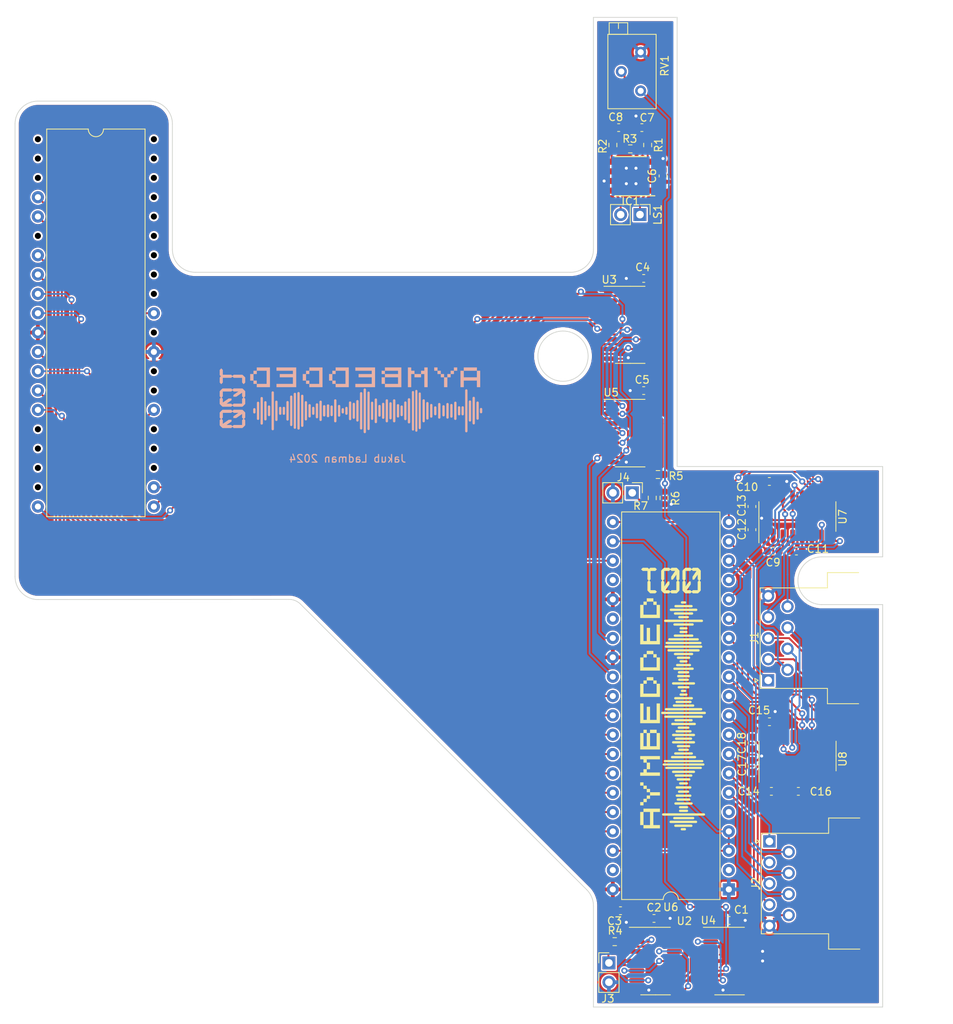
<source format=kicad_pcb>
(kicad_pcb (version 20221018) (generator pcbnew)
  (title_block (title "AYMBEDDED") (date "2024-01-06") (rev "001") (company "Jakub Ladman"))
  (layers (0 "F.Cu" signal) (31 "B.Cu" signal) (34 "B.Paste" user) (35 "F.Paste" user) (36 "B.SilkS" user "B.Silkscreen") (37 "F.SilkS" user "F.Silkscreen") (38 "B.Mask" user) (39 "F.Mask" user) (44 "Edge.Cuts" user))
  (net 0 "")
  (net 1 "VCC")
  (net 2 "GND")
  (net 3 "Net-(C7-Pad1)")
  (net 4 "Net-(C8-Pad1)")
  (net 5 "Net-(C8-Pad2)")
  (net 6 "Net-(U7-C1+)")
  (net 7 "Net-(U7-C1-)")
  (net 8 "Net-(U7-C2+)")
  (net 9 "Net-(U7-C2-)")
  (net 10 "Net-(U7-VS+)")
  (net 11 "Net-(U7-VS-)")
  (net 12 "Net-(U8-C1+)")
  (net 13 "Net-(U8-C1-)")
  (net 14 "Net-(U8-C2+)")
  (net 15 "Net-(U8-C2-)")
  (net 16 "Net-(U8-VS+)")
  (net 17 "Net-(U8-VS-)")
  (net 18 "Net-(IC1-OUT+)")
  (net 19 "Net-(IC1-IN-)")
  (net 20 "Net-(IC1-IN+)")
  (net 21 "Net-(IC1-~{SD})")
  (net 22 "Net-(IC1-OUT-)")
  (net 23 "/RS-233/RX2")
  (net 24 "/RS-232/RX1")
  (net 25 "/RS-232/TX1")
  (net 26 "/RS-233/TX1")
  (net 27 "/RS-233/RX1")
  (net 28 "/RS-232/TX2")
  (net 29 "/RS-232/RX2")
  (net 30 "/RS-233/TX2")
  (net 31 "Net-(U6-IOB0)")
  (net 32 "Net-(U6-IOB2)")
  (net 33 "Net-(U6-IOB4)")
  (net 34 "Net-(U6-IOB6)")
  (net 35 "Net-(U6-IOB1)")
  (net 36 "Net-(U6-IOB3)")
  (net 37 "Net-(U6-IOB5)")
  (net 38 "Net-(U6-IOB7)")
  (net 39 "Net-(U6-A)")
  (net 40 "Net-(U1-A14)")
  (net 41 "Net-(U1-A15)")
  (net 42 "Net-(U1-D4)")
  (net 43 "Net-(U1-D3)")
  (net 44 "Net-(U1-D5)")
  (net 45 "Net-(U1-D6)")
  (net 46 "Net-(U1-D2)")
  (net 47 "Net-(U1-D7)")
  (net 48 "Net-(U1-D0)")
  (net 49 "Net-(U1-D1)")
  (net 50 "Net-(U1-~{IORQ})")
  (net 51 "Net-(U1-~{RD})")
  (net 52 "Net-(U1-~{WR})")
  (net 53 "/~{RESET}")
  (net 54 "Net-(U1-A1)")
  (net 55 "Net-(U2A-D)")
  (net 56 "Net-(U2A-Q)")
  (net 57 "Net-(U2B-D)")
  (net 58 "Net-(U2B-Q)")
  (net 61 "Net-(U3-~{Y5})")
  (net 62 "Net-(U3-~{Y4})")
  (net 63 "Net-(U3-~{Y3})")
  (net 67 "Net-(U4A-D)")
  (net 68 "Net-(U6-BDIR)")
  (net 69 "Net-(U6-BC1)")
  (net 72 "/RS-233/R2")
  (net 73 "/RS-233/R1")
  (net 74 "/RS-232/R2")
  (net 75 "/RS-232/R1")
  (net 76 "/RS-233/T2")
  (net 77 "/RS-233/T1")
  (net 78 "/RS-232/T2")
  (net 79 "/RS-232/T1")
  (net 83 "Net-(J3-Pin_1)")
  (net 84 "Net-(U2A-C)")
  (net 87 "/CLK_1.75MHz")
  (net 88 "Net-(J4-Pin_1)")
  (net 89 "Net-(R5-Pad2)")
  (net 90 "Net-(R6-Pad2)")
  (net 91 "Net-(U5-Pad10)")
  (net 92 "HEATSINK")
  (footprint "Capacitor_SMD:C_0603_1608Metric" (layer "F.Cu") (at 120.828 84.249 90)
    (fp_text reference "C13")
    (fp_text value "100n")
  )
  (footprint "Resistor_SMD:R_0603_1608Metric" (layer "F.Cu") (at 104.839 37.272 180)
    (fp_text reference "R3")
    (fp_text value "1k")
  )
  (footprint "Capacitor_SMD:C_0603_1608Metric" (layer "F.Cu") (at 123.127 112.5245 180)
    (fp_text reference "C15")
    (fp_text value "1uF")
  )
  (footprint "Resistor_SMD:R_0603_1608Metric" (layer "F.Cu") (at 107.725 83.125 -90)
    (fp_text reference "R7")
    (fp_text value "300k")
  )
  (footprint "Package_SO:SO-14_3.9x8.65mm_P1.27mm" (layer "F.Cu") (at 108.16 143.963)
    (fp_text reference "U2")
    (fp_text value "74HC74")
  )
  (footprint "Capacitor_SMD:C_0603_1608Metric" (layer "F.Cu") (at 109.144 40.828 90)
    (fp_text reference "C6")
    (fp_text value "1uF")
  )
  (footprint "Package_SO:SO-16_3.9x9.9mm_P1.27mm" (layer "F.Cu") (at 126.818 117.028 90)
    (fp_text reference "U8")
    (fp_text value "MAX3232")
  )
  (footprint "Connector_Dsub:DSUB-9_Female_Horizontal_P2.77x2.54mm_EdgePinOffset9.40mm" (layer "F.Cu") (at 123.119669 128.242 90)
    (fp_text reference "J2")
    (fp_text value "DE9_Receptacle")
  )
  (footprint "Connector_PinHeader_2.54mm:PinHeader_1x02_P2.54mm_Vertical" (layer "F.Cu") (at 102.032 144.201)
    (fp_text reference "J3")
    (fp_text value "Conn_01x02_Pin" hide)
  )
  (footprint "Capacitor_SMD:C_0603_1608Metric" (layer "F.Cu") (at 103.315 34.478)
    (fp_text reference "C8")
    (fp_text value "100n")
  )
  (footprint "Package_SO:SO-16_3.9x9.9mm_P1.27mm" (layer "F.Cu") (at 126.797 85.567 90)
    (fp_text reference "U7")
    (fp_text value "MAX3232")
  )
  (footprint "Package_SO:SO-16_3.9x9.9mm_P1.27mm" (layer "F.Cu") (at 104.826 60.386)
    (fp_text reference "U3")
    (fp_text value "74HC138")
  )
  (footprint "Resistor_SMD:R_0603_1608Metric" (layer "F.Cu") (at 108.475 80.05 180)
    (fp_text reference "R5")
    (fp_text value "300k")
  )
  (footprint "Connector_PinHeader_2.54mm:PinHeader_1x02_P2.54mm_Vertical" (layer "F.Cu") (at 105.1 82.45 -90)
    (fp_text reference "J4")
    (fp_text value "Conn_01x02_Pin" hide)
  )
  (footprint "Capacitor_SMD:C_0603_1608Metric" (layer "F.Cu") (at 106.604 54.29 180)
    (fp_text reference "C4")
    (fp_text value "1uF")
  )
  (footprint "Capacitor_SMD:C_0603_1608Metric" (layer "F.Cu") (at 126.924 121.6685)
    (fp_text reference "C16")
    (fp_text value "100n")
  )
  (footprint "Capacitor_SMD:C_0603_1608Metric" (layer "F.Cu") (at 123.114 80.96 180)
    (fp_text reference "C10")
    (fp_text value "1uF")
  )
  (footprint "Capacitor_SMD:C_0603_1608Metric" (layer "F.Cu") (at 107.957 138.364)
    (fp_text reference "C2")
    (fp_text value "1uF")
  )
  (footprint "Capacitor_SMD:C_0603_1608Metric" (layer "F.Cu") (at 126.67 90.104)
    (fp_text reference "C11")
    (fp_text value "100n")
  )
  (footprint "Capacitor_SMD:C_0603_1608Metric" (layer "F.Cu") (at 103.556 137.348)
    (fp_text reference "C3")
    (fp_text value "1uF")
  )
  (footprint "Capacitor_SMD:C_0603_1608Metric" (layer "F.Cu") (at 117.821 138.629)
    (fp_text reference "C1")
    (fp_text value "1uF")
  )
  (footprint "Capacitor_SMD:C_0603_1608Metric" (layer "F.Cu") (at 120.828 118.3795 -90)
    (fp_text reference "C17")
    (fp_text value "100n")
  )
  (footprint "Package_DIP:DIP-40_W15.24mm" (layer "F.Cu") (at 27 36)
    (fp_text reference "U1" hide)
    (fp_text value "jen motiv na desce" hide)
  )
  (footprint "Capacitor_SMD:C_0603_1608Metric" (layer "F.Cu") (at 123.622 90.104)
    (fp_text reference "C9")
    (fp_text value "100n")
  )
  (footprint "Package_SO:Diodes_SO-8EP" (layer "F.Cu") (at 104.8905 40.857 180)
    (fp_text reference "IC1")
    (fp_text value "PAM8304ASR (CS8305E)")
  )
  (footprint "Capacitor_SMD:C_0603_1608Metric" (layer "F.Cu") (at 120.828 87.297 -90)
    (fp_text reference "C12")
    (fp_text value "100n")
  )
  (footprint "Package_SO:SO-14_3.9x8.65mm_P1.27mm" (layer "F.Cu") (at 104.826 74.61)
    (fp_text reference "U5")
    (fp_text value "74HC132")
  )
  (footprint "Resistor_SMD:R_0603_1608Metric" (layer "F.Cu") (at 102.553 36.764 -90)
    (fp_text reference "R2")
    (fp_text value "300k")
  )
  (footprint "Resistor_SMD:R_0603_1608Metric" (layer "F.Cu") (at 102.794 141.412 180)
    (fp_text reference "R4")
    (fp_text value "22R")
  )
  (footprint "Capacitor_SMD:C_0603_1608Metric" (layer "F.Cu") (at 106.363 34.478 180)
    (fp_text reference "C7")
    (fp_text value "100n")
  )
  (footprint "Capacitor_SMD:C_0603_1608Metric" (layer "F.Cu") (at 123.381 121.6685)
    (fp_text reference "C14")
    (fp_text value "100n")
  )
  (footprint "Resistor_SMD:R_0603_1608Metric" (layer "F.Cu") (at 107.125 36.764 -90)
    (fp_text reference "R1")
    (fp_text value "300k")
  )
  (footprint "Package_SO:SO-14_3.9x8.65mm_P1.27mm" (layer "F.Cu") (at 117.886 143.963)
    (fp_text reference "U4")
    (fp_text value "74HC74")
  )
  (footprint "Connector_PinHeader_2.54mm:PinHeader_1x02_P2.54mm_Vertical" (layer "F.Cu") (at 106.114 45.908 -90)
    (fp_text reference "LS1")
    (fp_text value "Speaker")
  )
  (footprint "Package_DIP:DIP-40_W15.24mm" (layer "F.Cu") (at 117.785 134.549 180)
    (fp_text reference "U6")
    (fp_text value "AY-3-8910 (YM2149)")
  )
  (footprint "Capacitor_SMD:C_0603_1608Metric" (layer "F.Cu") (at 106.604 69.022 180)
    (fp_text reference "C5")
    (fp_text value "1uF")
  )
  (footprint "Potentiometer_THT:Potentiometer_Bourns_3299Z_Horizontal" (layer "F.Cu") (at 106.205 29.65 -90)
    (fp_text reference "RV1")
    (fp_text value "10k")
  )
  (footprint "Resistor_SMD:R_0603_1608Metric" (layer "F.Cu") (at 109.275 83.125 90)
    (fp_text reference "R6")
    (fp_text value "300k")
  )
  (footprint "Connector_Dsub:DSUB-9_Male_Horizontal_P2.77x2.54mm_EdgePinOffset9.40mm" (layer "F.Cu") (at 122.965669 107.084 90)
    (fp_text reference "J1")
    (fp_text value "DE9_Plug")
  )
  (footprint "Capacitor_SMD:C_0603_1608Metric" (layer "F.Cu") (at 120.828 115.3185 90)
    (fp_text reference "C18")
    (fp_text value "100n")
  )
  (gr_poly (pts (xy 69.465685 69.220538) (xy 69.457836 69.221139) (xy 69.450098 69.222129) (xy 69.44248 69.223499) (xy 69.434994 69.225237) (xy 69.427647 69.227334) (xy 69.420452 69.229781) (xy 69.413417 69.232566) (xy 69.406552 69.235681) (xy 69.399868 69.239116) (xy 69.393374 69.24286) (xy 69.38708 69.246903) (xy 69.380997 69.251236) (xy 69.375133 69.255849) (xy 69.3695 69.260731) (xy 69.364106 69.265873) (xy 69.358963 69.271265) (xy 69.354079 69.276897) (xy 69.349465 69.28276) (xy 69.345131 69.288842) (xy 69.341087 69.295134) (xy 69.337342 69.301627) (xy 69.333906 69.30831) (xy 69.33079 69.315174) (xy 69.328004 69.322208) (xy 69.325556 69.329403) (xy 69.323458 69.336748) (xy 69.32172 69.344234) (xy 69.32035 69.351851) (xy 69.319359 69.359589) (xy 69.318757 69.367438) (xy 69.318555 69.375388) (xy 69.318555 73.982552) (xy 69.318757 73.990495) (xy 69.319359 73.998338) (xy 69.32035 74.006071) (xy 69.32172 74.013683) (xy 69.323458 74.021165) (xy 69.325556 74.028507) (xy 69.328004 74.035698) (xy 69.33079 74.042729) (xy 69.333906 74.04959) (xy 69.337342 74.056271) (xy 69.341087 74.062762) (xy 69.345131 74.069053) (xy 69.349465 74.075134) (xy 69.354079 74.080996) (xy 69.358963 74.086627) (xy 69.364106 74.092019) (xy 69.3695 74.097161) (xy 69.375133 74.102043) (xy 69.380997 74.106656) (xy 69.38708 74.110989) (xy 69.393374 74.115033) (xy 69.399868 74.118777) (xy 69.406552 74.122212) (xy 69.413417 74.125328) (xy 69.420452 74.128114) (xy 69.427647 74.130561) (xy 69.434994 74.132659) (xy 69.44248 74.134398) (xy 69.450098 74.135767) (xy 69.457836 74.136758) (xy 69.465685 74.13736) (xy 69.473635 74.137562) (xy 69.473917 74.137562) (xy 69.481867 74.13736) (xy 69.489716 74.136758) (xy 69.497455 74.135767) (xy 69.505072 74.134398) (xy 69.512559 74.132659) (xy 69.519905 74.130561) (xy 69.527101 74.128114) (xy 69.534136 74.125328) (xy 69.541001 74.122212) (xy 69.547685 74.118777) (xy 69.554179 74.115033) (xy 69.560473 74.110989) (xy 69.566556 74.106656) (xy 69.57242 74.102043) (xy 69.578053 74.097161) (xy 69.583447 74.092019) (xy 69.58859 74.086627) (xy 69.593474 74.080996) (xy 69.598088 74.075134) (xy 69.602422 74.069053) (xy 69.606467 74.062762) (xy 69.610212 74.056271) (xy 69.613647 74.04959) (xy 69.616763 74.042729) (xy 69.61955 74.035698) (xy 69.621997 74.028507) (xy 69.624095 74.021165) (xy 69.625834 74.013683) (xy 69.627204 74.006071) (xy 69.628195 73.998338) (xy 69.628796 73.990495) (xy 69.628999 73.982552) (xy 69.628999 69.375387) (xy 69.628796 69.367438) (xy 69.628195 69.359589) (xy 69.627204 69.351851) (xy 69.625834 69.344234) (xy 69.624095 69.336748) (xy 69.621997 69.329403) (xy 69.61955 69.322208) (xy 69.616763 69.315174) (xy 69.613647 69.30831) (xy 69.610212 69.301627) (xy 69.606467 69.295134) (xy 69.602422 69.288842) (xy 69.598088 69.28276) (xy 69.593474 69.276897) (xy 69.58859 69.271265) (xy 69.583447 69.265873) (xy 69.578053 69.260731) (xy 69.57242 69.255848) (xy 69.566556 69.251236) (xy 69.560473 69.246903) (xy 69.554179 69.24286) (xy 69.547685 69.239116) (xy 69.541001 69.235681) (xy 69.534136 69.232566) (xy 69.527101 69.229781) (xy 69.519905 69.227334) (xy 69.512559 69.225237) (xy 69.505072 69.223499) (xy 69.497455 69.222129) (xy 69.489716 69.221139) (xy 69.481867 69.220538) (xy 69.473917 69.220335) (xy 69.473635 69.220335)) (fill solid) (layer "B.SilkS"))
  (gr_poly (pts (xy 74.790518 70.973596) (xy 74.782676 70.974198) (xy 74.774943 70.975188) (xy 74.767331 70.976558) (xy 74.759849 70.978297) (xy 74.752507 70.980395) (xy 74.745316 70.982842) (xy 74.738285 70.985629) (xy 74.731424 70.988744) (xy 74.724743 70.99218) (xy 74.718252 70.995924) (xy 74.711961 70.999969) (xy 74.70588 71.004302) (xy 74.700019 71.008916) (xy 74.694387 71.013799) (xy 74.688996 71.018942) (xy 74.683854 71.024335) (xy 74.678971 71.029968) (xy 74.674358 71.03583) (xy 74.670025 71.041913) (xy 74.665982 71.048205) (xy 74.662237 71.054698) (xy 74.658802 71.061381) (xy 74.655687 71.068244) (xy 74.652901 71.075278) (xy 74.650454 71.082472) (xy 74.648356 71.089816) (xy 74.646617 71.097301) (xy 74.645247 71.104916) (xy 74.644257 71.112652) (xy 74.643655 71.120499) (xy 74.643452 71.128446) (xy 74.643452 72.229443) (xy 74.643655 72.237393) (xy 74.644257 72.245242) (xy 74.645247 72.25298) (xy 74.646617 72.260597) (xy 74.648356 72.268084) (xy 74.650454 72.275429) (xy 74.652901 72.282624) (xy 74.655687 72.289659) (xy 74.658802 72.296523) (xy 74.662237 72.303206) (xy 74.665982 72.309699) (xy 74.670025 72.315992) (xy 74.674358 72.322075) (xy 74.678971 72.327937) (xy 74.683854 72.33357) (xy 74.688996 72.338962) (xy 74.694387 72.344105) (xy 74.700019 72.348988) (xy 74.70588 72.3536) (xy 74.711961 72.357934) (xy 74.718252 72.361977) (xy 74.724743 72.365722) (xy 74.731424 72.369156) (xy 74.738285 72.372271) (xy 74.745316 72.375057) (xy 74.752507 72.377504) (xy 74.759849 72.379602) (xy 74.767331 72.38134) (xy 74.774943 72.382709) (xy 74.782676 72.3837) (xy 74.790518 72.384301) (xy 74.798462 72.384504) (xy 74.798816 72.384504) (xy 74.806766 72.384301) (xy 74.814615 72.3837) (xy 74.822353 72.382709) (xy 74.82997 72.38134) (xy 74.837457 72.379602) (xy 74.844803 72.377504) (xy 74.851998 72.375057) (xy 74.859033 72.372271) (xy 74.865898 72.369156) (xy 74.872582 72.365722) (xy 74.879076 72.361977) (xy 74.88537 72.357934) (xy 74.891453 72.3536) (xy 74.897317 72.348988) (xy 74.90295 72.344105) (xy 74.908344 72.338962) (xy 74.913487 72.33357) (xy 74.918371 72.327937) (xy 74.922985 72.322075) (xy 74.927319 72.315992) (xy 74.931364 72.309699) (xy 74.935109 72.303206) (xy 74.938544 72.296523) (xy 74.941661 72.289659) (xy 74.944447 72.282624) (xy 74.946895 72.275429) (xy 74.948993 72.268084) (xy 74.950732 72.260597) (xy 74.952101 72.25298) (xy 74.953092 72.245242) (xy 74.953694 72.237393) (xy 74.953896 72.229443) (xy 74.953896 71.128446) (xy 74.953694 71.120499) (xy 74.953092 71.112652) (xy 74.952101 71.104916) (xy 74.950732 71.097301) (xy 74.948993 71.089816) (xy 74.946895 71.082472) (xy 74.944447 71.075278) (xy 74.941661 71.068244) (xy 74.938544 71.061381) (xy 74.935109 71.054698) (xy 74.931364 71.048205) (xy 74.927319 71.041913) (xy 74.922985 71.03583) (xy 74.918371 71.029968) (xy 74.913487 71.024335) (xy 74.908344 71.018942) (xy 74.90295 71.013799) (xy 74.897317 71.008916) (xy 74.891453 71.004302) (xy 74.88537 70.999969) (xy 74.879076 70.995924) (xy 74.872582 70.99218) (xy 74.865898 70.988744) (xy 74.859033 70.985629) (xy 74.851998 70.982842) (xy 74.844803 70.980395) (xy 74.837457 70.978297) (xy 74.82997 70.976558) (xy 74.822353 70.975188) (xy 74.814615 70.974198) (xy 74.806766 70.973596) (xy 74.798816 70.973393) (xy 74.798462 70.973393)) (fill solid) (layer "B.SilkS"))
  (gr_poly (pts (xy 72.842762 70.162207) (xy 72.834919 70.162808) (xy 72.827186 70.163799) (xy 72.819574 70.165169) (xy 72.812092 70.166908) (xy 72.804751 70.169006) (xy 72.797559 70.171453) (xy 72.790528 70.174239) (xy 72.783667 70.177355) (xy 72.776986 70.180791) (xy 72.770495 70.184535) (xy 72.764204 70.188579) (xy 72.758123 70.192913) (xy 72.752261 70.197527) (xy 72.74663 70.20241) (xy 72.741238 70.207553) (xy 72.736096 70.212946) (xy 72.731214 70.218578) (xy 72.726601 70.224441) (xy 72.722268 70.230524) (xy 72.718224 70.236816) (xy 72.71448 70.243309) (xy 72.711045 70.249992) (xy 72.707929 70.256855) (xy 72.705143 70.263889) (xy 72.702696 70.271083) (xy 72.700598 70.278427) (xy 72.698859 70.285912) (xy 72.69749 70.293527) (xy 72.696499 70.301263) (xy 72.695897 70.30911) (xy 72.695695 70.317057) (xy 72.695695 73.040833) (xy 72.695897 73.048784) (xy 72.696499 73.056634) (xy 72.69749 73.064373) (xy 72.698859 73.071992) (xy 72.700598 73.07948) (xy 72.702696 73.086827) (xy 72.705143 73.094023) (xy 72.707929 73.101059) (xy 72.711045 73.107925) (xy 72.71448 73.114609) (xy 72.718224 73.121104) (xy 72.722268 73.127398) (xy 72.726601 73.133482) (xy 72.731214 73.139346) (xy 72.736096 73.14498) (xy 72.741238 73.150374) (xy 72.74663 73.155518) (xy 72.752261 73.160402) (xy 72.758123 73.165016) (xy 72.764204 73.169351) (xy 72.770495 73.173395) (xy 72.776986 73.177141) (xy 72.783667 73.180576) (xy 72.790528 73.183692) (xy 72.797559 73.186479) (xy 72.804751 73.188926) (xy 72.812092 73.191025) (xy 72.819574 73.192764) (xy 72.827186 73.194133) (xy 72.834919 73.195124) (xy 72.842762 73.195726) (xy 72.850706 73.195928) (xy 72.851058 73.195928) (xy 72.859008 73.195726) (xy 72.866857 73.195124) (xy 72.874596 73.194133) (xy 72.882213 73.192764) (xy 72.8897 73.191025) (xy 72.897046 73.188926) (xy 72.904242 73.186479) (xy 72.911277 73.183692) (xy 72.918141 73.180576) (xy 72.924826 73.177141) (xy 72.93132 73.173395) (xy 72.937613 73.169351) (xy 72.943697 73.165016) (xy 72.94956 73.160402) (xy 72.955194 73.155518) (xy 72.960587 73.150374) (xy 72.965731 73.14498) (xy 72.970614 73.139346) (xy 72.975228 73.133482) (xy 72.979562 73.127398) (xy 72.983607 73.121104) (xy 72.987352 73.114609) (xy 72.990787 73.107925) (xy 72.993903 73.101059) (xy 72.99669 73.094023) (xy 72.999137 73.086827) (xy 73.001235 73.07948) (xy 73.002974 73.071992) (xy 73.004344 73.064373) (xy 73.005334 73.056634) (xy 73.005936 73.048784) (xy 73.006139 73.040833) (xy 73.006139 70.317057) (xy 73.005936 70.30911) (xy 73.005334 70.301263) (xy 73.004344 70.293527) (xy 73.002974 70.285912) (xy 73.001235 70.278427) (xy 72.999137 70.271083) (xy 72.99669 70.263889) (xy 72.993903 70.256855) (xy 72.990787 70.249992) (xy 72.987352 70.243309) (xy 72.983607 70.236816) (xy 72.979562 70.230524) (xy 72.975228 70.224441) (xy 72.970614 70.218578) (xy 72.965731 70.212946) (xy 72.960587 70.207553) (xy 72.955194 70.20241) (xy 72.94956 70.197527) (xy 72.943697 70.192913) (xy 72.937613 70.188579) (xy 72.93132 70.184535) (xy 72.924826 70.180791) (xy 72.918141 70.177355) (xy 72.911277 70.174239) (xy 72.904242 70.171453) (xy 72.897046 70.169006) (xy 72.8897 70.166908) (xy 72.882213 70.165169) (xy 72.874596 70.163799) (xy 72.866857 70.162808) (xy 72.859008 70.162207) (xy 72.851058 70.162004) (xy 72.850706 70.162004)) (fill solid) (layer "B.SilkS"))
  (gr_poly (pts (xy 58.329974 70.338595) (xy 58.322125 70.339197) (xy 58.314387 70.340188) (xy 58.306769 70.341557) (xy 58.299283 70.343296) (xy 58.291937 70.345394) (xy 58.284741 70.347841) (xy 58.277706 70.350628) (xy 58.270842 70.353744) (xy 58.264157 70.357179) (xy 58.257663 70.360924) (xy 58.25137 70.364968) (xy 58.245286 70.369302) (xy 58.239423 70.373915) (xy 58.233789 70.378799) (xy 58.228396 70.383941) (xy 58.223252 70.389334) (xy 58.218368 70.394967) (xy 58.213754 70.40083) (xy 58.20942 70.406912) (xy 58.205376 70.413205) (xy 58.201631 70.419698) (xy 58.198195 70.426381) (xy 58.195079 70.433244) (xy 58.192292 70.440277) (xy 58.189845 70.447471) (xy 58.187747 70.454816) (xy 58.186008 70.4623) (xy 58.184638 70.469916) (xy 58.183648 70.477652) (xy 58.183046 70.485498) (xy 58.182843 70.493446) (xy 58.182843 72.864443) (xy 58.183046 72.872393) (xy 58.183648 72.880242) (xy 58.184638 72.88798) (xy 58.186008 72.895597) (xy 58.187747 72.903084) (xy 58.189845 72.910429) (xy 58.192292 72.917624) (xy 58.195079 72.924659) (xy 58.198195 72.931523) (xy 58.201631 72.938206) (xy 58.205376 72.944699) (xy 58.20942 72.950992) (xy 58.213754 72.957075) (xy 58.218368 72.962937) (xy 58.223252 72.96857) (xy 58.228396 72.973962) (xy 58.233789 72.979105) (xy 58.239423 72.983988) (xy 58.245286 72.9886) (xy 58.25137 72.992934) (xy 58.257663 72.996977) (xy 58.264157 73.000722) (xy 58.270842 73.004156) (xy 58.277706 73.007271) (xy 58.284741 73.010057) (xy 58.291937 73.012504) (xy 58.299283 73.014602) (xy 58.306769 73.01634) (xy 58.314387 73.017709) (xy 58.322125 73.0187) (xy 58.329974 73.019301) (xy 58.337924 73.019504) (xy 58.338204 73.019504) (xy 58.346154 73.019301) (xy 58.354003 73.0187) (xy 58.361742 73.017709) (xy 58.369359 73.01634) (xy 58.376846 73.014602) (xy 58.384192 73.012504) (xy 58.391388 73.010057) (xy 58.398423 73.007271) (xy 58.405288 73.004156) (xy 58.411972 73.000722) (xy 58.418466 72.996977) (xy 58.42476 72.992934) (xy 58.430844 72.9886) (xy 58.436707 72.983988) (xy 58.442341 72.979105) (xy 58.447734 72.973962) (xy 58.452878 72.96857) (xy 58.457762 72.962937) (xy 58.462376 72.957075) (xy 58.46671 72.950992) (xy 58.470755 72.944699) (xy 58.4745 72.938206) (xy 58.477935 72.931523) (xy 58.481051 72.924659) (xy 58.483838 72.917624) (xy 58.486285 72.910429) (xy 58.488383 72.903084) (xy 58.490122 72.895597) (xy 58.491492 72.88798) (xy 58.492483 72.880242) (xy 58.493085 72.872393) (xy 58.493287 72.864443) (xy 58.493287 70.493446) (xy 58.493085 70.485498) (xy 58.492483 70.477652) (xy 58.491492 70.469916) (xy 58.490122 70.4623) (xy 58.488383 70.454816) (xy 58.486285 70.447471) (xy 58.483838 70.440277) (xy 58.481051 70.433244) (xy 58.477935 70.426381) (xy 58.4745 70.419698) (xy 58.470755 70.413205) (xy 58.46671 70.406912) (xy 58.462376 70.40083) (xy 58.457762 70.394967) (xy 58.452878 70.389334) (xy 58.447734 70.383941) (xy 58.442341 70.378799) (xy 58.436707 70.373915) (xy 58.430844 70.369302) (xy 58.42476 70.364968) (xy 58.418466 70.360924) (xy 58.411972 70.357179) (xy 58.405288 70.353744) (xy 58.398423 70.350628) (xy 58.391388 70.347841) (xy 58.384192 70.345394) (xy 58.376846 70.343296) (xy 58.369359 70.341557) (xy 58.361742 70.340188) (xy 58.354003 70.339197) (xy 58.346154 70.338595) (xy 58.338204 70.338392) (xy 58.337924 70.338392)) (fill solid) (layer "B.SilkS"))
  (gr_poly (pts (xy 64.60356 70.933161) (xy 64.595711 70.933762) (xy 64.587973 70.934753) (xy 64.580355 70.936122) (xy 64.572868 70.93786) (xy 64.565522 70.939958) (xy 64.558327 70.942405) (xy 64.551292 70.94519) (xy 64.544427 70.948306) (xy 64.537743 70.95174) (xy 64.531249 70.955485) (xy 64.524955 70.959528) (xy 64.518871 70.963861) (xy 64.513008 70.968474) (xy 64.507375 70.973357) (xy 64.501981 70.9785) (xy 64.496838 70.983892) (xy 64.491954 70.989525) (xy 64.48734 70.995387) (xy 64.483006 71.00147) (xy 64.478961 71.007763) (xy 64.475217 71.014256) (xy 64.471781 71.020939) (xy 64.468665 71.027803) (xy 64.465878 71.034837) (xy 64.463431 71.042032) (xy 64.461333 71.049378) (xy 64.459594 71.056864) (xy 64.458225 71.064481) (xy 64.457234 71.072219) (xy 64.456632 71.080068) (xy 64.456429 71.088018) (xy 64.456429 72.269901) (xy 64.456632 72.277848) (xy 64.457234 72.285695) (xy 64.458225 72.293431) (xy 64.459594 72.301046) (xy 64.461333 72.308531) (xy 64.463431 72.315876) (xy 64.465878 72.32307) (xy 64.468665 72.330103) (xy 64.471781 72.336967) (xy 64.475217 72.34365) (xy 64.478961 72.350143) (xy 64.483006 72.356436) (xy 64.48734 72.362519) (xy 64.491954 72.368382) (xy 64.496838 72.374015) (xy 64.501981 72.379408) (xy 64.507375 72.384551) (xy 64.513008 72.389434) (xy 64.518871 72.394048) (xy 64.524955 72.398382) (xy 64.531249 72.402427) (xy 64.537743 72.406172) (xy 64.544427 72.409607) (xy 64.551292 72.412723) (xy 64.558327 72.41551) (xy 64.565522 72.417958) (xy 64.572868 72.420056) (xy 64.580355 72.421795) (xy 64.587973 72.423165) (xy 64.595711 72.424155) (xy 64.60356 72.424757) (xy 64.61151 72.42496) (xy 64.628163 72.42496) (xy 64.636113 72.424758) (xy 64.643962 72.424156) (xy 64.6517 72.423165) (xy 64.659318 72.421795) (xy 64.666804 72.420056) (xy 64.674151 72.417958) (xy 64.681346 72.415511) (xy 64.688381 72.412724) (xy 64.695246 72.409608) (xy 64.70193 72.406172) (xy 64.708424 72.402427) (xy 64.714718 72.398383) (xy 64.720801 72.394049) (xy 64.726665 72.389435) (xy 64.732298 72.384551) (xy 64.737692 72.379408) (xy 64.742835 72.374015) (xy 64.747719 72.368382) (xy 64.752333 72.362519) (xy 64.756667 72.356436) (xy 64.760711 72.350143) (xy 64.764456 72.34365) (xy 64.767892 72.336967) (xy 64.771008 72.330104) (xy 64.773794 72.32307) (xy 64.776242 72.315876) (xy 64.77834 72.308531) (xy 64.780079 72.301047) (xy 64.781448 72.293431) (xy 64.782439 72.285695) (xy 64.783041 72.277849) (xy 64.783243 72.269901) (xy 64.783243 71.088018) (xy 64.783041 71.080068) (xy 64.782439 71.072219) (xy 64.781448 71.064481) (xy 64.780079 71.056864) (xy 64.77834 71.049378) (xy 64.776242 71.042032) (xy 64.773794 71.034837) (xy 64.771008 71.027803) (xy 64.767892 71.020939) (xy 64.764456 71.014256) (xy 64.760711 71.007763) (xy 64.756667 71.00147) (xy 64.752333 70.995387) (xy 64.747719 70.989525) (xy 64.742835 70.983892) (xy 64.737692 70.9785) (xy 64.732298 70.973357) (xy 64.726665 70.968474) (xy 64.720801 70.963861) (xy 64.714718 70.959528) (xy 64.708424 70.955485) (xy 64.70193 70.95174) (xy 64.695246 70.948306) (xy 64.688381 70.94519) (xy 64.681346 70.942405) (xy 64.674151 70.939958) (xy 64.666804 70.93786) (xy 64.659318 70.936122) (xy 64.6517 70.934753) (xy 64.643962 70.933762) (xy 64.636113 70.933161) (xy 64.628163 70.932958) (xy 64.61151 70.932958)) (fill solid) (layer "B.SilkS"))
  (gr_poly (pts (xy 84.257832 69.836791) (xy 84.249983 69.837393) (xy 84.242245 69.838383) (xy 84.234628 69.839753) (xy 84.227142 69.841492) (xy 84.219796 69.84359) (xy 84.212602 69.846038) (xy 84.205567 69.848824) (xy 84.198703 69.851941) (xy 84.19202 69.855376) (xy 84.185527 69.859121) (xy 84.179234 69.863166) (xy 84.173151 69.8675) (xy 84.167289 69.872114) (xy 84.161656 69.876997) (xy 84.156264 69.88214) (xy 84.151121 69.887533) (xy 84.146239 69.893166) (xy 84.141626 69.899029) (xy 84.137292 69.905112) (xy 84.133249 69.911405) (xy 84.129504 69.917898) (xy 84.12607 69.924581) (xy 84.122955 69.931445) (xy 84.120169 69.938479) (xy 84.117722 69.945673) (xy 84.115624 69.953017) (xy 84.113886 69.960502) (xy 84.112517 69.968118) (xy 84.111526 69.975854) (xy 84.110925 69.9837) (xy 84.110722 69.991648) (xy 84.110722 73.315167) (xy 84.110925 73.323111) (xy 84.111526 73.330954) (xy 84.112517 73.338686) (xy 84.113886 73.346299) (xy 84.115625 73.35378) (xy 84.117722 73.361122) (xy 84.120169 73.368313) (xy 84.122955 73.375344) (xy 84.12607 73.382206) (xy 84.129505 73.388887) (xy 84.133249 73.395377) (xy 84.137292 73.401669) (xy 84.141626 73.40775) (xy 84.146239 73.413611) (xy 84.151121 73.419242) (xy 84.156264 73.424634) (xy 84.161656 73.429776) (xy 84.167289 73.434658) (xy 84.173151 73.439271) (xy 84.179234 73.443604) (xy 84.185527 73.447648) (xy 84.19202 73.451392) (xy 84.198703 73.454827) (xy 84.205567 73.457943) (xy 84.212602 73.460729) (xy 84.219797 73.463176) (xy 84.227142 73.465274) (xy 84.234628 73.467013) (xy 84.242245 73.468383) (xy 84.249983 73.469373) (xy 84.257832 73.469975) (xy 84.265782 73.470178) (xy 84.266114 73.470178) (xy 84.274061 73.469975) (xy 84.281908 73.469373) (xy 84.289643 73.468383) (xy 84.297259 73.467013) (xy 84.304744 73.465274) (xy 84.312088 73.463176) (xy 84.319282 73.460729) (xy 84.326315 73.457943) (xy 84.333179 73.454827) (xy 84.339862 73.451392) (xy 84.346354 73.447648) (xy 84.352647 73.443604) (xy 84.35873 73.439271) (xy 84.364592 73.434658) (xy 84.370225 73.429776) (xy 84.375618 73.424634) (xy 84.380761 73.419242) (xy 84.385644 73.413611) (xy 84.390257 73.40775) (xy 84.394591 73.401669) (xy 84.398635 73.395377) (xy 84.40238 73.388887) (xy 84.405815 73.382206) (xy 84.408931 73.375344) (xy 84.411718 73.368313) (xy 84.414165 73.361122) (xy 84.416263 73.35378) (xy 84.418002 73.346299) (xy 84.419371 73.338686) (xy 84.420362 73.330954) (xy 84.420964 73.323111) (xy 84.421167 73.315167) (xy 84.421167 69.991648) (xy 84.420964 69.9837) (xy 84.420362 69.975854) (xy 84.419371 69.968118) (xy 84.418002 69.960502) (xy 84.416263 69.953017) (xy 84.414165 69.945673) (xy 84.411718 69.938479) (xy 84.408931 69.931445) (xy 84.405815 69.924581) (xy 84.40238 69.917898) (xy 84.398635 69.911405) (xy 84.394591 69.905112) (xy 84.390257 69.899029) (xy 84.385644 69.893166) (xy 84.380761 69.887533) (xy 84.375618 69.88214) (xy 84.370225 69.876997) (xy 84.364592 69.872114) (xy 84.35873 69.8675) (xy 84.352647 69.863166) (xy 84.346354 69.859121) (xy 84.339862 69.855376) (xy 84.333179 69.851941) (xy 84.326315 69.848824) (xy 84.319282 69.846038) (xy 84.312088 69.84359) (xy 84.304744 69.841492) (xy 84.297259 69.839753) (xy 84.289643 69.838383) (xy 84.281908 69.837393) (xy 84.274061 69.836791) (xy 84.266114 69.836588) (xy 84.265782 69.836588)) (fill solid) (layer "B.SilkS"))
  (gr_poly (pts (xy 66.123842 66.416098) (xy 65.692192 66.416098) (xy 65.692192 66.847749) (xy 66.123844 66.847749) (xy 66.123844 66.416099) (xy 67.418794 66.416099) (xy 67.418794 68.142704) (xy 66.123844 68.142704) (xy 66.123844 67.711052) (xy 65.692192 67.711052) (xy 65.692192 68.142704) (xy 66.123842 68.142704) (xy 66.123842 68.574355) (xy 67.850448 68.574354) (xy 67.850448 65.984447) (xy 66.123842 65.984447)) (stroke (width 0.005949)) (fill solid) (layer "B.SilkS"))
  (gr_poly (pts (xy 64.140435 70.338595) (xy 64.132586 70.339197) (xy 64.124848 70.340188) (xy 64.11723 70.341557) (xy 64.109743 70.343296) (xy 64.102397 70.345394) (xy 64.095202 70.347841) (xy 64.088167 70.350628) (xy 64.081302 70.353744) (xy 64.074618 70.357179) (xy 64.068124 70.360924) (xy 64.06183 70.364968) (xy 64.055746 70.369302) (xy 64.049883 70.373915) (xy 64.04425 70.378799) (xy 64.038856 70.383941) (xy 64.033713 70.389334) (xy 64.028829 70.394967) (xy 64.024215 70.40083) (xy 64.019881 70.406912) (xy 64.015836 70.413205) (xy 64.012092 70.419698) (xy 64.008656 70.426381) (xy 64.00554 70.433244) (xy 64.002753 70.440277) (xy 64.000306 70.447471) (xy 63.998208 70.454816) (xy 63.996469 70.4623) (xy 63.9951 70.469916) (xy 63.994109 70.477652) (xy 63.993507 70.485498) (xy 63.993304 70.493446) (xy 63.993304 72.864443) (xy 63.993507 72.872393) (xy 63.994109 72.880242) (xy 63.9951 72.88798) (xy 63.996469 72.895597) (xy 63.998208 72.903084) (xy 64.000306 72.910429) (xy 64.002753 72.917624) (xy 64.00554 72.924659) (xy 64.008656 72.931523) (xy 64.012092 72.938206) (xy 64.015836 72.944699) (xy 64.019881 72.950992) (xy 64.024215 72.957075) (xy 64.028829 72.962937) (xy 64.033713 72.96857) (xy 64.038856 72.973962) (xy 64.04425 72.979105) (xy 64.049883 72.983988) (xy 64.055746 72.9886) (xy 64.06183 72.992934) (xy 64.068124 72.996977) (xy 64.074618 73.000722) (xy 64.081302 73.004156) (xy 64.088167 73.007271) (xy 64.095202 73.010057) (xy 64.102397 73.012504) (xy 64.109743 73.014602) (xy 64.11723 73.01634) (xy 64.124848 73.017709) (xy 64.132586 73.0187) (xy 64.140435 73.019301) (xy 64.148385 73.019504) (xy 64.148666 73.019504) (xy 64.156616 73.019301) (xy 64.164465 73.0187) (xy 64.172203 73.017709) (xy 64.179821 73.01634) (xy 64.187308 73.014602) (xy 64.194654 73.012504) (xy 64.201849 73.010057) (xy 64.208885 73.007271) (xy 64.215749 73.004156) (xy 64.222434 73.000722) (xy 64.228928 72.996977) (xy 64.235222 72.992934) (xy 64.241305 72.9886) (xy 64.247169 72.983988) (xy 64.252802 72.979105) (xy 64.258196 72.973962) (xy 64.263339 72.96857) (xy 64.268223 72.962937) (xy 64.272837 72.957075) (xy 64.277171 72.950992) (xy 64.281216 72.944699) (xy 64.284961 72.938206) (xy 64.288397 72.931523) (xy 64.291513 72.924659) (xy 64.294299 72.917624) (xy 64.296747 72.910429) (xy 64.298845 72.903084) (xy 64.300584 72.895597) (xy 64.301954 72.88798) (xy 64.302944 72.880242) (xy 64.303546 72.872393) (xy 64.303749 72.864443) (xy 64.303749 70.493446) (xy 64.303546 70.485498) (xy 64.302944 70.477652) (xy 64.301954 70.469916) (xy 64.300584 70.4623) (xy 64.298845 70.454816) (xy 64.296747 70.447471) (xy 64.294299 70.440277) (xy 64.291513 70.433244) (xy 64.288397 70.426381) (xy 64.284961 70.419698) (xy 64.281216 70.413205) (xy 64.277171 70.406912) (xy 64.272837 70.40083) (xy 64.268223 70.394967) (xy 64.263339 70.389334) (xy 64.258196 70.383941) (xy 64.252802 70.378799) (xy 64.247169 70.373915) (xy 64.241305 70.369302) (xy 64.235222 70.364968) (xy 64.228928 70.360924) (xy 64.222434 70.357179) (xy 64.215749 70.353744) (xy 64.208885 70.350628) (xy 64.201849 70.347841) (xy 64.194654 70.345394) (xy 64.187308 70.343296) (xy 64.179821 70.341557) (xy 64.172203 70.340188) (xy 64.164465 70.339197) (xy 64.156616 70.338595) (xy 64.148666 70.338392) (xy 64.148385 70.338392)) (fill solid) (layer "B.SilkS"))
  (gr_poly (pts (xy 59.798091 70.39049) (xy 59.790242 70.391092) (xy 59.782504 70.392082) (xy 59.774886 70.393452) (xy 59.7674 70.395191) (xy 59.760054 70.397289) (xy 59.752858 70.399737) (xy 59.745823 70.402524) (xy 59.738958 70.40564) (xy 59.732274 70.409075) (xy 59.72578 70.41282) (xy 59.719486 70.416865) (xy 59.713403 70.421199) (xy 59.707539 70.425813) (xy 59.701906 70.430696) (xy 59.696512 70.435839) (xy 59.691369 70.441232) (xy 59.686485 70.446865) (xy 59.681871 70.452728) (xy 59.677537 70.458811) (xy 59.673493 70.465104) (xy 59.669748 70.471597) (xy 59.666312 70.478281) (xy 59.663196 70.485144) (xy 59.66041 70.492178) (xy 59.657962 70.499372) (xy 59.655864 70.506716) (xy 59.654126 70.514201) (xy 59.652756 70.521817) (xy 59.651765 70.529553) (xy 59.651163 70.537399) (xy 59.650961 70.545347) (xy 59.650961 72.812571) (xy 59.651163 72.820518) (xy 59.651765 72.828365) (xy 59.652756 72.836101) (xy 59.654126 72.843717) (xy 59.655864 72.851202) (xy 59.657962 72.858546) (xy 59.66041 72.86574) (xy 59.663196 72.872774) (xy 59.666312 72.879638) (xy 59.669748 72.886321) (xy 59.673493 72.892814) (xy 59.677537 72.899107) (xy 59.681871 72.90519) (xy 59.686485 72.911053) (xy 59.691369 72.916686) (xy 59.696512 72.922079) (xy 59.701906 72.927222) (xy 59.707539 72.932106) (xy 59.713403 72.936719) (xy 59.719486 72.941054) (xy 59.72578 72.945098) (xy 59.732274 72.948843) (xy 59.738958 72.952279) (xy 59.745823 72.955395) (xy 59.752858 72.958182) (xy 59.760054 72.960629) (xy 59.7674 72.962727) (xy 59.774886 72.964466) (xy 59.782504 72.965836) (xy 59.790242 72.966827) (xy 59.798091 72.967429) (xy 59.806041 72.967631) (xy 59.813991 72.967429) (xy 59.82184 72.966827) (xy 59.829579 72.965836) (xy 59.837196 72.964466) (xy 59.844683 72.962727) (xy 59.852029 72.960629) (xy 59.859225 72.958182) (xy 59.86626 72.955395) (xy 59.873124 72.952279) (xy 59.879809 72.948843) (xy 59.886303 72.945098) (xy 59.892596 72.941054) (xy 59.89868 72.93672) (xy 59.904543 72.932106) (xy 59.910177 72.927222) (xy 59.91557 72.922079) (xy 59.920714 72.916686) (xy 59.925597 72.911053) (xy 59.930211 72.90519) (xy 59.934545 72.899107) (xy 59.93859 72.892814) (xy 59.942335 72.886321) (xy 59.94577 72.879638) (xy 59.948886 72.872775) (xy 59.951673 72.865741) (xy 59.95412 72.858547) (xy 59.956218 72.851202) (xy 59.957957 72.843717) (xy 59.959327 72.836102) (xy 59.960317 72.828366) (xy 59.960919 72.820519) (xy 59.961122 72.812572) (xy 59.961122 70.545347) (xy 59.960919 70.537399) (xy 59.960317 70.529553) (xy 59.959327 70.521817) (xy 59.957957 70.514201) (xy 59.956218 70.506716) (xy 59.95412 70.499372) (xy 59.951673 70.492178) (xy 59.948886 70.485144) (xy 59.94577 70.478281) (xy 59.942335 70.471597) (xy 59.93859 70.465104) (xy 59.934545 70.458811) (xy 59.930211 70.452728) (xy 59.925597 70.446865) (xy 59.920714 70.441232) (xy 59.91557 70.435839) (xy 59.910177 70.430696) (xy 59.904543 70.425813) (xy 59.89868 70.421199) (xy 59.892596 70.416865) (xy 59.886303 70.41282) (xy 59.879809 70.409075) (xy 59.873124 70.40564) (xy 59.86626 70.402524) (xy 59.859225 70.399737) (xy 59.852029 70.397289) (xy 59.844683 70.395191) (xy 59.837196 70.393452) (xy 59.829579 70.392082) (xy 59.82184 70.391092) (xy 59.813991 70.39049) (xy 59.806041 70.390287)) (fill solid) (layer "B.SilkS"))
  (gr_poly (pts (xy 76.720169 68.929974) (xy 76.712911 68.930531) (xy 76.705756 68.931447) (xy 76.698713 68.932713) (xy 76.691791 68.934321) (xy 76.684998 68.936261) (xy 76.678346 68.938524) (xy 76.671841 68.9411) (xy 76.665495 68.943981) (xy 76.659315 68.947157) (xy 76.653312 68.95062) (xy 76.647493 68.954359) (xy 76.64187 68.958366) (xy 76.636449 68.962631) (xy 76.631242 68.967146) (xy 76.626256 68.971901) (xy 76.621501 68.976886) (xy 76.616987 68.982094) (xy 76.612722 68.987514) (xy 76.608716 68.993137) (xy 76.604978 68.998954) (xy 76.601516 69.004957) (xy 76.598341 69.011135) (xy 76.595461 69.017479) (xy 76.592885 69.023981) (xy 76.590623 69.030631) (xy 76.588684 69.03742) (xy 76.587077 69.044339) (xy 76.585811 69.051378) (xy 76.584896 69.058529) (xy 76.58434 69.065782) (xy 76.584152 69.073128) (xy 76.584152 74.284741) (xy 76.58434 74.292093) (xy 76.584896 74.299351) (xy 76.585811 74.306506) (xy 76.587077 74.313549) (xy 76.588684 74.320472) (xy 76.590623 74.327264) (xy 76.592885 74.333917) (xy 76.595461 74.340421) (xy 76.598341 74.346767) (xy 76.601516 74.352947) (xy 76.604978 74.358951) (xy 76.608716 74.364769) (xy 76.612723 74.370393) (xy 76.616987 74.375813) (xy 76.621502 74.381021) (xy 76.626256 74.386006) (xy 76.631242 74.390761) (xy 76.63645 74.395275) (xy 76.64187 74.39954) (xy 76.647494 74.403546) (xy 76.653312 74.407285) (xy 76.659316 74.410746) (xy 76.665495 74.413922) (xy 76.671842 74.416802) (xy 76.678346 74.419377) (xy 76.684999 74.421639) (xy 76.691791 74.423578) (xy 76.698713 74.425185) (xy 76.705756 74.426451) (xy 76.712912 74.427367) (xy 76.720169 74.427923) (xy 76.727521 74.42811) (xy 76.734866 74.427923) (xy 76.742119 74.427367) (xy 76.749269 74.426451) (xy 76.756309 74.425185) (xy 76.763228 74.423578) (xy 76.770017 74.421639) (xy 76.776668 74.419377) (xy 76.783171 74.416802) (xy 76.789516 74.413922) (xy 76.795695 74.410746) (xy 76.801699 74.407285) (xy 76.807517 74.403546) (xy 76.813142 74.39954) (xy 76.818563 74.395275) (xy 76.823772 74.390761) (xy 76.828759 74.386006) (xy 76.833515 74.381021) (xy 76.838032 74.375813) (xy 76.842299 74.370393) (xy 76.846307 74.364769) (xy 76.850047 74.358951) (xy 76.853511 74.352947) (xy 76.856689 74.346767) (xy 76.859571 74.340421) (xy 76.862148 74.333917) (xy 76.864412 74.327264) (xy 76.866353 74.320472) (xy 76.867961 74.313549) (xy 76.869229 74.306506) (xy 76.870145 74.299351) (xy 76.870702 74.292093) (xy 76.870889 74.284741) (xy 76.870889 69.073128) (xy 76.870702 69.065782) (xy 76.870145 69.058529) (xy 76.869229 69.051378) (xy 76.867961 69.044339) (xy 76.866353 69.03742) (xy 76.864412 69.030631) (xy 76.862148 69.023981) (xy 76.859571 69.017479) (xy 76.856689 69.011135) (xy 76.853511 69.004957) (xy 76.850047 68.998954) (xy 76.846307 68.993137) (xy 76.842298 68.987514) (xy 76.838031 68.982094) (xy 76.833515 68.976886) (xy 76.828759 68.971901) (xy 76.823772 68.967146) (xy 76.818563 68.962631) (xy 76.813142 68.958366) (xy 76.807517 68.954359) (xy 76.801698 68.95062) (xy 76.795695 68.947157) (xy 76.789516 68.943981) (xy 76.78317 68.9411) (xy 76.776668 68.938524) (xy 76.770017 68.936261) (xy 76.763227 68.934321) (xy 76.756308 68.932713) (xy 76.749269 68.931447) (xy 76.742118 68.930531) (xy 76.734866 68.929974) (xy 76.727521 68.929787)) (fill solid) (layer "B.SilkS"))
  (gr_poly (pts (xy 62.238243 68.142703) (xy 62.669896 68.142703) (xy 62.669896 67.711051) (xy 62.238243 67.711051)) (stroke (width 0.005949)) (fill solid) (layer "B.SilkS"))
  (gr_poly (pts (xy 75.621647 68.574354) (xy 76.054036 68.574355) (xy 76.054036 66.84775) (xy 76.485687 66.84775) (xy 76.485687 67.279402) (xy 77.348991 67.279402) (xy 77.348991 66.847751) (xy 77.780641 66.847751) (xy 77.780641 68.574356) (xy 78.212293 68.574355) (xy 78.212293 65.984448) (xy 77.780641 65.984448) (xy 77.780641 66.4161) (xy 77.348989 66.4161) (xy 77.348989 66.84775) (xy 76.485687 66.84775) (xy 76.485687 66.416099) (xy 76.054036 66.416099) (xy 76.054036 65.984447) (xy 75.621647 65.984447)) (stroke (width 0.005949)) (fill solid) (layer "B.SilkS"))
  (gr_poly (pts (xy 65.259803 67.711052) (xy 65.692192 67.711052) (xy 65.692192 66.847749) (xy 65.259803 66.847749)) (stroke (width 0.005949)) (fill solid) (layer "B.SilkS"))
  (gr_poly (pts (xy 84.765832 70.454152) (xy 84.757983 70.454754) (xy 84.750245 70.455744) (xy 84.742628 70.457114) (xy 84.735142 70.458853) (xy 84.727796 70.460951) (xy 84.720602 70.463399) (xy 84.713567 70.466186) (xy 84.706703 70.469302) (xy 84.70002 70.472737) (xy 84.693527 70.476482) (xy 84.687234 70.480527) (xy 84.681151 70.484861) (xy 84.675289 70.489475) (xy 84.669656 70.494358) (xy 84.664264 70.499501) (xy 84.659121 70.504895) (xy 84.654239 70.510528) (xy 84.649626 70.51639) (xy 84.645292 70.522473) (xy 84.641249 70.528766) (xy 84.637505 70.535259) (xy 84.63407 70.541943) (xy 84.630955 70.548806) (xy 84.628169 70.55584) (xy 84.625722 70.563034) (xy 84.623625 70.570378) (xy 84.621886 70.577863) (xy 84.620517 70.585479) (xy 84.619526 70.593215) (xy 84.618925 70.601062) (xy 84.618722 70.609009) (xy 84.618722 72.697785) (xy 84.618925 72.705734) (xy 84.619526 72.713583) (xy 84.620517 72.721321) (xy 84.621886 72.728938) (xy 84.623625 72.736424) (xy 84.625722 72.743769) (xy 84.628169 72.750964) (xy 84.630955 72.757998) (xy 84.63407 72.764862) (xy 84.637505 72.771545) (xy 84.641249 72.778038) (xy 84.645292 72.78433) (xy 84.649626 72.790412) (xy 84.654239 72.796275) (xy 84.659121 72.801907) (xy 84.664264 72.807299) (xy 84.669656 72.812441) (xy 84.675289 72.817323) (xy 84.681151 72.821936) (xy 84.687234 72.826269) (xy 84.693527 72.830312) (xy 84.70002 72.834056) (xy 84.706703 72.837491) (xy 84.713567 72.840606) (xy 84.720602 72.843391) (xy 84.727796 72.845838) (xy 84.735142 72.847935) (xy 84.742628 72.849673) (xy 84.750245 72.851043) (xy 84.757983 72.852033) (xy 84.765832 72.852634) (xy 84.773782 72.852837) (xy 84.774113 72.852837) (xy 84.782061 72.852634) (xy 84.789907 72.852033) (xy 84.797643 72.851043) (xy 84.805259 72.849673) (xy 84.812744 72.847935) (xy 84.820088 72.845838) (xy 84.827282 72.843391) (xy 84.834315 72.840606) (xy 84.841178 72.837491) (xy 84.847861 72.834056) (xy 84.854354 72.830312) (xy 84.860647 72.826269) (xy 84.86673 72.821936) (xy 84.872592 72.817323) (xy 84.878225 72.812441) (xy 84.883618 72.807299) (xy 84.88876 72.801907) (xy 84.893644 72.796275) (xy 84.898257 72.790412) (xy 84.902591 72.78433) (xy 84.906635 72.778038) (xy 84.91038 72.771545) (xy 84.913815 72.764862) (xy 84.916931 72.757998) (xy 84.919718 72.750964) (xy 84.922165 72.743769) (xy 84.924263 72.736424) (xy 84.926002 72.728938) (xy 84.927371 72.721321) (xy 84.928362 72.713583) (xy 84.928964 72.705734) (xy 84.929167 72.697785) (xy 84.929167 70.609009) (xy 84.928964 70.601062) (xy 84.928362 70.593215) (xy 84.927371 70.585479) (xy 84.926002 70.577863) (xy 84.924263 70.570378) (xy 84.922165 70.563034) (xy 84.919718 70.55584) (xy 84.916931 70.548806) (xy 84.913815 70.541943) (xy 84.91038 70.535259) (xy 84.906635 70.528766) (xy 84.902591 70.522473) (xy 84.898257 70.51639) (xy 84.893644 70.510528) (xy 84.88876 70.504895) (xy 84.883618 70.499501) (xy 84.878225 70.494358) (xy 84.872592 70.489475) (xy 84.86673 70.484861) (xy 84.860647 70.480527) (xy 84.854354 70.476482) (xy 84.847861 70.472737) (xy 84.841178 70.469302) (xy 84.834315 70.466186) (xy 84.827282 70.463399) (xy 84.820088 70.460951) (xy 84.812744 70.458853) (xy 84.805259 70.457114) (xy 84.797643 70.455744) (xy 84.789907 70.454754) (xy 84.782061 70.454152) (xy 84.774113 70.453949) (xy 84.773782 70.453949)) (fill solid) (layer "B.SilkS"))
  (gr_poly (pts (xy 77.684136 70.162207) (xy 77.676287 70.162808) (xy 77.668549 70.163799) (xy 77.660932 70.165169) (xy 77.653445 70.166908) (xy 77.646099 70.169006) (xy 77.638904 70.171453) (xy 77.631869 70.174239) (xy 77.625004 70.177355) (xy 77.61832 70.180791) (xy 77.611826 70.184535) (xy 77.605532 70.188579) (xy 77.599448 70.192913) (xy 77.593585 70.197527) (xy 77.587952 70.20241) (xy 77.582558 70.207553) (xy 77.577415 70.212946) (xy 77.572531 70.218578) (xy 77.567917 70.224441) (xy 77.563583 70.230524) (xy 77.559538 70.236816) (xy 77.555793 70.243309) (xy 77.552358 70.249992) (xy 77.549242 70.256855) (xy 77.546455 70.263889) (xy 77.544008 70.271083) (xy 77.541909 70.278427) (xy 77.540171 70.285912) (xy 77.538801 70.293527) (xy 77.53781 70.301263) (xy 77.537208 70.30911) (xy 77.537006 70.317057) (xy 77.537006 73.040833) (xy 77.537208 73.048784) (xy 77.53781 73.056634) (xy 77.538801 73.064373) (xy 77.540171 73.071992) (xy 77.541909 73.07948) (xy 77.544008 73.086827) (xy 77.546455 73.094023) (xy 77.549242 73.101059) (xy 77.552358 73.107925) (xy 77.555793 73.114609) (xy 77.559538 73.121104) (xy 77.563583 73.127398) (xy 77.567917 73.133482) (xy 77.572531 73.139346) (xy 77.577415 73.14498) (xy 77.582558 73.150374) (xy 77.587952 73.155518) (xy 77.593585 73.160402) (xy 77.599448 73.165016) (xy 77.605532 73.169351) (xy 77.611826 73.173395) (xy 77.61832 73.177141) (xy 77.625004 73.180576) (xy 77.631869 73.183692) (xy 77.638904 73.186479) (xy 77.646099 73.188926) (xy 77.653445 73.191025) (xy 77.660932 73.192764) (xy 77.668549 73.194133) (xy 77.676287 73.195124) (xy 77.684136 73.195726) (xy 77.692086 73.195928) (xy 77.69244 73.195928) (xy 77.700383 73.195726) (xy 77.708226 73.195124) (xy 77.715959 73.194133) (xy 77.723571 73.192764) (xy 77.731053 73.191025) (xy 77.738394 73.188926) (xy 77.745585 73.186479) (xy 77.752617 73.183692) (xy 77.759478 73.180576) (xy 77.766159 73.177141) (xy 77.77265 73.173395) (xy 77.778941 73.169351) (xy 77.785022 73.165016) (xy 77.790883 73.160402) (xy 77.796515 73.155518) (xy 77.801906 73.150374) (xy 77.807048 73.14498) (xy 77.811931 73.139346) (xy 77.816543 73.133482) (xy 77.820877 73.127398) (xy 77.82492 73.121104) (xy 77.828665 73.114609) (xy 77.8321 73.107925) (xy 77.835215 73.101059) (xy 77.838001 73.094023) (xy 77.840449 73.086827) (xy 77.842546 73.07948) (xy 77.844285 73.071992) (xy 77.845655 73.064373) (xy 77.846645 73.056634) (xy 77.847247 73.048784) (xy 77.84745 73.040833) (xy 77.84745 70.317057) (xy 77.847247 70.30911) (xy 77.846645 70.301263) (xy 77.845655 70.293527) (xy 77.844285 70.285912) (xy 77.842546 70.278427) (xy 77.840449 70.271083) (xy 77.838001 70.263889) (xy 77.835215 70.256855) (xy 77.8321 70.249992) (xy 77.828665 70.243309) (xy 77.82492 70.236816) (xy 77.820877 70.230524) (xy 77.816543 70.224441) (xy 77.811931 70.218578) (xy 77.807048 70.212946) (xy 77.801906 70.207553) (xy 77.796515 70.20241) (xy 77.790883 70.197527) (xy 77.785022 70.192913) (xy 77.778941 70.188579) (xy 77.77265 70.184535) (xy 77.766159 70.180791) (xy 77.759478 70.177355) (xy 77.752617 70.174239) (xy 77.745585 70.171453) (xy 77.738394 70.169006) (xy 77.731053 70.166908) (xy 77.723571 70.165169) (xy 77.715959 70.163799) (xy 77.708226 70.162808) (xy 77.700383 70.162207) (xy 77.69244 70.162004) (xy 77.692086 70.162004)) (fill solid) (layer "B.SilkS"))
  (gr_poly (pts (xy 57.364992 70.973596) (xy 57.357149 70.974198) (xy 57.349417 70.975188) (xy 57.341804 70.976558) (xy 57.334322 70.978297) (xy 57.326981 70.980395) (xy 57.319789 70.982842) (xy 57.312758 70.985629) (xy 57.305897 70.988744) (xy 57.299216 70.99218) (xy 57.292725 70.995924) (xy 57.286434 70.999969) (xy 57.280352 71.004302) (xy 57.274491 71.008916) (xy 57.268859 71.013799) (xy 57.263468 71.018942) (xy 57.258326 71.024335) (xy 57.253443 71.029968) (xy 57.24883 71.03583) (xy 57.244497 71.041913) (xy 57.240453 71.048205) (xy 57.236709 71.054698) (xy 57.233274 71.061381) (xy 57.230159 71.068244) (xy 57.227372 71.075278) (xy 57.224925 71.082472) (xy 57.222827 71.089816) (xy 57.221088 71.097301) (xy 57.219719 71.104916) (xy 57.218728 71.112652) (xy 57.218126 71.120499) (xy 57.217924 71.128446) (xy 57.217924 72.229443) (xy 57.218126 72.237393) (xy 57.218728 72.245242) (xy 57.219719 72.25298) (xy 57.221088 72.260597) (xy 57.222827 72.268084) (xy 57.224925 72.275429) (xy 57.227372 72.282624) (xy 57.230159 72.289659) (xy 57.233274 72.296523) (xy 57.236709 72.303206) (xy 57.240453 72.309699) (xy 57.244497 72.315992) (xy 57.24883 72.322075) (xy 57.253443 72.327937) (xy 57.258326 72.33357) (xy 57.263468 72.338962) (xy 57.268859 72.344105) (xy 57.274491 72.348988) (xy 57.280352 72.3536) (xy 57.286434 72.357934) (xy 57.292725 72.361977) (xy 57.299216 72.365722) (xy 57.305897 72.369156) (xy 57.312758 72.372271) (xy 57.319789 72.375057) (xy 57.326981 72.377504) (xy 57.334322 72.379602) (xy 57.341804 72.38134) (xy 57.349417 72.382709) (xy 57.357149 72.3837) (xy 57.364992 72.384301) (xy 57.372936 72.384504) (xy 57.373285 72.384504) (xy 57.381235 72.384301) (xy 57.389084 72.3837) (xy 57.396822 72.382709) (xy 57.40444 72.38134) (xy 57.411927 72.379602) (xy 57.419273 72.377504) (xy 57.426469 72.375057) (xy 57.433504 72.372271) (xy 57.440368 72.369156) (xy 57.447053 72.365722) (xy 57.453547 72.361977) (xy 57.459841 72.357934) (xy 57.465924 72.3536) (xy 57.471788 72.348988) (xy 57.477421 72.344105) (xy 57.482815 72.338962) (xy 57.487959 72.33357) (xy 57.492842 72.327937) (xy 57.497456 72.322075) (xy 57.501791 72.315992) (xy 57.505835 72.309699) (xy 57.50958 72.303206) (xy 57.513016 72.296523) (xy 57.516132 72.289659) (xy 57.518919 72.282624) (xy 57.521366 72.275429) (xy 57.523464 72.268084) (xy 57.525203 72.260597) (xy 57.526573 72.25298) (xy 57.527563 72.245242) (xy 57.528165 72.237393) (xy 57.528368 72.229443) (xy 57.528368 71.128446) (xy 57.528165 71.120499) (xy 57.527563 71.112652) (xy 57.526573 71.104916) (xy 57.525203 71.097301) (xy 57.523464 71.089816) (xy 57.521366 71.082472) (xy 57.518919 71.075278) (xy 57.516132 71.068244) (xy 57.513016 71.061381) (xy 57.50958 71.054698) (xy 57.505835 71.048205) (xy 57.501791 71.041913) (xy 57.497456 71.03583) (xy 57.492842 71.029968) (xy 57.487959 71.024335) (xy 57.482815 71.018942) (xy 57.477421 71.013799) (xy 57.471788 71.008916) (xy 57.465924 71.004302) (xy 57.459841 70.999969) (xy 57.453547 70.995924) (xy 57.447053 70.99218) (xy 57.440368 70.988744) (xy 57.433504 70.985629) (xy 57.426469 70.982842) (xy 57.419273 70.980395) (xy 57.411927 70.978297) (xy 57.40444 70.976558) (xy 57.396822 70.975188) (xy 57.389084 70.974198) (xy 57.381235 70.973596) (xy 57.373285 70.973393) (xy 57.372936 70.973393)) (fill solid) (layer "B.SilkS"))
  (gr_poly (pts (xy 78.681022 70.774107) (xy 78.673179 70.774709) (xy 78.665446 70.7757) (xy 78.657834 70.77707) (xy 78.650352 70.778809) (xy 78.643011 70.780907) (xy 78.635819 70.783354) (xy 78.628788 70.786141) (xy 78.621927 70.789257) (xy 78.615246 70.792693) (xy 78.608755 70.796438) (xy 78.602464 70.800482) (xy 78.596383 70.804816) (xy 78.590522 70.80943) (xy 78.58489 70.814314) (xy 78.579499 70.819457) (xy 78.574357 70.82485) (xy 78.569474 70.830483) (xy 78.564861 70.836346) (xy 78.560528 70.842429) (xy 78.556485 70.848722) (xy 78.55274 70.855215) (xy 78.549305 70.861898) (xy 78.54619 70.868762) (xy 78.543404 70.875795) (xy 78.540956 70.882989) (xy 78.538859 70.890334) (xy 78.53712 70.897819) (xy 78.53575 70.905434) (xy 78.53476 70.91317) (xy 78.534158 70.921017) (xy 78.533955 70.928964) (xy 78.533955 72.428955) (xy 78.534158 72.436902) (xy 78.53476 72.444749) (xy 78.53575 72.452485) (xy 78.53712 72.4601) (xy 78.538859 72.467585) (xy 78.540956 72.474929) (xy 78.543404 72.482123) (xy 78.54619 72.489157) (xy 78.549305 72.496021) (xy 78.55274 72.502704) (xy 78.556485 72.509197) (xy 78.560528 72.51549) (xy 78.564861 72.521573) (xy 78.569474 72.527435) (xy 78.574357 72.533068) (xy 78.579499 72.538462) (xy 78.58489 72.543605) (xy 78.590522 72.548488) (xy 78.596383 72.553102) (xy 78.602464 72.557436) (xy 78.608755 72.561481) (xy 78.615246 72.565226) (xy 78.621927 72.568661) (xy 78.628788 72.571777) (xy 78.635819 72.574564) (xy 78.643011 72.577011) (xy 78.650352 72.57911) (xy 78.657834 72.580849) (xy 78.665446 72.582218) (xy 78.673179 72.583209) (xy 78.681022 72.583811) (xy 78.688965 72.584014) (xy 78.689318 72.584014) (xy 78.697268 72.583811) (xy 78.705117 72.583209) (xy 78.712855 72.582218) (xy 78.720473 72.580849) (xy 78.72796 72.57911) (xy 78.735306 72.577011) (xy 78.742501 72.574564) (xy 78.749536 72.571777) (xy 78.756401 72.568661) (xy 78.763085 72.565226) (xy 78.769579 72.561481) (xy 78.775873 72.557436) (xy 78.781957 72.553102) (xy 78.78782 72.548488) (xy 78.793453 72.543605) (xy 78.798847 72.538462) (xy 78.80399 72.533068) (xy 78.808874 72.527435) (xy 78.813488 72.521573) (xy 78.817822 72.51549) (xy 78.821867 72.509197) (xy 78.825612 72.502704) (xy 78.829047 72.496021) (xy 78.832164 72.489157) (xy 78.83495 72.482123) (xy 78.837398 72.474929) (xy 78.839496 72.467585) (xy 78.841234 72.4601) (xy 78.842604 72.452485) (xy 78.843595 72.444749) (xy 78.844197 72.436902) (xy 78.844399 72.428955) (xy 78.844399 70.928964) (xy 78.844197 70.921017) (xy 78.843595 70.91317) (xy 78.842604 70.905434) (xy 78.841234 70.897819) (xy 78.839496 70.890334) (xy 78.837398 70.882989) (xy 78.83495 70.875795) (xy 78.832164 70.868762) (xy 78.829047 70.861898) (xy 78.825612 70.855215) (xy 78.821867 70.848722) (xy 78.817822 70.842429) (xy 78.813488 70.836346) (xy 78.808874 70.830483) (xy 78.80399 70.82485) (xy 78.798847 70.819457) (xy 78.793453 70.814314) (xy 78.78782 70.80943) (xy 78.781957 70.804816) (xy 78.775873 70.800482) (xy 78.769579 70.796438) (xy 78.763085 70.792693) (xy 78.756401 70.789257) (xy 78.749536 70.786141) (xy 78.742501 70.783354) (xy 78.735306 70.780907) (xy 78.72796 70.778809) (xy 78.720473 70.77707) (xy 78.712855 70.7757) (xy 78.705117 70.774709) (xy 78.697268 70.774107) (xy 78.689318 70.773905) (xy 78.688965 70.773905)) (fill solid) (layer "B.SilkS"))
  (gr_poly (pts (xy 79.939635 67.279402) (xy 80.371286 67.279402) (xy 80.371286 66.84775) (xy 79.939635 66.84775)) (stroke (width 0.005949)) (fill solid) (layer "B.SilkS"))
  (gr_poly (pts (xy 66.069069 70.162207) (xy 66.06122 70.162808) (xy 66.053482 70.163799) (xy 66.045865 70.165169) (xy 66.038378 70.166908) (xy 66.031032 70.169006) (xy 66.023836 70.171453) (xy 66.016801 70.174239) (xy 66.009937 70.177355) (xy 66.003252 70.180791) (xy 65.996758 70.184535) (xy 65.990465 70.188579) (xy 65.984381 70.192913) (xy 65.978518 70.197527) (xy 65.972884 70.20241) (xy 65.967491 70.207553) (xy 65.962347 70.212946) (xy 65.957463 70.218578) (xy 65.95285 70.224441) (xy 65.948515 70.230524) (xy 65.944471 70.236816) (xy 65.940726 70.243309) (xy 65.93729 70.249992) (xy 65.934174 70.256855) (xy 65.931388 70.263889) (xy 65.92894 70.271083) (xy 65.926842 70.278427) (xy 65.925103 70.285912) (xy 65.923734 70.293527) (xy 65.922743 70.301263) (xy 65.922141 70.30911) (xy 65.921938 70.317057) (xy 65.921938 73.040833) (xy 65.922141 73.048784) (xy 65.922743 73.056634) (xy 65.923734 73.064373) (xy 65.925103 73.071992) (xy 65.926842 73.07948) (xy 65.92894 73.086827) (xy 65.931388 73.094023) (xy 65.934174 73.101059) (xy 65.93729 73.107925) (xy 65.940726 73.114609) (xy 65.944471 73.121104) (xy 65.948515 73.127398) (xy 65.95285 73.133482) (xy 65.957463 73.139346) (xy 65.962347 73.14498) (xy 65.967491 73.150374) (xy 65.972884 73.155518) (xy 65.978518 73.160402) (xy 65.984381 73.165016) (xy 65.990465 73.169351) (xy 65.996758 73.173395) (xy 66.003252 73.177141) (xy 66.009937 73.180576) (xy 66.016801 73.183692) (xy 66.023836 73.186479) (xy 66.031032 73.188926) (xy 66.038378 73.191025) (xy 66.045865 73.192764) (xy 66.053482 73.194133) (xy 66.06122 73.195124) (xy 66.069069 73.195726) (xy 66.077019 73.195928) (xy 66.077302 73.195928) (xy 66.085252 73.195726) (xy 66.093101 73.195124) (xy 66.100839 73.194133) (xy 66.108457 73.192764) (xy 66.115943 73.191025) (xy 66.12329 73.188926) (xy 66.130485 73.186479) (xy 66.13752 73.183692) (xy 66.144385 73.180576) (xy 66.151069 73.177141) (xy 66.157563 73.173395) (xy 66.163857 73.169351) (xy 66.16994 73.165016) (xy 66.175804 73.160402) (xy 66.181437 73.155518) (xy 66.186831 73.150374) (xy 66.191974 73.14498) (xy 66.196858 73.139346) (xy 66.201472 73.133482) (xy 66.205806 73.127398) (xy 66.209851 73.121104) (xy 66.213596 73.114609) (xy 66.217031 73.107925) (xy 66.220147 73.101059) (xy 66.222934 73.094023) (xy 66.225381 73.086827) (xy 66.227479 73.07948) (xy 66.229218 73.071992) (xy 66.230588 73.064373) (xy 66.231578 73.056634) (xy 66.23218 73.048784) (xy 66.232383 73.040833) (xy 66.232383 70.317057) (xy 66.23218 70.30911) (xy 66.231578 70.301263) (xy 66.230588 70.293527) (xy 66.229218 70.285912) (xy 66.227479 70.278427) (xy 66.225381 70.271083) (xy 66.222934 70.263889) (xy 66.220147 70.256855) (xy 66.217031 70.249992) (xy 66.213596 70.243309) (xy 66.209851 70.236816) (xy 66.205806 70.230524) (xy 66.201472 70.224441) (xy 66.196858 70.218578) (xy 66.191974 70.212946) (xy 66.186831 70.207553) (xy 66.181437 70.20241) (xy 66.175804 70.197527) (xy 66.16994 70.192913) (xy 66.163857 70.188579) (xy 66.157563 70.184535) (xy 66.151069 70.180791) (xy 66.144385 70.177355) (xy 66.13752 70.174239) (xy 66.130485 70.171453) (xy 66.12329 70.169006) (xy 66.115943 70.166908) (xy 66.108457 70.165169) (xy 66.100839 70.163799) (xy 66.093101 70.162808) (xy 66.085252 70.162207) (xy 66.077302 70.162004) (xy 66.077019 70.162004)) (fill solid) (layer "B.SilkS"))
  (gr_poly (pts (xy 58.832971 71.149984) (xy 58.825128 71.150586) (xy 58.817395 71.151577) (xy 58.809783 71.152947) (xy 58.802301 71.154685) (xy 58.794959 71.156783) (xy 58.787768 71.159231) (xy 58.780736 71.162017) (xy 58.773875 71.165133) (xy 58.767194 71.168568) (xy 58.760703 71.172313) (xy 58.754412 71.176357) (xy 58.748331 71.180691) (xy 58.74247 71.185305) (xy 58.736838 71.190188) (xy 58.731446 71.195331) (xy 58.726304 71.200723) (xy 58.721422 71.206356) (xy 58.716809 71.212219) (xy 58.712476 71.218301) (xy 58.708432 71.224594) (xy 58.704688 71.231087) (xy 58.701253 71.23777) (xy 58.698137 71.244633) (xy 58.695351 71.251666) (xy 58.692904 71.25886) (xy 58.690806 71.266205) (xy 58.689067 71.273689) (xy 58.687697 71.281305) (xy 58.686707 71.289041) (xy 58.686105 71.296887) (xy 58.685902 71.304835) (xy 58.685902 72.053056) (xy 58.686105 72.061005) (xy 58.686707 72.068854) (xy 58.687697 72.076592) (xy 58.689067 72.084209) (xy 58.690806 72.091695) (xy 58.692904 72.099041) (xy 58.695351 72.106236) (xy 58.698137 72.11327) (xy 58.701253 72.120134) (xy 58.704688 72.126818) (xy 58.708432 72.133311) (xy 58.712476 72.139603) (xy 58.716809 72.145686) (xy 58.721422 72.151549) (xy 58.726304 72.157181) (xy 58.731446 72.162574) (xy 58.736838 72.167716) (xy 58.74247 72.172599) (xy 58.748331 72.177212) (xy 58.754412 72.181545) (xy 58.760703 72.185589) (xy 58.767194 72.189333) (xy 58.773875 72.192768) (xy 58.780736 72.195883) (xy 58.787768 72.198669) (xy 58.794959 72.201115) (xy 58.802301 72.203213) (xy 58.809783 72.204951) (xy 58.817395 72.206321) (xy 58.825128 72.207311) (xy 58.832971 72.207913) (xy 58.840914 72.208115) (xy 58.841266 72.208115) (xy 58.849216 72.207913) (xy 58.857065 72.207311) (xy 58.864803 72.206321) (xy 58.872421 72.204951) (xy 58.879908 72.203213) (xy 58.887254 72.201115) (xy 58.894449 72.198669) (xy 58.901484 72.195883) (xy 58.908349 72.192767) (xy 58.915033 72.189333) (xy 58.921527 72.185589) (xy 58.927821 72.181545) (xy 58.933904 72.177212) (xy 58.939768 72.172599) (xy 58.945401 72.167716) (xy 58.950795 72.162573) (xy 58.955938 72.157181) (xy 58.960822 72.151548) (xy 58.965436 72.145686) (xy 58.96977 72.139603) (xy 58.973814 72.13331) (xy 58.977559 72.126817) (xy 58.980995 72.120134) (xy 58.984111 72.11327) (xy 58.986897 72.106236) (xy 58.989345 72.099041) (xy 58.991443 72.091695) (xy 58.993182 72.084209) (xy 58.994551 72.076592) (xy 58.995542 72.068854) (xy 58.996144 72.061005) (xy 58.996346 72.053056) (xy 58.996346 71.304835) (xy 58.996144 71.296887) (xy 58.995542 71.289041) (xy 58.994551 71.281305) (xy 58.993182 71.273689) (xy 58.991443 71.266205) (xy 58.989345 71.25886) (xy 58.986897 71.251666) (xy 58.984111 71.244633) (xy 58.980995 71.23777) (xy 58.977559 71.231087) (xy 58.973814 71.224594) (xy 58.96977 71.218301) (xy 58.965436 71.212219) (xy 58.960822 71.206356) (xy 58.955938 71.200723) (xy 58.950795 71.195331) (xy 58.945401 71.190188) (xy 58.939768 71.185305) (xy 58.933904 71.180691) (xy 58.927821 71.176357) (xy 58.921527 71.172313) (xy 58.915033 71.168568) (xy 58.908349 71.165133) (xy 58.901484 71.162017) (xy 58.894449 71.159231) (xy 58.887254 71.156783) (xy 58.879908 71.154685) (xy 58.872421 71.152947) (xy 58.864803 71.151577) (xy 58.857065 71.150586) (xy 58.849216 71.149984) (xy 58.841266 71.149782) (xy 58.840914 71.149782)) (fill solid) (layer "B.SilkS"))
  (gr_poly (pts (xy 72.600088 66.416099) (xy 72.1677 66.416099) (xy 72.1677 66.84775) (xy 72.600088 66.84775) (xy 72.600088 66.4161) (xy 74.326693 66.4161) (xy 74.326693 66.847751) (xy 72.600088 66.847751) (xy 72.600088 67.279402) (xy 72.1677 67.279402) (xy 72.1677 68.142704) (xy 72.600088 68.142704) (xy 72.600088 67.279403) (xy 74.326693 67.279403) (xy 74.326693 68.142705) (xy 72.600088 68.142705) (xy 72.600088 68.574356) (xy 74.758344 68.574355) (xy 74.758344 65.984448) (xy 72.600088 65.984448)) (stroke (width 0.005949)) (fill solid) (layer "B.SilkS"))
  (gr_poly (pts (xy 83.764769 70.316956) (xy 83.75692 70.317558) (xy 83.749182 70.318549) (xy 83.741565 70.319919) (xy 83.734079 70.321658) (xy 83.726734 70.323756) (xy 83.719539 70.326203) (xy 83.712505 70.32899) (xy 83.705641 70.332106) (xy 83.698958 70.335542) (xy 83.692465 70.339287) (xy 83.686173 70.343331) (xy 83.68009 70.347665) (xy 83.674228 70.352279) (xy 83.668596 70.357163) (xy 83.663204 70.362306) (xy 83.658062 70.367699) (xy 83.653179 70.373332) (xy 83.648567 70.379195) (xy 83.644234 70.385278) (xy 83.64019 70.391571) (xy 83.636447 70.398064) (xy 83.633012 70.404747) (xy 83.629897 70.411611) (xy 83.627111 70.418644) (xy 83.624665 70.425839) (xy 83.622568 70.433183) (xy 83.620829 70.440668) (xy 83.61946 70.448283) (xy 83.61847 70.456019) (xy 83.617868 70.463866) (xy 83.617666 70.471813) (xy 83.617666 72.9372) (xy 83.617868 72.945148) (xy 83.61847 72.952995) (xy 83.61946 72.960731) (xy 83.620829 72.968347) (xy 83.622568 72.975832) (xy 83.624665 72.983177) (xy 83.627111 72.990372) (xy 83.629897 72.997407) (xy 83.633012 73.004271) (xy 83.636447 73.010955) (xy 83.64019 73.017449) (xy 83.644234 73.023743) (xy 83.648567 73.029827) (xy 83.653179 73.035691) (xy 83.658062 73.041324) (xy 83.663204 73.046719) (xy 83.668596 73.051863) (xy 83.674228 73.056747) (xy 83.68009 73.061362) (xy 83.686173 73.065697) (xy 83.692465 73.069743) (xy 83.698958 73.073489) (xy 83.705641 73.076925) (xy 83.712505 73.080042) (xy 83.719539 73.082829) (xy 83.726734 73.085277) (xy 83.734079 73.087376) (xy 83.741565 73.089116) (xy 83.749182 73.090486) (xy 83.75692 73.091477) (xy 83.764769 73.092079) (xy 83.772719 73.092282) (xy 83.77305 73.092282) (xy 83.780998 73.092079) (xy 83.788844 73.091477) (xy 83.79658 73.090486) (xy 83.804196 73.089116) (xy 83.811681 73.087376) (xy 83.819025 73.085277) (xy 83.826219 73.082829) (xy 83.833253 73.080042) (xy 83.840117 73.076925) (xy 83.8468 73.073489) (xy 83.853293 73.069743) (xy 83.859586 73.065697) (xy 83.865669 73.061362) (xy 83.871532 73.056747) (xy 83.877165 73.051863) (xy 83.882558 73.046719) (xy 83.887701 73.041324) (xy 83.892584 73.035691) (xy 83.897198 73.029827) (xy 83.901532 73.023743) (xy 83.905577 73.017449) (xy 83.909322 73.010955) (xy 83.912757 73.004271) (xy 83.915874 72.997407) (xy 83.91866 72.990372) (xy 83.921108 72.983177) (xy 83.923206 72.975832) (xy 83.924945 72.968347) (xy 83.926315 72.960731) (xy 83.927306 72.952995) (xy 83.927907 72.945148) (xy 83.92811 72.9372) (xy 83.92811 70.471813) (xy 83.927907 70.463866) (xy 83.927306 70.456019) (xy 83.926315 70.448283) (xy 83.924945 70.440668) (xy 83.923206 70.433183) (xy 83.921108 70.425839) (xy 83.91866 70.418644) (xy 83.915874 70.411611) (xy 83.912757 70.404747) (xy 83.909322 70.398064) (xy 83.905577 70.391571) (xy 83.901532 70.385278) (xy 83.897198 70.379195) (xy 83.892584 70.373332) (xy 83.887701 70.367699) (xy 83.882558 70.362306) (xy 83.877165 70.357163) (xy 83.871532 70.352279) (xy 83.865669 70.347665) (xy 83.859586 70.343331) (xy 83.853293 70.339287) (xy 83.8468 70.335542) (xy 83.840117 70.332106) (xy 83.833253 70.32899) (xy 83.826219 70.326203) (xy 83.819025 70.323756) (xy 83.811681 70.321658) (xy 83.804196 70.319919) (xy 83.79658 70.318549) (xy 83.788844 70.317558) (xy 83.780998 70.316956) (xy 83.77305 70.316754) (xy 83.772719 70.316754)) (fill solid) (layer "B.SilkS"))
  (gr_poly (pts (xy 71.399329 70.056373) (xy 71.39148 70.056975) (xy 71.383742 70.057966) (xy 71.376125 70.059335) (xy 71.368638 70.061074) (xy 71.361292 70.063172) (xy 71.354096 70.065619) (xy 71.347061 70.068406) (xy 71.340197 70.071522) (xy 71.333512 70.074957) (xy 71.327018 70.078702) (xy 71.320725 70.082746) (xy 71.314641 70.08708) (xy 71.308778 70.091693) (xy 71.303144 70.096576) (xy 71.297751 70.101719) (xy 71.292607 70.107112) (xy 71.287723 70.112745) (xy 71.28311 70.118607) (xy 71.278775 70.12469) (xy 71.274731 70.130983) (xy 71.270986 70.137475) (xy 71.26755 70.144158) (xy 71.264434 70.151022) (xy 71.261648 70.158055) (xy 71.2592 70.165249) (xy 71.257102 70.172593) (xy 71.255363 70.180078) (xy 71.253994 70.187693) (xy 71.253003 70.195429) (xy 71.252401 70.203276) (xy 71.252199 70.211223) (xy 71.252199 73.14668) (xy 71.252401 73.15463) (xy 71.253003 73.162479) (xy 71.253994 73.170218) (xy 71.255363 73.177835) (xy 71.257102 73.185322) (xy 71.2592 73.192668) (xy 71.261648 73.199863) (xy 71.264434 73.206898) (xy 71.26755 73.213763) (xy 71.270986 73.220447) (xy 71.274731 73.226941) (xy 71.278775 73.233235) (xy 71.28311 73.239319) (xy 71.287723 73.245182) (xy 71.292607 73.250816) (xy 71.297751 73.256209) (xy 71.303144 73.261353) (xy 71.308778 73.266236) (xy 71.314641 73.27085) (xy 71.320725 73.275185) (xy 71.327018 73.279229) (xy 71.333512 73.282974) (xy 71.340197 73.28641) (xy 71.347061 73.289526) (xy 71.354096 73.292312) (xy 71.361292 73.29476) (xy 71.368638 73.296858) (xy 71.376125 73.298597) (xy 71.383742 73.299966) (xy 71.39148 73.300957) (xy 71.399329 73.301559) (xy 71.407279 73.301762) (xy 71.407562 73.301762) (xy 71.415512 73.301559) (xy 71.423361 73.300957) (xy 71.431099 73.299966) (xy 71.438717 73.298597) (xy 71.446203 73.296858) (xy 71.45355 73.29476) (xy 71.460745 73.292312) (xy 71.46778 73.289526) (xy 71.474645 73.28641) (xy 71.481329 73.282974) (xy 71.487823 73.279229) (xy 71.494117 73.275185) (xy 71.5002 73.27085) (xy 71.506064 73.266236) (xy 71.511697 73.261353) (xy 71.517091 73.256209) (xy 71.522234 73.250816) (xy 71.527118 73.245182) (xy 71.531732 73.239319) (xy 71.536066 73.233235) (xy 71.540111 73.226941) (xy 71.543856 73.220447) (xy 71.547291 73.213763) (xy 71.550407 73.206898) (xy 71.553194 73.199863) (xy 71.555641 73.192667) (xy 71.557739 73.185321) (xy 71.559478 73.177835) (xy 71.560848 73.170217) (xy 71.561838 73.162479) (xy 71.56244 73.15463) (xy 71.562643 73.14668) (xy 71.562643 70.211223) (xy 71.56244 70.203276) (xy 71.561838 70.195429) (xy 71.560848 70.187693) (xy 71.559478 70.180078) (xy 71.557739 70.172593) (xy 71.555641 70.165249) (xy 71.553194 70.158055) (xy 71.550407 70.151022) (xy 71.547291 70.144158) (xy 71.543856 70.137475) (xy 71.540111 70.130983) (xy 71.536066 70.12469) (xy 71.531732 70.118607) (xy 71.527118 70.112745) (xy 71.522234 70.107112) (xy 71.517091 70.101719) (xy 71.511697 70.096576) (xy 71.506064 70.091693) (xy 71.5002 70.08708) (xy 71.494117 70.082746) (xy 71.487823 70.078702) (xy 71.481329 70.074957) (xy 71.474645 70.071522) (xy 71.46778 70.068406) (xy 71.460745 70.065619) (xy 71.45355 70.063172) (xy 71.446203 70.061074) (xy 71.438717 70.059335) (xy 71.431099 70.057966) (xy 71.423361 70.056975) (xy 71.415512 70.056373) (xy 71.407562 70.05617) (xy 71.407279 70.05617)) (fill solid) (layer "B.SilkS"))
  (gr_poly (pts (xy 73.807743 70.162207) (xy 73.799894 70.162808) (xy 73.792156 70.163799) (xy 73.784539 70.165169) (xy 73.777052 70.166908) (xy 73.769706 70.169006) (xy 73.762511 70.171453) (xy 73.755475 70.174239) (xy 73.748611 70.177355) (xy 73.741927 70.180791) (xy 73.735433 70.184535) (xy 73.729139 70.188579) (xy 73.723055 70.192913) (xy 73.717192 70.197527) (xy 73.711558 70.20241) (xy 73.706165 70.207553) (xy 73.701021 70.212946) (xy 73.696138 70.218578) (xy 73.691524 70.224441) (xy 73.68719 70.230524) (xy 73.683145 70.236816) (xy 73.6794 70.243309) (xy 73.675965 70.249992) (xy 73.672849 70.256855) (xy 73.670062 70.263889) (xy 73.667615 70.271083) (xy 73.665517 70.278427) (xy 73.663778 70.285912) (xy 73.662408 70.293527) (xy 73.661417 70.301263) (xy 73.660816 70.30911) (xy 73.660613 70.317057) (xy 73.660613 73.040833) (xy 73.660816 73.048784) (xy 73.661417 73.056634) (xy 73.662408 73.064373) (xy 73.663778 73.071992) (xy 73.665517 73.07948) (xy 73.667615 73.086827) (xy 73.670062 73.094023) (xy 73.672849 73.101059) (xy 73.675965 73.107925) (xy 73.6794 73.114609) (xy 73.683145 73.121104) (xy 73.68719 73.127398) (xy 73.691524 73.133482) (xy 73.696138 73.139346) (xy 73.701021 73.14498) (xy 73.706165 73.150374) (xy 73.711558 73.155518) (xy 73.717192 73.160402) (xy 73.723055 73.165016) (xy 73.729139 73.169351) (xy 73.735433 73.173395) (xy 73.741927 73.177141) (xy 73.748611 73.180576) (xy 73.755475 73.183692) (xy 73.762511 73.186479) (xy 73.769706 73.188926) (xy 73.777052 73.191025) (xy 73.784539 73.192764) (xy 73.792156 73.194133) (xy 73.799894 73.195124) (xy 73.807743 73.195726) (xy 73.815693 73.195928) (xy 73.816047 73.195928) (xy 73.823991 73.195726) (xy 73.831834 73.195124) (xy 73.839566 73.194133) (xy 73.847178 73.192764) (xy 73.85466 73.191025) (xy 73.862002 73.188926) (xy 73.869193 73.186479) (xy 73.876224 73.183692) (xy 73.883085 73.180576) (xy 73.889766 73.177141) (xy 73.896257 73.173395) (xy 73.902548 73.169351) (xy 73.908629 73.165016) (xy 73.914491 73.160402) (xy 73.920122 73.155518) (xy 73.925514 73.150374) (xy 73.930656 73.14498) (xy 73.935538 73.139346) (xy 73.940151 73.133482) (xy 73.944484 73.127398) (xy 73.948528 73.121104) (xy 73.952272 73.114609) (xy 73.955707 73.107925) (xy 73.958822 73.101059) (xy 73.961609 73.094023) (xy 73.964056 73.086827) (xy 73.966154 73.07948) (xy 73.967892 73.071992) (xy 73.969262 73.064373) (xy 73.970253 73.056634) (xy 73.970854 73.048784) (xy 73.971057 73.040833) (xy 73.971057 70.317057) (xy 73.970854 70.30911) (xy 73.970253 70.301263) (xy 73.969262 70.293527) (xy 73.967892 70.285912) (xy 73.966154 70.278427) (xy 73.964056 70.271083) (xy 73.961609 70.263889) (xy 73.958822 70.256855) (xy 73.955707 70.249992) (xy 73.952272 70.243309) (xy 73.948528 70.236816) (xy 73.944484 70.230524) (xy 73.940151 70.224441) (xy 73.935538 70.218578) (xy 73.930656 70.212946) (xy 73.925514 70.207553) (xy 73.920122 70.20241) (xy 73.914491 70.197527) (xy 73.908629 70.192913) (xy 73.902548 70.188579) (xy 73.896257 70.184535) (xy 73.889766 70.180791) (xy 73.883085 70.177355) (xy 73.876224 70.174239) (xy 73.869193 70.171453) (xy 73.862002 70.169006) (xy 73.85466 70.166908) (xy 73.847178 70.165169) (xy 73.839566 70.163799) (xy 73.831834 70.162808) (xy 73.823991 70.162207) (xy 73.816047 70.162004) (xy 73.815693 70.162004)) (fill solid) (layer "B.SilkS"))
  (gr_poly (pts (xy 66.57206 70.90304) (xy 66.564212 70.903642) (xy 66.556474 70.904633) (xy 66.548858 70.906003) (xy 66.541373 70.907741) (xy 66.534029 70.909839) (xy 66.526836 70.912287) (xy 66.519803 70.915073) (xy 66.512941 70.918189) (xy 66.506259 70.921624) (xy 66.499768 70.925369) (xy 66.493478 70.929413) (xy 66.487397 70.933747) (xy 66.481537 70.938361) (xy 66.475907 70.943244) (xy 66.470517 70.948387) (xy 66.465377 70.953779) (xy 66.460496 70.959412) (xy 66.455886 70.965275) (xy 66.451554 70.971357) (xy 66.447513 70.97765) (xy 66.443771 70.984143) (xy 66.440338 70.990826) (xy 66.437225 70.997689) (xy 66.434441 71.004723) (xy 66.431995 71.011916) (xy 66.429899 71.019261) (xy 66.428162 71.026746) (xy 66.426793 71.034361) (xy 66.425804 71.042097) (xy 66.425203 71.049943) (xy 66.425 71.057891) (xy 66.425 72.3) (xy 66.425203 72.307949) (xy 66.425804 72.315798) (xy 66.426793 72.323536) (xy 66.428162 72.331153) (xy 66.429899 72.33864) (xy 66.431995 72.345985) (xy 66.434441 72.35318) (xy 66.437225 72.360214) (xy 66.440338 72.367078) (xy 66.443771 72.373762) (xy 66.447513 72.380255) (xy 66.451554 72.386548) (xy 66.455886 72.39263) (xy 66.460496 72.398493) (xy 66.465377 72.404125) (xy 66.470517 72.409518) (xy 66.475907 72.41466) (xy 66.481537 72.419543) (xy 66.487397 72.424156) (xy 66.493478 72.428489) (xy 66.499768 72.432533) (xy 66.506259 72.436277) (xy 66.512941 72.439712) (xy 66.519803 72.442827) (xy 66.526836 72.445613) (xy 66.534029 72.448059) (xy 66.541373 72.450157) (xy 66.548858 72.451895) (xy 66.556474 72.453265) (xy 66.564212 72.454255) (xy 66.57206 72.454857) (xy 66.58001 72.455059) (xy 66.580364 72.455059) (xy 66.588314 72.454857) (xy 66.596163 72.454255) (xy 66.603901 72.453265) (xy 66.611518 72.451895) (xy 66.619005 72.450157) (xy 66.626351 72.448059) (xy 66.633547 72.445613) (xy 66.640582 72.442827) (xy 66.647446 72.439712) (xy 66.654131 72.436277) (xy 66.660625 72.432533) (xy 66.666918 72.428489) (xy 66.673002 72.424156) (xy 66.678865 72.419543) (xy 66.684499 72.41466) (xy 66.689892 72.409518) (xy 66.695036 72.404125) (xy 66.699919 72.398493) (xy 66.704533 72.39263) (xy 66.708867 72.386548) (xy 66.712912 72.380255) (xy 66.716657 72.373762) (xy 66.720093 72.367078) (xy 66.723209 72.360214) (xy 66.725995 72.35318) (xy 66.728442 72.345985) (xy 66.730541 72.33864) (xy 66.732279 72.331153) (xy 66.733649 72.323536) (xy 66.73464 72.315798) (xy 66.735242 72.307949) (xy 66.735444 72.3) (xy 66.735444 71.057891) (xy 66.735242 71.049943) (xy 66.73464 71.042097) (xy 66.733649 71.034361) (xy 66.732279 71.026746) (xy 66.730541 71.019261) (xy 66.728442 71.011916) (xy 66.725995 71.004723) (xy 66.723209 70.997689) (xy 66.720093 70.990826) (xy 66.716657 70.984143) (xy 66.712912 70.97765) (xy 66.708867 70.971357) (xy 66.704533 70.965275) (xy 66.699919 70.959412) (xy 66.695036 70.953779) (xy 66.689892 70.948387) (xy 66.684499 70.943244) (xy 66.678865 70.938361) (xy 66.673002 70.933747) (xy 66.666918 70.929413) (xy 66.660625 70.925369) (xy 66.654131 70.921624) (xy 66.647446 70.918189) (xy 66.640582 70.915073) (xy 66.633547 70.912287) (xy 66.626351 70.909839) (xy 66.619005 70.907741) (xy 66.611518 70.906003) (xy 66.603901 70.904633) (xy 66.596163 70.903642) (xy 66.588314 70.90304) (xy 66.580364 70.902838) (xy 66.58001 70.902838)) (fill solid) (layer "B.SilkS"))
  (gr_poly (pts (xy 67.537049 71.149984) (xy 67.5292 71.150586) (xy 67.521461 71.151577) (xy 67.513844 71.152947) (xy 67.506357 71.154685) (xy 67.499011 71.156783) (xy 67.491815 71.159231) (xy 67.48478 71.162017) (xy 67.477916 71.165133) (xy 67.471231 71.168568) (xy 67.464737 71.172313) (xy 67.458444 71.176357) (xy 67.45236 71.180691) (xy 67.446497 71.185305) (xy 67.440863 71.190188) (xy 67.43547 71.195331) (xy 67.430326 71.200723) (xy 67.425443 71.206356) (xy 67.420829 71.212219) (xy 67.416495 71.218301) (xy 67.41245 71.224594) (xy 67.408705 71.231087) (xy 67.40527 71.23777) (xy 67.402154 71.244633) (xy 67.399367 71.251666) (xy 67.39692 71.25886) (xy 67.394822 71.266205) (xy 67.393083 71.273689) (xy 67.391713 71.281305) (xy 67.390723 71.289041) (xy 67.390121 71.296887) (xy 67.389918 71.304835) (xy 67.389918 72.053056) (xy 67.390121 72.061005) (xy 67.390723 72.068854) (xy 67.391713 72.076592) (xy 67.393083 72.084209) (xy 67.394822 72.091695) (xy 67.39692 72.099041) (xy 67.399367 72.106236) (xy 67.402154 72.11327) (xy 67.40527 72.120134) (xy 67.408705 72.126818) (xy 67.41245 72.133311) (xy 67.416495 72.139603) (xy 67.420829 72.145686) (xy 67.425443 72.151549) (xy 67.430326 72.157181) (xy 67.43547 72.162574) (xy 67.440863 72.167716) (xy 67.446497 72.172599) (xy 67.45236 72.177212) (xy 67.458444 72.181545) (xy 67.464737 72.185589) (xy 67.471231 72.189333) (xy 67.477916 72.192768) (xy 67.48478 72.195883) (xy 67.491815 72.198669) (xy 67.499011 72.201115) (xy 67.506357 72.203213) (xy 67.513844 72.204951) (xy 67.521461 72.206321) (xy 67.5292 72.207311) (xy 67.537049 72.207913) (xy 67.544999 72.208115) (xy 67.545281 72.208115) (xy 67.553231 72.207913) (xy 67.56108 72.207311) (xy 67.568818 72.206321) (xy 67.576436 72.204951) (xy 67.583922 72.203213) (xy 67.591269 72.201115) (xy 67.598464 72.198669) (xy 67.605499 72.195883) (xy 67.612364 72.192767) (xy 67.619048 72.189333) (xy 67.625542 72.185589) (xy 67.631836 72.181545) (xy 67.63792 72.177212) (xy 67.643783 72.172599) (xy 67.649417 72.167716) (xy 67.65481 72.162573) (xy 67.659954 72.157181) (xy 67.664837 72.151548) (xy 67.669451 72.145686) (xy 67.673786 72.139603) (xy 67.67783 72.13331) (xy 67.681575 72.126817) (xy 67.685011 72.120134) (xy 67.688127 72.11327) (xy 67.690913 72.106236) (xy 67.693361 72.099041) (xy 67.695459 72.091695) (xy 67.697198 72.084209) (xy 67.698567 72.076592) (xy 67.699558 72.068854) (xy 67.70016 72.061005) (xy 67.700363 72.053056) (xy 67.700363 71.304835) (xy 67.70016 71.296887) (xy 67.699558 71.289041) (xy 67.698567 71.281305) (xy 67.697198 71.273689) (xy 67.695459 71.266205) (xy 67.693361 71.25886) (xy 67.690913 71.251666) (xy 67.688127 71.244633) (xy 67.685011 71.23777) (xy 67.681575 71.231087) (xy 67.67783 71.224594) (xy 67.673786 71.218301) (xy 67.669451 71.212219) (xy 67.664837 71.206356) (xy 67.659954 71.200723) (xy 67.65481 71.195331) (xy 67.649417 71.190188) (xy 67.643783 71.185305) (xy 67.63792 71.180691) (xy 67.631836 71.176357) (xy 67.625542 71.172313) (xy 67.619048 71.168568) (xy 67.612364 71.165133) (xy 67.605499 71.162017) (xy 67.598464 71.159231) (xy 67.591269 71.156783) (xy 67.583922 71.154685) (xy 67.576436 71.152947) (xy 67.568818 71.151577) (xy 67.56108 71.150586) (xy 67.553231 71.149984) (xy 67.545281 71.149782) (xy 67.544999 71.149782)) (fill solid) (layer "B.SilkS"))
  (gr_poly (pts (xy 82.806874 71.075788) (xy 82.799027 71.07639) (xy 82.791291 71.077381) (xy 82.783676 71.078751) (xy 82.776191 71.08049) (xy 82.768846 71.082588) (xy 82.761652 71.085035) (xy 82.754618 71.087822) (xy 82.747755 71.090938) (xy 82.741072 71.094373) (xy 82.734579 71.098118) (xy 82.728286 71.102163) (xy 82.722203 71.106497) (xy 82.71634 71.111111) (xy 82.710707 71.115994) (xy 82.705314 71.121137) (xy 82.70017 71.12653) (xy 82.695287 71.132163) (xy 82.690673 71.138025) (xy 82.686339 71.144108) (xy 82.682295 71.150401) (xy 82.67855 71.156894) (xy 82.675114 71.163576) (xy 82.671998 71.17044) (xy 82.669211 71.177473) (xy 82.666764 71.184667) (xy 82.664666 71.192011) (xy 82.662927 71.199495) (xy 82.661557 71.20711) (xy 82.660566 71.214846) (xy 82.659964 71.222692) (xy 82.659761 71.230639) (xy 82.659761 72.127279) (xy 82.659964 72.135226) (xy 82.660566 72.143072) (xy 82.661557 72.150808) (xy 82.662927 72.158423) (xy 82.664666 72.165907) (xy 82.666764 72.173251) (xy 82.669211 72.180445) (xy 82.671998 72.187478) (xy 82.675114 72.194341) (xy 82.67855 72.201024) (xy 82.682295 72.207517) (xy 82.686339 72.21381) (xy 82.690673 72.219893) (xy 82.695287 72.225755) (xy 82.70017 72.231388) (xy 82.705314 72.236781) (xy 82.710707 72.241924) (xy 82.71634 72.246808) (xy 82.722203 72.251421) (xy 82.728286 72.255755) (xy 82.734579 72.2598) (xy 82.741072 72.263545) (xy 82.747755 72.26698) (xy 82.754618 72.270096) (xy 82.761652 72.272883) (xy 82.768846 72.275331) (xy 82.776191 72.277429) (xy 82.783676 72.279168) (xy 82.791291 72.280538) (xy 82.799027 72.281528) (xy 82.806874 72.28213) (xy 82.814821 72.282333) (xy 82.815146 72.282333) (xy 82.823093 72.28213) (xy 82.83094 72.281528) (xy 82.838676 72.280538) (xy 82.846291 72.279168) (xy 82.853776 72.277429) (xy 82.861121 72.275331) (xy 82.868315 72.272883) (xy 82.875349 72.270096) (xy 82.882212 72.26698) (xy 82.888895 72.263545) (xy 82.895389 72.2598) (xy 82.901681 72.255755) (xy 82.907764 72.251421) (xy 82.913627 72.246808) (xy 82.91926 72.241924) (xy 82.924653 72.236781) (xy 82.929797 72.231388) (xy 82.93468 72.225755) (xy 82.939294 72.219893) (xy 82.943628 72.21381) (xy 82.947673 72.207517) (xy 82.951418 72.201024) (xy 82.954853 72.194341) (xy 82.957969 72.187478) (xy 82.960756 72.180445) (xy 82.963203 72.173251) (xy 82.965302 72.165907) (xy 82.967041 72.158423) (xy 82.96841 72.150808) (xy 82.969401 72.143072) (xy 82.970003 72.135226) (xy 82.970206 72.127279) (xy 82.970206 71.230639) (xy 82.970003 71.222692) (xy 82.969401 71.214846) (xy 82.96841 71.20711) (xy 82.967041 71.199495) (xy 82.965302 71.192011) (xy 82.963203 71.184667) (xy 82.960756 71.177473) (xy 82.957969 71.17044) (xy 82.954853 71.163576) (xy 82.951418 71.156894) (xy 82.947673 71.150401) (xy 82.943628 71.144108) (xy 82.939294 71.138025) (xy 82.93468 71.132163) (xy 82.929797 71.12653) (xy 82.924653 71.121137) (xy 82.91926 71.115994) (xy 82.913627 71.111111) (xy 82.907764 71.106497) (xy 82.901681 71.102163) (xy 82.895389 71.098118) (xy 82.888895 71.094373) (xy 82.882212 71.090938) (xy 82.875349 71.087822) (xy 82.868315 71.085035) (xy 82.861121 71.082588) (xy 82.853776 71.08049) (xy 82.846291 71.078751) (xy 82.838676 71.077381) (xy 82.83094 71.07639) (xy 82.823093 71.075788) (xy 82.815146 71.075585) (xy 82.814821 71.075585)) (fill solid) (layer "B.SilkS"))
  (gr_poly (pts (xy 80.371286 68.574355) (xy 80.802937 68.574355) (xy 80.802937 67.279402) (xy 80.371286 67.279402)) (stroke (width 0.005949)) (fill solid) (layer "B.SilkS"))
  (gr_poly (pts (xy 80.293005 70.940103) (xy 80.285162 70.940705) (xy 80.27743 70.941695) (xy 80.269817 70.943065) (xy 80.262336 70.944804) (xy 80.254994 70.946902) (xy 80.247803 70.94935) (xy 80.240771 70.952137) (xy 80.23391 70.955253) (xy 80.227229 70.958688) (xy 80.220738 70.962433) (xy 80.214447 70.966478) (xy 80.208366 70.970812) (xy 80.202505 70.975426) (xy 80.196874 70.980309) (xy 80.191482 70.985452) (xy 80.18634 70.990845) (xy 80.181457 70.996478) (xy 80.176845 71.002341) (xy 80.172511 71.008424) (xy 80.168468 71.014717) (xy 80.164723 71.02121) (xy 80.161288 71.027894) (xy 80.158173 71.034757) (xy 80.155387 71.041791) (xy 80.15294 71.048985) (xy 80.150842 71.056329) (xy 80.149103 71.063814) (xy 80.147733 71.07143) (xy 80.146743 71.079166) (xy 80.146141 71.087012) (xy 80.145938 71.09496) (xy 80.145938 72.262958) (xy 80.146141 72.270905) (xy 80.146743 72.278752) (xy 80.147733 72.286488) (xy 80.149103 72.294103) (xy 80.150842 72.301588) (xy 80.15294 72.308933) (xy 80.155387 72.316127) (xy 80.158173 72.323161) (xy 80.161288 72.330024) (xy 80.164723 72.336707) (xy 80.168468 72.343201) (xy 80.172511 72.349493) (xy 80.176845 72.355576) (xy 80.181457 72.361439) (xy 80.18634 72.367072) (xy 80.191482 72.372465) (xy 80.196874 72.377609) (xy 80.202505 72.382492) (xy 80.208366 72.387106) (xy 80.214447 72.39144) (xy 80.220738 72.395485) (xy 80.227229 72.39923) (xy 80.23391 72.402665) (xy 80.240771 72.405781) (xy 80.247803 72.408568) (xy 80.254994 72.411015) (xy 80.262336 72.413114) (xy 80.269817 72.414853) (xy 80.27743 72.416222) (xy 80.285162 72.417213) (xy 80.293005 72.417815) (xy 80.300949 72.418018) (xy 80.301302 72.418018) (xy 80.309252 72.417815) (xy 80.317101 72.417213) (xy 80.324839 72.416222) (xy 80.332456 72.414853) (xy 80.339943 72.413114) (xy 80.347289 72.411015) (xy 80.354485 72.408568) (xy 80.36152 72.405781) (xy 80.368384 72.402665) (xy 80.375068 72.39923) (xy 80.381562 72.395485) (xy 80.387856 72.39144) (xy 80.39394 72.387106) (xy 80.399803 72.382492) (xy 80.405437 72.377609) (xy 80.41083 72.372465) (xy 80.415974 72.367072) (xy 80.420857 72.361439) (xy 80.425471 72.355576) (xy 80.429805 72.349493) (xy 80.43385 72.343201) (xy 80.437595 72.336707) (xy 80.441031 72.330024) (xy 80.444147 72.323161) (xy 80.446933 72.316127) (xy 80.449381 72.308933) (xy 80.451479 72.301588) (xy 80.453218 72.294103) (xy 80.454587 72.286488) (xy 80.455578 72.278752) (xy 80.45618 72.270905) (xy 80.456382 72.262958) (xy 80.456382 71.09496) (xy 80.45618 71.087012) (xy 80.455578 71.079166) (xy 80.454587 71.07143) (xy 80.453218 71.063814) (xy 80.451479 71.056329) (xy 80.449381 71.048985) (xy 80.446933 71.041791) (xy 80.444147 71.034757) (xy 80.441031 71.027894) (xy 80.437595 71.02121) (xy 80.43385 71.014717) (xy 80.429805 71.008424) (xy 80.425471 71.002341) (xy 80.420857 70.996478) (xy 80.415974 70.990845) (xy 80.41083 70.985452) (xy 80.405437 70.980309) (xy 80.399803 70.975426) (xy 80.39394 70.970812) (xy 80.387856 70.966478) (xy 80.381562 70.962433) (xy 80.375068 70.958688) (xy 80.368384 70.955253) (xy 80.36152 70.952137) (xy 80.354485 70.94935) (xy 80.347289 70.946902) (xy 80.339943 70.944804) (xy 80.332456 70.943065) (xy 80.324839 70.941695) (xy 80.317101 70.940705) (xy 80.309252 70.940103) (xy 80.301302 70.9399) (xy 80.300949 70.9399)) (fill solid) (layer "B.SilkS"))
  (gr_poly (pts (xy 56.401336 69.862346) (xy 56.393487 69.862947) (xy 56.385749 69.863938) (xy 56.378132 69.865308) (xy 56.370645 69.867046) (xy 56.363299 69.869144) (xy 56.356104 69.871592) (xy 56.349069 69.874378) (xy 56.342204 69.877494) (xy 56.33552 69.880929) (xy 56.329026 69.884674) (xy 56.322732 69.888718) (xy 56.316648 69.893052) (xy 56.310785 69.897666) (xy 56.305151 69.902549) (xy 56.299758 69.907692) (xy 56.294614 69.913084) (xy 56.289731 69.918717) (xy 56.285117 69.92458) (xy 56.280783 69.930662) (xy 56.276738 69.936955) (xy 56.272993 69.943448) (xy 56.269557 69.950131) (xy 56.266441 69.956994) (xy 56.263655 69.964027) (xy 56.261207 69.971221) (xy 56.259109 69.978566) (xy 56.25737 69.98605) (xy 56.256001 69.993666) (xy 56.25501 70.001402) (xy 56.254408 70.009248) (xy 56.254205 70.017196) (xy 56.254205 73.340708) (xy 56.254408 73.348658) (xy 56.25501 73.356507) (xy 56.256001 73.364245) (xy 56.25737 73.371863) (xy 56.259109 73.379349) (xy 56.261207 73.386696) (xy 56.263655 73.393891) (xy 56.266441 73.400926) (xy 56.269557 73.407791) (xy 56.272993 73.414475) (xy 56.276738 73.420969) (xy 56.280783 73.427263) (xy 56.285117 73.433346) (xy 56.289731 73.43921) (xy 56.294614 73.444843) (xy 56.299758 73.450237) (xy 56.305151 73.45538) (xy 56.310785 73.460264) (xy 56.316648 73.464878) (xy 56.322732 73.469212) (xy 56.329026 73.473257) (xy 56.33552 73.477002) (xy 56.342204 73.480437) (xy 56.349069 73.483553) (xy 56.356104 73.48634) (xy 56.363299 73.488787) (xy 56.370645 73.490885) (xy 56.378132 73.492624) (xy 56.385749 73.493994) (xy 56.393487 73.494985) (xy 56.401336 73.495587) (xy 56.409286 73.495789) (xy 56.409569 73.495789) (xy 56.417519 73.495587) (xy 56.425368 73.494985) (xy 56.433106 73.493994) (xy 56.440723 73.492624) (xy 56.44821 73.490885) (xy 56.455556 73.488787) (xy 56.462751 73.48634) (xy 56.469787 73.483553) (xy 56.476651 73.480437) (xy 56.483335 73.477002) (xy 56.489829 73.473257) (xy 56.496123 73.469212) (xy 56.502207 73.464878) (xy 56.50807 73.460264) (xy 56.513704 73.45538) (xy 56.519097 73.450237) (xy 56.524241 73.444843) (xy 56.529124 73.43921) (xy 56.533738 73.433346) (xy 56.538072 73.427263) (xy 56.542117 73.420969) (xy 56.545862 73.414475) (xy 56.549298 73.407791) (xy 56.552414 73.400926) (xy 56.5552 73.393891) (xy 56.557648 73.386695) (xy 56.559746 73.379349) (xy 56.561485 73.371862) (xy 56.562854 73.364245) (xy 56.563845 73.356507) (xy 56.564447 73.348657) (xy 56.56465 73.340708) (xy 56.56465 70.017196) (xy 56.564447 70.009248) (xy 56.563845 70.001402) (xy 56.562854 69.993666) (xy 56.561485 69.98605) (xy 56.559746 69.978566) (xy 56.557648 69.971221) (xy 56.5552 69.964027) (xy 56.552414 69.956994) (xy 56.549298 69.950131) (xy 56.545862 69.943448) (xy 56.542117 69.936955) (xy 56.538072 69.930662) (xy 56.533738 69.92458) (xy 56.529124 69.918717) (xy 56.524241 69.913084) (xy 56.519097 69.907692) (xy 56.513704 69.902549) (xy 56.50807 69.897666) (xy 56.502207 69.893052) (xy 56.496123 69.888718) (xy 56.489829 69.884674) (xy 56.483335 69.880929) (xy 56.476651 69.877494) (xy 56.469787 69.874378) (xy 56.462751 69.871592) (xy 56.455556 69.869144) (xy 56.44821 69.867046) (xy 56.440723 69.865308) (xy 56.433106 69.863938) (xy 56.425368 69.862947) (xy 56.417519 69.862346) (xy 56.409569 69.862143) (xy 56.409286 69.862143)) (fill solid) (layer "B.SilkS"))
  (gr_poly (pts (xy 60.28282 69.670706) (xy 60.27512 69.671296) (xy 60.267528 69.672268) (xy 60.260054 69.673612) (xy 60.252709 69.675318) (xy 60.245501 69.677377) (xy 60.23844 69.679778) (xy 60.231537 69.682512) (xy 60.224801 69.68557) (xy 60.218241 69.688941) (xy 60.211869 69.692615) (xy 60.205692 69.696584) (xy 60.199721 69.700837) (xy 60.193967 69.705364) (xy 60.188438 69.710156) (xy 60.183144 69.715203) (xy 60.178096 69.720495) (xy 60.173302 69.726022) (xy 60.168773 69.731776) (xy 60.164519 69.737745) (xy 60.160549 69.74392) (xy 60.156873 69.750292) (xy 60.1535 69.756851) (xy 60.150441 69.763587) (xy 60.147706 69.77049) (xy 60.145303 69.77755) (xy 60.143243 69.784758) (xy 60.141536 69.792104) (xy 60.140191 69.799579) (xy 60.139219 69.807172) (xy 60.138628 69.814873) (xy 60.138429 69.822674) (xy 60.138429 73.53523) (xy 60.138628 73.543028) (xy 60.139219 73.550729) (xy 60.140191 73.55832) (xy 60.141536 73.565794) (xy 60.143243 73.57314) (xy 60.145303 73.580347) (xy 60.147706 73.587408) (xy 60.150441 73.594311) (xy 60.1535 73.601047) (xy 60.156873 73.607607) (xy 60.160549 73.613979) (xy 60.164519 73.620156) (xy 60.168773 73.626126) (xy 60.173302 73.631881) (xy 60.178096 73.63741) (xy 60.183144 73.642703) (xy 60.188438 73.647752) (xy 60.193967 73.652545) (xy 60.199721 73.657074) (xy 60.205692 73.661329) (xy 60.211869 73.665299) (xy 60.218241 73.668975) (xy 60.224801 73.672347) (xy 60.231537 73.675406) (xy 60.23844 73.678142) (xy 60.245501 73.680544) (xy 60.252709 73.682604) (xy 60.260054 73.684311) (xy 60.267528 73.685656) (xy 60.27512 73.686629) (xy 60.28282 73.687219) (xy 60.290619 73.687418) (xy 60.298418 73.687219) (xy 60.306117 73.686629) (xy 60.313708 73.685656) (xy 60.32118 73.684311) (xy 60.328524 73.682604) (xy 60.33573 73.680544) (xy 60.342789 73.678142) (xy 60.349689 73.675406) (xy 60.356423 73.672347) (xy 60.362979 73.668975) (xy 60.369349 73.665299) (xy 60.375523 73.661329) (xy 60.38149 73.657074) (xy 60.387241 73.652545) (xy 60.392767 73.647752) (xy 60.398057 73.642703) (xy 60.403102 73.63741) (xy 60.407892 73.631881) (xy 60.412418 73.626126) (xy 60.416669 73.620156) (xy 60.420636 73.613979) (xy 60.424309 73.607607) (xy 60.427679 73.601047) (xy 60.430735 73.594311) (xy 60.433468 73.587408) (xy 60.435868 73.580347) (xy 60.437926 73.57314) (xy 60.439632 73.565794) (xy 60.440975 73.55832) (xy 60.441947 73.550729) (xy 60.442537 73.543028) (xy 60.442736 73.53523) (xy 60.442736 69.822674) (xy 60.442537 69.814873) (xy 60.441947 69.807172) (xy 60.440975 69.799579) (xy 60.439632 69.792105) (xy 60.437926 69.784758) (xy 60.435868 69.77755) (xy 60.433468 69.77049) (xy 60.430735 69.763587) (xy 60.427679 69.756851) (xy 60.424309 69.750293) (xy 60.420636 69.743921) (xy 60.416669 69.737745) (xy 60.412418 69.731776) (xy 60.407892 69.726023) (xy 60.403102 69.720495) (xy 60.398057 69.715203) (xy 60.392767 69.710156) (xy 60.387241 69.705364) (xy 60.38149 69.700837) (xy 60.375523 69.696584) (xy 60.369349 69.692616) (xy 60.362979 69.688941) (xy 60.356423 69.68557) (xy 60.349689 69.682513) (xy 60.342789 69.679778) (xy 60.33573 69.677377) (xy 60.328524 69.675318) (xy 60.32118 69.673612) (xy 60.313708 69.672268) (xy 60.306117 69.671296) (xy 60.298418 69.670706) (xy 60.290619 69.670507)) (fill solid) (layer "B.SilkS"))
  (gr_poly (pts (xy 78.171534 70.51749) (xy 78.163685 70.518092) (xy 78.155947 70.519082) (xy 78.148329 70.520452) (xy 78.140842 70.522191) (xy 78.133496 70.524289) (xy 78.126301 70.526737) (xy 78.119266 70.529524) (xy 78.112401 70.53264) (xy 78.105717 70.536075) (xy 78.099223 70.53982) (xy 78.092929 70.543865) (xy 78.086846 70.548199) (xy 78.080982 70.552813) (xy 78.075349 70.557696) (xy 78.069955 70.562839) (xy 78.064812 70.568233) (xy 78.059928 70.573866) (xy 78.055314 70.579728) (xy 78.05098 70.585811) (xy 78.046935 70.592104) (xy 78.04319 70.598597) (xy 78.039755 70.605281) (xy 78.036639 70.612144) (xy 78.033852 70.619178) (xy 78.031405 70.626372) (xy 78.029307 70.633716) (xy 78.027568 70.641201) (xy 78.026198 70.648817) (xy 78.025208 70.656553) (xy 78.024606 70.6644) (xy 78.024403 70.672347) (xy 78.024403 72.685571) (xy 78.024606 72.693518) (xy 78.025208 72.701365) (xy 78.026198 72.709101) (xy 78.027568 72.716717) (xy 78.029307 72.724202) (xy 78.031405 72.731546) (xy 78.033852 72.73874) (xy 78.036639 72.745774) (xy 78.039755 72.752637) (xy 78.04319 72.759321) (xy 78.046935 72.765814) (xy 78.05098 72.772107) (xy 78.055314 72.77819) (xy 78.059928 72.784053) (xy 78.064812 72.789686) (xy 78.069955 72.795079) (xy 78.075349 72.800222) (xy 78.080982 72.805106) (xy 78.086846 72.809719) (xy 78.092929 72.814054) (xy 78.099223 72.818098) (xy 78.105717 72.821843) (xy 78.112401 72.825279) (xy 78.119266 72.828395) (xy 78.126301 72.831181) (xy 78.133496 72.833629) (xy 78.140842 72.835727) (xy 78.148329 72.837466) (xy 78.155947 72.838836) (xy 78.163685 72.839827) (xy 78.171534 72.840428) (xy 78.179484 72.840631) (xy 78.187434 72.840428) (xy 78.195283 72.839827) (xy 78.203021 72.838836) (xy 78.210638 72.837466) (xy 78.218125 72.835727) (xy 78.225471 72.833629) (xy 78.232667 72.831182) (xy 78.239702 72.828395) (xy 78.246566 72.825279) (xy 78.253251 72.821843) (xy 78.259745 72.818098) (xy 78.266038 72.814054) (xy 78.272122 72.80972) (xy 78.277985 72.805106) (xy 78.283619 72.800222) (xy 78.289012 72.795079) (xy 78.294156 72.789686) (xy 78.29904 72.784053) (xy 78.303654 72.77819) (xy 78.307988 72.772107) (xy 78.312032 72.765814) (xy 78.315777 72.759321) (xy 78.319213 72.752638) (xy 78.322329 72.745775) (xy 78.325116 72.738741) (xy 78.327563 72.731547) (xy 78.329661 72.724202) (xy 78.3314 72.716718) (xy 78.33277 72.709102) (xy 78.33376 72.701366) (xy 78.334362 72.693519) (xy 78.334565 72.685572) (xy 78.334565 70.672347) (xy 78.334362 70.6644) (xy 78.33376 70.656553) (xy 78.33277 70.648817) (xy 78.3314 70.641201) (xy 78.329661 70.633716) (xy 78.327563 70.626372) (xy 78.325116 70.619178) (xy 78.322329 70.612144) (xy 78.319213 70.605281) (xy 78.315777 70.598597) (xy 78.312032 70.592104) (xy 78.307988 70.585811) (xy 78.303654 70.579728) (xy 78.29904 70.573866) (xy 78.294156 70.568233) (xy 78.289012 70.562839) (xy 78.283619 70.557696) (xy 78.277985 70.552813) (xy 78.272122 70.548199) (xy 78.266038 70.543865) (xy 78.259745 70.53982) (xy 78.253251 70.536075) (xy 78.246566 70.53264) (xy 78.239702 70.529524) (xy 78.232667 70.526737) (xy 78.225471 70.524289) (xy 78.218125 70.522191) (xy 78.210638 70.520452) (xy 78.203021 70.519082) (xy 78.195283 70.518092) (xy 78.187434 70.51749) (xy 78.179484 70.517287)) (fill solid) (layer "B.SilkS"))
  (gr_poly (pts (xy 79.507984 66.84775) (xy 79.939635 66.84775) (xy 79.939635 66.416099) (xy 79.507984 66.416099)) (stroke (width 0.005949)) (fill solid) (layer "B.SilkS"))
  (gr_poly (pts (xy 78.396787 69.063587) (xy 78.403298 69.063587) (xy 78.407515 69.051712) (xy 78.428381 69.051712) (xy 78.432598 69.063587) (xy 78.439203 69.063587) (xy 78.43268 69.046503) (xy 78.42649 69.046503) (xy 78.409468 69.046503) (xy 78.417994 69.023466) (xy 78.42649 69.046503) (xy 78.43268 69.046503) (xy 78.42153 69.017296) (xy 78.414429 69.017296)) (stroke (width 0.002)) (fill solid) (layer "B.SilkS"))
  (gr_poly (pts (xy 57.850338 69.120489) (xy 57.842489 69.121091) (xy 57.834751 69.122082) (xy 57.827133 69.123452) (xy 57.819647 69.125191) (xy 57.812301 69.127289) (xy 57.805105 69.129736) (xy 57.79807 69.132523) (xy 57.791205 69.135639) (xy 57.784521 69.139075) (xy 57.778027 69.14282) (xy 57.771733 69.146864) (xy 57.76565 69.151199) (xy 57.759786 69.155812) (xy 57.754153 69.160696) (xy 57.748759 69.165839) (xy 57.743616 69.171232) (xy 57.738732 69.176865) (xy 57.734118 69.182728) (xy 57.729784 69.188811) (xy 57.725739 69.195104) (xy 57.721994 69.201597) (xy 57.718559 69.20828) (xy 57.715443 69.215144) (xy 57.712656 69.222178) (xy 57.710209 69.229372) (xy 57.708111 69.236716) (xy 57.706372 69.244201) (xy 57.705002 69.251817) (xy 57.704011 69.259553) (xy 57.70341 69.267399) (xy 57.703207 69.275347) (xy 57.703207 74.0826) (xy 57.70341 74.090544) (xy 57.704011 74.098387) (xy 57.705002 74.106119) (xy 57.706372 74.113731) (xy 57.708111 74.121213) (xy 57.710209 74.128555) (xy 57.712656 74.135746) (xy 57.715443 74.142777) (xy 57.718559 74.149638) (xy 57.721994 74.156319) (xy 57.725739 74.16281) (xy 57.729784 74.169101) (xy 57.734118 74.175183) (xy 57.738732 74.181044) (xy 57.743616 74.186675) (xy 57.748759 74.192067) (xy 57.754153 74.197209) (xy 57.759786 74.202091) (xy 57.76565 74.206704) (xy 57.771733 74.211037) (xy 57.778027 74.215081) (xy 57.784521 74.218825) (xy 57.791205 74.22226) (xy 57.79807 74.225376) (xy 57.805105 74.228162) (xy 57.812301 74.230609) (xy 57.819647 74.232707) (xy 57.827133 74.234446) (xy 57.834751 74.235815) (xy 57.842489 74.236806) (xy 57.850338 74.237408) (xy 57.858287 74.237611) (xy 57.866237 74.237408) (xy 57.874086 74.236806) (xy 57.881824 74.235815) (xy 57.889442 74.234446) (xy 57.896928 74.232707) (xy 57.904274 74.230609) (xy 57.91147 74.228162) (xy 57.918505 74.225376) (xy 57.925369 74.22226) (xy 57.932054 74.218825) (xy 57.938548 74.215081) (xy 57.944841 74.211037) (xy 57.950925 74.206704) (xy 57.956788 74.202091) (xy 57.962422 74.197209) (xy 57.967815 74.192067) (xy 57.972959 74.186675) (xy 57.977843 74.181044) (xy 57.982457 74.175183) (xy 57.986791 74.169101) (xy 57.990835 74.16281) (xy 57.99458 74.156319) (xy 57.998016 74.149638) (xy 58.001132 74.142777) (xy 58.003919 74.135746) (xy 58.006366 74.128555) (xy 58.008464 74.121213) (xy 58.010203 74.113731) (xy 58.011573 74.106119) (xy 58.012563 74.098387) (xy 58.013165 74.090544) (xy 58.013368 74.0826) (xy 58.013368 69.275347) (xy 58.013165 69.267399) (xy 58.012563 69.259553) (xy 58.011573 69.251817) (xy 58.010203 69.244201) (xy 58.008464 69.236716) (xy 58.006366 69.229372) (xy 58.003919 69.222178) (xy 58.001132 69.215144) (xy 57.998016 69.20828) (xy 57.99458 69.201597) (xy 57.990835 69.195104) (xy 57.986791 69.188811) (xy 57.982457 69.182728) (xy 57.977843 69.176865) (xy 57.972959 69.171232) (xy 57.967815 69.165839) (xy 57.962422 69.160696) (xy 57.956788 69.155812) (xy 57.950925 69.151199) (xy 57.944841 69.146864) (xy 57.938548 69.14282) (xy 57.932054 69.139075) (xy 57.925369 69.135639) (xy 57.918505 69.132523) (xy 57.91147 69.129736) (xy 57.904274 69.127289) (xy 57.896928 69.125191) (xy 57.889442 69.123452) (xy 57.881824 69.122082) (xy 57.874086 69.121091) (xy 57.866237 69.120489) (xy 57.858287 69.120287)) (fill solid) (layer "B.SilkS"))
  (gr_poly (pts (xy 51.03964 71.739889) (xy 51.046642 71.746891) (xy 50.889095 71.911439) (xy 50.889095 72.576632) (xy 51.046642 72.748182) (xy 50.889095 72.909228) (xy 50.889095 73.574421) (xy 51.088654 73.791485) (xy 51.095653 73.784482) (xy 51.267203 73.942028) (xy 52.39453 73.942028) (xy 52.569579 73.784482) (xy 52.734127 73.942028) (xy 53.864957 73.942028) (xy 54.085521 73.745971) (xy 54.08202 73.74247) (xy 54.24307 73.574422) (xy 54.24307 72.909228) (xy 54.095172 72.748182) (xy 53.990995 72.748182) (xy 53.833451 72.909229) (xy 53.833451 73.539412) (xy 52.734132 73.539412) (xy 52.559078 73.693456) (xy 52.39453 73.539412) (xy 51.781852 73.539412) (xy 52.443544 73.084279) (xy 52.443544 72.860215) (xy 52.068934 72.860215) (xy 51.298715 73.388867) (xy 51.298715 72.909228) (xy 51.141171 72.737679) (xy 51.298715 72.576632) (xy 51.298715 71.94645) (xy 52.394535 71.94645) (xy 52.569584 71.792404) (xy 52.734132 71.94645) (xy 53.350311 71.94645) (xy 52.688617 72.401582) (xy 52.688617 72.625646) (xy 53.063226 72.625646) (xy 53.833451 72.096993) (xy 53.833451 72.576632) (xy 53.990995 72.748182) (xy 54.095172 72.748182) (xy 54.085526 72.737679) (xy 54.24307 72.576632) (xy 54.24307 71.911439) (xy 54.043512 71.694376) (xy 54.040011 71.697877) (xy 53.871964 71.543833) (xy 52.734135 71.543833) (xy 52.559083 71.701378) (xy 52.394535 71.543833) (xy 51.267206 71.543832)) (stroke (width 0.006891)) (fill solid) (layer "B.SilkS"))
  (gr_poly (pts (xy 74.310741 70.797207) (xy 74.302898 70.797808) (xy 74.295165 70.798799) (xy 74.287553 70.800169) (xy 74.280071 70.801908) (xy 74.27273 70.804006) (xy 74.265538 70.806453) (xy 74.258507 70.809239) (xy 74.251646 70.812355) (xy 74.244965 70.815791) (xy 74.238474 70.819535) (xy 74.232183 70.823579) (xy 74.226102 70.827913) (xy 74.220241 70.832527) (xy 74.214609 70.83741) (xy 74.209218 70.842553) (xy 74.204076 70.847946) (xy 74.199193 70.853578) (xy 74.194581 70.859441) (xy 74.190247 70.865524) (xy 74.186204 70.871816) (xy 74.182459 70.878309) (xy 74.179025 70.884992) (xy 74.175909 70.891855) (xy 74.173123 70.898889) (xy 74.170676 70.906083) (xy 74.168578 70.913427) (xy 74.166839 70.920912) (xy 74.165469 70.928527) (xy 74.164479 70.936263) (xy 74.163877 70.94411) (xy 74.163674 70.952057) (xy 74.163674 72.405833) (xy 74.163877 72.413783) (xy 74.164479 72.421631) (xy 74.165469 72.429369) (xy 74.166839 72.436986) (xy 74.168578 72.444473) (xy 74.170676 72.451818) (xy 74.173123 72.459013) (xy 74.175909 72.466048) (xy 74.179025 72.472912) (xy 74.182459 72.479595) (xy 74.186204 72.486088) (xy 74.190247 72.492381) (xy 74.194581 72.498464) (xy 74.199193 72.504326) (xy 74.204076 72.509959) (xy 74.209218 72.515351) (xy 74.214609 72.520494) (xy 74.220241 72.525376) (xy 74.226102 72.529989) (xy 74.232183 72.534323) (xy 74.238474 72.538366) (xy 74.244965 72.542111) (xy 74.251646 72.545545) (xy 74.258507 72.54866) (xy 74.265538 72.551446) (xy 74.27273 72.553893) (xy 74.280071 72.555991) (xy 74.287553 72.557729) (xy 74.295165 72.559098) (xy 74.302898 72.560089) (xy 74.310741 72.56069) (xy 74.318684 72.560893) (xy 74.319038 72.560893) (xy 74.326988 72.56069) (xy 74.334837 72.560089) (xy 74.342575 72.559098) (xy 74.350193 72.557729) (xy 74.357679 72.555991) (xy 74.365025 72.553893) (xy 74.372221 72.551446) (xy 74.379256 72.54866) (xy 74.386121 72.545545) (xy 74.392805 72.542111) (xy 74.399299 72.538366) (xy 74.405593 72.534323) (xy 74.411676 72.529989) (xy 74.41754 72.525376) (xy 74.423173 72.520494) (xy 74.428566 72.515351) (xy 74.43371 72.509959) (xy 74.438594 72.504326) (xy 74.443208 72.498464) (xy 74.447542 72.492381) (xy 74.451586 72.486088) (xy 74.455331 72.479595) (xy 74.458767 72.472912) (xy 74.461883 72.466048) (xy 74.464669 72.459013) (xy 74.467117 72.451818) (xy 74.469215 72.444473) (xy 74.470954 72.436986) (xy 74.472323 72.429369) (xy 74.473314 72.421631) (xy 74.473916 72.413783) (xy 74.474119 72.405833) (xy 74.474119 70.952057) (xy 74.473916 70.94411) (xy 74.473314 70.936263) (xy 74.472323 70.928527) (xy 74.470954 70.920912) (xy 74.469215 70.913427) (xy 74.467117 70.906083) (xy 74.464669 70.898889) (xy 74.461883 70.891855) (xy 74.458767 70.884992) (xy 74.455331 70.878309) (xy 74.451586 70.871816) (xy 74.447542 70.865524) (xy 74.443208 70.859441) (xy 74.438594 70.853578) (xy 74.43371 70.847946) (xy 74.428566 70.842553) (xy 74.423173 70.83741) (xy 74.41754 70.832527) (xy 74.411676 70.827913) (xy 74.405593 70.823579) (xy 74.399299 70.819535) (xy 74.392805 70.815791) (xy 74.386121 70.812355) (xy 74.379256 70.809239) (xy 74.372221 70.806453) (xy 74.365025 70.804006) (xy 74.357679 70.801908) (xy 74.350193 70.800169) (xy 74.342575 70.798799) (xy 74.334837 70.797808) (xy 74.326988 70.797207) (xy 74.319038 70.797004) (xy 74.318684 70.797004)) (fill solid) (layer "B.SilkS"))
  (gr_poly (pts (xy 55.921558 70.479707) (xy 55.913709 70.480308) (xy 55.905971 70.481299) (xy 55.898354 70.482669) (xy 55.890867 70.484408) (xy 55.883521 70.486506) (xy 55.876326 70.488953) (xy 55.869291 70.491739) (xy 55.862426 70.494855) (xy 55.855742 70.498291) (xy 55.849248 70.502035) (xy 55.842954 70.506079) (xy 55.836871 70.510413) (xy 55.831007 70.515027) (xy 55.825374 70.51991) (xy 55.81998 70.525053) (xy 55.814837 70.530446) (xy 55.809953 70.536078) (xy 55.805339 70.541941) (xy 55.801005 70.548024) (xy 55.79696 70.554316) (xy 55.793215 70.560809) (xy 55.78978 70.567492) (xy 55.786663 70.574355) (xy 55.783877 70.581389) (xy 55.781429 70.588583) (xy 55.779331 70.595927) (xy 55.777592 70.603412) (xy 55.776223 70.611027) (xy 55.775232 70.618763) (xy 55.77463 70.62661) (xy 55.774428 70.634557) (xy 55.774428 72.723333) (xy 55.77463 72.731283) (xy 55.775232 72.739131) (xy 55.776223 72.746869) (xy 55.777592 72.754486) (xy 55.779331 72.761973) (xy 55.781429 72.769318) (xy 55.783877 72.776513) (xy 55.786663 72.783548) (xy 55.78978 72.790412) (xy 55.793215 72.797095) (xy 55.79696 72.803588) (xy 55.801005 72.809881) (xy 55.805339 72.815964) (xy 55.809953 72.821826) (xy 55.814837 72.827459) (xy 55.81998 72.832851) (xy 55.825374 72.837994) (xy 55.831007 72.842876) (xy 55.836871 72.847489) (xy 55.842954 72.851823) (xy 55.849248 72.855866) (xy 55.855742 72.859611) (xy 55.862426 72.863045) (xy 55.869291 72.86616) (xy 55.876326 72.868946) (xy 55.883521 72.871393) (xy 55.890867 72.873491) (xy 55.898354 72.875229) (xy 55.905971 72.876598) (xy 55.913709 72.877589) (xy 55.921558 72.87819) (xy 55.929508 72.878393) (xy 55.929791 72.878393) (xy 55.937741 72.87819) (xy 55.94559 72.877589) (xy 55.953328 72.876598) (xy 55.960945 72.875229) (xy 55.968432 72.873491) (xy 55.975778 72.871393) (xy 55.982974 72.868946) (xy 55.990009 72.86616) (xy 55.996873 72.863045) (xy 56.003558 72.859611) (xy 56.010051 72.855866) (xy 56.016345 72.851823) (xy 56.022429 72.847489) (xy 56.028292 72.842876) (xy 56.033926 72.837994) (xy 56.039319 72.832851) (xy 56.044463 72.827459) (xy 56.049346 72.821826) (xy 56.05396 72.815964) (xy 56.058295 72.809881) (xy 56.062339 72.803588) (xy 56.066084 72.797095) (xy 56.06952 72.790412) (xy 56.072636 72.783548) (xy 56.075423 72.776513) (xy 56.07787 72.769318) (xy 56.079968 72.761973) (xy 56.081707 72.754486) (xy 56.083077 72.746869) (xy 56.084067 72.739131) (xy 56.084669 72.731283) (xy 56.084872 72.723333) (xy 56.084872 70.634557) (xy 56.084669 70.62661) (xy 56.084067 70.618763) (xy 56.083077 70.611027) (xy 56.081707 70.603412) (xy 56.079968 70.595927) (xy 56.07787 70.588583) (xy 56.075423 70.581389) (xy 56.072636 70.574355) (xy 56.06952 70.567492) (xy 56.066084 70.560809) (xy 56.062339 70.554316) (xy 56.058295 70.548024) (xy 56.05396 70.541941) (xy 56.049346 70.536078) (xy 56.044463 70.530446) (xy 56.039319 70.525053) (xy 56.033926 70.51991) (xy 56.028292 70.515027) (xy 56.022429 70.510413) (xy 56.016345 70.506079) (xy 56.010051 70.502035) (xy 56.003558 70.498291) (xy 55.996873 70.494855) (xy 55.990009 70.491739) (xy 55.982974 70.488953) (xy 55.975778 70.486506) (xy 55.968432 70.484408) (xy 55.960945 70.482669) (xy 55.953328 70.481299) (xy 55.94559 70.480308) (xy 55.937741 70.479707) (xy 55.929791 70.479504) (xy 55.929508 70.479504)) (fill solid) (layer "B.SilkS"))
  (gr_poly (pts (xy 81.234589 66.84775) (xy 81.66624 66.84775) (xy 81.66624 66.416099) (xy 81.234589 66.416099)) (stroke (width 0.005949)) (fill solid) (layer "B.SilkS"))
  (gr_poly (pts (xy 63.175447 71.149984) (xy 63.167598 71.150586) (xy 63.15986 71.151577) (xy 63.152242 71.152947) (xy 63.144755 71.154685) (xy 63.137409 71.156783) (xy 63.130214 71.159231) (xy 63.123178 71.162017) (xy 63.116314 71.165133) (xy 63.109629 71.168568) (xy 63.103135 71.172313) (xy 63.096841 71.176357) (xy 63.090758 71.180691) (xy 63.084894 71.185305) (xy 63.079261 71.190188) (xy 63.073867 71.195331) (xy 63.068724 71.200723) (xy 63.06384 71.206356) (xy 63.059226 71.212219) (xy 63.054892 71.218301) (xy 63.050847 71.224594) (xy 63.047102 71.231087) (xy 63.043666 71.23777) (xy 63.04055 71.244633) (xy 63.037764 71.251666) (xy 63.035316 71.25886) (xy 63.033218 71.266205) (xy 63.031479 71.273689) (xy 63.030109 71.281305) (xy 63.029119 71.289041) (xy 63.028517 71.296887) (xy 63.028314 71.304835) (xy 63.028314 72.053056) (xy 63.028517 72.061005) (xy 63.029119 72.068854) (xy 63.030109 72.076592) (xy 63.031479 72.084209) (xy 63.033218 72.091695) (xy 63.035316 72.099041) (xy 63.037764 72.106236) (xy 63.04055 72.11327) (xy 63.043666 72.120134) (xy 63.047102 72.126818) (xy 63.050847 72.133311) (xy 63.054892 72.139603) (xy 63.059226 72.145686) (xy 63.06384 72.151549) (xy 63.068724 72.157181) (xy 63.073867 72.162574) (xy 63.079261 72.167716) (xy 63.084894 72.172599) (xy 63.090758 72.177212) (xy 63.096841 72.181545) (xy 63.103135 72.185589) (xy 63.109629 72.189333) (xy 63.116314 72.192768) (xy 63.123178 72.195883) (xy 63.130214 72.198669) (xy 63.137409 72.201115) (xy 63.144755 72.203213) (xy 63.152242 72.204951) (xy 63.15986 72.206321) (xy 63.167598 72.207311) (xy 63.175447 72.207913) (xy 63.183397 72.208115) (xy 63.183749 72.208115) (xy 63.191699 72.207913) (xy 63.199547 72.207311) (xy 63.207284 72.206321) (xy 63.214901 72.204951) (xy 63.222386 72.203213) (xy 63.22973 72.201115) (xy 63.236923 72.198669) (xy 63.243956 72.195883) (xy 63.250818 72.192767) (xy 63.2575 72.189333) (xy 63.263991 72.185589) (xy 63.270281 72.181545) (xy 63.276362 72.177212) (xy 63.282222 72.172599) (xy 63.287852 72.167716) (xy 63.293242 72.162573) (xy 63.298382 72.157181) (xy 63.303263 72.151548) (xy 63.307873 72.145686) (xy 63.312204 72.139603) (xy 63.316246 72.13331) (xy 63.319988 72.126817) (xy 63.323421 72.120134) (xy 63.326534 72.11327) (xy 63.329318 72.106236) (xy 63.331763 72.099041) (xy 63.333859 72.091695) (xy 63.335597 72.084209) (xy 63.336965 72.076592) (xy 63.337955 72.068854) (xy 63.338556 72.061005) (xy 63.338759 72.053056) (xy 63.338759 71.304835) (xy 63.338556 71.296887) (xy 63.337955 71.289041) (xy 63.336965 71.281305) (xy 63.335597 71.273689) (xy 63.333859 71.266205) (xy 63.331763 71.25886) (xy 63.329318 71.251666) (xy 63.326534 71.244633) (xy 63.323421 71.23777) (xy 63.319988 71.231087) (xy 63.316246 71.224594) (xy 63.312204 71.218301) (xy 63.307873 71.212219) (xy 63.303263 71.206356) (xy 63.298382 71.200723) (xy 63.293242 71.195331) (xy 63.287852 71.190188) (xy 63.282222 71.185305) (xy 63.276362 71.180691) (xy 63.270281 71.176357) (xy 63.263991 71.172313) (xy 63.2575 71.168568) (xy 63.250818 71.165133) (xy 63.243956 71.162017) (xy 63.236923 71.159231) (xy 63.22973 71.156783) (xy 63.222386 71.154685) (xy 63.214901 71.152947) (xy 63.207284 71.151577) (xy 63.199547 71.150586) (xy 63.191699 71.149984) (xy 63.183749 71.149782) (xy 63.183397 71.149782)) (fill solid) (layer "B.SilkS"))
  (gr_poly (pts (xy 68.980686 70.26349) (xy 68.972837 70.264091) (xy 68.965099 70.265082) (xy 68.957482 70.266452) (xy 68.949995 70.268191) (xy 68.942649 70.270289) (xy 68.935453 70.272737) (xy 68.928418 70.275523) (xy 68.921553 70.278639) (xy 68.914869 70.282075) (xy 68.908375 70.28582) (xy 68.902081 70.289865) (xy 68.895998 70.294199) (xy 68.890134 70.298812) (xy 68.884501 70.303696) (xy 68.879108 70.308839) (xy 68.873964 70.314232) (xy 68.869081 70.319865) (xy 68.864467 70.325728) (xy 68.860132 70.331811) (xy 68.856088 70.338104) (xy 68.852343 70.344597) (xy 68.848908 70.35128) (xy 68.845792 70.358144) (xy 68.843005 70.365178) (xy 68.840558 70.372372) (xy 68.83846 70.379716) (xy 68.836721 70.387201) (xy 68.835351 70.394817) (xy 68.83436 70.402553) (xy 68.833759 70.410399) (xy 68.833556 70.418347) (xy 68.833556 72.939571) (xy 68.833759 72.947518) (xy 68.83436 72.955365) (xy 68.835351 72.963101) (xy 68.836721 72.970716) (xy 68.83846 72.9782) (xy 68.840558 72.985544) (xy 68.843005 72.992738) (xy 68.845792 72.999771) (xy 68.848908 73.006633) (xy 68.852343 73.013316) (xy 68.856088 73.019808) (xy 68.860132 73.0261) (xy 68.864467 73.032182) (xy 68.869081 73.038044) (xy 68.873964 73.043676) (xy 68.879108 73.049068) (xy 68.884501 73.054211) (xy 68.890134 73.059093) (xy 68.895998 73.063706) (xy 68.902081 73.068039) (xy 68.908375 73.072083) (xy 68.914869 73.075827) (xy 68.921553 73.079262) (xy 68.928418 73.082377) (xy 68.935453 73.085163) (xy 68.942649 73.08761) (xy 68.949995 73.089708) (xy 68.957482 73.091446) (xy 68.965099 73.092816) (xy 68.972837 73.093806) (xy 68.980686 73.094408) (xy 68.988636 73.094611) (xy 68.99658 73.094408) (xy 69.004423 73.093806) (xy 69.012156 73.092816) (xy 69.019768 73.091446) (xy 69.02725 73.089708) (xy 69.034591 73.08761) (xy 69.041783 73.085163) (xy 69.048814 73.082377) (xy 69.055675 73.079262) (xy 69.062356 73.075827) (xy 69.068847 73.072083) (xy 69.075138 73.068039) (xy 69.081219 73.063706) (xy 69.08708 73.059093) (xy 69.092712 73.054211) (xy 69.098103 73.049068) (xy 69.103245 73.043676) (xy 69.108128 73.038044) (xy 69.11274 73.032182) (xy 69.117073 73.0261) (xy 69.121117 73.019808) (xy 69.124861 73.013316) (xy 69.128296 73.006633) (xy 69.131412 72.999771) (xy 69.134198 72.992738) (xy 69.136645 72.985544) (xy 69.138743 72.9782) (xy 69.140482 72.970716) (xy 69.141851 72.963101) (xy 69.142842 72.955365) (xy 69.143443 72.947518) (xy 69.143646 72.939571) (xy 69.143646 70.418347) (xy 69.143443 70.410399) (xy 69.142842 70.402553) (xy 69.141851 70.394817) (xy 69.140482 70.387201) (xy 69.138743 70.379716) (xy 69.136645 70.372372) (xy 69.134198 70.365178) (xy 69.131412 70.358144) (xy 69.128296 70.35128) (xy 69.124861 70.344597) (xy 69.121117 70.338104) (xy 69.117073 70.331811) (xy 69.11274 70.325728) (xy 69.108128 70.319865) (xy 69.103245 70.314232) (xy 69.098103 70.308839) (xy 69.092712 70.303696) (xy 69.08708 70.298812) (xy 69.081219 70.294199) (xy 69.075138 70.289865) (xy 69.068847 70.28582) (xy 69.062356 70.282075) (xy 69.055675 70.278639) (xy 69.048814 70.275523) (xy 69.041783 70.272737) (xy 69.034591 70.270289) (xy 69.02725 70.268191) (xy 69.019768 70.266452) (xy 69.012156 70.265082) (xy 69.004423 70.264091) (xy 68.99658 70.26349) (xy 68.988636 70.263287)) (fill solid) (layer "B.SilkS"))
  (gr_poly (pts (xy 54.89796 67.711051) (xy 55.33035 67.711051) (xy 55.33035 66.847748) (xy 54.89796 66.847748)) (stroke (width 0.005949)) (fill solid) (layer "B.SilkS"))
  (gr_poly (pts (xy 77.168691 69.270489) (xy 77.161432 69.271046) (xy 77.154275 69.271963) (xy 77.147229 69.27323) (xy 77.140303 69.27484) (xy 77.133507 69.276781) (xy 77.12685 69.279046) (xy 77.120341 69.281624) (xy 77.11399 69.284508) (xy 77.107805 69.287687) (xy 77.101795 69.291153) (xy 77.095971 69.294895) (xy 77.090341 69.298906) (xy 77.084914 69.303176) (xy 77.0797 69.307695) (xy 77.074707 69.312455) (xy 77.069946 69.317446) (xy 77.065425 69.322659) (xy 77.061154 69.328085) (xy 77.057142 69.333715) (xy 77.053397 69.339539) (xy 77.04993 69.345548) (xy 77.046749 69.351734) (xy 77.043864 69.358086) (xy 77.041283 69.364597) (xy 77.039017 69.371255) (xy 77.037074 69.378053) (xy 77.035464 69.384981) (xy 77.034196 69.392031) (xy 77.033278 69.399192) (xy 77.032721 69.406455) (xy 77.032533 69.413812) (xy 77.032533 73.944099) (xy 77.032721 73.951457) (xy 77.033278 73.958721) (xy 77.034196 73.965883) (xy 77.035464 73.972933) (xy 77.037074 73.979862) (xy 77.039017 73.98666) (xy 77.041284 73.99332) (xy 77.043864 73.99983) (xy 77.046749 74.006183) (xy 77.04993 74.012368) (xy 77.053397 74.018378) (xy 77.057142 74.024202) (xy 77.061154 74.029832) (xy 77.065426 74.035257) (xy 77.069947 74.04047) (xy 77.074708 74.045461) (xy 77.0797 74.05022) (xy 77.084914 74.054739) (xy 77.090341 74.059009) (xy 77.095971 74.063019) (xy 77.101796 74.066761) (xy 77.107805 74.070227) (xy 77.11399 74.073405) (xy 77.120342 74.076288) (xy 77.126851 74.078867) (xy 77.133508 74.081131) (xy 77.140304 74.083072) (xy 77.147229 74.084681) (xy 77.154275 74.085948) (xy 77.161432 74.086865) (xy 77.168691 74.087422) (xy 77.176043 74.087609) (xy 77.183401 74.087422) (xy 77.190666 74.086865) (xy 77.197827 74.085948) (xy 77.204877 74.084681) (xy 77.211806 74.083072) (xy 77.218605 74.081131) (xy 77.225264 74.078867) (xy 77.231774 74.076288) (xy 77.238127 74.073405) (xy 77.244312 74.070227) (xy 77.250322 74.066761) (xy 77.256146 74.063019) (xy 77.261775 74.059009) (xy 77.267201 74.054739) (xy 77.272414 74.05022) (xy 77.277405 74.045461) (xy 77.282164 74.04047) (xy 77.286683 74.035257) (xy 77.290952 74.029832) (xy 77.294963 74.024202) (xy 77.298705 74.018378) (xy 77.30217 74.012368) (xy 77.305349 74.006183) (xy 77.308232 73.99983) (xy 77.31081 73.99332) (xy 77.313074 73.98666) (xy 77.315016 73.979862) (xy 77.316624 73.972933) (xy 77.317892 73.965883) (xy 77.318808 73.958721) (xy 77.319365 73.951457) (xy 77.319553 73.944099) (xy 77.319553 69.413812) (xy 77.319365 69.406455) (xy 77.318808 69.399192) (xy 77.317892 69.392031) (xy 77.316624 69.384981) (xy 77.315016 69.378053) (xy 77.313074 69.371255) (xy 77.31081 69.364597) (xy 77.308232 69.358086) (xy 77.305349 69.351734) (xy 77.30217 69.345548) (xy 77.298705 69.339539) (xy 77.294963 69.333715) (xy 77.290952 69.328085) (xy 77.286683 69.322659) (xy 77.282164 69.317446) (xy 77.277405 69.312455) (xy 77.272414 69.307695) (xy 77.267201 69.303176) (xy 77.261775 69.298906) (xy 77.256146 69.294895) (xy 77.250322 69.291153) (xy 77.244312 69.287687) (xy 77.238127 69.284508) (xy 77.231774 69.281624) (xy 77.225264 69.279046) (xy 77.218605 69.276781) (xy 77.211806 69.27484) (xy 77.204877 69.27323) (xy 77.197827 69.271963) (xy 77.190666 69.271046) (xy 77.183401 69.270489) (xy 77.176043 69.270302)) (fill solid) (layer "B.SilkS"))
  (gr_poly (pts (xy 55.762001 66.416096) (xy 55.33035 66.416096) (xy 55.33035 66.847748) (xy 55.762001 66.847748) (xy 55.762001 66.416097) (xy 57.056957 66.416097) (xy 57.056957 68.142702) (xy 55.762001 68.142702) (xy 55.762001 68.574353) (xy 57.488607 68.574353) (xy 57.488607 65.984446) (xy 55.762001 65.984446)) (stroke (width 0.005949)) (fill solid) (layer "B.SilkS"))
  (gr_poly (pts (xy 60.757163 69.310986) (xy 60.749463 69.311576) (xy 60.741871 69.312548) (xy 60.734398 69.313892) (xy 60.727052 69.315598) (xy 60.719844 69.317656) (xy 60.712784 69.320057) (xy 60.705881 69.322791) (xy 60.699145 69.325848) (xy 60.692585 69.329219) (xy 60.686212 69.332893) (xy 60.680036 69.336862) (xy 60.674066 69.341114) (xy 60.668311 69.345641) (xy 60.662782 69.350433) (xy 60.657489 69.355479) (xy 60.65244 69.360771) (xy 60.647647 69.366298) (xy 60.643118 69.372051) (xy 60.638864 69.37802) (xy 60.634894 69.384195) (xy 60.631218 69.390567) (xy 60.627845 69.397125) (xy 60.624787 69.403861) (xy 60.622051 69.410763) (xy 60.619649 69.417824) (xy 60.617589 69.425031) (xy 60.615882 69.432377) (xy 60.614537 69.439852) (xy 60.613564 69.447444) (xy 60.612974 69.455146) (xy 60.612775 69.462947) (xy 60.612775 73.894992) (xy 60.612974 73.902791) (xy 60.613564 73.91049) (xy 60.614537 73.918081) (xy 60.615882 73.925553) (xy 60.617589 73.932897) (xy 60.619649 73.940104) (xy 60.622051 73.947162) (xy 60.624787 73.954063) (xy 60.627845 73.960796) (xy 60.631218 73.967353) (xy 60.634894 73.973723) (xy 60.638864 73.979896) (xy 60.643118 73.985864) (xy 60.647647 73.991615) (xy 60.65244 73.997141) (xy 60.657489 74.002431) (xy 60.662782 74.007476) (xy 60.668311 74.012266) (xy 60.674066 74.016792) (xy 60.680036 74.021043) (xy 60.686212 74.02501) (xy 60.692585 74.028684) (xy 60.699145 74.032053) (xy 60.705881 74.03511) (xy 60.712784 74.037843) (xy 60.719844 74.040243) (xy 60.727052 74.042301) (xy 60.734398 74.044007) (xy 60.741871 74.04535) (xy 60.749463 74.046322) (xy 60.757163 74.046912) (xy 60.764962 74.047111) (xy 60.772761 74.046912) (xy 60.780462 74.046322) (xy 60.788054 74.04535) (xy 60.795527 74.044007) (xy 60.802873 74.042301) (xy 60.810081 74.040243) (xy 60.817142 74.037843) (xy 60.824045 74.03511) (xy 60.830781 74.032053) (xy 60.837341 74.028684) (xy 60.843714 74.02501) (xy 60.84989 74.021043) (xy 60.855861 74.016792) (xy 60.861615 74.012266) (xy 60.867144 74.007476) (xy 60.872438 74.002431) (xy 60.877486 73.997141) (xy 60.88228 73.991615) (xy 60.886808 73.985864) (xy 60.891063 73.979896) (xy 60.895033 73.973723) (xy 60.898709 73.967353) (xy 60.902081 73.960796) (xy 60.90514 73.954063) (xy 60.907876 73.947162) (xy 60.910278 73.940104) (xy 60.912338 73.932897) (xy 60.914045 73.925553) (xy 60.91539 73.918081) (xy 60.916362 73.91049) (xy 60.916953 73.902791) (xy 60.917152 73.894992) (xy 60.917152 69.462947) (xy 60.916953 69.455146) (xy 60.916362 69.447445) (xy 60.91539 69.439852) (xy 60.914045 69.432378) (xy 60.912338 69.425032) (xy 60.910278 69.417824) (xy 60.907876 69.410764) (xy 60.90514 69.403861) (xy 60.902081 69.397126) (xy 60.898709 69.390567) (xy 60.895033 69.384196) (xy 60.891063 69.37802) (xy 60.886808 69.372051) (xy 60.88228 69.366298) (xy 60.877486 69.360771) (xy 60.872438 69.355479) (xy 60.867144 69.350433) (xy 60.861615 69.345641) (xy 60.855861 69.341114) (xy 60.84989 69.336862) (xy 60.843714 69.332894) (xy 60.837341 69.329219) (xy 60.830781 69.325849) (xy 60.824045 69.322791) (xy 60.817142 69.320057) (xy 60.810081 69.317656) (xy 60.802873 69.315598) (xy 60.795527 69.313892) (xy 60.788054 69.312548) (xy 60.780462 69.311576) (xy 60.772761 69.310986) (xy 60.764962 69.310787)) (fill solid) (layer "B.SilkS"))
  (gr_poly (pts (xy 58.35191 66.416098) (xy 60.510905 66.416098) (xy 60.510905 66.847749) (xy 58.784301 66.847749) (xy 58.784301 67.279401) (xy 60.510907 67.279401) (xy 60.510907 68.142703) (xy 58.351913 68.142703) (xy 58.351913 68.574354) (xy 60.942555 68.574354) (xy 60.942555 65.984446) (xy 58.35191 65.984446)) (stroke (width 0.005949)) (fill solid) (layer "B.SilkS"))
  (gr_poly (pts (xy 62.669896 66.416097) (xy 62.238243 66.416097) (xy 62.238243 66.847749) (xy 62.669896 66.847749) (xy 62.669896 66.416098) (xy 63.96485 66.416098) (xy 63.96485 68.142703) (xy 62.669896 68.142703) (xy 62.669896 68.574354) (xy 64.396503 68.574354) (xy 64.396503 65.984446) (xy 62.669896 65.984446)) (stroke (width 0.005949)) (fill solid) (layer "B.SilkS"))
  (gr_poly (pts (xy 81.66624 66.416099) (xy 82.097891 66.416099) (xy 82.097891 65.984447) (xy 81.66624 65.984447)) (stroke (width 0.005949)) (fill solid) (layer "B.SilkS"))
  (gr_poly (pts (xy 65.108532 70.83499) (xy 65.10069 70.835592) (xy 65.092957 70.836582) (xy 65.085345 70.837952) (xy 65.077863 70.839691) (xy 65.070522 70.841789) (xy 65.063331 70.844237) (xy 65.056299 70.847024) (xy 65.049438 70.85014) (xy 65.042757 70.853575) (xy 65.036266 70.85732) (xy 65.029975 70.861365) (xy 65.023894 70.865699) (xy 65.018033 70.870313) (xy 65.012402 70.875196) (xy 65.00701 70.880339) (xy 65.001868 70.885733) (xy 64.996986 70.891366) (xy 64.992373 70.897228) (xy 64.98804 70.903311) (xy 64.983996 70.909604) (xy 64.980251 70.916097) (xy 64.976817 70.922781) (xy 64.973701 70.929644) (xy 64.970915 70.936678) (xy 64.968468 70.943872) (xy 64.96637 70.951216) (xy 64.964631 70.958701) (xy 64.963261 70.966317) (xy 64.962271 70.974053) (xy 64.961669 70.9819) (xy 64.961466 70.989847) (xy 64.961466 72.368071) (xy 64.961669 72.376018) (xy 64.962271 72.383865) (xy 64.963261 72.391601) (xy 64.964631 72.399217) (xy 64.96637 72.406702) (xy 64.968468 72.414046) (xy 64.970915 72.42124) (xy 64.973701 72.428274) (xy 64.976817 72.435137) (xy 64.980251 72.441821) (xy 64.983996 72.448314) (xy 64.98804 72.454607) (xy 64.992373 72.46069) (xy 64.996986 72.466553) (xy 65.001868 72.472186) (xy 65.00701 72.477579) (xy 65.012402 72.482722) (xy 65.018033 72.487606) (xy 65.023894 72.492219) (xy 65.029975 72.496554) (xy 65.036266 72.500598) (xy 65.042757 72.504343) (xy 65.049438 72.507779) (xy 65.056299 72.510895) (xy 65.063331 72.513681) (xy 65.070522 72.516129) (xy 65.077863 72.518227) (xy 65.085345 72.519966) (xy 65.092957 72.521336) (xy 65.10069 72.522327) (xy 65.108532 72.522928) (xy 65.116476 72.523131) (xy 65.133199 72.523131) (xy 65.141143 72.522928) (xy 65.148986 72.522327) (xy 65.156719 72.521336) (xy 65.164331 72.519966) (xy 65.171813 72.518227) (xy 65.179154 72.516129) (xy 65.186346 72.513682) (xy 65.193377 72.510895) (xy 65.200238 72.507779) (xy 65.206919 72.504343) (xy 65.21341 72.500598) (xy 65.219701 72.496554) (xy 65.225782 72.49222) (xy 65.231643 72.487606) (xy 65.237275 72.482722) (xy 65.242666 72.477579) (xy 65.247808 72.472186) (xy 65.252691 72.466553) (xy 65.257303 72.46069) (xy 65.261636 72.454607) (xy 65.26568 72.448314) (xy 65.269424 72.441821) (xy 65.272859 72.435138) (xy 65.275975 72.428275) (xy 65.278761 72.421241) (xy 65.281208 72.414047) (xy 65.283306 72.406702) (xy 65.285045 72.399218) (xy 65.286414 72.391602) (xy 65.287405 72.383866) (xy 65.288006 72.376019) (xy 65.288209 72.368072) (xy 65.288209 70.989847) (xy 65.288006 70.9819) (xy 65.287405 70.974053) (xy 65.286414 70.966317) (xy 65.285045 70.958701) (xy 65.283306 70.951216) (xy 65.281208 70.943872) (xy 65.278761 70.936678) (xy 65.275975 70.929644) (xy 65.272859 70.922781) (xy 65.269424 70.916097) (xy 65.26568 70.909604) (xy 65.261636 70.903311) (xy 65.257303 70.897228) (xy 65.252691 70.891366) (xy 65.247808 70.885733) (xy 65.242666 70.880339) (xy 65.237275 70.875196) (xy 65.231643 70.870313) (xy 65.225782 70.865699) (xy 65.219701 70.861365) (xy 65.21341 70.85732) (xy 65.206919 70.853575) (xy 65.200238 70.85014) (xy 65.193377 70.847024) (xy 65.186346 70.844237) (xy 65.179154 70.841789) (xy 65.171813 70.839691) (xy 65.164331 70.837952) (xy 65.156719 70.836582) (xy 65.148986 70.835592) (xy 65.141143 70.83499) (xy 65.133199 70.834787) (xy 65.116476 70.834787)) (fill solid) (layer "B.SilkS"))
  (gr_poly (pts (xy 75.275722 70.444429) (xy 75.267873 70.445031) (xy 75.260135 70.446021) (xy 75.252517 70.447391) (xy 75.245031 70.44913) (xy 75.237685 70.451228) (xy 75.230489 70.453675) (xy 75.223454 70.456462) (xy 75.216589 70.459578) (xy 75.209905 70.463013) (xy 75.203411 70.466758) (xy 75.197117 70.470802) (xy 75.191034 70.475136) (xy 75.18517 70.479749) (xy 75.179537 70.484632) (xy 75.174144 70.489775) (xy 75.169 70.495168) (xy 75.164116 70.500801) (xy 75.159502 70.506663) (xy 75.155168 70.512746) (xy 75.151124 70.519039) (xy 75.147379 70.525531) (xy 75.143943 70.532214) (xy 75.140827 70.539078) (xy 75.138041 70.546111) (xy 75.135593 70.553305) (xy 75.133495 70.560649) (xy 75.131756 70.568134) (xy 75.130386 70.575749) (xy 75.129396 70.583485) (xy 75.128794 70.591332) (xy 75.128591 70.599279) (xy 75.128591 72.75861) (xy 75.128794 72.76656) (xy 75.129396 72.774409) (xy 75.130386 72.782147) (xy 75.131756 72.789764) (xy 75.133495 72.79725) (xy 75.135593 72.804596) (xy 75.138041 72.811791) (xy 75.140827 72.818825) (xy 75.143943 72.825689) (xy 75.147379 72.832373) (xy 75.151124 72.838866) (xy 75.155168 72.845159) (xy 75.159502 72.851241) (xy 75.164116 72.857104) (xy 75.169 72.862736) (xy 75.174144 72.868129) (xy 75.179537 72.873271) (xy 75.18517 72.878154) (xy 75.191034 72.882767) (xy 75.197117 72.8871) (xy 75.203411 72.891144) (xy 75.209905 72.894888) (xy 75.216589 72.898323) (xy 75.223454 72.901438) (xy 75.230489 72.904224) (xy 75.237685 72.906671) (xy 75.245031 72.908768) (xy 75.252517 72.910507) (xy 75.260135 72.911876) (xy 75.267873 72.912867) (xy 75.275722 72.913468) (xy 75.283672 72.913671) (xy 75.283955 72.913671) (xy 75.291905 72.913468) (xy 75.299754 72.912867) (xy 75.307492 72.911876) (xy 75.315109 72.910507) (xy 75.322596 72.908768) (xy 75.329942 72.906671) (xy 75.337137 72.904224) (xy 75.344172 72.901438) (xy 75.351037 72.898323) (xy 75.357721 72.894888) (xy 75.364215 72.891144) (xy 75.370509 72.8871) (xy 75.376593 72.882767) (xy 75.382456 72.878154) (xy 75.38809 72.873271) (xy 75.393483 72.868129) (xy 75.398627 72.862736) (xy 75.40351 72.857104) (xy 75.408124 72.851241) (xy 75.412458 72.845159) (xy 75.416503 72.838866) (xy 75.420248 72.832373) (xy 75.423684 72.825689) (xy 75.4268 72.818825) (xy 75.429586 72.811791) (xy 75.432034 72.804596) (xy 75.434132 72.79725) (xy 75.435871 72.789764) (xy 75.43724 72.782147) (xy 75.438231 72.774409) (xy 75.438833 72.76656) (xy 75.439036 72.75861) (xy 75.439036 70.599279) (xy 75.438833 70.591332) (xy 75.438231 70.583485) (xy 75.43724 70.575749) (xy 75.435871 70.568134) (xy 75.434132 70.560649) (xy 75.432034 70.553305) (xy 75.429586 70.546111) (xy 75.4268 70.539078) (xy 75.423684 70.532214) (xy 75.420248 70.525531) (xy 75.416503 70.519039) (xy 75.412458 70.512746) (xy 75.408124 70.506663) (xy 75.40351 70.500801) (xy 75.398627 70.495168) (xy 75.393483 70.489775) (xy 75.38809 70.484632) (xy 75.382456 70.479749) (xy 75.376593 70.475136) (xy 75.370509 70.470802) (xy 75.364215 70.466758) (xy 75.357721 70.463013) (xy 75.351037 70.459578) (xy 75.344172 70.456462) (xy 75.337137 70.453675) (xy 75.329942 70.451228) (xy 75.322596 70.44913) (xy 75.315109 70.447391) (xy 75.307492 70.446021) (xy 75.299754 70.445031) (xy 75.291905 70.444429) (xy 75.283955 70.444226) (xy 75.283672 70.444226)) (fill solid) (layer "B.SilkS"))
  (gr_poly (pts (xy 63.660657 70.691374) (xy 63.652808 70.691975) (xy 63.64507 70.692966) (xy 63.637452 70.694336) (xy 63.629966 70.696075) (xy 63.622619 70.698173) (xy 63.615424 70.70062) (xy 63.608389 70.703406) (xy 63.601524 70.706522) (xy 63.59484 70.709957) (xy 63.588346 70.713702) (xy 63.582052 70.717746) (xy 63.575969 70.72208) (xy 63.570105 70.726694) (xy 63.564472 70.731577) (xy 63.559078 70.73672) (xy 63.553935 70.742113) (xy 63.549051 70.747745) (xy 63.544437 70.753608) (xy 63.540103 70.75969) (xy 63.536059 70.765983) (xy 63.532314 70.772476) (xy 63.528878 70.779159) (xy 63.525762 70.786022) (xy 63.522976 70.793056) (xy 63.520528 70.80025) (xy 63.51843 70.807594) (xy 63.516691 70.815079) (xy 63.515322 70.822694) (xy 63.514331 70.83043) (xy 63.513729 70.838277) (xy 63.513527 70.846224) (xy 63.513527 72.511666) (xy 63.513729 72.519616) (xy 63.514331 72.527465) (xy 63.515322 72.535203) (xy 63.516691 72.54282) (xy 63.51843 72.550306) (xy 63.520528 72.557652) (xy 63.522976 72.564847) (xy 63.525762 72.571881) (xy 63.528878 72.578745) (xy 63.532314 72.585428) (xy 63.536059 72.591922) (xy 63.540103 72.598214) (xy 63.544437 72.604297) (xy 63.549051 72.61016) (xy 63.553935 72.615792) (xy 63.559078 72.621185) (xy 63.564472 72.626327) (xy 63.570105 72.63121) (xy 63.575969 72.635823) (xy 63.582052 72.640156) (xy 63.588346 72.6442) (xy 63.59484 72.647944) (xy 63.601524 72.651378) (xy 63.608389 72.654494) (xy 63.615424 72.65728) (xy 63.622619 72.659726) (xy 63.629966 72.661824) (xy 63.637452 72.663562) (xy 63.64507 72.664932) (xy 63.652808 72.665922) (xy 63.660657 72.666523) (xy 63.668607 72.666726) (xy 63.66889 72.666726) (xy 63.67684 72.666523) (xy 63.684689 72.665922) (xy 63.692427 72.664932) (xy 63.700045 72.663562) (xy 63.707531 72.661824) (xy 63.714877 72.659726) (xy 63.722073 72.65728) (xy 63.729108 72.654494) (xy 63.735972 72.651378) (xy 63.742657 72.647944) (xy 63.749151 72.6442) (xy 63.755444 72.640156) (xy 63.761528 72.635823) (xy 63.767391 72.63121) (xy 63.773025 72.626327) (xy 63.778418 72.621185) (xy 63.783562 72.615792) (xy 63.788446 72.61016) (xy 63.79306 72.604297) (xy 63.797394 72.598214) (xy 63.801438 72.591922) (xy 63.805183 72.585428) (xy 63.808619 72.578745) (xy 63.811735 72.571881) (xy 63.814522 72.564847) (xy 63.816969 72.557652) (xy 63.819067 72.550306) (xy 63.820806 72.54282) (xy 63.822176 72.535203) (xy 63.823166 72.527465) (xy 63.823768 72.519616) (xy 63.823971 72.511666) (xy 63.823971 70.846224) (xy 63.823768 70.838277) (xy 63.823166 70.83043) (xy 63.822176 70.822694) (xy 63.820806 70.815079) (xy 63.819067 70.807594) (xy 63.816969 70.80025) (xy 63.814522 70.793056) (xy 63.811735 70.786022) (xy 63.808619 70.779159) (xy 63.805183 70.772476) (xy 63.801438 70.765983) (xy 63.797394 70.75969) (xy 63.79306 70.753608) (xy 63.788446 70.747745) (xy 63.783562 70.742113) (xy 63.778418 70.73672) (xy 63.773025 70.731577) (xy 63.767391 70.726694) (xy 63.761528 70.72208) (xy 63.755444 70.717746) (xy 63.749151 70.713702) (xy 63.742657 70.709957) (xy 63.735972 70.706522) (xy 63.729108 70.703406) (xy 63.722073 70.70062) (xy 63.714877 70.698173) (xy 63.707531 70.696075) (xy 63.700045 70.694336) (xy 63.692427 70.692966) (xy 63.684689 70.691975) (xy 63.67684 70.691374) (xy 63.66889 70.691171) (xy 63.668607 70.691171)) (fill solid) (layer "B.SilkS"))
  (gr_poly (pts (xy 81.327709 70.774107) (xy 81.31986 70.774709) (xy 81.312123 70.7757) (xy 81.304506 70.77707) (xy 81.297019 70.778809) (xy 81.289674 70.780907) (xy 81.282479 70.783354) (xy 81.275444 70.786141) (xy 81.268581 70.789257) (xy 81.261897 70.792693) (xy 81.255404 70.796438) (xy 81.249111 70.800482) (xy 81.243029 70.804816) (xy 81.237166 70.80943) (xy 81.231534 70.814314) (xy 81.226141 70.819457) (xy 81.220999 70.82485) (xy 81.216116 70.830483) (xy 81.211503 70.836346) (xy 81.20717 70.842429) (xy 81.203126 70.848722) (xy 81.199382 70.855215) (xy 81.195947 70.861898) (xy 81.192832 70.868762) (xy 81.190046 70.875795) (xy 81.187599 70.882989) (xy 81.185502 70.890334) (xy 81.183763 70.897819) (xy 81.182394 70.905434) (xy 81.181404 70.91317) (xy 81.180802 70.921017) (xy 81.180599 70.928964) (xy 81.180599 72.428955) (xy 81.180802 72.436902) (xy 81.181404 72.444749) (xy 81.182394 72.452485) (xy 81.183763 72.4601) (xy 81.185502 72.467585) (xy 81.187599 72.474929) (xy 81.190046 72.482123) (xy 81.192832 72.489157) (xy 81.195947 72.496021) (xy 81.199382 72.502704) (xy 81.203126 72.509197) (xy 81.20717 72.51549) (xy 81.211503 72.521573) (xy 81.216116 72.527435) (xy 81.220999 72.533068) (xy 81.226141 72.538462) (xy 81.231534 72.543605) (xy 81.237166 72.548488) (xy 81.243029 72.553102) (xy 81.249111 72.557436) (xy 81.255404 72.561481) (xy 81.261897 72.565226) (xy 81.268581 72.568661) (xy 81.275445 72.571777) (xy 81.282479 72.574564) (xy 81.289674 72.577011) (xy 81.297019 72.57911) (xy 81.304506 72.580849) (xy 81.312123 72.582218) (xy 81.319861 72.583209) (xy 81.327709 72.583811) (xy 81.335659 72.584014) (xy 81.335991 72.584014) (xy 81.343938 72.583811) (xy 81.351785 72.583209) (xy 81.359521 72.582218) (xy 81.367136 72.580849) (xy 81.374621 72.57911) (xy 81.381965 72.577011) (xy 81.389159 72.574564) (xy 81.396192 72.571777) (xy 81.403056 72.568661) (xy 81.409739 72.565226) (xy 81.416231 72.561481) (xy 81.422524 72.557436) (xy 81.428607 72.553102) (xy 81.434469 72.548488) (xy 81.440102 72.543605) (xy 81.445495 72.538462) (xy 81.450638 72.533068) (xy 81.455521 72.527435) (xy 81.460134 72.521573) (xy 81.464468 72.51549) (xy 81.468512 72.509197) (xy 81.472257 72.502704) (xy 81.475692 72.496021) (xy 81.478808 72.489157) (xy 81.481595 72.482123) (xy 81.484042 72.474929) (xy 81.48614 72.467585) (xy 81.487879 72.4601) (xy 81.489249 72.452485) (xy 81.490239 72.444749) (xy 81.490841 72.436902) (xy 81.491044 72.428955) (xy 81.491044 70.928964) (xy 81.490841 70.921017) (xy 81.490239 70.91317) (xy 81.489249 70.905434) (xy 81.487879 70.897819) (xy 81.48614 70.890334) (xy 81.484042 70.882989) (xy 81.481595 70.875795) (xy 81.478808 70.868762) (xy 81.475692 70.861898) (xy 81.472257 70.855215) (xy 81.468512 70.848722) (xy 81.464468 70.842429) (xy 81.460134 70.836346) (xy 81.455521 70.830483) (xy 81.450638 70.82485) (xy 81.445495 70.819457) (xy 81.440102 70.814314) (xy 81.434469 70.80943) (xy 81.428607 70.804816) (xy 81.422524 70.800482) (xy 81.416231 70.796438) (xy 81.409739 70.792693) (xy 81.403056 70.789257) (xy 81.396192 70.786141) (xy 81.389159 70.783354) (xy 81.381965 70.780907) (xy 81.374621 70.778809) (xy 81.367136 70.77707) (xy 81.359521 70.7757) (xy 81.351785 70.774709) (xy 81.343938 70.774107) (xy 81.335991 70.773905) (xy 81.335659 70.773905)) (fill solid) (layer "B.SilkS"))
  (gr_poly (pts (xy 55.436348 71.326374) (xy 55.428499 71.326975) (xy 55.420761 71.327966) (xy 55.413144 71.329336) (xy 55.405657 71.331075) (xy 55.398311 71.333173) (xy 55.391116 71.33562) (xy 55.384081 71.338406) (xy 55.377216 71.341522) (xy 55.370532 71.344957) (xy 55.364038 71.348702) (xy 55.357744 71.352746) (xy 55.351661 71.35708) (xy 55.345797 71.361694) (xy 55.340164 71.366577) (xy 55.33477 71.37172) (xy 55.329627 71.377113) (xy 55.324743 71.382745) (xy 55.320129 71.388608) (xy 55.315795 71.39469) (xy 55.31175 71.400983) (xy 55.308005 71.407476) (xy 55.30457 71.414159) (xy 55.301454 71.421022) (xy 55.298667 71.428056) (xy 55.29622 71.43525) (xy 55.294121 71.442594) (xy 55.292383 71.450079) (xy 55.291013 71.457694) (xy 55.290022 71.46543) (xy 55.28942 71.473277) (xy 55.289218 71.481224) (xy 55.289218 71.876666) (xy 55.28942 71.884616) (xy 55.290022 71.892465) (xy 55.291013 71.900203) (xy 55.292383 71.90782) (xy 55.294121 71.915306) (xy 55.29622 71.922652) (xy 55.298667 71.929847) (xy 55.301454 71.936881) (xy 55.30457 71.943745) (xy 55.308005 71.950429) (xy 55.31175 71.956922) (xy 55.315795 71.963215) (xy 55.320129 71.969297) (xy 55.324743 71.97516) (xy 55.329627 71.980792) (xy 55.33477 71.986185) (xy 55.340164 71.991327) (xy 55.345797 71.99621) (xy 55.351661 72.000823) (xy 55.357744 72.005156) (xy 55.364038 72.0092) (xy 55.370532 72.012944) (xy 55.377216 72.016378) (xy 55.384081 72.019494) (xy 55.391116 72.02228) (xy 55.398311 72.024726) (xy 55.405657 72.026824) (xy 55.413144 72.028562) (xy 55.420761 72.029932) (xy 55.428499 72.030922) (xy 55.436348 72.031523) (xy 55.444298 72.031726) (xy 55.44465 72.031726) (xy 55.452593 72.031523) (xy 55.460436 72.030922) (xy 55.468169 72.029932) (xy 55.475781 72.028562) (xy 55.483263 72.026824) (xy 55.490605 72.024726) (xy 55.497796 72.02228) (xy 55.504828 72.019494) (xy 55.511689 72.016378) (xy 55.51837 72.012944) (xy 55.524861 72.0092) (xy 55.531152 72.005156) (xy 55.537233 72.000823) (xy 55.543094 71.99621) (xy 55.548726 71.991327) (xy 55.554118 71.986184) (xy 55.55926 71.980792) (xy 55.564142 71.975159) (xy 55.568755 71.969297) (xy 55.573088 71.963214) (xy 55.577132 71.956921) (xy 55.580876 71.950428) (xy 55.584311 71.943745) (xy 55.587427 71.936881) (xy 55.590213 71.929847) (xy 55.59266 71.922652) (xy 55.594758 71.915306) (xy 55.596497 71.90782) (xy 55.597867 71.900203) (xy 55.598857 71.892465) (xy 55.599459 71.884616) (xy 55.599662 71.876666) (xy 55.599662 71.481224) (xy 55.599459 71.473277) (xy 55.598857 71.46543) (xy 55.597867 71.457694) (xy 55.596497 71.450079) (xy 55.594758 71.442594) (xy 55.59266 71.43525) (xy 55.590213 71.428056) (xy 55.587427 71.421022) (xy 55.584311 71.414159) (xy 55.580876 71.407476) (xy 55.577132 71.400983) (xy 55.573088 71.39469) (xy 55.568755 71.388608) (xy 55.564142 71.382745) (xy 55.55926 71.377113) (xy 55.554118 71.37172) (xy 55.548726 71.366577) (xy 55.543094 71.361694) (xy 55.537233 71.35708) (xy 55.531152 71.352746) (xy 55.524861 71.348702) (xy 55.51837 71.344957) (xy 55.511689 71.341522) (xy 55.504828 71.338406) (xy 55.497796 71.33562) (xy 55.490605 71.333173) (xy 55.483263 71.331075) (xy 55.475781 71.329336) (xy 55.468169 71.327966) (xy 55.460436 71.326975) (xy 55.452593 71.326374) (xy 55.44465 71.326171) (xy 55.444298 71.326171)) (fill solid) (layer "B.SilkS"))
  (gr_poly (pts (xy 75.7555 70.021096) (xy 75.747651 70.021697) (xy 75.739913 70.022688) (xy 75.732295 70.024058) (xy 75.724808 70.025796) (xy 75.717462 70.027894) (xy 75.710267 70.030342) (xy 75.703232 70.033128) (xy 75.696367 70.036244) (xy 75.689683 70.039679) (xy 75.683189 70.043424) (xy 75.676895 70.047468) (xy 75.670811 70.051802) (xy 75.664948 70.056416) (xy 75.659315 70.061299) (xy 75.653921 70.066442) (xy 75.648777 70.071834) (xy 75.643894 70.077467) (xy 75.63928 70.08333) (xy 75.634946 70.089412) (xy 75.630901 70.095705) (xy 75.627156 70.102198) (xy 75.62372 70.108881) (xy 75.620604 70.115744) (xy 75.617818 70.122777) (xy 75.61537 70.129971) (xy 75.613272 70.137316) (xy 75.611533 70.1448) (xy 75.610164 70.152416) (xy 75.609173 70.160152) (xy 75.608571 70.167998) (xy 75.608369 70.175946) (xy 75.608369 73.181958) (xy 75.608571 73.189908) (xy 75.609173 73.197757) (xy 75.610164 73.205495) (xy 75.611533 73.213113) (xy 75.613272 73.220599) (xy 75.61537 73.227946) (xy 75.617818 73.235141) (xy 75.620604 73.242176) (xy 75.62372 73.249041) (xy 75.627156 73.255725) (xy 75.630901 73.262219) (xy 75.634946 73.268513) (xy 75.63928 73.274596) (xy 75.643894 73.28046) (xy 75.648777 73.286093) (xy 75.653921 73.291487) (xy 75.659315 73.29663) (xy 75.664948 73.301514) (xy 75.670811 73.306128) (xy 75.676895 73.310462) (xy 75.683189 73.314507) (xy 75.689683 73.318252) (xy 75.696367 73.321687) (xy 75.703232 73.324803) (xy 75.710267 73.32759) (xy 75.717462 73.330037) (xy 75.724808 73.332135) (xy 75.732295 73.333874) (xy 75.739913 73.335244) (xy 75.747651 73.336235) (xy 75.7555 73.336837) (xy 75.76345 73.337039) (xy 75.763732 73.337039) (xy 75.771682 73.336837) (xy 75.779531 73.336235) (xy 75.787269 73.335244) (xy 75.794887 73.333874) (xy 75.802374 73.332135) (xy 75.80972 73.330037) (xy 75.816915 73.32759) (xy 75.82395 73.324803) (xy 75.830815 73.321687) (xy 75.837499 73.318252) (xy 75.843993 73.314507) (xy 75.850287 73.310462) (xy 75.856371 73.306128) (xy 75.862234 73.301514) (xy 75.867867 73.29663) (xy 75.873261 73.291487) (xy 75.878405 73.286093) (xy 75.883288 73.28046) (xy 75.887902 73.274596) (xy 75.892236 73.268513) (xy 75.896281 73.262219) (xy 75.900026 73.255725) (xy 75.903462 73.249041) (xy 75.906578 73.242176) (xy 75.909364 73.235141) (xy 75.911812 73.227945) (xy 75.91391 73.220599) (xy 75.915649 73.213112) (xy 75.917018 73.205495) (xy 75.918009 73.197757) (xy 75.918611 73.189907) (xy 75.918813 73.181958) (xy 75.918813 70.175946) (xy 75.918611 70.167998) (xy 75.918009 70.160152) (xy 75.917018 70.152416) (xy 75.915649 70.1448) (xy 75.91391 70.137316) (xy 75.911812 70.129971) (xy 75.909364 70.122777) (xy 75.906578 70.115744) (xy 75.903462 70.108881) (xy 75.900026 70.102198) (xy 75.896281 70.095705) (xy 75.892236 70.089412) (xy 75.887902 70.08333) (xy 75.883288 70.077467) (xy 75.878405 70.071834) (xy 75.873261 70.066442) (xy 75.867867 70.061299) (xy 75.862234 70.056416) (xy 75.856371 70.051802) (xy 75.850287 70.047468) (xy 75.843993 70.043424) (xy 75.837499 70.039679) (xy 75.830815 70.036244) (xy 75.82395 70.033128) (xy 75.816915 70.030342) (xy 75.80972 70.027894) (xy 75.802374 70.025796) (xy 75.794887 70.024058) (xy 75.787269 70.022688) (xy 75.779531 70.021697) (xy 75.771682 70.021096) (xy 75.763732 70.020893) (xy 75.76345 70.020893)) (fill solid) (layer "B.SilkS"))
  (gr_poly (pts (xy 51.03964 68.939079) (xy 51.046642 68.946082) (xy 50.889095 69.110629) (xy 50.889095 69.775822) (xy 51.046642 69.947372) (xy 50.889095 70.108418) (xy 50.889095 70.773611) (xy 51.088654 70.990674) (xy 51.095653 70.983672) (xy 51.267203 71.141218) (xy 52.39453 71.141218) (xy 52.569579 70.983673) (xy 52.734127 71.141218) (xy 53.864957 71.141218) (xy 54.085521 70.945161) (xy 54.08202 70.94166) (xy 54.24307 70.773612) (xy 54.24307 70.108419) (xy 54.095172 69.947372) (xy 53.990995 69.947372) (xy 53.833451 70.108419) (xy 53.833451 70.738602) (xy 52.734132 70.738602) (xy 52.559078 70.892647) (xy 52.39453 70.738602) (xy 51.781852 70.738602) (xy 52.443544 70.283469) (xy 52.443544 70.059404) (xy 52.068934 70.059404) (xy 51.298715 70.588058) (xy 51.298715 70.108419) (xy 51.141171 69.936868) (xy 51.298715 69.775822) (xy 51.298715 69.145639) (xy 52.394535 69.145639) (xy 52.569584 68.991595) (xy 52.734132 69.145639) (xy 53.350311 69.145639) (xy 52.688617 69.600772) (xy 52.688617 69.824837) (xy 53.063226 69.824837) (xy 53.833451 69.296183) (xy 53.833451 69.775822) (xy 53.990995 69.947372) (xy 54.095172 69.947372) (xy 54.085526 69.936869) (xy 54.24307 69.775822) (xy 54.24307 69.11063) (xy 54.043512 68.893567) (xy 54.040011 68.897068) (xy 53.871964 68.743023) (xy 52.734135 68.743023) (xy 52.559083 68.900569) (xy 52.394535 68.743023) (xy 51.267206 68.743023)) (stroke (width 0.006891)) (fill solid) (layer "B.SilkS"))
  (gr_poly (pts (xy 50.889095 66.316821) (xy 50.889095 66.975012) (xy 51.046642 67.146562) (xy 50.889095 67.307608) (xy 50.889095 67.962298) (xy 51.088654 68.17936) (xy 51.298715 67.965799) (xy 51.298715 67.342618) (xy 52.394535 67.342618) (xy 52.569584 67.185072) (xy 52.734132 67.342618) (xy 53.833451 67.342618) (xy 53.833451 67.962298) (xy 54.033009 68.17936) (xy 54.24307 67.965799) (xy 54.24307 67.307608) (xy 54.043512 67.094047) (xy 54.036512 67.101049) (xy 53.868463 66.940002) (xy 52.734135 66.940002) (xy 52.559083 67.097548) (xy 52.394535 66.940002) (xy 51.298715 66.940002) (xy 51.298715 66.320323) (xy 51.099159 66.10326)) (stroke (width 0.006891)) (fill solid) (layer "B.SilkS"))
  (gr_poly (pts (xy 73.327966 70.550263) (xy 73.320117 70.550864) (xy 73.312378 70.551855) (xy 73.304761 70.553225) (xy 73.297274 70.554964) (xy 73.289928 70.557062) (xy 73.282733 70.559509) (xy 73.275698 70.562295) (xy 73.268833 70.565411) (xy 73.262149 70.568846) (xy 73.255655 70.572591) (xy 73.249361 70.576635) (xy 73.243278 70.580969) (xy 73.237414 70.585583) (xy 73.231781 70.590466) (xy 73.226387 70.595609) (xy 73.221244 70.601001) (xy 73.21636 70.606634) (xy 73.211746 70.612497) (xy 73.207412 70.618579) (xy 73.203367 70.624872) (xy 73.199622 70.631365) (xy 73.196187 70.638048) (xy 73.193071 70.644911) (xy 73.190284 70.651944) (xy 73.187837 70.659138) (xy 73.185739 70.666482) (xy 73.184 70.673967) (xy 73.18263 70.681583) (xy 73.181639 70.689318) (xy 73.181038 70.697165) (xy 73.180835 70.705112) (xy 73.180835 72.652777) (xy 73.181038 72.660727) (xy 73.181639 72.668576) (xy 73.18263 72.676314) (xy 73.184 72.683931) (xy 73.185739 72.691417) (xy 73.187837 72.698763) (xy 73.190284 72.705958) (xy 73.193071 72.712992) (xy 73.196187 72.719856) (xy 73.199622 72.726539) (xy 73.203367 72.733033) (xy 73.207412 72.739325) (xy 73.211746 72.745408) (xy 73.21636 72.751271) (xy 73.221244 72.756903) (xy 73.226387 72.762295) (xy 73.231781 72.767438) (xy 73.237414 72.772321) (xy 73.243278 72.776934) (xy 73.249361 72.781267) (xy 73.255655 72.785311) (xy 73.262149 72.789055) (xy 73.268833 72.792489) (xy 73.275698 72.795605) (xy 73.282733 72.79839) (xy 73.289928 72.800837) (xy 73.297274 72.802935) (xy 73.304761 72.804673) (xy 73.312378 72.806042) (xy 73.320117 72.807033) (xy 73.327966 72.807634) (xy 73.335916 72.807837) (xy 73.33627 72.807837) (xy 73.344213 72.807634) (xy 73.352056 72.807033) (xy 73.359789 72.806042) (xy 73.367401 72.804673) (xy 73.374882 72.802935) (xy 73.382224 72.800837) (xy 73.389415 72.79839) (xy 73.396447 72.795605) (xy 73.403308 72.792489) (xy 73.409989 72.789055) (xy 73.41648 72.785311) (xy 73.422771 72.781267) (xy 73.428852 72.776934) (xy 73.434713 72.772321) (xy 73.440344 72.767438) (xy 73.445736 72.762295) (xy 73.450878 72.756903) (xy 73.45576 72.751271) (xy 73.460373 72.745408) (xy 73.464706 72.739325) (xy 73.46875 72.733033) (xy 73.472494 72.726539) (xy 73.475929 72.719856) (xy 73.479045 72.712992) (xy 73.481831 72.705958) (xy 73.484278 72.698763) (xy 73.486376 72.691417) (xy 73.488115 72.683931) (xy 73.489484 72.676314) (xy 73.490475 72.668576) (xy 73.491077 72.660727) (xy 73.491279 72.652777) (xy 73.491279 70.705112) (xy 73.491077 70.697165) (xy 73.490475 70.689318) (xy 73.489484 70.681583) (xy 73.488115 70.673967) (xy 73.486376 70.666482) (xy 73.484278 70.659138) (xy 73.481831 70.651944) (xy 73.479045 70.644911) (xy 73.475929 70.638048) (xy 73.472494 70.631365) (xy 73.46875 70.624872) (xy 73.464706 70.618579) (xy 73.460373 70.612497) (xy 73.45576 70.606634) (xy 73.450878 70.601001) (xy 73.445736 70.595609) (xy 73.440344 70.590466) (xy 73.434713 70.585583) (xy 73.428852 70.580969) (xy 73.422771 70.576635) (xy 73.41648 70.572591) (xy 73.409989 70.568846) (xy 73.403308 70.565411) (xy 73.396447 70.562295) (xy 73.389415 70.559509) (xy 73.382224 70.557062) (xy 73.374882 70.554964) (xy 73.367401 70.553225) (xy 73.359789 70.551855) (xy 73.352056 70.550864) (xy 73.344213 70.550263) (xy 73.33627 70.55006) (xy 73.335916 70.55006)) (fill solid) (layer "B.SilkS"))
  (gr_poly (pts (xy 61.726587 69.562484) (xy 61.718738 69.563086) (xy 61.711 69.564077) (xy 61.703383 69.565447) (xy 61.695896 69.567185) (xy 61.68855 69.569283) (xy 61.681354 69.571731) (xy 61.674319 69.574517) (xy 61.667454 69.577633) (xy 61.66077 69.581068) (xy 61.654276 69.584813) (xy 61.647982 69.588857) (xy 61.641899 69.593191) (xy 61.636035 69.597805) (xy 61.630402 69.602688) (xy 61.625009 69.607831) (xy 61.619865 69.613223) (xy 61.614981 69.618856) (xy 61.610368 69.624719) (xy 61.606033 69.630801) (xy 61.601989 69.637094) (xy 61.598244 69.643587) (xy 61.594808 69.65027) (xy 61.591692 69.657133) (xy 61.588906 69.664166) (xy 61.586459 69.67136) (xy 61.584361 69.678705) (xy 61.582622 69.686189) (xy 61.581252 69.693805) (xy 61.580261 69.701541) (xy 61.57966 69.709387) (xy 61.579457 69.717335) (xy 61.579457 73.64057) (xy 61.57966 73.648519) (xy 61.580261 73.656368) (xy 61.581252 73.664107) (xy 61.582622 73.671724) (xy 61.584361 73.679211) (xy 61.586459 73.686557) (xy 61.588906 73.693752) (xy 61.591692 73.700788) (xy 61.594808 73.707652) (xy 61.598244 73.714336) (xy 61.601989 73.72083) (xy 61.606033 73.727124) (xy 61.610368 73.733208) (xy 61.614981 73.739071) (xy 61.619865 73.744704) (xy 61.625009 73.750098) (xy 61.630402 73.755241) (xy 61.636035 73.760125) (xy 61.641899 73.764739) (xy 61.647982 73.769073) (xy 61.654276 73.773118) (xy 61.66077 73.776863) (xy 61.667454 73.780298) (xy 61.674319 73.783414) (xy 61.681354 73.786201) (xy 61.68855 73.788648) (xy 61.695896 73.790746) (xy 61.703383 73.792485) (xy 61.711 73.793855) (xy 61.718738 73.794846) (xy 61.726587 73.795447) (xy 61.734537 73.79565) (xy 61.734821 73.79565) (xy 61.74277 73.795447) (xy 61.750619 73.794846) (xy 61.758357 73.793855) (xy 61.765975 73.792485) (xy 61.773461 73.790746) (xy 61.780807 73.788648) (xy 61.788003 73.786201) (xy 61.795038 73.783414) (xy 61.801903 73.780298) (xy 61.808587 73.776863) (xy 61.815081 73.773118) (xy 61.821375 73.769073) (xy 61.827458 73.764739) (xy 61.833322 73.760125) (xy 61.838955 73.755241) (xy 61.844348 73.750098) (xy 61.849492 73.744704) (xy 61.854376 73.739071) (xy 61.85899 73.733207) (xy 61.863324 73.727124) (xy 61.867369 73.72083) (xy 61.871114 73.714336) (xy 61.874549 73.707652) (xy 61.877665 73.700787) (xy 61.880452 73.693752) (xy 61.882899 73.686556) (xy 61.884997 73.67921) (xy 61.886736 73.671723) (xy 61.888106 73.664106) (xy 61.889097 73.656367) (xy 61.889698 73.648518) (xy 61.889901 73.640568) (xy 61.889901 69.717335) (xy 61.889698 69.709387) (xy 61.889097 69.701541) (xy 61.888106 69.693805) (xy 61.886736 69.686189) (xy 61.884997 69.678705) (xy 61.882899 69.67136) (xy 61.880452 69.664166) (xy 61.877665 69.657133) (xy 61.874549 69.65027) (xy 61.871114 69.643587) (xy 61.867369 69.637094) (xy 61.863324 69.630801) (xy 61.85899 69.624719) (xy 61.854376 69.618856) (xy 61.849492 69.613223) (xy 61.844348 69.607831) (xy 61.838955 69.602688) (xy 61.833322 69.597805) (xy 61.827458 69.593191) (xy 61.821375 69.588857) (xy 61.815081 69.584813) (xy 61.808587 69.581068) (xy 61.801903 69.577633) (xy 61.795038 69.574517) (xy 61.788003 69.571731) (xy 61.780807 69.569283) (xy 61.773461 69.567185) (xy 61.765975 69.565447) (xy 61.758357 69.564077) (xy 61.750619 69.563086) (xy 61.74277 69.562484) (xy 61.734821 69.562282) (xy 61.734537 69.562282)) (fill solid) (layer "B.SilkS"))
  (gr_poly (pts (xy 79.206872 71.087917) (xy 79.199029 71.088518) (xy 79.191297 71.089509) (xy 79.183685 71.090879) (xy 79.176203 71.092617) (xy 79.168861 71.094715) (xy 79.16167 71.097163) (xy 79.154639 71.099949) (xy 79.147778 71.103065) (xy 79.141097 71.1065) (xy 79.134606 71.110245) (xy 79.128315 71.114289) (xy 79.122233 71.118623) (xy 79.116372 71.123237) (xy 79.110741 71.12812) (xy 79.105349 71.133263) (xy 79.100207 71.138656) (xy 79.095325 71.144288) (xy 79.090712 71.150151) (xy 79.086379 71.156233) (xy 79.082335 71.162526) (xy 79.078591 71.169019) (xy 79.075156 71.175702) (xy 79.07204 71.182565) (xy 79.069254 71.189599) (xy 79.066807 71.196793) (xy 79.064709 71.204137) (xy 79.06297 71.211622) (xy 79.0616 71.219237) (xy 79.06061 71.226973) (xy 79.060008 71.23482) (xy 79.059805 71.242767) (xy 79.059805 72.115151) (xy 79.060008 72.123098) (xy 79.06061 72.130945) (xy 79.0616 72.138681) (xy 79.06297 72.146296) (xy 79.064709 72.153781) (xy 79.066807 72.161125) (xy 79.069254 72.168319) (xy 79.07204 72.175353) (xy 79.075156 72.182216) (xy 79.078591 72.188899) (xy 79.082335 72.195392) (xy 79.086379 72.201685) (xy 79.090712 72.207767) (xy 79.095325 72.21363) (xy 79.100207 72.219262) (xy 79.105349 72.224655) (xy 79.110741 72.229798) (xy 79.116372 72.234681) (xy 79.122233 72.239295) (xy 79.128315 72.243629) (xy 79.134606 72.247673) (xy 79.141097 72.251418) (xy 79.147778 72.254853) (xy 79.154639 72.257969) (xy 79.16167 72.260756) (xy 79.168861 72.263203) (xy 79.176203 72.265301) (xy 79.183685 72.26704) (xy 79.191297 72.268409) (xy 79.199029 72.2694) (xy 79.206872 72.270002) (xy 79.214816 72.270205) (xy 79.215169 72.270205) (xy 79.223119 72.270002) (xy 79.230968 72.2694) (xy 79.238706 72.268409) (xy 79.246324 72.26704) (xy 79.25381 72.265301) (xy 79.261156 72.263203) (xy 79.268352 72.260756) (xy 79.275387 72.257969) (xy 79.282252 72.254853) (xy 79.288936 72.251418) (xy 79.29543 72.247673) (xy 79.301724 72.243629) (xy 79.307807 72.239295) (xy 79.313671 72.234681) (xy 79.319304 72.229798) (xy 79.324698 72.224655) (xy 79.329841 72.219262) (xy 79.334725 72.21363) (xy 79.339339 72.207767) (xy 79.343673 72.201685) (xy 79.347718 72.195392) (xy 79.351463 72.188899) (xy 79.354898 72.182216) (xy 79.358014 72.175353) (xy 79.360801 72.168319) (xy 79.363248 72.161125) (xy 79.365346 72.153781) (xy 79.367085 72.146296) (xy 79.368455 72.138681) (xy 79.369446 72.130945) (xy 79.370047 72.123098) (xy 79.37025 72.115151) (xy 79.37025 71.242767) (xy 79.370047 71.23482) (xy 79.369446 71.226973) (xy 79.368455 71.219237) (xy 79.367085 71.211622) (xy 79.365346 71.204137) (xy 79.363248 71.196793) (xy 79.360801 71.189599) (xy 79.358014 71.182565) (xy 79.354898 71.175702) (xy 79.351463 71.169019) (xy 79.347718 71.162526) (xy 79.343673 71.156233) (xy 79.339339 71.150151) (xy 79.334725 71.144288) (xy 79.329841 71.138656) (xy 79.324698 71.133263) (xy 79.319304 71.12812) (xy 79.313671 71.123237) (xy 79.307807 71.118623) (xy 79.301724 71.114289) (xy 79.29543 71.110245) (xy 79.288936 71.1065) (xy 79.282252 71.103065) (xy 79.275387 71.099949) (xy 79.268352 71.097163) (xy 79.261156 71.094715) (xy 79.25381 71.092617) (xy 79.246324 71.090879) (xy 79.238706 71.089509) (xy 79.230968 71.088518) (xy 79.223119 71.087917) (xy 79.215169 71.087714) (xy 79.214816 71.087714)) (fill solid) (layer "B.SilkS"))
  (gr_poly (pts (xy 70.441543 69.149475) (xy 70.433908 69.150061) (xy 70.426381 69.151024) (xy 70.418972 69.152357) (xy 70.41169 69.154048) (xy 70.404544 69.156089) (xy 70.397545 69.15847) (xy 70.390702 69.16118) (xy 70.384025 69.164211) (xy 70.377523 69.167553) (xy 70.371206 69.171195) (xy 70.365084 69.175129) (xy 70.359167 69.179345) (xy 70.353463 69.183833) (xy 70.347984 69.188583) (xy 70.342737 69.193585) (xy 70.337734 69.198831) (xy 70.332984 69.204309) (xy 70.328496 69.210012) (xy 70.32428 69.215928) (xy 70.320346 69.222049) (xy 70.316703 69.228364) (xy 70.313362 69.234864) (xy 70.310331 69.241539) (xy 70.30762 69.24838) (xy 70.30524 69.255377) (xy 70.303199 69.26252) (xy 70.301507 69.2698) (xy 70.300175 69.277206) (xy 70.299211 69.28473) (xy 70.298626 69.292361) (xy 70.298429 69.30009) (xy 70.298429 74.057835) (xy 70.298626 74.065562) (xy 70.299211 74.07319) (xy 70.300175 74.080712) (xy 70.301508 74.088116) (xy 70.303199 74.095394) (xy 70.30524 74.102535) (xy 70.30762 74.10953) (xy 70.310331 74.116369) (xy 70.313362 74.123042) (xy 70.316704 74.129541) (xy 70.320346 74.135855) (xy 70.32428 74.141974) (xy 70.328496 74.147889) (xy 70.332984 74.15359) (xy 70.337735 74.159068) (xy 70.342738 74.164312) (xy 70.347984 74.169314) (xy 70.353464 74.174063) (xy 70.359167 74.178549) (xy 70.365085 74.182764) (xy 70.371207 74.186697) (xy 70.377523 74.190339) (xy 70.384025 74.193681) (xy 70.390702 74.196711) (xy 70.397545 74.199421) (xy 70.404544 74.201801) (xy 70.41169 74.203842) (xy 70.418972 74.205533) (xy 70.426382 74.206865) (xy 70.433909 74.207829) (xy 70.441543 74.208414) (xy 70.449276 74.208612) (xy 70.457009 74.208414) (xy 70.464644 74.207829) (xy 70.472171 74.206865) (xy 70.47958 74.205533) (xy 70.486863 74.203842) (xy 70.494008 74.201801) (xy 70.501007 74.199421) (xy 70.507851 74.196711) (xy 70.514528 74.193681) (xy 70.52103 74.190339) (xy 70.527346 74.186697) (xy 70.533468 74.182764) (xy 70.539386 74.178549) (xy 70.545089 74.174063) (xy 70.550569 74.169314) (xy 70.555815 74.164312) (xy 70.560818 74.159068) (xy 70.565568 74.15359) (xy 70.570056 74.147889) (xy 70.574272 74.141974) (xy 70.578206 74.135855) (xy 70.581849 74.129541) (xy 70.585191 74.123042) (xy 70.588222 74.116369) (xy 70.590932 74.10953) (xy 70.593313 74.102535) (xy 70.595353 74.095394) (xy 70.597045 74.088116) (xy 70.598377 74.080712) (xy 70.599341 74.07319) (xy 70.599926 74.065562) (xy 70.600123 74.057835) (xy 70.600123 69.30009) (xy 70.599926 69.292361) (xy 70.599341 69.28473) (xy 70.598377 69.277206) (xy 70.597045 69.2698) (xy 70.595353 69.26252) (xy 70.593312 69.255377) (xy 70.590932 69.24838) (xy 70.588221 69.241539) (xy 70.58519 69.234864) (xy 70.581849 69.228364) (xy 70.578206 69.222049) (xy 70.574271 69.215928) (xy 70.570056 69.210012) (xy 70.565568 69.204309) (xy 70.560817 69.198831) (xy 70.555814 69.193585) (xy 70.550568 69.188583) (xy 70.545088 69.183833) (xy 70.539385 69.179345) (xy 70.533467 69.175129) (xy 70.527345 69.171195) (xy 70.521028 69.167553) (xy 70.514527 69.164211) (xy 70.507849 69.16118) (xy 70.501007 69.15847) (xy 70.494007 69.156089) (xy 70.486862 69.154048) (xy 70.47958 69.152357) (xy 70.47217 69.151024) (xy 70.464643 69.150061) (xy 70.457009 69.149475) (xy 70.449276 69.149278)) (fill solid) (layer "B.SilkS"))
  (gr_poly (pts (xy 71.879107 70.90304) (xy 71.871258 70.903642) (xy 71.86352 70.904633) (xy 71.855902 70.906003) (xy 71.848416 70.907741) (xy 71.84107 70.909839) (xy 71.833874 70.912287) (xy 71.826839 70.915073) (xy 71.819974 70.918189) (xy 71.81329 70.921624) (xy 71.806796 70.925369) (xy 71.800502 70.929413) (xy 71.794419 70.933747) (xy 71.788555 70.938361) (xy 71.782922 70.943244) (xy 71.777529 70.948387) (xy 71.772385 70.953779) (xy 71.767501 70.959412) (xy 71.762887 70.965275) (xy 71.758553 70.971357) (xy 71.754509 70.97765) (xy 71.750764 70.984143) (xy 71.747328 70.990826) (xy 71.744212 70.997689) (xy 71.741426 71.004723) (xy 71.738978 71.011916) (xy 71.73688 71.019261) (xy 71.735141 71.026746) (xy 71.733772 71.034361) (xy 71.732781 71.042097) (xy 71.732179 71.049943) (xy 71.731976 71.057891) (xy 71.731976 72.3) (xy 71.732179 72.307949) (xy 71.732781 72.315798) (xy 71.733772 72.323536) (xy 71.735141 72.331153) (xy 71.73688 72.33864) (xy 71.738978 72.345985) (xy 71.741426 72.35318) (xy 71.744212 72.360214) (xy 71.747328 72.367078) (xy 71.750764 72.373762) (xy 71.754509 72.380255) (xy 71.758553 72.386548) (xy 71.762887 72.39263) (xy 71.767501 72.398493) (xy 71.772385 72.404125) (xy 71.777529 72.409518) (xy 71.782922 72.41466) (xy 71.788555 72.419543) (xy 71.794419 72.424156) (xy 71.800502 72.428489) (xy 71.806796 72.432533) (xy 71.81329 72.436277) (xy 71.819974 72.439712) (xy 71.826839 72.442827) (xy 71.833874 72.445613) (xy 71.84107 72.448059) (xy 71.848416 72.450157) (xy 71.855902 72.451895) (xy 71.86352 72.453265) (xy 71.871258 72.454255) (xy 71.879107 72.454857) (xy 71.887057 72.455059) (xy 71.88734 72.455059) (xy 71.89529 72.454857) (xy 71.903139 72.454255) (xy 71.910877 72.453265) (xy 71.918495 72.451895) (xy 71.925981 72.450157) (xy 71.933327 72.448059) (xy 71.940523 72.445613) (xy 71.947558 72.442827) (xy 71.954423 72.439712) (xy 71.961107 72.436277) (xy 71.967601 72.432533) (xy 71.973895 72.428489) (xy 71.979978 72.424156) (xy 71.985842 72.419543) (xy 71.991475 72.41466) (xy 71.996868 72.409518) (xy 72.002012 72.404125) (xy 72.006896 72.398493) (xy 72.01151 72.39263) (xy 72.015844 72.386548) (xy 72.019888 72.380255) (xy 72.023633 72.373762) (xy 72.027069 72.367078) (xy 72.030185 72.360214) (xy 72.032971 72.35318) (xy 72.035419 72.345985) (xy 72.037517 72.33864) (xy 72.039256 72.331153) (xy 72.040625 72.323536) (xy 72.041616 72.315798) (xy 72.042218 72.307949) (xy 72.042421 72.3) (xy 72.042421 71.057891) (xy 72.042218 71.049943) (xy 72.041616 71.042097) (xy 72.040625 71.034361) (xy 72.039256 71.026746) (xy 72.037517 71.019261) (xy 72.035419 71.011916) (xy 72.032971 71.004723) (xy 72.030185 70.997689) (xy 72.027069 70.990826) (xy 72.023633 70.984143) (xy 72.019888 70.97765) (xy 72.015844 70.971357) (xy 72.01151 70.965275) (xy 72.006896 70.959412) (xy 72.002012 70.953779) (xy 71.996868 70.948387) (xy 71.991475 70.943244) (xy 71.985842 70.938361) (xy 71.979978 70.933747) (xy 71.973895 70.929413) (xy 71.967601 70.925369) (xy 71.961107 70.921624) (xy 71.954423 70.918189) (xy 71.947558 70.915073) (xy 71.940523 70.912287) (xy 71.933327 70.909839) (xy 71.925981 70.907741) (xy 71.918495 70.906003) (xy 71.910877 70.904633) (xy 71.903139 70.903642) (xy 71.89529 70.90304) (xy 71.88734 70.902838) (xy 71.887057 70.902838)) (fill solid) (layer "B.SilkS"))
  (gr_poly (pts (xy 79.735193 70.64449) (xy 79.72735 70.645092) (xy 79.719617 70.646083) (xy 79.712005 70.647452) (xy 79.704523 70.649191) (xy 79.697181 70.65129) (xy 79.68999 70.653737) (xy 79.682959 70.656524) (xy 79.676098 70.65964) (xy 79.669417 70.663075) (xy 79.662926 70.66682) (xy 79.656635 70.670865) (xy 79.650554 70.675199) (xy 79.644692 70.679813) (xy 79.639061 70.684696) (xy 79.633669 70.68984) (xy 79.628527 70.695233) (xy 79.623645 70.700866) (xy 79.619032 70.706729) (xy 79.614699 70.712811) (xy 79.610655 70.719104) (xy 79.606911 70.725598) (xy 79.603476 70.732281) (xy 79.60036 70.739144) (xy 79.597574 70.746178) (xy 79.595127 70.753372) (xy 79.593029 70.760717) (xy 79.59129 70.768202) (xy 79.589921 70.775817) (xy 79.58893 70.783553) (xy 79.588328 70.7914) (xy 79.588126 70.799347) (xy 79.588126 72.558571) (xy 79.588328 72.566518) (xy 79.58893 72.574365) (xy 79.589921 72.582101) (xy 79.59129 72.589716) (xy 79.593029 72.597201) (xy 79.595127 72.604546) (xy 79.597574 72.61174) (xy 79.60036 72.618774) (xy 79.603476 72.625637) (xy 79.606911 72.632321) (xy 79.610655 72.638814) (xy 79.614699 72.645107) (xy 79.619032 72.65119) (xy 79.623645 72.657053) (xy 79.628527 72.662686) (xy 79.633669 72.668079) (xy 79.639061 72.673222) (xy 79.644692 72.678105) (xy 79.650554 72.682719) (xy 79.656635 72.687053) (xy 79.662926 72.691098) (xy 79.669417 72.694843) (xy 79.676098 72.698278) (xy 79.682959 72.701395) (xy 79.68999 72.704181) (xy 79.697181 72.706629) (xy 79.704523 72.708727) (xy 79.712005 72.710466) (xy 79.719617 72.711836) (xy 79.72735 72.712827) (xy 79.735193 72.713428) (xy 79.743136 72.713631) (xy 79.743489 72.713631) (xy 79.751439 72.713428) (xy 79.759288 72.712827) (xy 79.767026 72.711836) (xy 79.774643 72.710466) (xy 79.78213 72.708727) (xy 79.789476 72.706629) (xy 79.796672 72.704181) (xy 79.803707 72.701395) (xy 79.810571 72.698279) (xy 79.817256 72.694843) (xy 79.82375 72.691098) (xy 79.830043 72.687054) (xy 79.836127 72.68272) (xy 79.841991 72.678106) (xy 79.847624 72.673222) (xy 79.853017 72.668079) (xy 79.858161 72.662686) (xy 79.863045 72.657053) (xy 79.867659 72.65119) (xy 79.871993 72.645107) (xy 79.876038 72.638814) (xy 79.879783 72.632321) (xy 79.883218 72.625638) (xy 79.886334 72.618775) (xy 79.889121 72.611741) (xy 79.891568 72.604547) (xy 79.893666 72.597202) (xy 79.895405 72.589717) (xy 79.896775 72.582102) (xy 79.897765 72.574366) (xy 79.898367 72.566519) (xy 79.89857 72.558572) (xy 79.89857 70.799347) (xy 79.898367 70.7914) (xy 79.897765 70.783553) (xy 79.896775 70.775817) (xy 79.895405 70.768202) (xy 79.893666 70.760717) (xy 79.891568 70.753372) (xy 79.889121 70.746178) (xy 79.886334 70.739144) (xy 79.883218 70.732281) (xy 79.879783 70.725598) (xy 79.876038 70.719104) (xy 79.871993 70.712811) (xy 79.867659 70.706729) (xy 79.863045 70.700866) (xy 79.858161 70.695233) (xy 79.853017 70.68984) (xy 79.847624 70.684696) (xy 79.841991 70.679813) (xy 79.836127 70.675199) (xy 79.830043 70.670865) (xy 79.82375 70.66682) (xy 79.817256 70.663075) (xy 79.810571 70.65964) (xy 79.803707 70.656524) (xy 79.796672 70.653737) (xy 79.789476 70.65129) (xy 79.78213 70.649191) (xy 79.774643 70.647452) (xy 79.767026 70.646083) (xy 79.759288 70.645092) (xy 79.751439 70.64449) (xy 79.743489 70.644287) (xy 79.743136 70.644287)) (fill solid) (layer "B.SilkS"))
  (gr_poly (pts (xy 68.71375 66.4161) (xy 70.872743 66.4161) (xy 70.872743 66.847751) (xy 69.146139 66.847751) (xy 69.146139 67.279403) (xy 70.872743 67.279403) (xy 70.872743 68.142705) (xy 68.71375 68.142705) (xy 68.71375 68.574356) (xy 71.304397 68.574355) (xy 71.304397 65.984448) (xy 68.71375 65.984448)) (stroke (width 0.005949)) (fill solid) (layer "B.SilkS"))
  (gr_poly (pts (xy 62.695669 70.797207) (xy 62.68782 70.797808) (xy 62.680082 70.798799) (xy 62.672464 70.800169) (xy 62.664978 70.801908) (xy 62.657631 70.804006) (xy 62.650436 70.806453) (xy 62.643401 70.809239) (xy 62.636536 70.812355) (xy 62.629851 70.815791) (xy 62.623357 70.819535) (xy 62.617064 70.823579) (xy 62.61098 70.827913) (xy 62.605116 70.832527) (xy 62.599483 70.83741) (xy 62.594089 70.842553) (xy 62.588946 70.847946) (xy 62.584062 70.853578) (xy 62.579448 70.859441) (xy 62.575114 70.865524) (xy 62.571069 70.871816) (xy 62.567324 70.878309) (xy 62.563888 70.884992) (xy 62.560772 70.891855) (xy 62.557986 70.898889) (xy 62.555538 70.906083) (xy 62.55344 70.913427) (xy 62.551701 70.920912) (xy 62.550332 70.928527) (xy 62.549341 70.936263) (xy 62.548739 70.94411) (xy 62.548536 70.952057) (xy 62.548536 72.405833) (xy 62.548739 72.413783) (xy 62.549341 72.421631) (xy 62.550332 72.429369) (xy 62.551701 72.436986) (xy 62.55344 72.444473) (xy 62.555538 72.451818) (xy 62.557986 72.459013) (xy 62.560772 72.466048) (xy 62.563888 72.472912) (xy 62.567324 72.479595) (xy 62.571069 72.486088) (xy 62.575114 72.492381) (xy 62.579448 72.498464) (xy 62.584062 72.504326) (xy 62.588946 72.509959) (xy 62.594089 72.515351) (xy 62.599483 72.520494) (xy 62.605116 72.525376) (xy 62.61098 72.529989) (xy 62.617064 72.534323) (xy 62.623357 72.538366) (xy 62.629851 72.542111) (xy 62.636536 72.545545) (xy 62.643401 72.54866) (xy 62.650436 72.551446) (xy 62.657631 72.553893) (xy 62.664978 72.555991) (xy 62.672464 72.557729) (xy 62.680082 72.559098) (xy 62.68782 72.560089) (xy 62.695669 72.56069) (xy 62.703619 72.560893) (xy 62.703971 72.560893) (xy 62.711921 72.56069) (xy 62.719769 72.560089) (xy 62.727507 72.559098) (xy 62.735123 72.557729) (xy 62.742608 72.555991) (xy 62.749952 72.553893) (xy 62.757146 72.551446) (xy 62.764178 72.54866) (xy 62.77104 72.545545) (xy 62.777722 72.542111) (xy 62.784213 72.538366) (xy 62.790504 72.534323) (xy 62.796584 72.529989) (xy 62.802444 72.525376) (xy 62.808074 72.520494) (xy 62.813464 72.515351) (xy 62.818605 72.509959) (xy 62.823485 72.504326) (xy 62.828096 72.498464) (xy 62.832427 72.492381) (xy 62.836468 72.486088) (xy 62.84021 72.479595) (xy 62.843643 72.472912) (xy 62.846756 72.466048) (xy 62.84954 72.459013) (xy 62.851986 72.451818) (xy 62.854082 72.444473) (xy 62.855819 72.436986) (xy 62.857187 72.429369) (xy 62.858177 72.421631) (xy 62.858778 72.413783) (xy 62.858981 72.405833) (xy 62.858981 70.952057) (xy 62.858778 70.94411) (xy 62.858177 70.936263) (xy 62.857187 70.928527) (xy 62.855819 70.920912) (xy 62.854082 70.913427) (xy 62.851986 70.906083) (xy 62.84954 70.898889) (xy 62.846756 70.891855) (xy 62.843643 70.884992) (xy 62.84021 70.878309) (xy 62.836468 70.871816) (xy 62.832427 70.865524) (xy 62.828096 70.859441) (xy 62.823485 70.853578) (xy 62.818605 70.847946) (xy 62.813464 70.842553) (xy 62.808074 70.83741) (xy 62.802444 70.832527) (xy 62.796584 70.827913) (xy 62.790504 70.823579) (xy 62.784213 70.819535) (xy 62.777722 70.815791) (xy 62.77104 70.812355) (xy 62.764178 70.809239) (xy 62.757146 70.806453) (xy 62.749952 70.804006) (xy 62.742608 70.801908) (xy 62.735123 70.800169) (xy 62.727507 70.798799) (xy 62.719769 70.797808) (xy 62.711921 70.797207) (xy 62.703971 70.797004) (xy 62.703619 70.797004)) (fill solid) (layer "B.SilkS"))
  (gr_poly (pts (xy 61.805856 67.711051) (xy 62.238243 67.711051) (xy 62.238243 66.847749) (xy 61.805856 66.847749)) (stroke (width 0.005949)) (fill solid) (layer "B.SilkS"))
  (gr_poly (pts (xy 81.844418 70.472426) (xy 81.836572 70.473028) (xy 81.828836 70.474018) (xy 81.82122 70.475388) (xy 81.813736 70.477127) (xy 81.806391 70.479225) (xy 81.799197 70.481673) (xy 81.792164 70.48446) (xy 81.785301 70.487576) (xy 81.778618 70.491011) (xy 81.772125 70.494756) (xy 81.765832 70.498801) (xy 81.75975 70.503135) (xy 81.753887 70.507749) (xy 81.748254 70.512632) (xy 81.742862 70.517775) (xy 81.737719 70.523168) (xy 81.732836 70.528801) (xy 81.728222 70.534664) (xy 81.723888 70.540747) (xy 81.719844 70.54704) (xy 81.716099 70.553533) (xy 81.712664 70.560217) (xy 81.709548 70.56708) (xy 81.706762 70.574114) (xy 81.704314 70.581308) (xy 81.702216 70.588652) (xy 81.700478 70.596137) (xy 81.699108 70.603753) (xy 81.698117 70.611489) (xy 81.697515 70.619335) (xy 81.697313 70.627283) (xy 81.697313 72.730636) (xy 81.697515 72.738583) (xy 81.698117 72.74643) (xy 81.699108 72.754166) (xy 81.700478 72.761781) (xy 81.702216 72.769266) (xy 81.704314 72.77661) (xy 81.706762 72.783805) (xy 81.709548 72.790838) (xy 81.712664 72.797702) (xy 81.716099 72.804385) (xy 81.719844 72.810878) (xy 81.723888 72.817171) (xy 81.728222 72.823254) (xy 81.732836 72.829117) (xy 81.737719 72.83475) (xy 81.742862 72.840143) (xy 81.748254 72.845286) (xy 81.753887 72.850169) (xy 81.75975 72.854783) (xy 81.765832 72.859117) (xy 81.772125 72.863162) (xy 81.778618 72.866907) (xy 81.785301 72.870342) (xy 81.792164 72.873458) (xy 81.799197 72.876245) (xy 81.806391 72.878692) (xy 81.813736 72.880791) (xy 81.82122 72.88253) (xy 81.828836 72.883899) (xy 81.836572 72.88489) (xy 81.844418 72.885492) (xy 81.852366 72.885695) (xy 81.852697 72.885695) (xy 81.860645 72.885492) (xy 81.868491 72.88489) (xy 81.876227 72.883899) (xy 81.883843 72.88253) (xy 81.891328 72.880791) (xy 81.898672 72.878692) (xy 81.905866 72.876245) (xy 81.9129 72.873458) (xy 81.919764 72.870342) (xy 81.926447 72.866907) (xy 81.93294 72.863162) (xy 81.939233 72.859117) (xy 81.945316 72.854783) (xy 81.951179 72.850169) (xy 81.956812 72.845286) (xy 81.962205 72.840143) (xy 81.967348 72.83475) (xy 81.972232 72.829117) (xy 81.976845 72.823254) (xy 81.98118 72.817171) (xy 81.985224 72.810878) (xy 81.988969 72.804385) (xy 81.992405 72.797702) (xy 81.995521 72.790838) (xy 81.998307 72.783805) (xy 82.000755 72.77661) (xy 82.002853 72.769266) (xy 82.004592 72.761781) (xy 82.005962 72.754166) (xy 82.006953 72.74643) (xy 82.007554 72.738583) (xy 82.007757 72.730636) (xy 82.007757 70.627283) (xy 82.007554 70.619335) (xy 82.006953 70.611489) (xy 82.005962 70.603753) (xy 82.004592 70.596137) (xy 82.002853 70.588652) (xy 82.000755 70.581308) (xy 81.998307 70.574114) (xy 81.995521 70.56708) (xy 81.992405 70.560217) (xy 81.988969 70.553533) (xy 81.985224 70.54704) (xy 81.98118 70.540747) (xy 81.976845 70.534664) (xy 81.972232 70.528801) (xy 81.967348 70.523168) (xy 81.962205 70.517775) (xy 81.956812 70.512632) (xy 81.951179 70.507749) (xy 81.945316 70.503135) (xy 81.939233 70.498801) (xy 81.93294 70.494756) (xy 81.926447 70.491011) (xy 81.919764 70.487576) (xy 81.9129 70.48446) (xy 81.905866 70.481673) (xy 81.898672 70.479225) (xy 81.891328 70.477127) (xy 81.883843 70.475388) (xy 81.876227 70.474018) (xy 81.868491 70.473028) (xy 81.860645 70.472426) (xy 81.852697 70.472223) (xy 81.852366 70.472223)) (fill solid) (layer "B.SilkS"))
  (gr_poly (pts (xy 56.885214 70.409151) (xy 56.877371 70.409753) (xy 56.869639 70.410744) (xy 56.862026 70.412113) (xy 56.854544 70.413852) (xy 56.847203 70.41595) (xy 56.840011 70.418397) (xy 56.83298 70.421184) (xy 56.826119 70.4243) (xy 56.819438 70.427735) (xy 56.812947 70.43148) (xy 56.806656 70.435524) (xy 56.800575 70.439858) (xy 56.794713 70.444471) (xy 56.789082 70.449355) (xy 56.78369 70.454498) (xy 56.778548 70.45989) (xy 56.773665 70.465523) (xy 56.769053 70.471386) (xy 56.764719 70.477468) (xy 56.760676 70.483761) (xy 56.756931 70.490254) (xy 56.753496 70.496937) (xy 56.750381 70.5038) (xy 56.747594 70.510833) (xy 56.745147 70.518027) (xy 56.743049 70.525372) (xy 56.741311 70.532856) (xy 56.739941 70.540472) (xy 56.73895 70.548208) (xy 56.738349 70.556054) (xy 56.738146 70.564002) (xy 56.738146 72.793888) (xy 56.738349 72.801838) (xy 56.73895 72.809687) (xy 56.739941 72.817425) (xy 56.741311 72.825042) (xy 56.743049 72.832528) (xy 56.745147 72.839874) (xy 56.747594 72.847069) (xy 56.750381 72.854103) (xy 56.753496 72.860967) (xy 56.756931 72.86765) (xy 56.760676 72.874144) (xy 56.764719 72.880436) (xy 56.769053 72.886519) (xy 56.773665 72.892382) (xy 56.778548 72.898014) (xy 56.78369 72.903407) (xy 56.789082 72.908549) (xy 56.794713 72.913432) (xy 56.800575 72.918045) (xy 56.806656 72.922378) (xy 56.812947 72.926422) (xy 56.819438 72.930166) (xy 56.826119 72.933601) (xy 56.83298 72.936716) (xy 56.840011 72.939502) (xy 56.847203 72.941949) (xy 56.854544 72.944046) (xy 56.862026 72.945784) (xy 56.869639 72.947154) (xy 56.877371 72.948144) (xy 56.885214 72.948746) (xy 56.893158 72.948948) (xy 56.89351 72.948948) (xy 56.901459 72.948746) (xy 56.909308 72.948144) (xy 56.917046 72.947154) (xy 56.924664 72.945784) (xy 56.93215 72.944046) (xy 56.939496 72.941949) (xy 56.946692 72.939502) (xy 56.953727 72.936716) (xy 56.960592 72.933601) (xy 56.967276 72.930166) (xy 56.97377 72.926422) (xy 56.980063 72.922378) (xy 56.986147 72.918045) (xy 56.992011 72.913432) (xy 56.997644 72.908549) (xy 57.003037 72.903407) (xy 57.008181 72.898014) (xy 57.013065 72.892382) (xy 57.017679 72.886519) (xy 57.022013 72.880436) (xy 57.026058 72.874144) (xy 57.029803 72.86765) (xy 57.033238 72.860967) (xy 57.036354 72.854103) (xy 57.039141 72.847069) (xy 57.041588 72.839874) (xy 57.043686 72.832528) (xy 57.045425 72.825042) (xy 57.046795 72.817425) (xy 57.047786 72.809687) (xy 57.048387 72.801838) (xy 57.04859 72.793888) (xy 57.04859 70.564002) (xy 57.048387 70.556054) (xy 57.047786 70.548208) (xy 57.046795 70.540472) (xy 57.045425 70.532856) (xy 57.043686 70.525372) (xy 57.041588 70.518027) (xy 57.039141 70.510833) (xy 57.036354 70.5038) (xy 57.033238 70.496937) (xy 57.029803 70.490254) (xy 57.026058 70.483761) (xy 57.022013 70.477468) (xy 57.017679 70.471386) (xy 57.013065 70.465523) (xy 57.008181 70.45989) (xy 57.003037 70.454498) (xy 56.997644 70.449355) (xy 56.992011 70.444471) (xy 56.986147 70.439858) (xy 56.980063 70.435524) (xy 56.97377 70.43148) (xy 56.967276 70.427735) (xy 56.960592 70.4243) (xy 56.953727 70.421184) (xy 56.946692 70.418397) (xy 56.939496 70.41595) (xy 56.93215 70.413852) (xy 56.924664 70.412113) (xy 56.917046 70.410744) (xy 56.909308 70.409753) (xy 56.901459 70.409151) (xy 56.89351 70.408948) (xy 56.893158 70.408948)) (fill solid) (layer "B.SilkS"))
  (gr_poly (pts (xy 68.500703 70.620818) (xy 68.49286 70.62142) (xy 68.485127 70.622411) (xy 68.477515 70.62378) (xy 68.470033 70.625519) (xy 68.462692 70.627617) (xy 68.4555 70.630064) (xy 68.448469 70.632851) (xy 68.441608 70.635967) (xy 68.434927 70.639402) (xy 68.428436 70.643147) (xy 68.422145 70.647191) (xy 68.416064 70.651525) (xy 68.410203 70.656138) (xy 68.404572 70.661021) (xy 68.39918 70.666164) (xy 68.394038 70.671557) (xy 68.389156 70.67719) (xy 68.384543 70.683052) (xy 68.38021 70.689135) (xy 68.376166 70.695428) (xy 68.372422 70.70192) (xy 68.368987 70.708603) (xy 68.365871 70.715467) (xy 68.363085 70.7225) (xy 68.360638 70.729694) (xy 68.35854 70.737038) (xy 68.356801 70.744523) (xy 68.355432 70.752139) (xy 68.354441 70.759875) (xy 68.353839 70.767721) (xy 68.353636 70.775668) (xy 68.353636 72.582221) (xy 68.353839 72.590171) (xy 68.354441 72.59802) (xy 68.355432 72.605758) (xy 68.356801 72.613375) (xy 68.35854 72.620862) (xy 68.360638 72.628207) (xy 68.363085 72.635402) (xy 68.365871 72.642436) (xy 68.368987 72.6493) (xy 68.372422 72.655984) (xy 68.376166 72.662477) (xy 68.38021 72.66877) (xy 68.384543 72.674852) (xy 68.389156 72.680715) (xy 68.394038 72.686347) (xy 68.39918 72.69174) (xy 68.404572 72.696883) (xy 68.410203 72.701765) (xy 68.416064 72.706378) (xy 68.422145 72.710711) (xy 68.428436 72.714755) (xy 68.434927 72.718499) (xy 68.441608 72.721934) (xy 68.448469 72.725049) (xy 68.4555 72.727835) (xy 68.462692 72.730282) (xy 68.470033 72.732379) (xy 68.477515 72.734118) (xy 68.485127 72.735487) (xy 68.49286 72.736477) (xy 68.500703 72.737079) (xy 68.508646 72.737282) (xy 68.509 72.737282) (xy 68.51695 72.737079) (xy 68.524799 72.736477) (xy 68.532537 72.735487) (xy 68.540155 72.734118) (xy 68.547641 72.732379) (xy 68.554988 72.730282) (xy 68.562183 72.727835) (xy 68.569218 72.725049) (xy 68.576083 72.721934) (xy 68.582767 72.718499) (xy 68.589261 72.714755) (xy 68.595555 72.710711) (xy 68.601638 72.706378) (xy 68.607502 72.701765) (xy 68.613135 72.696883) (xy 68.618529 72.69174) (xy 68.623672 72.686347) (xy 68.628556 72.680715) (xy 68.63317 72.674852) (xy 68.637504 72.66877) (xy 68.641549 72.662477) (xy 68.645294 72.655984) (xy 68.648729 72.6493) (xy 68.651845 72.642436) (xy 68.654632 72.635402) (xy 68.657079 72.628207) (xy 68.659177 72.620862) (xy 68.660916 72.613375) (xy 68.662286 72.605758) (xy 68.663276 72.59802) (xy 68.663878 72.590171) (xy 68.664081 72.582221) (xy 68.664081 70.775668) (xy 68.663878 70.767721) (xy 68.663276 70.759875) (xy 68.662286 70.752139) (xy 68.660916 70.744523) (xy 68.659177 70.737038) (xy 68.657079 70.729694) (xy 68.654632 70.7225) (xy 68.651845 70.715467) (xy 68.648729 70.708603) (xy 68.645294 70.70192) (xy 68.641549 70.695428) (xy 68.637504 70.689135) (xy 68.63317 70.683052) (xy 68.628556 70.67719) (xy 68.623672 70.671557) (xy 68.618529 70.666164) (xy 68.613135 70.661021) (xy 68.607502 70.656138) (xy 68.601638 70.651525) (xy 68.595555 70.647191) (xy 68.589261 70.643147) (xy 68.582767 70.639402) (xy 68.576083 70.635967) (xy 68.569218 70.632851) (xy 68.562183 70.630064) (xy 68.554988 70.627617) (xy 68.547641 70.625519) (xy 68.540155 70.62378) (xy 68.532537 70.622411) (xy 68.524799 70.62142) (xy 68.51695 70.620818) (xy 68.509 70.620615) (xy 68.508646 70.620615)) (fill solid) (layer "B.SilkS"))
  (gr_poly (pts (xy 55.33035 68.142702) (xy 55.762001 68.142702) (xy 55.762001 67.711051) (xy 55.33035 67.711051)) (stroke (width 0.005949)) (fill solid) (layer "B.SilkS"))
  (gr_poly (pts (xy 85.225269 71.300818) (xy 85.21742 71.30142) (xy 85.209682 71.302411) (xy 85.202065 71.303781) (xy 85.194579 71.30552) (xy 85.187234 71.307618) (xy 85.180039 71.310065) (xy 85.173005 71.312852) (xy 85.166141 71.315968) (xy 85.159458 71.319404) (xy 85.152965 71.323149) (xy 85.146673 71.327193) (xy 85.14059 71.331527) (xy 85.134728 71.336141) (xy 85.129096 71.341024) (xy 85.123704 71.346168) (xy 85.118562 71.351561) (xy 85.113679 71.357194) (xy 85.109067 71.363057) (xy 85.104734 71.36914) (xy 85.10069 71.375433) (xy 85.096946 71.381926) (xy 85.093512 71.388609) (xy 85.090397 71.395472) (xy 85.087611 71.402506) (xy 85.085165 71.4097) (xy 85.083068 71.417045) (xy 85.081329 71.42453) (xy 85.07996 71.432145) (xy 85.07897 71.439881) (xy 85.078368 71.447728) (xy 85.078166 71.455675) (xy 85.078166 71.851118) (xy 85.078368 71.859068) (xy 85.07897 71.866917) (xy 85.07996 71.874655) (xy 85.081329 71.882272) (xy 85.083067 71.889758) (xy 85.085165 71.897103) (xy 85.087611 71.904298) (xy 85.090397 71.911332) (xy 85.093512 71.918195) (xy 85.096946 71.924879) (xy 85.10069 71.931371) (xy 85.104734 71.937664) (xy 85.109067 71.943746) (xy 85.113679 71.949608) (xy 85.118562 71.95524) (xy 85.123704 71.960633) (xy 85.129096 71.965775) (xy 85.134728 71.970657) (xy 85.14059 71.97527) (xy 85.146673 71.979603) (xy 85.152965 71.983646) (xy 85.159458 71.98739) (xy 85.166141 71.990824) (xy 85.173005 71.993939) (xy 85.180039 71.996725) (xy 85.187234 71.999172) (xy 85.194579 72.001269) (xy 85.202065 72.003007) (xy 85.209682 72.004376) (xy 85.21742 72.005367) (xy 85.225269 72.005968) (xy 85.233219 72.006171) (xy 85.23355 72.006171) (xy 85.241497 72.005968) (xy 85.249344 72.005367) (xy 85.25708 72.004376) (xy 85.264696 72.003007) (xy 85.272181 72.001269) (xy 85.279525 71.999172) (xy 85.286719 71.996725) (xy 85.293753 71.993939) (xy 85.300616 71.990824) (xy 85.3073 71.98739) (xy 85.313793 71.983646) (xy 85.320086 71.979603) (xy 85.326169 71.97527) (xy 85.332032 71.970657) (xy 85.337664 71.965775) (xy 85.343058 71.960633) (xy 85.348201 71.95524) (xy 85.353084 71.949608) (xy 85.357698 71.943746) (xy 85.362032 71.937664) (xy 85.366077 71.931371) (xy 85.369822 71.924879) (xy 85.373257 71.918195) (xy 85.376373 71.911332) (xy 85.37916 71.904298) (xy 85.381608 71.897103) (xy 85.383706 71.889758) (xy 85.385445 71.882272) (xy 85.386815 71.874655) (xy 85.387805 71.866917) (xy 85.388407 71.859068) (xy 85.38861 71.851118) (xy 85.38861 71.455675) (xy 85.388407 71.447728) (xy 85.387805 71.439881) (xy 85.386815 71.432145) (xy 85.385445 71.42453) (xy 85.383706 71.417045) (xy 85.381608 71.4097) (xy 85.37916 71.402506) (xy 85.376373 71.395472) (xy 85.373257 71.388609) (xy 85.369822 71.381926) (xy 85.366077 71.375433) (xy 85.362032 71.36914) (xy 85.357698 71.363057) (xy 85.353084 71.357194) (xy 85.348201 71.351561) (xy 85.343058 71.346168) (xy 85.337664 71.341024) (xy 85.332032 71.336141) (xy 85.326169 71.331527) (xy 85.320086 71.327193) (xy 85.313793 71.323149) (xy 85.3073 71.319404) (xy 85.300616 71.315968) (xy 85.293753 71.312852) (xy 85.286719 71.310065) (xy 85.279525 71.307618) (xy 85.272181 71.30552) (xy 85.264696 71.303781) (xy 85.25708 71.302411) (xy 85.249344 71.30142) (xy 85.241497 71.300818) (xy 85.23355 71.300615) (xy 85.233219 71.300615)) (fill solid) (layer "B.SilkS"))
  (gr_poly (pts (xy 80.81679 70.64449) (xy 80.808942 70.645092) (xy 80.801205 70.646083) (xy 80.793589 70.647452) (xy 80.786103 70.649191) (xy 80.778758 70.65129) (xy 80.771563 70.653737) (xy 80.764529 70.656524) (xy 80.757665 70.65964) (xy 80.750981 70.663075) (xy 80.744488 70.66682) (xy 80.738194 70.670865) (xy 80.732111 70.675199) (xy 80.726248 70.679813) (xy 80.720615 70.684696) (xy 80.715222 70.68984) (xy 80.710079 70.695233) (xy 80.705195 70.700866) (xy 80.700582 70.706729) (xy 80.696248 70.712811) (xy 80.692203 70.719104) (xy 80.688458 70.725598) (xy 80.685023 70.732281) (xy 80.681907 70.739144) (xy 80.67912 70.746178) (xy 80.676673 70.753372) (xy 80.674575 70.760717) (xy 80.672836 70.768202) (xy 80.671467 70.775817) (xy 80.670476 70.783553) (xy 80.669874 70.7914) (xy 80.669671 70.799347) (xy 80.669671 72.558571) (xy 80.669874 72.566518) (xy 80.670476 72.574365) (xy 80.671467 72.582101) (xy 80.672836 72.589716) (xy 80.674575 72.597201) (xy 80.676673 72.604546) (xy 80.67912 72.61174) (xy 80.681907 72.618774) (xy 80.685023 72.625637) (xy 80.688458 72.632321) (xy 80.692203 72.638814) (xy 80.696248 72.645107) (xy 80.700582 72.65119) (xy 80.705195 72.657053) (xy 80.710079 72.662686) (xy 80.715222 72.668079) (xy 80.720615 72.673222) (xy 80.726248 72.678105) (xy 80.732111 72.682719) (xy 80.738194 72.687053) (xy 80.744488 72.691098) (xy 80.750981 72.694843) (xy 80.757665 72.698278) (xy 80.764529 72.701395) (xy 80.771563 72.704181) (xy 80.778758 72.706629) (xy 80.786103 72.708727) (xy 80.793589 72.710466) (xy 80.801205 72.711836) (xy 80.808942 72.712827) (xy 80.81679 72.713428) (xy 80.824738 72.713631) (xy 80.82507 72.713631) (xy 80.833018 72.713428) (xy 80.840864 72.712827) (xy 80.8486 72.711836) (xy 80.856215 72.710466) (xy 80.8637 72.708727) (xy 80.871045 72.706629) (xy 80.878238 72.704181) (xy 80.885272 72.701395) (xy 80.892135 72.698279) (xy 80.898818 72.694843) (xy 80.905311 72.691098) (xy 80.911604 72.687054) (xy 80.917686 72.68272) (xy 80.923549 72.678106) (xy 80.929182 72.673222) (xy 80.934574 72.668079) (xy 80.939717 72.662686) (xy 80.9446 72.657053) (xy 80.949214 72.65119) (xy 80.953548 72.645107) (xy 80.957592 72.638814) (xy 80.961337 72.632321) (xy 80.964772 72.625638) (xy 80.967888 72.618775) (xy 80.970674 72.611741) (xy 80.973122 72.604547) (xy 80.97522 72.597202) (xy 80.976958 72.589717) (xy 80.978328 72.582102) (xy 80.979319 72.574366) (xy 80.979921 72.566519) (xy 80.980123 72.558572) (xy 80.980123 70.799347) (xy 80.979921 70.7914) (xy 80.979319 70.783553) (xy 80.978328 70.775817) (xy 80.976958 70.768202) (xy 80.97522 70.760717) (xy 80.973122 70.753372) (xy 80.970674 70.746178) (xy 80.967888 70.739144) (xy 80.964772 70.732281) (xy 80.961337 70.725598) (xy 80.957592 70.719104) (xy 80.953548 70.712811) (xy 80.949214 70.706729) (xy 80.9446 70.700866) (xy 80.939717 70.695233) (xy 80.934574 70.68984) (xy 80.929182 70.684696) (xy 80.923549 70.679813) (xy 80.917686 70.675199) (xy 80.911604 70.670865) (xy 80.905311 70.66682) (xy 80.898818 70.663075) (xy 80.892135 70.65964) (xy 80.885272 70.656524) (xy 80.878238 70.653737) (xy 80.871045 70.65129) (xy 80.8637 70.649191) (xy 80.856215 70.647452) (xy 80.8486 70.646083) (xy 80.840864 70.645092) (xy 80.833018 70.64449) (xy 80.82507 70.644287) (xy 80.824738 70.644287)) (fill solid) (layer "B.SilkS"))
  (gr_poly (pts (xy 59.312742 71.149984) (xy 59.304894 71.150586) (xy 59.297157 71.151577) (xy 59.28954 71.152947) (xy 59.282055 71.154685) (xy 59.274711 71.156783) (xy 59.267517 71.159231) (xy 59.260485 71.162017) (xy 59.253623 71.165133) (xy 59.246941 71.168568) (xy 59.24045 71.172313) (xy 59.23416 71.176357) (xy 59.228079 71.180691) (xy 59.222219 71.185305) (xy 59.216589 71.190188) (xy 59.211199 71.195331) (xy 59.206059 71.200723) (xy 59.201178 71.206356) (xy 59.196568 71.212219) (xy 59.192237 71.218301) (xy 59.188195 71.224594) (xy 59.184453 71.231087) (xy 59.18102 71.23777) (xy 59.177907 71.244633) (xy 59.175123 71.251666) (xy 59.172678 71.25886) (xy 59.170581 71.266205) (xy 59.168844 71.273689) (xy 59.167476 71.281305) (xy 59.166486 71.289041) (xy 59.165885 71.296887) (xy 59.165682 71.304835) (xy 59.165682 72.053056) (xy 59.165885 72.061005) (xy 59.166486 72.068854) (xy 59.167476 72.076592) (xy 59.168844 72.084209) (xy 59.170581 72.091695) (xy 59.172678 72.099041) (xy 59.175123 72.106236) (xy 59.177907 72.11327) (xy 59.18102 72.120134) (xy 59.184453 72.126818) (xy 59.188195 72.133311) (xy 59.192237 72.139603) (xy 59.196568 72.145686) (xy 59.201178 72.151549) (xy 59.206059 72.157181) (xy 59.211199 72.162574) (xy 59.216589 72.167716) (xy 59.222219 72.172599) (xy 59.228079 72.177212) (xy 59.23416 72.181545) (xy 59.24045 72.185589) (xy 59.246941 72.189333) (xy 59.253623 72.192768) (xy 59.260485 72.195883) (xy 59.267517 72.198669) (xy 59.274711 72.201115) (xy 59.282055 72.203213) (xy 59.28954 72.204951) (xy 59.297157 72.206321) (xy 59.304894 72.207311) (xy 59.312742 72.207913) (xy 59.320692 72.208115) (xy 59.321044 72.208115) (xy 59.328994 72.207913) (xy 59.336843 72.207311) (xy 59.344581 72.206321) (xy 59.352199 72.204951) (xy 59.359685 72.203213) (xy 59.367032 72.201115) (xy 59.374227 72.198669) (xy 59.381263 72.195883) (xy 59.388127 72.192767) (xy 59.394812 72.189333) (xy 59.401306 72.185589) (xy 59.4076 72.181545) (xy 59.413683 72.177212) (xy 59.419547 72.172599) (xy 59.42518 72.167716) (xy 59.430574 72.162573) (xy 59.435717 72.157181) (xy 59.440601 72.151548) (xy 59.445215 72.145686) (xy 59.449549 72.139603) (xy 59.453594 72.13331) (xy 59.457339 72.126817) (xy 59.460775 72.120134) (xy 59.463891 72.11327) (xy 59.466677 72.106236) (xy 59.469125 72.099041) (xy 59.471223 72.091695) (xy 59.472962 72.084209) (xy 59.474332 72.076592) (xy 59.475322 72.068854) (xy 59.475924 72.061005) (xy 59.476127 72.053056) (xy 59.476127 71.304835) (xy 59.475924 71.296887) (xy 59.475322 71.289041) (xy 59.474332 71.281305) (xy 59.472962 71.273689) (xy 59.471223 71.266205) (xy 59.469125 71.25886) (xy 59.466677 71.251666) (xy 59.463891 71.244633) (xy 59.460775 71.23777) (xy 59.457339 71.231087) (xy 59.453594 71.224594) (xy 59.449549 71.218301) (xy 59.445215 71.212219) (xy 59.440601 71.206356) (xy 59.435717 71.200723) (xy 59.430574 71.195331) (xy 59.42518 71.190188) (xy 59.419547 71.185305) (xy 59.413683 71.180691) (xy 59.4076 71.176357) (xy 59.401306 71.172313) (xy 59.394812 71.168568) (xy 59.388127 71.165133) (xy 59.381263 71.162017) (xy 59.374227 71.159231) (xy 59.367032 71.156783) (xy 59.359685 71.154685) (xy 59.352199 71.152947) (xy 59.344581 71.151577) (xy 59.336843 71.150586) (xy 59.328994 71.149984) (xy 59.321044 71.149782) (xy 59.320692 71.149782)) (fill solid) (layer "B.SilkS"))
  (gr_poly (pts (xy 80.802938 67.279402) (xy 81.234589 67.279402) (xy 81.234589 66.84775) (xy 80.802938 66.84775)) (stroke (width 0.005949)) (fill solid) (layer "B.SilkS"))
  (gr_poly (pts (xy 79.075595 66.416099) (xy 79.507984 66.416099) (xy 79.507984 65.984447) (xy 79.075595 65.984447)) (stroke (width 0.005949)) (fill solid) (layer "B.SilkS"))
  (gr_poly (pts (xy 68.016827 70.444429) (xy 68.008978 70.445031) (xy 68.001239 70.446021) (xy 67.993622 70.447391) (xy 67.986135 70.44913) (xy 67.978789 70.451228) (xy 67.971593 70.453675) (xy 67.964558 70.456462) (xy 67.957693 70.459578) (xy 67.951009 70.463013) (xy 67.944515 70.466758) (xy 67.938221 70.470802) (xy 67.932138 70.475136) (xy 67.926274 70.479749) (xy 67.920641 70.484632) (xy 67.915247 70.489775) (xy 67.910104 70.495168) (xy 67.90522 70.500801) (xy 67.900606 70.506663) (xy 67.896272 70.512746) (xy 67.892227 70.519039) (xy 67.888482 70.525531) (xy 67.885047 70.532214) (xy 67.881931 70.539078) (xy 67.879144 70.546111) (xy 67.876697 70.553305) (xy 67.874599 70.560649) (xy 67.87286 70.568134) (xy 67.87149 70.575749) (xy 67.870499 70.583485) (xy 67.869898 70.591332) (xy 67.869695 70.599279) (xy 67.869695 72.75861) (xy 67.869898 72.76656) (xy 67.870499 72.774409) (xy 67.87149 72.782147) (xy 67.87286 72.789764) (xy 67.874599 72.79725) (xy 67.876697 72.804596) (xy 67.879144 72.811791) (xy 67.881931 72.818825) (xy 67.885047 72.825689) (xy 67.888482 72.832373) (xy 67.892227 72.838866) (xy 67.896272 72.845159) (xy 67.900606 72.851241) (xy 67.90522 72.857104) (xy 67.910104 72.862736) (xy 67.915247 72.868129) (xy 67.920641 72.873271) (xy 67.926274 72.878154) (xy 67.932138 72.882767) (xy 67.938221 72.8871) (xy 67.944515 72.891144) (xy 67.951009 72.894888) (xy 67.957693 72.898323) (xy 67.964558 72.901438) (xy 67.971593 72.904224) (xy 67.978789 72.906671) (xy 67.986135 72.908768) (xy 67.993622 72.910507) (xy 68.001239 72.911876) (xy 68.008978 72.912867) (xy 68.016827 72.913468) (xy 68.024777 72.913671) (xy 68.025059 72.913671) (xy 68.033009 72.913468) (xy 68.040858 72.912867) (xy 68.048596 72.911876) (xy 68.056213 72.910507) (xy 68.0637 72.908768) (xy 68.071046 72.906671) (xy 68.078242 72.904224) (xy 68.085277 72.901438) (xy 68.092142 72.898323) (xy 68.098826 72.894888) (xy 68.10532 72.891144) (xy 68.111614 72.8871) (xy 68.117697 72.882767) (xy 68.123561 72.878154) (xy 68.129194 72.873271) (xy 68.134587 72.868129) (xy 68.139731 72.862736) (xy 68.144615 72.857104) (xy 68.149228 72.851241) (xy 68.153563 72.845159) (xy 68.157607 72.838866) (xy 68.161352 72.832373) (xy 68.164788 72.825689) (xy 68.167904 72.818825) (xy 68.17069 72.811791) (xy 68.173137 72.804596) (xy 68.175235 72.79725) (xy 68.176974 72.789764) (xy 68.178344 72.782147) (xy 68.179335 72.774409) (xy 68.179936 72.76656) (xy 68.180139 72.75861) (xy 68.180139 70.599279) (xy 68.179936 70.591332) (xy 68.179335 70.583485) (xy 68.178344 70.575749) (xy 68.176974 70.568134) (xy 68.175235 70.560649) (xy 68.173137 70.553305) (xy 68.17069 70.546111) (xy 68.167904 70.539078) (xy 68.164788 70.532214) (xy 68.161352 70.525531) (xy 68.157607 70.519039) (xy 68.153563 70.512746) (xy 68.149228 70.506663) (xy 68.144615 70.500801) (xy 68.139731 70.495168) (xy 68.134587 70.489775) (xy 68.129194 70.484632) (xy 68.123561 70.479749) (xy 68.117697 70.475136) (xy 68.111614 70.470802) (xy 68.10532 70.466758) (xy 68.098826 70.463013) (xy 68.092142 70.459578) (xy 68.085277 70.456462) (xy 68.078242 70.453675) (xy 68.071046 70.451228) (xy 68.0637 70.44913) (xy 68.056213 70.447391) (xy 68.048596 70.446021) (xy 68.040858 70.445031) (xy 68.033009 70.444429) (xy 68.025059 70.444226) (xy 68.024777 70.444226)) (fill solid) (layer "B.SilkS"))
  (gr_poly (pts (xy 84.688536 67.279402) (xy 82.961931 67.279402) (xy 82.961931 66.416099) (xy 82.529542 66.416099) (xy 82.529542 68.574355) (xy 82.961931 68.574355) (xy 82.961931 67.711052) (xy 84.688536 67.711052) (xy 84.688536 68.574354) (xy 85.120187 68.574355) (xy 85.120187 66.416099) (xy 84.688536 66.416099)) (stroke (width 0.005949)) (fill solid) (layer "B.SilkS"))
  (gr_poly (pts (xy 70.907711 70.476999) (xy 70.900082 70.477584) (xy 70.89256 70.478548) (xy 70.885156 70.47988) (xy 70.877879 70.481572) (xy 70.870737 70.483613) (xy 70.863742 70.485993) (xy 70.856903 70.488704) (xy 70.850229 70.491735) (xy 70.843731 70.495077) (xy 70.837417 70.49872) (xy 70.831298 70.502654) (xy 70.825383 70.50687) (xy 70.819681 70.511358) (xy 70.814204 70.516109) (xy 70.808959 70.521112) (xy 70.803957 70.526358) (xy 70.799208 70.531838) (xy 70.794721 70.537541) (xy 70.790506 70.543458) (xy 70.786573 70.54958) (xy 70.782931 70.555897) (xy 70.77959 70.562398) (xy 70.776559 70.569075) (xy 70.773849 70.575917) (xy 70.771469 70.582916) (xy 70.769428 70.590061) (xy 70.767737 70.597342) (xy 70.766404 70.604751) (xy 70.765441 70.612277) (xy 70.764855 70.619911) (xy 70.764658 70.627642) (xy 70.764658 72.730275) (xy 70.764855 72.738007) (xy 70.765441 72.745641) (xy 70.766404 72.753166) (xy 70.767737 72.760575) (xy 70.769428 72.767857) (xy 70.771469 72.775001) (xy 70.773849 72.782) (xy 70.776559 72.788842) (xy 70.77959 72.795519) (xy 70.782931 72.802021) (xy 70.786573 72.808337) (xy 70.790506 72.814459) (xy 70.794721 72.820376) (xy 70.799208 72.826079) (xy 70.803957 72.831559) (xy 70.808959 72.836805) (xy 70.814204 72.841809) (xy 70.819681 72.846559) (xy 70.825383 72.851047) (xy 70.831298 72.855263) (xy 70.837417 72.859198) (xy 70.843731 72.862841) (xy 70.850229 72.866182) (xy 70.856903 72.869214) (xy 70.863742 72.871924) (xy 70.870737 72.874305) (xy 70.877879 72.876346) (xy 70.885156 72.878038) (xy 70.89256 72.87937) (xy 70.900082 72.880334) (xy 70.907711 72.880919) (xy 70.915437 72.881116) (xy 70.92317 72.880919) (xy 70.930805 72.880334) (xy 70.938332 72.87937) (xy 70.945741 72.878038) (xy 70.953024 72.876346) (xy 70.960169 72.874305) (xy 70.967168 72.871924) (xy 70.974011 72.869214) (xy 70.980689 72.866183) (xy 70.98719 72.862841) (xy 70.993507 72.859198) (xy 70.999629 72.855264) (xy 71.005547 72.851047) (xy 71.01125 72.846559) (xy 71.01673 72.841809) (xy 71.021976 72.836806) (xy 71.026979 72.83156) (xy 71.031729 72.82608) (xy 71.036217 72.820377) (xy 71.040433 72.814459) (xy 71.044367 72.808338) (xy 71.04801 72.802021) (xy 71.051352 72.79552) (xy 71.054382 72.788843) (xy 71.057093 72.782) (xy 71.059474 72.775002) (xy 71.061514 72.767857) (xy 71.063206 72.760575) (xy 71.064538 72.753167) (xy 71.065502 72.745641) (xy 71.066087 72.738007) (xy 71.066284 72.730275) (xy 71.066284 70.627642) (xy 71.066087 70.619911) (xy 71.065502 70.612277) (xy 71.064538 70.604751) (xy 71.063206 70.597343) (xy 71.061514 70.590061) (xy 71.059473 70.582916) (xy 71.057093 70.575918) (xy 71.054382 70.569075) (xy 71.051351 70.562398) (xy 71.048009 70.555897) (xy 71.044367 70.54958) (xy 71.040432 70.543459) (xy 71.036216 70.537541) (xy 71.031728 70.531838) (xy 71.026978 70.526358) (xy 71.021975 70.521112) (xy 71.016729 70.516109) (xy 71.011249 70.511359) (xy 71.005545 70.50687) (xy 70.999628 70.502654) (xy 70.993506 70.49872) (xy 70.987189 70.495077) (xy 70.980688 70.491735) (xy 70.97401 70.488704) (xy 70.967167 70.485993) (xy 70.960168 70.483613) (xy 70.953023 70.481572) (xy 70.945741 70.47988) (xy 70.938331 70.478548) (xy 70.930804 70.477584) (xy 70.92317 70.476999) (xy 70.915437 70.476801)) (fill solid) (layer "B.SilkS"))
  (gr_poly (pts (xy 65.589291 70.973596) (xy 65.581442 70.974198) (xy 65.573704 70.975188) (xy 65.566087 70.976558) (xy 65.5586 70.978297) (xy 65.551254 70.980395) (xy 65.544058 70.982842) (xy 65.537023 70.985629) (xy 65.530159 70.988744) (xy 65.523474 70.99218) (xy 65.51698 70.995924) (xy 65.510687 70.999969) (xy 65.504603 71.004302) (xy 65.49874 71.008916) (xy 65.493106 71.013799) (xy 65.487713 71.018942) (xy 65.482569 71.024335) (xy 65.477686 71.029968) (xy 65.473072 71.03583) (xy 65.468738 71.041913) (xy 65.464693 71.048205) (xy 65.460948 71.054698) (xy 65.457512 71.061381) (xy 65.454396 71.068244) (xy 65.45161 71.075278) (xy 65.449163 71.082472) (xy 65.447064 71.089816) (xy 65.445326 71.097301) (xy 65.443956 71.104916) (xy 65.442965 71.112652) (xy 65.442363 71.120499) (xy 65.442161 71.128446) (xy 65.442161 72.229443) (xy 65.442363 72.237393) (xy 65.442965 72.245242) (xy 65.443956 72.25298) (xy 65.445326 72.260597) (xy 65.447064 72.268084) (xy 65.449163 72.275429) (xy 65.45161 72.282624) (xy 65.454396 72.289659) (xy 65.457512 72.296523) (xy 65.460948 72.303206) (xy 65.464693 72.309699) (xy 65.468738 72.315992) (xy 65.473072 72.322075) (xy 65.477686 72.327937) (xy 65.482569 72.33357) (xy 65.487713 72.338962) (xy 65.493106 72.344105) (xy 65.49874 72.348988) (xy 65.504603 72.3536) (xy 65.510687 72.357934) (xy 65.51698 72.361977) (xy 65.523474 72.365722) (xy 65.530159 72.369156) (xy 65.537023 72.372271) (xy 65.544058 72.375057) (xy 65.551254 72.377504) (xy 65.5586 72.379602) (xy 65.566087 72.38134) (xy 65.573704 72.382709) (xy 65.581442 72.3837) (xy 65.589291 72.384301) (xy 65.597241 72.384504) (xy 65.597524 72.384504) (xy 65.605474 72.384301) (xy 65.613323 72.3837) (xy 65.621061 72.382709) (xy 65.628679 72.38134) (xy 65.636166 72.379602) (xy 65.643512 72.377504) (xy 65.650707 72.375057) (xy 65.657742 72.372271) (xy 65.664607 72.369156) (xy 65.671291 72.365722) (xy 65.677785 72.361977) (xy 65.684079 72.357934) (xy 65.690162 72.3536) (xy 65.696026 72.348988) (xy 65.701659 72.344105) (xy 65.707053 72.338962) (xy 65.712196 72.33357) (xy 65.71708 72.327937) (xy 65.721694 72.322075) (xy 65.726028 72.315992) (xy 65.730073 72.309699) (xy 65.733818 72.303206) (xy 65.737253 72.296523) (xy 65.740369 72.289659) (xy 65.743156 72.282624) (xy 65.745603 72.275429) (xy 65.747701 72.268084) (xy 65.74944 72.260597) (xy 65.75081 72.25298) (xy 65.751801 72.245242) (xy 65.752402 72.237393) (xy 65.752605 72.229443) (xy 65.752605 71.128446) (xy 65.752402 71.120499) (xy 65.751801 71.112652) (xy 65.75081 71.104916) (xy 65.74944 71.097301) (xy 65.747701 71.089816) (xy 65.745603 71.082472) (xy 65.743156 71.075278) (xy 65.740369 71.068244) (xy 65.737253 71.061381) (xy 65.733818 71.054698) (xy 65.730073 71.048205) (xy 65.726028 71.041913) (xy 65.721694 71.03583) (xy 65.71708 71.029968) (xy 65.712196 71.024335) (xy 65.707053 71.018942) (xy 65.701659 71.013799) (xy 65.696026 71.008916) (xy 65.690162 71.004302) (xy 65.684079 70.999969) (xy 65.677785 70.995924) (xy 65.671291 70.99218) (xy 65.664607 70.988744) (xy 65.657742 70.985629) (xy 65.650707 70.982842) (xy 65.643512 70.980395) (xy 65.636166 70.978297) (xy 65.628679 70.976558) (xy 65.621061 70.975188) (xy 65.613323 70.974198) (xy 65.605474 70.973596) (xy 65.597524 70.973393) (xy 65.597241 70.973393)) (fill solid) (layer "B.SilkS"))
  (gr_poly (pts (xy 69.945463 68.739489) (xy 69.937614 68.740091) (xy 69.929876 68.741082) (xy 69.922258 68.742452) (xy 69.914771 68.744191) (xy 69.907425 68.746289) (xy 69.90023 68.748736) (xy 69.893195 68.751523) (xy 69.88633 68.754639) (xy 69.879646 68.758075) (xy 69.873152 68.76182) (xy 69.866858 68.765864) (xy 69.860775 68.770198) (xy 69.854911 68.774812) (xy 69.849278 68.779696) (xy 69.843884 68.784839) (xy 69.838741 68.790232) (xy 69.833857 68.795865) (xy 69.829243 68.801728) (xy 69.824909 68.807811) (xy 69.820865 68.814104) (xy 69.81712 68.820597) (xy 69.813684 68.82728) (xy 69.810568 68.834144) (xy 69.807782 68.841178) (xy 69.805334 68.848372) (xy 69.803236 68.855716) (xy 69.801497 68.863201) (xy 69.800128 68.870817) (xy 69.799137 68.878553) (xy 69.798535 68.8864) (xy 69.798333 68.894347) (xy 69.798333 74.4636) (xy 69.798535 74.471543) (xy 69.799137 74.479386) (xy 69.800128 74.487119) (xy 69.801497 74.494731) (xy 69.803236 74.502213) (xy 69.805334 74.509555) (xy 69.807782 74.516746) (xy 69.810568 74.523777) (xy 69.813684 74.530638) (xy 69.81712 74.537319) (xy 69.820865 74.54381) (xy 69.824909 74.550101) (xy 69.829243 74.556182) (xy 69.833857 74.562044) (xy 69.838741 74.567675) (xy 69.843884 74.573067) (xy 69.849278 74.578209) (xy 69.854911 74.583091) (xy 69.860775 74.587704) (xy 69.866858 74.592037) (xy 69.873152 74.596081) (xy 69.879646 74.599825) (xy 69.88633 74.60326) (xy 69.893195 74.606376) (xy 69.90023 74.609162) (xy 69.907425 74.611609) (xy 69.914771 74.613707) (xy 69.922258 74.615446) (xy 69.929876 74.616815) (xy 69.937614 74.617806) (xy 69.945463 74.618408) (xy 69.953413 74.61861) (xy 69.953695 74.61861) (xy 69.961645 74.618408) (xy 69.969494 74.617806) (xy 69.977232 74.616815) (xy 69.98485 74.615446) (xy 69.992337 74.613707) (xy 69.999683 74.611609) (xy 70.006879 74.609162) (xy 70.013914 74.606376) (xy 70.020778 74.60326) (xy 70.027463 74.599825) (xy 70.033957 74.596081) (xy 70.04025 74.592037) (xy 70.046334 74.587704) (xy 70.052198 74.583091) (xy 70.057831 74.578209) (xy 70.063225 74.573067) (xy 70.068368 74.567675) (xy 70.073252 74.562044) (xy 70.077866 74.556182) (xy 70.0822 74.550101) (xy 70.086245 74.54381) (xy 70.08999 74.537319) (xy 70.093425 74.530638) (xy 70.096541 74.523777) (xy 70.099328 74.516746) (xy 70.101775 74.509555) (xy 70.103873 74.502213) (xy 70.105612 74.494731) (xy 70.106982 74.487119) (xy 70.107972 74.479386) (xy 70.108574 74.471543) (xy 70.108777 74.4636) (xy 70.108777 68.894347) (xy 70.108574 68.8864) (xy 70.107972 68.878553) (xy 70.106982 68.870817) (xy 70.105612 68.863201) (xy 70.103873 68.855716) (xy 70.101775 68.848372) (xy 70.099328 68.841178) (xy 70.096541 68.834144) (xy 70.093425 68.82728) (xy 70.08999 68.820597) (xy 70.086245 68.814104) (xy 70.0822 68.807811) (xy 70.077866 68.801728) (xy 70.073252 68.795865) (xy 70.068368 68.790232) (xy 70.063225 68.784839) (xy 70.057831 68.779696) (xy 70.052198 68.774812) (xy 70.046334 68.770198) (xy 70.04025 68.765864) (xy 70.033957 68.76182) (xy 70.027463 68.758075) (xy 70.020778 68.754639) (xy 70.013914 68.751523) (xy 70.006879 68.748736) (xy 69.999683 68.746289) (xy 69.992337 68.744191) (xy 69.98485 68.742452) (xy 69.977232 68.741082) (xy 69.969494 68.740091) (xy 69.961645 68.739489) (xy 69.953695 68.739287) (xy 69.953413 68.739287)) (fill solid) (layer "B.SilkS"))
  (gr_poly (pts (xy 62.206365 70.409151) (xy 62.198516 70.409753) (xy 62.190778 70.410744) (xy 62.18316 70.412113) (xy 62.175674 70.413852) (xy 62.168327 70.41595) (xy 62.161132 70.418397) (xy 62.154097 70.421184) (xy 62.147232 70.4243) (xy 62.140548 70.427735) (xy 62.134054 70.43148) (xy 62.12776 70.435524) (xy 62.121677 70.439858) (xy 62.115813 70.444471) (xy 62.11018 70.449355) (xy 62.104786 70.454498) (xy 62.099643 70.45989) (xy 62.094759 70.465523) (xy 62.090145 70.471386) (xy 62.085811 70.477468) (xy 62.081767 70.483761) (xy 62.078022 70.490254) (xy 62.074586 70.496937) (xy 62.07147 70.5038) (xy 62.068684 70.510833) (xy 62.066236 70.518027) (xy 62.064138 70.525372) (xy 62.0624 70.532856) (xy 62.06103 70.540472) (xy 62.060039 70.548208) (xy 62.059437 70.556054) (xy 62.059235 70.564002) (xy 62.059235 72.793888) (xy 62.059437 72.801838) (xy 62.060039 72.809687) (xy 62.06103 72.817425) (xy 62.0624 72.825042) (xy 62.064138 72.832528) (xy 62.066236 72.839874) (xy 62.068684 72.847069) (xy 62.07147 72.854103) (xy 62.074586 72.860967) (xy 62.078022 72.86765) (xy 62.081767 72.874144) (xy 62.085811 72.880436) (xy 62.090145 72.886519) (xy 62.094759 72.892382) (xy 62.099643 72.898014) (xy 62.104786 72.903407) (xy 62.11018 72.908549) (xy 62.115813 72.913432) (xy 62.121677 72.918045) (xy 62.12776 72.922378) (xy 62.134054 72.926422) (xy 62.140548 72.930166) (xy 62.147232 72.933601) (xy 62.154097 72.936716) (xy 62.161132 72.939502) (xy 62.168327 72.941949) (xy 62.175674 72.944046) (xy 62.18316 72.945784) (xy 62.190778 72.947154) (xy 62.198516 72.948144) (xy 62.206365 72.948746) (xy 62.214315 72.948948) (xy 62.214598 72.948948) (xy 62.222548 72.948746) (xy 62.230397 72.948144) (xy 62.238135 72.947154) (xy 62.245753 72.945784) (xy 62.253239 72.944046) (xy 62.260585 72.941949) (xy 62.267781 72.939502) (xy 62.274816 72.936716) (xy 62.28168 72.933601) (xy 62.288365 72.930166) (xy 62.294859 72.926422) (xy 62.301152 72.922378) (xy 62.307236 72.918045) (xy 62.313099 72.913432) (xy 62.318733 72.908549) (xy 62.324126 72.903407) (xy 62.32927 72.898014) (xy 62.334154 72.892382) (xy 62.338768 72.886519) (xy 62.343102 72.880436) (xy 62.347146 72.874144) (xy 62.350891 72.86765) (xy 62.354327 72.860967) (xy 62.357443 72.854103) (xy 62.36023 72.847069) (xy 62.362677 72.839874) (xy 62.364775 72.832528) (xy 62.366514 72.825042) (xy 62.367884 72.817425) (xy 62.368874 72.809687) (xy 62.369476 72.801838) (xy 62.369679 72.793888) (xy 62.369679 70.564002) (xy 62.369476 70.556054) (xy 62.368874 70.548208) (xy 62.367884 70.540472) (xy 62.366514 70.532856) (xy 62.364775 70.525372) (xy 62.362677 70.518027) (xy 62.36023 70.510833) (xy 62.357443 70.5038) (xy 62.354327 70.496937) (xy 62.350891 70.490254) (xy 62.347146 70.483761) (xy 62.343102 70.477468) (xy 62.338768 70.471386) (xy 62.334154 70.465523) (xy 62.32927 70.45989) (xy 62.324126 70.454498) (xy 62.318733 70.449355) (xy 62.313099 70.444471) (xy 62.307236 70.439858) (xy 62.301152 70.435524) (xy 62.294859 70.43148) (xy 62.288365 70.427735) (xy 62.28168 70.4243) (xy 62.274816 70.421184) (xy 62.267781 70.418397) (xy 62.260585 70.41595) (xy 62.253239 70.413852) (xy 62.245753 70.412113) (xy 62.238135 70.410744) (xy 62.230397 70.409753) (xy 62.222548 70.409151) (xy 62.214598 70.408948) (xy 62.214315 70.408948)) (fill solid) (layer "B.SilkS"))
  (gr_poly (pts (xy 82.336628 71.075788) (xy 82.328782 71.07639) (xy 82.321046 71.077381) (xy 82.313431 71.078751) (xy 82.305947 71.08049) (xy 82.298603 71.082588) (xy 82.29141 71.085035) (xy 82.284377 71.087822) (xy 82.277515 71.090938) (xy 82.270832 71.094373) (xy 82.264341 71.098118) (xy 82.258049 71.102163) (xy 82.251967 71.106497) (xy 82.246106 71.111111) (xy 82.240474 71.115994) (xy 82.235082 71.121137) (xy 82.22994 71.12653) (xy 82.225058 71.132163) (xy 82.220445 71.138025) (xy 82.216113 71.144108) (xy 82.212069 71.150401) (xy 82.208325 71.156894) (xy 82.204891 71.163576) (xy 82.201776 71.17044) (xy 82.19899 71.177473) (xy 82.196544 71.184667) (xy 82.194446 71.192011) (xy 82.192708 71.199495) (xy 82.191338 71.20711) (xy 82.190348 71.214846) (xy 82.189746 71.222692) (xy 82.189544 71.230639) (xy 82.189544 72.127279) (xy 82.189746 72.135226) (xy 82.190348 72.143072) (xy 82.191338 72.150808) (xy 82.192708 72.158423) (xy 82.194446 72.165907) (xy 82.196544 72.173251) (xy 82.19899 72.180445) (xy 82.201776 72.187478) (xy 82.204891 72.194341) (xy 82.208325 72.201024) (xy 82.212069 72.207517) (xy 82.216113 72.21381) (xy 82.220445 72.219893) (xy 82.225058 72.225755) (xy 82.22994 72.231388) (xy 82.235082 72.236781) (xy 82.240474 72.241924) (xy 82.246106 72.246808) (xy 82.251967 72.251421) (xy 82.258049 72.255755) (xy 82.264341 72.2598) (xy 82.270832 72.263545) (xy 82.277515 72.26698) (xy 82.284377 72.270096) (xy 82.29141 72.272883) (xy 82.298603 72.275331) (xy 82.305947 72.277429) (xy 82.313431 72.279168) (xy 82.321046 72.280538) (xy 82.328782 72.281528) (xy 82.336628 72.28213) (xy 82.344576 72.282333) (xy 82.344907 72.282333) (xy 82.352857 72.28213) (xy 82.360706 72.281528) (xy 82.368444 72.280538) (xy 82.376062 72.279168) (xy 82.383549 72.277429) (xy 82.390895 72.275331) (xy 82.39809 72.272883) (xy 82.405125 72.270096) (xy 82.41199 72.26698) (xy 82.418674 72.263545) (xy 82.425168 72.2598) (xy 82.431462 72.255755) (xy 82.437546 72.251421) (xy 82.443409 72.246808) (xy 82.449042 72.241924) (xy 82.454436 72.236781) (xy 82.459579 72.231388) (xy 82.464463 72.225755) (xy 82.469077 72.219893) (xy 82.473411 72.21381) (xy 82.477456 72.207517) (xy 82.481201 72.201024) (xy 82.484636 72.194341) (xy 82.487752 72.187478) (xy 82.490539 72.180445) (xy 82.492986 72.173251) (xy 82.495084 72.165907) (xy 82.496823 72.158423) (xy 82.498193 72.150808) (xy 82.499184 72.143072) (xy 82.499785 72.135226) (xy 82.499988 72.127279) (xy 82.499988 71.230639) (xy 82.499785 71.222692) (xy 82.499184 71.214846) (xy 82.498193 71.20711) (xy 82.496823 71.199495) (xy 82.495084 71.192011) (xy 82.492986 71.184667) (xy 82.490539 71.177473) (xy 82.487752 71.17044) (xy 82.484636 71.163576) (xy 82.481201 71.156894) (xy 82.477456 71.150401) (xy 82.473411 71.144108) (xy 82.469077 71.138025) (xy 82.464463 71.132163) (xy 82.459579 71.12653) (xy 82.454436 71.121137) (xy 82.449042 71.115994) (xy 82.443409 71.111111) (xy 82.437545 71.106497) (xy 82.431462 71.102163) (xy 82.425168 71.098118) (xy 82.418674 71.094373) (xy 82.41199 71.090938) (xy 82.405125 71.087822) (xy 82.39809 71.085035) (xy 82.390894 71.082588) (xy 82.383548 71.08049) (xy 82.376062 71.078751) (xy 82.368444 71.077381) (xy 82.360706 71.07639) (xy 82.352857 71.075788) (xy 82.344907 71.075585) (xy 82.344576 71.075585)) (fill solid) (layer "B.SilkS"))
  (gr_poly (pts (xy 76.27658 69.077979) (xy 76.269316 69.078536) (xy 76.262154 69.079452) (xy 76.255104 69.08072) (xy 76.248175 69.082329) (xy 76.241377 69.084271) (xy 76.234718 69.086535) (xy 76.228207 69.089114) (xy 76.221855 69.091997) (xy 76.215669 69.095177) (xy 76.20966 69.098642) (xy 76.203836 69.102385) (xy 76.198206 69.106395) (xy 76.19278 69.110665) (xy 76.187567 69.115184) (xy 76.182577 69.119944) (xy 76.177817 69.124935) (xy 76.173298 69.130148) (xy 76.169029 69.135573) (xy 76.165019 69.141203) (xy 76.161276 69.147027) (xy 76.157811 69.153036) (xy 76.154632 69.159221) (xy 76.151749 69.165573) (xy 76.149171 69.172083) (xy 76.146907 69.178741) (xy 76.144966 69.185539) (xy 76.143357 69.192467) (xy 76.142089 69.199515) (xy 76.141173 69.206675) (xy 76.140616 69.213938) (xy 76.140428 69.221294) (xy 76.140428 74.136645) (xy 76.140616 74.143997) (xy 76.141173 74.151256) (xy 76.142089 74.158413) (xy 76.143357 74.165459) (xy 76.144966 74.172385) (xy 76.146907 74.179181) (xy 76.149171 74.185838) (xy 76.151749 74.192347) (xy 76.154632 74.198698) (xy 76.157811 74.204883) (xy 76.161276 74.210893) (xy 76.165019 74.216717) (xy 76.169029 74.222348) (xy 76.173298 74.227774) (xy 76.177817 74.232989) (xy 76.182577 74.237981) (xy 76.187567 74.242742) (xy 76.19278 74.247263) (xy 76.198206 74.251534) (xy 76.203836 74.255547) (xy 76.20966 74.259291) (xy 76.215669 74.262759) (xy 76.221855 74.26594) (xy 76.228207 74.268825) (xy 76.234718 74.271405) (xy 76.241377 74.273671) (xy 76.248175 74.275614) (xy 76.255104 74.277225) (xy 76.262154 74.278493) (xy 76.269316 74.279411) (xy 76.27658 74.279968) (xy 76.283938 74.280156) (xy 76.291296 74.279968) (xy 76.29856 74.279411) (xy 76.305722 74.278493) (xy 76.312772 74.277225) (xy 76.319701 74.275614) (xy 76.3265 74.273671) (xy 76.333159 74.271405) (xy 76.339669 74.268825) (xy 76.346022 74.26594) (xy 76.352207 74.262759) (xy 76.358217 74.259291) (xy 76.364041 74.255547) (xy 76.36967 74.251534) (xy 76.375096 74.247263) (xy 76.380309 74.242742) (xy 76.3853 74.237981) (xy 76.390059 74.232989) (xy 76.394578 74.227774) (xy 76.398847 74.222348) (xy 76.402858 74.216717) (xy 76.4066 74.210893) (xy 76.410065 74.204883) (xy 76.413244 74.198698) (xy 76.416127 74.192347) (xy 76.418706 74.185838) (xy 76.42097 74.179181) (xy 76.422911 74.172385) (xy 76.42452 74.165459) (xy 76.425787 74.158413) (xy 76.426704 74.151256) (xy 76.427261 74.143997) (xy 76.427448 74.136645) (xy 76.427448 69.221294) (xy 76.427261 69.213938) (xy 76.426704 69.206675) (xy 76.425787 69.199515) (xy 76.42452 69.192467) (xy 76.422911 69.185539) (xy 76.42097 69.178741) (xy 76.418706 69.172083) (xy 76.416127 69.165573) (xy 76.413244 69.159221) (xy 76.410065 69.153036) (xy 76.4066 69.147027) (xy 76.402858 69.141203) (xy 76.398847 69.135573) (xy 76.394578 69.130148) (xy 76.390059 69.124935) (xy 76.3853 69.119944) (xy 76.380309 69.115184) (xy 76.375096 69.110665) (xy 76.36967 69.106395) (xy 76.364041 69.102385) (xy 76.358217 69.098642) (xy 76.352207 69.095177) (xy 76.346022 69.091997) (xy 76.339669 69.089114) (xy 76.333159 69.086535) (xy 76.3265 69.084271) (xy 76.319701 69.082329) (xy 76.312772 69.08072) (xy 76.305722 69.079452) (xy 76.29856 69.078536) (xy 76.291296 69.077979) (xy 76.283938 69.077791)) (fill solid) (layer "B.SilkS"))
  (gr_poly (pts (xy 82.961931 66.416099) (xy 84.688536 66.416099) (xy 84.688536 65.984447) (xy 82.961931 65.984447)) (stroke (width 0.005949)) (fill solid) (layer "B.SilkS"))
  (gr_poly (pts (xy 83.286651 68.850615) (xy 83.278805 68.851216) (xy 83.271069 68.852207) (xy 83.263453 68.853577) (xy 83.255968 68.855316) (xy 83.248624 68.857414) (xy 83.24143 68.859862) (xy 83.234396 68.862648) (xy 83.227532 68.865764) (xy 83.220849 68.8692) (xy 83.214356 68.872945) (xy 83.208063 68.87699) (xy 83.20198 68.881324) (xy 83.196117 68.885937) (xy 83.190484 68.890821) (xy 83.185091 68.895964) (xy 83.179948 68.901357) (xy 83.175065 68.90699) (xy 83.170451 68.912853) (xy 83.166117 68.918936) (xy 83.162072 68.925229) (xy 83.158327 68.931722) (xy 83.154892 68.938405) (xy 83.151775 68.945269) (xy 83.148989 68.952303) (xy 83.146541 68.959497) (xy 83.144443 68.966841) (xy 83.142704 68.974326) (xy 83.141334 68.981942) (xy 83.140343 68.989678) (xy 83.139742 68.997525) (xy 83.139539 69.005472) (xy 83.139539 74.352475) (xy 83.139742 74.360419) (xy 83.140343 74.368262) (xy 83.141334 74.375994) (xy 83.142704 74.383606) (xy 83.144443 74.391088) (xy 83.146541 74.39843) (xy 83.148989 74.405621) (xy 83.151775 74.412652) (xy 83.154892 74.419513) (xy 83.158327 74.426194) (xy 83.162072 74.432685) (xy 83.166117 74.438976) (xy 83.170451 74.445057) (xy 83.175065 74.450919) (xy 83.179948 74.45655) (xy 83.185091 74.461942) (xy 83.190484 74.467084) (xy 83.196117 74.471966) (xy 83.20198 74.476579) (xy 83.208063 74.480912) (xy 83.214356 74.484956) (xy 83.220849 74.4887) (xy 83.227532 74.492135) (xy 83.234396 74.495251) (xy 83.24143 74.498037) (xy 83.248624 74.500484) (xy 83.255968 74.502582) (xy 83.263453 74.504321) (xy 83.271069 74.50569) (xy 83.278805 74.506681) (xy 83.286651 74.507283) (xy 83.294599 74.507485) (xy 83.294924 74.507485) (xy 83.302871 74.507283) (xy 83.310718 74.506681) (xy 83.318454 74.50569) (xy 83.326069 74.504321) (xy 83.333554 74.502582) (xy 83.340899 74.500484) (xy 83.348093 74.498037) (xy 83.355126 74.495251) (xy 83.36199 74.492135) (xy 83.368673 74.4887) (xy 83.375166 74.484956) (xy 83.381459 74.480912) (xy 83.387542 74.476579) (xy 83.393405 74.471966) (xy 83.399038 74.467084) (xy 83.404431 74.461942) (xy 83.409574 74.45655) (xy 83.414458 74.450919) (xy 83.419072 74.445057) (xy 83.423406 74.438976) (xy 83.42745 74.432685) (xy 83.431195 74.426194) (xy 83.434631 74.419513) (xy 83.437747 74.412652) (xy 83.440534 74.405621) (xy 83.442981 74.39843) (xy 83.445079 74.391088) (xy 83.446818 74.383606) (xy 83.448188 74.375994) (xy 83.449179 74.368262) (xy 83.449781 74.360419) (xy 83.449983 74.352475) (xy 83.449983 69.005472) (xy 83.449781 68.997525) (xy 83.449179 68.989678) (xy 83.448188 68.981942) (xy 83.446818 68.974326) (xy 83.445079 68.966841) (xy 83.442981 68.959497) (xy 83.440534 68.952303) (xy 83.437747 68.945269) (xy 83.434631 68.938405) (xy 83.431195 68.931722) (xy 83.42745 68.925229) (xy 83.423406 68.918936) (xy 83.419072 68.912853) (xy 83.414458 68.90699) (xy 83.409574 68.901357) (xy 83.404431 68.895964) (xy 83.399038 68.890821) (xy 83.393405 68.885937) (xy 83.387542 68.881324) (xy 83.381459 68.87699) (xy 83.375166 68.872945) (xy 83.368673 68.8692) (xy 83.36199 68.865764) (xy 83.355126 68.862648) (xy 83.348093 68.859862) (xy 83.340899 68.857414) (xy 83.333554 68.855316) (xy 83.326069 68.853577) (xy 83.318454 68.852207) (xy 83.310718 68.851216) (xy 83.302871 68.850615) (xy 83.294924 68.850412) (xy 83.294599 68.850412)) (fill solid) (layer "B.SilkS"))
  (gr_poly (pts (xy 67.051838 71.326374) (xy 67.04399 71.326975) (xy 67.036252 71.327966) (xy 67.028636 71.329336) (xy 67.021151 71.331075) (xy 67.013807 71.333173) (xy 67.006613 71.33562) (xy 66.999581 71.338406) (xy 66.992719 71.341522) (xy 66.986037 71.344957) (xy 66.979546 71.348702) (xy 66.973256 71.352746) (xy 66.967175 71.35708) (xy 66.961315 71.361694) (xy 66.955685 71.366577) (xy 66.950295 71.37172) (xy 66.945154 71.377113) (xy 66.940274 71.382745) (xy 66.935663 71.388608) (xy 66.931332 71.39469) (xy 66.927291 71.400983) (xy 66.923549 71.407476) (xy 66.920116 71.414159) (xy 66.917003 71.421022) (xy 66.914218 71.428056) (xy 66.911773 71.43525) (xy 66.909677 71.442594) (xy 66.90794 71.450079) (xy 66.906571 71.457694) (xy 66.905582 71.46543) (xy 66.90498 71.473277) (xy 66.904778 71.481224) (xy 66.904778 71.876666) (xy 66.90498 71.884616) (xy 66.905582 71.892465) (xy 66.906571 71.900203) (xy 66.90794 71.90782) (xy 66.909677 71.915306) (xy 66.911773 71.922652) (xy 66.914218 71.929847) (xy 66.917003 71.936881) (xy 66.920116 71.943745) (xy 66.923549 71.950429) (xy 66.927291 71.956922) (xy 66.931332 71.963215) (xy 66.935663 71.969297) (xy 66.940274 71.97516) (xy 66.945154 71.980792) (xy 66.950295 71.986185) (xy 66.955685 71.991327) (xy 66.961315 71.99621) (xy 66.967175 72.000823) (xy 66.973256 72.005156) (xy 66.979546 72.0092) (xy 66.986037 72.012944) (xy 66.992719 72.016378) (xy 66.999581 72.019494) (xy 67.006613 72.02228) (xy 67.013807 72.024726) (xy 67.021151 72.026824) (xy 67.028636 72.028562) (xy 67.036252 72.029932) (xy 67.04399 72.030922) (xy 67.051838 72.031523) (xy 67.059788 72.031726) (xy 67.060142 72.031726) (xy 67.068092 72.031523) (xy 67.07594 72.030922) (xy 67.083679 72.029932) (xy 67.091296 72.028562) (xy 67.098783 72.026824) (xy 67.106129 72.024726) (xy 67.113324 72.02228) (xy 67.12036 72.019494) (xy 67.127224 72.016378) (xy 67.133908 72.012944) (xy 67.140402 72.0092) (xy 67.146696 72.005156) (xy 67.15278 72.000823) (xy 67.158643 71.99621) (xy 67.164277 71.991327) (xy 67.16967 71.986184) (xy 67.174814 71.980792) (xy 67.179697 71.975159) (xy 67.184311 71.969297) (xy 67.188645 71.963214) (xy 67.19269 71.956921) (xy 67.196435 71.950428) (xy 67.19987 71.943745) (xy 67.202986 71.936881) (xy 67.205773 71.929847) (xy 67.20822 71.922652) (xy 67.210318 71.915306) (xy 67.212057 71.90782) (xy 67.213427 71.900203) (xy 67.214418 71.892465) (xy 67.215019 71.884616) (xy 67.215222 71.876666) (xy 67.215222 71.481224) (xy 67.215019 71.473277) (xy 67.214418 71.46543) (xy 67.213427 71.457694) (xy 67.212057 71.450079) (xy 67.210318 71.442594) (xy 67.20822 71.43525) (xy 67.205773 71.428056) (xy 67.202986 71.421022) (xy 67.19987 71.414159) (xy 67.196435 71.407476) (xy 67.19269 71.400983) (xy 67.188645 71.39469) (xy 67.184311 71.388608) (xy 67.179697 71.382745) (xy 67.174814 71.377113) (xy 67.16967 71.37172) (xy 67.164277 71.366577) (xy 67.158643 71.361694) (xy 67.15278 71.35708) (xy 67.146696 71.352746) (xy 67.140402 71.348702) (xy 67.133908 71.344957) (xy 67.127224 71.341522) (xy 67.12036 71.338406) (xy 67.113324 71.33562) (xy 67.106129 71.333173) (xy 67.098783 71.331075) (xy 67.091296 71.329336) (xy 67.083679 71.327966) (xy 67.07594 71.326975) (xy 67.068092 71.326374) (xy 67.060142 71.326171) (xy 67.059788 71.326171)) (fill solid) (layer "B.SilkS"))
  (gr_poly (pts (xy 61.241384 69.209707) (xy 61.233541 69.210309) (xy 61.225808 69.211299) (xy 61.218196 69.212669) (xy 61.210714 69.214408) (xy 61.203372 69.216506) (xy 61.196181 69.218953) (xy 61.18915 69.22174) (xy 61.182288 69.224856) (xy 61.175607 69.228291) (xy 61.169116 69.232036) (xy 61.162825 69.23608) (xy 61.156744 69.240414) (xy 61.150883 69.245027) (xy 61.145251 69.24991) (xy 61.139859 69.255053) (xy 61.134717 69.260446) (xy 61.129835 69.266079) (xy 61.125222 69.271941) (xy 61.120889 69.278024) (xy 61.116845 69.284316) (xy 61.113101 69.290809) (xy 61.109666 69.297492) (xy 61.10655 69.304355) (xy 61.103764 69.311389) (xy 61.101317 69.318583) (xy 61.099219 69.325927) (xy 61.09748 69.333412) (xy 61.09611 69.341027) (xy 61.09512 69.348763) (xy 61.094518 69.356609) (xy 61.094315 69.364557) (xy 61.094315 73.993347) (xy 61.094518 74.001297) (xy 61.09512 74.009146) (xy 61.09611 74.016884) (xy 61.09748 74.024502) (xy 61.099219 74.031989) (xy 61.101317 74.039335) (xy 61.103764 74.04653) (xy 61.10655 74.053565) (xy 61.109666 74.06043) (xy 61.113101 74.067114) (xy 61.116845 74.073608) (xy 61.120889 74.079902) (xy 61.125222 74.085985) (xy 61.129835 74.091849) (xy 61.134717 74.097482) (xy 61.139859 74.102876) (xy 61.145251 74.108019) (xy 61.150883 74.112903) (xy 61.156744 74.117517) (xy 61.162825 74.121851) (xy 61.169116 74.125896) (xy 61.175607 74.129641) (xy 61.182288 74.133076) (xy 61.18915 74.136192) (xy 61.196181 74.138979) (xy 61.203372 74.141426) (xy 61.210714 74.143524) (xy 61.218196 74.145263) (xy 61.225808 74.146633) (xy 61.233541 74.147623) (xy 61.241384 74.148225) (xy 61.249327 74.148428) (xy 61.249679 74.148428) (xy 61.257629 74.148225) (xy 61.265478 74.147623) (xy 61.273216 74.146633) (xy 61.280834 74.145263) (xy 61.288321 74.143524) (xy 61.295667 74.141426) (xy 61.302862 74.138979) (xy 61.309897 74.136192) (xy 61.316762 74.133076) (xy 61.323446 74.129641) (xy 61.32994 74.125896) (xy 61.336234 74.121851) (xy 61.342318 74.117517) (xy 61.348181 74.112903) (xy 61.353814 74.108019) (xy 61.359208 74.102875) (xy 61.364351 74.097482) (xy 61.369235 74.091849) (xy 61.373849 74.085985) (xy 61.378183 74.079901) (xy 61.382228 74.073608) (xy 61.385972 74.067114) (xy 61.389408 74.060429) (xy 61.392524 74.053565) (xy 61.39531 74.04653) (xy 61.397758 74.039334) (xy 61.399856 74.031988) (xy 61.401595 74.024501) (xy 61.402964 74.016883) (xy 61.403955 74.009145) (xy 61.404557 74.001296) (xy 61.40476 73.993346) (xy 61.40476 69.364557) (xy 61.404557 69.356609) (xy 61.403955 69.348763) (xy 61.402964 69.341027) (xy 61.401595 69.333411) (xy 61.399856 69.325927) (xy 61.397758 69.318582) (xy 61.39531 69.311388) (xy 61.392524 69.304355) (xy 61.389408 69.297492) (xy 61.385972 69.290809) (xy 61.382228 69.284316) (xy 61.378183 69.278023) (xy 61.373849 69.271941) (xy 61.369235 69.266078) (xy 61.364351 69.260446) (xy 61.359208 69.255053) (xy 61.353814 69.24991) (xy 61.348181 69.245027) (xy 61.342318 69.240413) (xy 61.336234 69.23608) (xy 61.32994 69.232035) (xy 61.323446 69.228291) (xy 61.316762 69.224855) (xy 61.309897 69.22174) (xy 61.302862 69.218953) (xy 61.295667 69.216506) (xy 61.288321 69.214408) (xy 61.280834 69.212669) (xy 61.273216 69.211299) (xy 61.265478 69.210309) (xy 61.257629 69.209707) (xy 61.249679 69.209504) (xy 61.249327 69.209504)) (fill solid) (layer "B.SilkS"))
  (gr_poly (pts (xy 72.363049 70.620818) (xy 72.355199 70.62142) (xy 72.347461 70.622411) (xy 72.339844 70.62378) (xy 72.332357 70.625519) (xy 72.325011 70.627617) (xy 72.317815 70.630064) (xy 72.31078 70.632851) (xy 72.303915 70.635967) (xy 72.297231 70.639402) (xy 72.290737 70.643147) (xy 72.284443 70.647191) (xy 72.27836 70.651525) (xy 72.272496 70.656138) (xy 72.266863 70.661021) (xy 72.261469 70.666164) (xy 72.256326 70.671557) (xy 72.251442 70.67719) (xy 72.246828 70.683052) (xy 72.242494 70.689135) (xy 72.238449 70.695428) (xy 72.234704 70.70192) (xy 72.231269 70.708603) (xy 72.228153 70.715467) (xy 72.225366 70.7225) (xy 72.222919 70.729694) (xy 72.220821 70.737038) (xy 72.219082 70.744523) (xy 72.217712 70.752139) (xy 72.216721 70.759875) (xy 72.21612 70.767721) (xy 72.215917 70.775668) (xy 72.215917 72.582221) (xy 72.21612 72.590171) (xy 72.216721 72.59802) (xy 72.217712 72.605758) (xy 72.219082 72.613375) (xy 72.220821 72.620862) (xy 72.222919 72.628207) (xy 72.225366 72.635402) (xy 72.228153 72.642436) (xy 72.231269 72.6493) (xy 72.234704 72.655984) (xy 72.238449 72.662477) (xy 72.242494 72.66877) (xy 72.246828 72.674852) (xy 72.251442 72.680715) (xy 72.256326 72.686347) (xy 72.261469 72.69174) (xy 72.266863 72.696883) (xy 72.272496 72.701765) (xy 72.27836 72.706378) (xy 72.284443 72.710711) (xy 72.290737 72.714755) (xy 72.297231 72.718499) (xy 72.303915 72.721934) (xy 72.31078 72.725049) (xy 72.317815 72.727835) (xy 72.325011 72.730282) (xy 72.332357 72.732379) (xy 72.339844 72.734118) (xy 72.347461 72.735487) (xy 72.355199 72.736477) (xy 72.363049 72.737079) (xy 72.370999 72.737282) (xy 72.371281 72.737282) (xy 72.379231 72.737079) (xy 72.38708 72.736477) (xy 72.394818 72.735487) (xy 72.402435 72.734118) (xy 72.409922 72.732379) (xy 72.417268 72.730282) (xy 72.424464 72.727835) (xy 72.431499 72.725049) (xy 72.438364 72.721934) (xy 72.445048 72.718499) (xy 72.451542 72.714755) (xy 72.457836 72.710711) (xy 72.463919 72.706378) (xy 72.469783 72.701765) (xy 72.475416 72.696883) (xy 72.480809 72.69174) (xy 72.485953 72.686347) (xy 72.490837 72.680715) (xy 72.49545 72.674852) (xy 72.499785 72.66877) (xy 72.503829 72.662477) (xy 72.507574 72.655984) (xy 72.511009 72.6493) (xy 72.514125 72.642436) (xy 72.516912 72.635402) (xy 72.519359 72.628207) (xy 72.521457 72.620862) (xy 72.523196 72.613375) (xy 72.524566 72.605758) (xy 72.525557 72.59802) (xy 72.526158 72.590171) (xy 72.526361 72.582221) (xy 72.526361 70.775668) (xy 72.526158 70.767721) (xy 72.525557 70.759875) (xy 72.524566 70.752139) (xy 72.523196 70.744523) (xy 72.521457 70.737038) (xy 72.519359 70.729694) (xy 72.516912 70.7225) (xy 72.514125 70.715467) (xy 72.511009 70.708603) (xy 72.507574 70.70192) (xy 72.503829 70.695428) (xy 72.499785 70.689135) (xy 72.49545 70.683052) (xy 72.490837 70.67719) (xy 72.485953 70.671557) (xy 72.480809 70.666164) (xy 72.475416 70.661021) (xy 72.469783 70.656138) (xy 72.463919 70.651525) (xy 72.457836 70.647191) (xy 72.451542 70.643147) (xy 72.445048 70.639402) (xy 72.438364 70.635967) (xy 72.431499 70.632851) (xy 72.424464 70.630064) (xy 72.417268 70.627617) (xy 72.409922 70.625519) (xy 72.402435 70.62378) (xy 72.394818 70.622411) (xy 72.38708 70.62142) (xy 72.379231 70.620818) (xy 72.371281 70.620615) (xy 72.370999 70.620615)) (fill solid) (layer "B.SilkS"))
  (gr_poly (pts (xy 109.428668 118.579596) (xy 109.429225 118.572337) (xy 109.430142 118.56518) (xy 109.431409 118.558134) (xy 109.433019 118.551208) (xy 109.43496 118.544412) (xy 109.437225 118.537755) (xy 109.439803 118.531246) (xy 109.442687 118.524895) (xy 109.445866 118.51871) (xy 109.449332 118.5127) (xy 109.453074 118.506876) (xy 109.457085 118.501246) (xy 109.461355 118.495819) (xy 109.465874 118.490605) (xy 109.470634 118.485612) (xy 109.475625 118.480851) (xy 109.480838 118.47633) (xy 109.486264 118.472059) (xy 109.491894 118.468047) (xy 109.497718 118.464302) (xy 109.503727 118.460835) (xy 109.509913 118.457654) (xy 109.516265 118.454769) (xy 109.522776 118.452188) (xy 109.529434 118.449922) (xy 109.536232 118.447979) (xy 109.54316 118.446369) (xy 109.55021 118.445101) (xy 109.557371 118.444183) (xy 109.564634 118.443626) (xy 109.571991 118.443438) (xy 114.102278 118.443438) (xy 114.109636 118.443626) (xy 114.1169 118.444183) (xy 114.124062 118.445101) (xy 114.131112 118.446369) (xy 114.138041 118.447979) (xy 114.144839 118.449922) (xy 114.151499 118.452189) (xy 114.158009 118.454769) (xy 114.164362 118.457654) (xy 114.170547 118.460835) (xy 114.176557 118.464302) (xy 114.182381 118.468047) (xy 114.188011 118.472059) (xy 114.193436 118.476331) (xy 114.198649 118.480852) (xy 114.20364 118.485613) (xy 114.208399 118.490605) (xy 114.212918 118.495819) (xy 114.217188 118.501246) (xy 114.221198 118.506876) (xy 114.22494 118.512701) (xy 114.228406 118.51871) (xy 114.231584 118.524895) (xy 114.234467 118.531247) (xy 114.237046 118.537756) (xy 114.23931 118.544413) (xy 114.241251 118.551209) (xy 114.24286 118.558134) (xy 114.244127 118.56518) (xy 114.245044 118.572337) (xy 114.245601 118.579596) (xy 114.245788 118.586948) (xy 114.245601 118.594306) (xy 114.245044 118.601571) (xy 114.244127 118.608732) (xy 114.24286 118.615782) (xy 114.241251 118.622711) (xy 114.23931 118.62951) (xy 114.237046 118.636169) (xy 114.234467 118.642679) (xy 114.231584 118.649032) (xy 114.228406 118.655217) (xy 114.22494 118.661227) (xy 114.221198 118.667051) (xy 114.217188 118.67268) (xy 114.212918 118.678106) (xy 114.208399 118.683319) (xy 114.20364 118.68831) (xy 114.198649 118.693069) (xy 114.193436 118.697588) (xy 114.188011 118.701857) (xy 114.182381 118.705868) (xy 114.176557 118.70961) (xy 114.170547 118.713075) (xy 114.164362 118.716254) (xy 114.158009 118.719137) (xy 114.151499 118.721715) (xy 114.144839 118.723979) (xy 114.138041 118.725921) (xy 114.131112 118.727529) (xy 114.124062 118.728797) (xy 114.1169 118.729713) (xy 114.109636 118.73027) (xy 114.102278 118.730458) (xy 109.571991 118.730458) (xy 109.564634 118.73027) (xy 109.557371 118.729713) (xy 109.55021 118.728797) (xy 109.54316 118.727529) (xy 109.536232 118.725921) (xy 109.529434 118.723979) (xy 109.522776 118.721715) (xy 109.516265 118.719137) (xy 109.509913 118.716254) (xy 109.503727 118.713075) (xy 109.497718 118.70961) (xy 109.491894 118.705868) (xy 109.486264 118.701857) (xy 109.480838 118.697588) (xy 109.475625 118.693069) (xy 109.470634 118.68831) (xy 109.465874 118.683319) (xy 109.461355 118.678106) (xy 109.457085 118.67268) (xy 109.453074 118.667051) (xy 109.449332 118.661227) (xy 109.445866 118.655217) (xy 109.442687 118.649032) (xy 109.439803 118.642679) (xy 109.437225 118.636169) (xy 109.43496 118.62951) (xy 109.433019 118.622711) (xy 109.431409 118.615782) (xy 109.430142 118.608732) (xy 109.429225 118.601571) (xy 109.428668 118.594306) (xy 109.428481 118.586948)) (fill solid) (layer "F.SilkS"))
  (gr_poly (pts (xy 107.005929 122.645494) (xy 107.005929 123.077145) (xy 106.574278 123.077145) (xy 106.574278 122.645494)) (stroke (width 0.005949)) (fill solid) (layer "F.SilkS"))
  (gr_poly (pts (xy 108.732533 117.032552) (xy 108.732534 117.464941) (xy 107.005929 117.464941) (xy 107.005929 117.896592) (xy 107.437581 117.896592) (xy 107.437581 118.759896) (xy 107.00593 118.759896) (xy 107.00593 119.191546) (xy 108.732535 119.191546) (xy 108.732534 119.623198) (xy 106.142627 119.623198) (xy 106.142627 119.191546) (xy 106.574279 119.191546) (xy 106.574279 118.759894) (xy 107.005929 118.759894) (xy 107.005929 117.896592) (xy 106.574278 117.896592) (xy 106.574278 117.464941) (xy 106.142626 117.464941) (xy 106.142626 117.032552)) (stroke (width 0.005949)) (fill solid) (layer "F.SilkS"))
  (gr_poly (pts (xy 106.475 92.3) (xy 107.133191 92.3) (xy 107.304741 92.457547) (xy 107.465787 92.3) (xy 108.120477 92.3) (xy 108.337539 92.499559) (xy 108.123978 92.70962) (xy 107.500797 92.70962) (xy 107.500797 93.80544) (xy 107.343251 93.980489) (xy 107.500797 94.145037) (xy 107.500797 95.244356) (xy 108.120477 95.244356) (xy 108.337539 95.443914) (xy 108.123978 95.653975) (xy 107.465787 95.653975) (xy 107.252226 95.454417) (xy 107.259228 95.447417) (xy 107.098181 95.279368) (xy 107.098181 94.14504) (xy 107.255727 93.969988) (xy 107.098181 93.80544) (xy 107.098181 92.70962) (xy 106.478502 92.70962) (xy 106.261439 92.510064)) (stroke (width 0.006891)) (fill solid) (layer "F.SilkS"))
  (gr_poly (pts (xy 109.278668 99.261243) (xy 109.27927 99.253394) (xy 109.280261 99.245656) (xy 109.281631 99.238038) (xy 109.28337 99.230552) (xy 109.285468 99.223206) (xy 109.287915 99.21601) (xy 109.290702 99.208975) (xy 109.293818 99.20211) (xy 109.297254 99.195426) (xy 109.300999 99.188932) (xy 109.305043 99.182638) (xy 109.309378 99.176555) (xy 109.313991 99.170691) (xy 109.318875 99.165058) (xy 109.324018 99.159664) (xy 109.329411 99.154521) (xy 109.335044 99.149637) (xy 109.340907 99.145023) (xy 109.34699 99.140689) (xy 109.353283 99.136644) (xy 109.359776 99.132899) (xy 109.366459 99.129464) (xy 109.373323 99.126348) (xy 109.380357 99.123561) (xy 109.387551 99.121114) (xy 109.394895 99.119016) (xy 109.40238 99.117277) (xy 109.409996 99.115907) (xy 109.417732 99.114916) (xy 109.425578 99.114315) (xy 109.433526 99.114112) (xy 114.240779 99.114112) (xy 114.248723 99.114315) (xy 114.256566 99.114916) (xy 114.264298 99.115907) (xy 114.27191 99.117277) (xy 114.279392 99.119016) (xy 114.286734 99.121114) (xy 114.293925 99.123561) (xy 114.300956 99.126348) (xy 114.307817 99.129464) (xy 114.314498 99.132899) (xy 114.320989 99.136644) (xy 114.32728 99.140689) (xy 114.333362 99.145023) (xy 114.339223 99.149637) (xy 114.344854 99.154521) (xy 114.350246 99.159664) (xy 114.355388 99.165058) (xy 114.36027 99.170691) (xy 114.364883 99.176555) (xy 114.369216 99.182638) (xy 114.37326 99.188932) (xy 114.377004 99.195426) (xy 114.380439 99.20211) (xy 114.383555 99.208975) (xy 114.386341 99.21601) (xy 114.388788 99.223206) (xy 114.390886 99.230552) (xy 114.392625 99.238038) (xy 114.393994 99.245656) (xy 114.394985 99.253394) (xy 114.395587 99.261243) (xy 114.39579 99.269192) (xy 114.395587 99.277142) (xy 114.394985 99.284991) (xy 114.393994 99.292729) (xy 114.392625 99.300347) (xy 114.390886 99.307833) (xy 114.388788 99.315179) (xy 114.386341 99.322375) (xy 114.383555 99.32941) (xy 114.380439 99.336274) (xy 114.377004 99.342959) (xy 114.37326 99.349453) (xy 114.369216 99.355746) (xy 114.364883 99.36183) (xy 114.36027 99.367693) (xy 114.355388 99.373327) (xy 114.350246 99.37872) (xy 114.344854 99.383864) (xy 114.339223 99.388748) (xy 114.333362 99.393362) (xy 114.32728 99.397696) (xy 114.320989 99.40174) (xy 114.314498 99.405485) (xy 114.307817 99.408921) (xy 114.300956 99.412037) (xy 114.293925 99.414824) (xy 114.286734 99.417271) (xy 114.279392 99.419369) (xy 114.27191 99.421108) (xy 114.264298 99.422478) (xy 114.256566 99.423468) (xy 114.248723 99.42407) (xy 114.240779 99.424273) (xy 109.433526 99.424273) (xy 109.425578 99.42407) (xy 109.417732 99.423468) (xy 109.409996 99.422478) (xy 109.40238 99.421108) (xy 109.394895 99.419369) (xy 109.387551 99.417271) (xy 109.380357 99.414824) (xy 109.373323 99.412037) (xy 109.366459 99.408921) (xy 109.359776 99.405485) (xy 109.353283 99.40174) (xy 109.34699 99.397696) (xy 109.340907 99.393362) (xy 109.335044 99.388748) (xy 109.329411 99.383864) (xy 109.324018 99.37872) (xy 109.318875 99.373327) (xy 109.313991 99.367693) (xy 109.309378 99.36183) (xy 109.305043 99.355746) (xy 109.300999 99.349453) (xy 109.297254 99.342959) (xy 109.293818 99.336274) (xy 109.290702 99.32941) (xy 109.287915 99.322375) (xy 109.285468 99.315179) (xy 109.28337 99.307833) (xy 109.281631 99.300347) (xy 109.280261 99.292729) (xy 109.27927 99.284991) (xy 109.278668 99.277142) (xy 109.278466 99.269192)) (fill solid) (layer "F.SilkS"))
  (gr_poly (pts (xy 109.221766 119.807692) (xy 109.221766 119.814203) (xy 109.209891 119.81842) (xy 109.209891 119.839286) (xy 109.221766 119.843503) (xy 109.221766 119.850108) (xy 109.204682 119.843585) (xy 109.204682 119.837395) (xy 109.204682 119.820373) (xy 109.181645 119.828899) (xy 109.204682 119.837395) (xy 109.204682 119.843585) (xy 109.175475 119.832435) (xy 109.175475 119.825334)) (stroke (width 0.002)) (fill solid) (layer "F.SilkS"))
  (gr_poly (pts (xy 107.86923 96.308865) (xy 107.86923 96.741255) (xy 107.005927 96.741255) (xy 107.005927 96.308865)) (stroke (width 0.005949)) (fill solid) (layer "F.SilkS"))
  (gr_poly (pts (xy 109.720663 103.137492) (xy 109.721265 103.129643) (xy 109.722256 103.121905) (xy 109.723626 103.114288) (xy 109.725364 103.106801) (xy 109.727462 103.099455) (xy 109.72991 103.092259) (xy 109.732696 103.085224) (xy 109.735812 103.078359) (xy 109.739247 103.071675) (xy 109.742992 103.065181) (xy 109.747036 103.058887) (xy 109.75137 103.052804) (xy 109.755984 103.04694) (xy 109.760867 103.041307) (xy 109.76601 103.035914) (xy 109.771402 103.03077) (xy 109.777035 103.025886) (xy 109.782898 103.021273) (xy 109.78898 103.016938) (xy 109.795273 103.012894) (xy 109.801766 103.009149) (xy 109.808449 103.005713) (xy 109.815312 103.002597) (xy 109.822345 102.999811) (xy 109.829539 102.997364) (xy 109.836884 102.995266) (xy 109.844368 102.993527) (xy 109.851984 102.992157) (xy 109.85972 102.991166) (xy 109.867566 102.990565) (xy 109.875514 102.990362) (xy 113.798749 102.990362) (xy 113.806698 102.990565) (xy 113.814547 102.991166) (xy 113.822286 102.992157) (xy 113.829903 102.993527) (xy 113.83739 102.995266) (xy 113.844736 102.997364) (xy 113.851931 102.999811) (xy 113.858967 103.002597) (xy 113.865831 103.005713) (xy 113.872515 103.009149) (xy 113.879009 103.012894) (xy 113.885303 103.016938) (xy 113.891387 103.021273) (xy 113.89725 103.025886) (xy 113.902883 103.03077) (xy 113.908277 103.035914) (xy 113.91342 103.041307) (xy 113.918304 103.04694) (xy 113.922918 103.052804) (xy 113.927252 103.058887) (xy 113.931297 103.065181) (xy 113.935042 103.071675) (xy 113.938477 103.078359) (xy 113.941593 103.085224) (xy 113.94438 103.092259) (xy 113.946827 103.099455) (xy 113.948925 103.106801) (xy 113.950664 103.114288) (xy 113.952034 103.121905) (xy 113.953025 103.129643) (xy 113.953626 103.137492) (xy 113.953829 103.145442) (xy 113.953829 103.145726) (xy 113.953626 103.153675) (xy 113.953025 103.161524) (xy 113.952034 103.169262) (xy 113.950664 103.17688) (xy 113.948925 103.184366) (xy 113.946827 103.191712) (xy 113.94438 103.198908) (xy 113.941593 103.205943) (xy 113.938477 103.212808) (xy 113.935042 103.219492) (xy 113.931297 103.225986) (xy 113.927252 103.23228) (xy 113.922918 103.238363) (xy 113.918304 103.244227) (xy 113.91342 103.24986) (xy 113.908277 103.255253) (xy 113.902883 103.260397) (xy 113.89725 103.265281) (xy 113.891386 103.269895) (xy 113.885303 103.274229) (xy 113.879009 103.278274) (xy 113.872515 103.282019) (xy 113.865831 103.285454) (xy 113.858966 103.28857) (xy 113.851931 103.291357) (xy 113.844735 103.293804) (xy 113.837389 103.295902) (xy 113.829902 103.297641) (xy 113.822285 103.299011) (xy 113.814546 103.300002) (xy 113.806697 103.300603) (xy 113.798747 103.300806) (xy 109.875514 103.300806) (xy 109.867566 103.300603) (xy 109.85972 103.300002) (xy 109.851984 103.299011) (xy 109.844368 103.297641) (xy 109.836884 103.295902) (xy 109.829539 103.293804) (xy 109.822345 103.291357) (xy 109.815312 103.28857) (xy 109.808449 103.285454) (xy 109.801766 103.282019) (xy 109.795273 103.278274) (xy 109.78898 103.274229) (xy 109.782898 103.269895) (xy 109.777035 103.265281) (xy 109.771402 103.260397) (xy 109.76601 103.255253) (xy 109.760867 103.24986) (xy 109.755984 103.244227) (xy 109.75137 103.238363) (xy 109.747036 103.23228) (xy 109.742992 103.225986) (xy 109.739247 103.219492) (xy 109.735812 103.212808) (xy 109.732696 103.205943) (xy 109.72991 103.198908) (xy 109.727462 103.191712) (xy 109.725364 103.184366) (xy 109.723626 103.17688) (xy 109.722256 103.169262) (xy 109.721265 103.161524) (xy 109.720663 103.153675) (xy 109.720461 103.145726) (xy 109.720461 103.145442)) (fill solid) (layer "F.SilkS"))
  (gr_poly (pts (xy 110.675669 119.582439) (xy 110.676271 119.57459) (xy 110.677261 119.566852) (xy 110.678631 119.559234) (xy 110.68037 119.551747) (xy 110.682468 119.544401) (xy 110.684916 119.537206) (xy 110.687703 119.530171) (xy 110.690819 119.523306) (xy 110.694254 119.516622) (xy 110.697999 119.510128) (xy 110.702044 119.503834) (xy 110.706378 119.497751) (xy 110.710992 119.491887) (xy 110.715875 119.486254) (xy 110.721018 119.48086) (xy 110.726412 119.475717) (xy 110.732045 119.470833) (xy 110.737907 119.466219) (xy 110.74399 119.461885) (xy 110.750283 119.45784) (xy 110.756776 119.454095) (xy 110.76346 119.45066) (xy 110.770323 119.447544) (xy 110.777357 119.444757) (xy 110.784551 119.44231) (xy 110.791895 119.440212) (xy 110.79938 119.438473) (xy 110.806996 119.437103) (xy 110.814732 119.436113) (xy 110.822579 119.435511) (xy 110.830526 119.435308) (xy 112.84375 119.435308) (xy 112.851697 119.435511) (xy 112.859544 119.436113) (xy 112.86728 119.437103) (xy 112.874896 119.438473) (xy 112.882381 119.440212) (xy 112.889725 119.44231) (xy 112.896919 119.444757) (xy 112.903953 119.447544) (xy 112.910816 119.45066) (xy 112.9175 119.454095) (xy 112.923993 119.45784) (xy 112.930286 119.461885) (xy 112.936369 119.466219) (xy 112.942232 119.470833) (xy 112.947865 119.475717) (xy 112.953258 119.48086) (xy 112.958401 119.486254) (xy 112.963285 119.491887) (xy 112.967898 119.497751) (xy 112.972233 119.503834) (xy 112.976277 119.510128) (xy 112.980022 119.516622) (xy 112.983458 119.523306) (xy 112.986574 119.530171) (xy 112.98936 119.537206) (xy 112.991808 119.544401) (xy 112.993906 119.551747) (xy 112.995645 119.559234) (xy 112.997015 119.566852) (xy 112.998006 119.57459) (xy 112.998607 119.582439) (xy 112.99881 119.590389) (xy 112.998607 119.598339) (xy 112.998006 119.606188) (xy 112.997015 119.613926) (xy 112.995645 119.621543) (xy 112.993906 119.62903) (xy 112.991808 119.636376) (xy 112.989361 119.643572) (xy 112.986574 119.650607) (xy 112.983458 119.657471) (xy 112.980022 119.664156) (xy 112.976277 119.67065) (xy 112.972233 119.676943) (xy 112.967899 119.683027) (xy 112.963285 119.68889) (xy 112.958401 119.694524) (xy 112.953258 119.699917) (xy 112.947865 119.705061) (xy 112.942232 119.709945) (xy 112.936369 119.714559) (xy 112.930286 119.718893) (xy 112.923993 119.722937) (xy 112.9175 119.726682) (xy 112.910817 119.730118) (xy 112.903954 119.733234) (xy 112.89692 119.736021) (xy 112.889726 119.738468) (xy 112.882381 119.740566) (xy 112.874897 119.742305) (xy 112.867281 119.743675) (xy 112.859545 119.744665) (xy 112.851698 119.745267) (xy 112.843751 119.74547) (xy 110.830526 119.74547) (xy 110.822579 119.745267) (xy 110.814732 119.744665) (xy 110.806996 119.743675) (xy 110.79938 119.742305) (xy 110.791895 119.740566) (xy 110.784551 119.738468) (xy 110.777357 119.736021) (xy 110.770323 119.733234) (xy 110.76346 119.730118) (xy 110.756776 119.726682) (xy 110.750283 119.722937) (xy 110.74399 119.718893) (xy 110.737907 119.714559) (xy 110.732045 119.709945) (xy 110.726412 119.705061) (xy 110.721018 119.699917) (xy 110.715875 119.694524) (xy 110.710992 119.68889) (xy 110.706378 119.683027) (xy 110.702044 119.676943) (xy 110.697999 119.67065) (xy 110.694254 119.664156) (xy 110.690819 119.657471) (xy 110.687703 119.650607) (xy 110.684916 119.643572) (xy 110.682468 119.636376) (xy 110.68037 119.62903) (xy 110.678631 119.621543) (xy 110.677261 119.613926) (xy 110.676271 119.606188) (xy 110.675669 119.598339) (xy 110.675466 119.590389)) (fill solid) (layer "F.SilkS"))
  (gr_poly (pts (xy 111.458997 126.636174) (xy 111.459599 126.628325) (xy 111.46059 126.620587) (xy 111.46196 126.61297) (xy 111.463699 126.605484) (xy 111.465797 126.598139) (xy 111.468244 126.590944) (xy 111.471031 126.58391) (xy 111.474147 126.577046) (xy 111.477583 126.570363) (xy 111.481328 126.56387) (xy 111.485372 126.557578) (xy 111.489706 126.551495) (xy 111.49432 126.545633) (xy 111.499203 126.540001) (xy 111.504347 126.534609) (xy 111.50974 126.529467) (xy 111.515373 126.524584) (xy 111.521236 126.519972) (xy 111.527319 126.515639) (xy 111.533612 126.511595) (xy 111.540105 126.507851) (xy 111.546788 126.504417) (xy 111.553651 126.501302) (xy 111.560685 126.498516) (xy 111.567879 126.49607) (xy 111.575224 126.493973) (xy 111.582709 126.492234) (xy 111.590324 126.490865) (xy 111.59806 126.489875) (xy 111.605907 126.489273) (xy 111.613854 126.489071) (xy 112.009297 126.489071) (xy 112.017247 126.489273) (xy 112.025096 126.489875) (xy 112.032834 126.490865) (xy 112.040451 126.492234) (xy 112.047937 126.493972) (xy 112.055282 126.49607) (xy 112.062477 126.498516) (xy 112.069511 126.501302) (xy 112.076374 126.504417) (xy 112.083058 126.507851) (xy 112.08955 126.511595) (xy 112.095843 126.515639) (xy 112.101925 126.519972) (xy 112.107787 126.524584) (xy 112.113419 126.529467) (xy 112.118812 126.534609) (xy 112.123954 126.540001) (xy 112.128836 126.545633) (xy 112.133449 126.551495) (xy 112.137782 126.557578) (xy 112.141825 126.56387) (xy 112.145569 126.570363) (xy 112.149003 126.577046) (xy 112.152118 126.58391) (xy 112.154904 126.590944) (xy 112.157351 126.598139) (xy 112.159448 126.605484) (xy 112.161186 126.61297) (xy 112.162555 126.620587) (xy 112.163546 126.628325) (xy 112.164147 126.636174) (xy 112.16435 126.644124) (xy 112.16435 126.644455) (xy 112.164147 126.652402) (xy 112.163546 126.660249) (xy 112.162555 126.667985) (xy 112.161186 126.675601) (xy 112.159448 126.683086) (xy 112.157351 126.69043) (xy 112.154904 126.697624) (xy 112.152118 126.704658) (xy 112.149003 126.711521) (xy 112.145569 126.718205) (xy 112.141825 126.724698) (xy 112.137782 126.730991) (xy 112.133449 126.737074) (xy 112.128836 126.742937) (xy 112.123954 126.748569) (xy 112.118812 126.753963) (xy 112.113419 126.759106) (xy 112.107787 126.763989) (xy 112.101925 126.768603) (xy 112.095843 126.772937) (xy 112.08955 126.776982) (xy 112.083058 126.780727) (xy 112.076374 126.784162) (xy 112.069511 126.787278) (xy 112.062477 126.790065) (xy 112.055282 126.792513) (xy 112.047937 126.794611) (xy 112.040451 126.79635) (xy 112.032834 126.79772) (xy 112.025096 126.79871) (xy 112.017247 126.799312) (xy 112.009297 126.799515) (xy 111.613854 126.799515) (xy 111.605907 126.799312) (xy 111.59806 126.79871) (xy 111.590324 126.79772) (xy 111.582709 126.79635) (xy 111.575224 126.794611) (xy 111.567879 126.792513) (xy 111.560685 126.790065) (xy 111.553651 126.787278) (xy 111.546788 126.784162) (xy 111.540105 126.780727) (xy 111.533612 126.776982) (xy 111.527319 126.772937) (xy 111.521236 126.768603) (xy 111.515373 126.763989) (xy 111.50974 126.759106) (xy 111.504347 126.753963) (xy 111.499203 126.748569) (xy 111.49432 126.742937) (xy 111.489706 126.737074) (xy 111.485372 126.730991) (xy 111.481328 126.724698) (xy 111.477583 126.718205) (xy 111.474147 126.711521) (xy 111.471031 126.704658) (xy 111.468244 126.697624) (xy 111.465797 126.69043) (xy 111.463699 126.683086) (xy 111.46196 126.675601) (xy 111.46059 126.667985) (xy 111.459599 126.660249) (xy 111.458997 126.652402) (xy 111.458794 126.644455) (xy 111.458794 126.644124)) (fill solid) (layer "F.SilkS"))
  (gr_poly (pts (xy 106.574278 123.077145) (xy 106.574278 123.508796) (xy 106.142626 123.508796) (xy 106.142626 123.077145)) (stroke (width 0.005949)) (fill solid) (layer "F.SilkS"))
  (gr_poly (pts (xy 109.378717 110.87659) (xy 109.379318 110.868741) (xy 109.380308 110.861003) (xy 109.381678 110.853385) (xy 109.383416 110.845899) (xy 109.385513 110.838552) (xy 109.38796 110.831357) (xy 109.390745 110.824322) (xy 109.39386 110.817457) (xy 109.397295 110.810773) (xy 109.401039 110.804279) (xy 109.405082 110.797985) (xy 109.409415 110.791902) (xy 109.414028 110.786038) (xy 109.41891 110.780405) (xy 109.424052 110.775011) (xy 109.429444 110.769868) (xy 109.435076 110.764984) (xy 109.440939 110.76037) (xy 109.447021 110.756036) (xy 109.453313 110.751992) (xy 109.459806 110.748247) (xy 109.466489 110.744811) (xy 109.473353 110.741695) (xy 109.480387 110.738909) (xy 109.487582 110.736461) (xy 109.494927 110.734363) (xy 109.502413 110.732625) (xy 109.51003 110.731255) (xy 109.517768 110.730264) (xy 109.525617 110.729662) (xy 109.533567 110.72946) (xy 114.140731 110.72946) (xy 114.148674 110.729662) (xy 114.156517 110.730264) (xy 114.16425 110.731255) (xy 114.171862 110.732625) (xy 114.179344 110.734363) (xy 114.186686 110.736461) (xy 114.193877 110.738909) (xy 114.200908 110.741695) (xy 114.207769 110.744811) (xy 114.21445 110.748247) (xy 114.220941 110.751992) (xy 114.227232 110.756036) (xy 114.233313 110.76037) (xy 114.239175 110.764984) (xy 114.244806 110.769868) (xy 114.250198 110.775011) (xy 114.25534 110.780405) (xy 114.260222 110.786038) (xy 114.264835 110.791902) (xy 114.269168 110.797985) (xy 114.273212 110.804279) (xy 114.276956 110.810773) (xy 114.280391 110.817457) (xy 114.283507 110.824322) (xy 114.286293 110.831357) (xy 114.28874 110.838552) (xy 114.290838 110.845899) (xy 114.292577 110.853385) (xy 114.293946 110.861003) (xy 114.294937 110.868741) (xy 114.295539 110.87659) (xy 114.295741 110.88454) (xy 114.295741 110.884822) (xy 114.295539 110.892772) (xy 114.294937 110.900621) (xy 114.293946 110.90836) (xy 114.292577 110.915977) (xy 114.290838 110.923464) (xy 114.28874 110.93081) (xy 114.286293 110.938006) (xy 114.283507 110.945041) (xy 114.280391 110.951906) (xy 114.276956 110.95859) (xy 114.273212 110.965084) (xy 114.269168 110.971378) (xy 114.264835 110.977461) (xy 114.260222 110.983325) (xy 114.25534 110.988958) (xy 114.250198 110.994352) (xy 114.244806 110.999495) (xy 114.239175 111.004379) (xy 114.233313 111.008993) (xy 114.227232 111.013327) (xy 114.220941 111.017372) (xy 114.21445 111.021117) (xy 114.207769 111.024552) (xy 114.200908 111.027668) (xy 114.193877 111.030455) (xy 114.186686 111.032902) (xy 114.179344 111.035) (xy 114.171862 111.036739) (xy 114.16425 111.038109) (xy 114.156517 111.0391) (xy 114.148674 111.039701) (xy 114.140731 111.039904) (xy 109.533566 111.039904) (xy 109.525617 111.039701) (xy 109.517768 111.0391) (xy 109.51003 111.038109) (xy 109.502413 111.036739) (xy 109.494927 111.035) (xy 109.487582 111.032902) (xy 109.480387 111.030455) (xy 109.473353 111.027668) (xy 109.466489 111.024552) (xy 109.459806 111.021117) (xy 109.453313 111.017372) (xy 109.447021 111.013327) (xy 109.440939 111.008993) (xy 109.435076 111.004379) (xy 109.429444 110.999495) (xy 109.424052 110.994352) (xy 109.41891 110.988958) (xy 109.414027 110.983325) (xy 109.409415 110.977461) (xy 109.405082 110.971378) (xy 109.401039 110.965084) (xy 109.397295 110.95859) (xy 109.39386 110.951906) (xy 109.390745 110.945041) (xy 109.38796 110.938006) (xy 109.385513 110.93081) (xy 109.383416 110.923464) (xy 109.381678 110.915977) (xy 109.380308 110.90836) (xy 109.379318 110.900621) (xy 109.378717 110.892772) (xy 109.378514 110.884822) (xy 109.378514 110.88454)) (fill solid) (layer "F.SilkS"))
  (gr_poly (pts (xy 106.574278 120.4865) (xy 106.574278 120.918889) (xy 106.142626 120.918889) (xy 106.142626 120.4865)) (stroke (width 0.005949)) (fill solid) (layer "F.SilkS"))
  (gr_poly (pts (xy 108.300882 103.649148) (xy 108.300882 104.080801) (xy 107.86923 104.080801) (xy 107.86923 103.649148)) (stroke (width 0.005949)) (fill solid) (layer "F.SilkS"))
  (gr_poly (pts (xy 106.574275 97.172906) (xy 106.574275 96.741255) (xy 107.005927 96.741255) (xy 107.005927 97.172906) (xy 106.574276 97.172906) (xy 106.574276 98.467862) (xy 108.300881 98.467862) (xy 108.300881 97.172906) (xy 108.732532 97.172906) (xy 108.732532 98.899512) (xy 106.142625 98.899512) (xy 106.142625 97.172906)) (stroke (width 0.005949)) (fill solid) (layer "F.SilkS"))
  (gr_poly (pts (xy 111.061219 107.982965) (xy 111.061821 107.975117) (xy 111.062812 107.967379) (xy 111.064182 107.959763) (xy 111.06592 107.952278) (xy 111.068018 107.944934) (xy 111.070466 107.937741) (xy 111.073252 107.930708) (xy 111.076368 107.923846) (xy 111.079803 107.917164) (xy 111.083548 107.910673) (xy 111.087592 107.904383) (xy 111.091926 107.898302) (xy 111.09654 107.892442) (xy 111.101423 107.886812) (xy 111.106566 107.881422) (xy 111.111958 107.876282) (xy 111.117591 107.871401) (xy 111.123454 107.866791) (xy 111.129536 107.862459) (xy 111.135829 107.858418) (xy 111.142322 107.854676) (xy 111.149005 107.851243) (xy 111.155868 107.84813) (xy 111.162902 107.845346) (xy 111.170095 107.8429) (xy 111.17744 107.840804) (xy 111.184925 107.839067) (xy 111.19254 107.837698) (xy 111.200276 107.836709) (xy 111.208122 107.836108) (xy 111.21607 107.835905) (xy 112.458179 107.835905) (xy 112.466128 107.836108) (xy 112.473977 107.836709) (xy 112.481715 107.837698) (xy 112.489332 107.839067) (xy 112.496819 107.840804) (xy 112.504164 107.8429) (xy 112.511359 107.845346) (xy 112.518393 107.84813) (xy 112.525257 107.851243) (xy 112.531941 107.854676) (xy 112.538434 107.858418) (xy 112.544727 107.862459) (xy 112.550809 107.866791) (xy 112.556672 107.871401) (xy 112.562304 107.876282) (xy 112.567697 107.881422) (xy 112.572839 107.886812) (xy 112.577722 107.892442) (xy 112.582335 107.898302) (xy 112.586668 107.904383) (xy 112.590712 107.910673) (xy 112.594456 107.917164) (xy 112.597891 107.923846) (xy 112.601006 107.930708) (xy 112.603792 107.937741) (xy 112.606238 107.944934) (xy 112.608336 107.952278) (xy 112.610074 107.959763) (xy 112.611444 107.967379) (xy 112.612434 107.975117) (xy 112.613036 107.982965) (xy 112.613238 107.990915) (xy 112.613238 107.991269) (xy 112.613036 107.999219) (xy 112.612434 108.007068) (xy 112.611444 108.014806) (xy 112.610074 108.022423) (xy 112.608336 108.02991) (xy 112.606238 108.037256) (xy 112.603792 108.044452) (xy 112.601006 108.051487) (xy 112.597891 108.058351) (xy 112.594456 108.065036) (xy 112.590712 108.07153) (xy 112.586668 108.077823) (xy 112.582335 108.083907) (xy 112.577722 108.08977) (xy 112.572839 108.095404) (xy 112.567697 108.100797) (xy 112.562304 108.105941) (xy 112.556672 108.110824) (xy 112.550809 108.115438) (xy 112.544727 108.119772) (xy 112.538434 108.123817) (xy 112.531941 108.127562) (xy 112.525257 108.130998) (xy 112.518393 108.134114) (xy 112.511359 108.1369) (xy 112.504164 108.139347) (xy 112.496819 108.141446) (xy 112.489332 108.143184) (xy 112.481715 108.144554) (xy 112.473977 108.145545) (xy 112.466128 108.146147) (xy 112.458179 108.146349) (xy 111.21607 108.146349) (xy 111.208122 108.146147) (xy 111.200276 108.145545) (xy 111.19254 108.144554) (xy 111.184925 108.143184) (xy 111.17744 108.141446) (xy 111.170095 108.139347) (xy 111.162902 108.1369) (xy 111.155868 108.134114) (xy 111.149005 108.130998) (xy 111.142322 108.127562) (xy 111.135829 108.123817) (xy 111.129536 108.119772) (xy 111.123454 108.115438) (xy 111.117591 108.110824) (xy 111.111958 108.105941) (xy 111.106566 108.100797) (xy 111.101423 108.095404) (xy 111.09654 108.08977) (xy 111.091926 108.083907) (xy 111.087592 108.077823) (xy 111.083548 108.07153) (xy 111.079803 108.065036) (xy 111.076368 108.058351) (xy 111.073252 108.051487) (xy 111.070466 108.044452) (xy 111.068018 108.037256) (xy 111.06592 108.02991) (xy 111.064182 108.022423) (xy 111.062812 108.014806) (xy 111.061821 108.007068) (xy 111.061219 107.999219) (xy 111.061017 107.991269) (xy 111.061017 107.990915)) (fill solid) (layer "F.SilkS"))
  (gr_poly (pts (xy 109.367886 102.652289) (xy 109.368488 102.644446) (xy 109.369478 102.636713) (xy 109.370848 102.629101) (xy 109.372587 102.621619) (xy 109.374685 102.614277) (xy 109.377132 102.607086) (xy 109.379919 102.600055) (xy 109.383035 102.593193) (xy 109.38647 102.586512) (xy 109.390215 102.580021) (xy 109.394259 102.57373) (xy 109.398593 102.567649) (xy 109.403206 102.561788) (xy 109.408089 102.556156) (xy 109.413232 102.550764) (xy 109.418625 102.545622) (xy 109.424258 102.54074) (xy 109.43012 102.536127) (xy 109.436203 102.531794) (xy 109.442495 102.52775) (xy 109.448988 102.524006) (xy 109.455671 102.520571) (xy 109.462534 102.517455) (xy 109.469568 102.514669) (xy 109.476762 102.512222) (xy 109.484106 102.510124) (xy 109.491591 102.508385) (xy 109.499206 102.507015) (xy 109.506942 102.506025) (xy 109.514788 102.505423) (xy 109.522736 102.50522) (xy 114.151526 102.50522) (xy 114.159476 102.505423) (xy 114.167325 102.506025) (xy 114.175063 102.507015) (xy 114.182681 102.508385) (xy 114.190168 102.510124) (xy 114.197514 102.512222) (xy 114.204709 102.514669) (xy 114.211744 102.517455) (xy 114.218609 102.520571) (xy 114.225293 102.524006) (xy 114.231787 102.52775) (xy 114.238081 102.531794) (xy 114.244164 102.536127) (xy 114.250028 102.54074) (xy 114.255661 102.545622) (xy 114.261055 102.550764) (xy 114.266198 102.556156) (xy 114.271082 102.561788) (xy 114.275696 102.567649) (xy 114.28003 102.57373) (xy 114.284075 102.580021) (xy 114.28782 102.586512) (xy 114.291255 102.593193) (xy 114.294371 102.600055) (xy 114.297158 102.607086) (xy 114.299605 102.614277) (xy 114.301703 102.621619) (xy 114.303442 102.629101) (xy 114.304812 102.636713) (xy 114.305802 102.644446) (xy 114.306404 102.652289) (xy 114.306607 102.660232) (xy 114.306607 102.660584) (xy 114.306404 102.668534) (xy 114.305802 102.676383) (xy 114.304812 102.684121) (xy 114.303442 102.691739) (xy 114.301703 102.699226) (xy 114.299605 102.706572) (xy 114.297158 102.713767) (xy 114.294371 102.720802) (xy 114.291255 102.727667) (xy 114.28782 102.734351) (xy 114.284075 102.740845) (xy 114.28003 102.747139) (xy 114.275696 102.753223) (xy 114.271082 102.759086) (xy 114.266198 102.764719) (xy 114.261054 102.770113) (xy 114.255661 102.775256) (xy 114.250028 102.78014) (xy 114.244164 102.784754) (xy 114.23808 102.789088) (xy 114.231787 102.793133) (xy 114.225293 102.796877) (xy 114.218608 102.800313) (xy 114.211744 102.803429) (xy 114.204709 102.806215) (xy 114.197513 102.808663) (xy 114.190167 102.810761) (xy 114.18268 102.8125) (xy 114.175062 102.813869) (xy 114.167324 102.81486) (xy 114.159475 102.815462) (xy 114.151525 102.815665) (xy 109.522736 102.815665) (xy 109.514788 102.815462) (xy 109.506942 102.81486) (xy 109.499206 102.813869) (xy 109.49159 102.8125) (xy 109.484106 102.810761) (xy 109.476761 102.808663) (xy 109.469567 102.806215) (xy 109.462534 102.803429) (xy 109.455671 102.800313) (xy 109.448988 102.796877) (xy 109.442495 102.793133) (xy 109.436202 102.789088) (xy 109.43012 102.784754) (xy 109.424257 102.78014) (xy 109.418625 102.775256) (xy 109.413232 102.770113) (xy 109.408089 102.764719) (xy 109.403206 102.759086) (xy 109.398592 102.753223) (xy 109.394259 102.747139) (xy 109.390214 102.740845) (xy 109.38647 102.734351) (xy 109.383034 102.727667) (xy 109.379919 102.720802) (xy 109.377132 102.713767) (xy 109.374685 102.706572) (xy 109.372587 102.699226) (xy 109.370848 102.691739) (xy 109.369478 102.684121) (xy 109.368488 102.676383) (xy 109.367886 102.668534) (xy 109.367683 102.660584) (xy 109.367683 102.660232)) (fill solid) (layer "F.SilkS"))
  (gr_poly (pts (xy 111.098282 121.70391) (xy 111.098884 121.696067) (xy 111.099874 121.688335) (xy 111.101244 121.680722) (xy 111.102983 121.673241) (xy 111.105081 121.665899) (xy 111.107529 121.658708) (xy 111.110316 121.651676) (xy 111.113432 121.644815) (xy 111.116867 121.638134) (xy 111.120612 121.631643) (xy 111.124657 121.625352) (xy 111.128991 121.619271) (xy 111.133605 121.61341) (xy 111.138488 121.607779) (xy 111.143631 121.602387) (xy 111.149024 121.597245) (xy 111.154657 121.592362) (xy 111.16052 121.58775) (xy 111.166603 121.583416) (xy 111.172896 121.579373) (xy 111.179389 121.575628) (xy 111.186073 121.572193) (xy 111.192936 121.569078) (xy 111.19997 121.566292) (xy 111.207164 121.563845) (xy 111.214508 121.561747) (xy 111.221993 121.560008) (xy 111.229609 121.558638) (xy 111.237345 121.557648) (xy 111.245191 121.557046) (xy 111.253139 121.556843) (xy 112.421137 121.556843) (xy 112.429084 121.557046) (xy 112.436931 121.557648) (xy 112.444667 121.558638) (xy 112.452282 121.560008) (xy 112.459767 121.561747) (xy 112.467112 121.563845) (xy 112.474306 121.566292) (xy 112.48134 121.569078) (xy 112.488203 121.572193) (xy 112.494886 121.575628) (xy 112.50138 121.579373) (xy 112.507672 121.583416) (xy 112.513755 121.58775) (xy 112.519618 121.592362) (xy 112.525251 121.597245) (xy 112.530644 121.602387) (xy 112.535788 121.607779) (xy 112.540671 121.61341) (xy 112.545285 121.619271) (xy 112.549619 121.625352) (xy 112.553664 121.631643) (xy 112.557409 121.638134) (xy 112.560844 121.644815) (xy 112.56396 121.651676) (xy 112.566747 121.658708) (xy 112.569194 121.665899) (xy 112.571293 121.673241) (xy 112.573032 121.680722) (xy 112.574401 121.688335) (xy 112.575392 121.696067) (xy 112.575994 121.70391) (xy 112.576197 121.711854) (xy 112.576197 121.712207) (xy 112.575994 121.720157) (xy 112.575392 121.728006) (xy 112.574401 121.735744) (xy 112.573032 121.743361) (xy 112.571293 121.750848) (xy 112.569194 121.758194) (xy 112.566747 121.76539) (xy 112.56396 121.772425) (xy 112.560844 121.779289) (xy 112.557409 121.785973) (xy 112.553664 121.792467) (xy 112.549619 121.798761) (xy 112.545285 121.804845) (xy 112.540671 121.810708) (xy 112.535788 121.816342) (xy 112.530644 121.821735) (xy 112.525251 121.826879) (xy 112.519618 121.831762) (xy 112.513755 121.836376) (xy 112.507672 121.84071) (xy 112.50138 121.844755) (xy 112.494886 121.8485) (xy 112.488203 121.851936) (xy 112.48134 121.855052) (xy 112.474306 121.857838) (xy 112.467112 121.860286) (xy 112.459767 121.862384) (xy 112.452282 121.864123) (xy 112.444667 121.865492) (xy 112.436931 121.866483) (xy 112.429084 121.867085) (xy 112.421137 121.867287) (xy 111.253139 121.867287) (xy 111.245191 121.867085) (xy 111.237345 121.866483) (xy 111.229609 121.865492) (xy 111.221993 121.864123) (xy 111.214508 121.862384) (xy 111.207164 121.860286) (xy 111.19997 121.857838) (xy 111.192936 121.855052) (xy 111.186073 121.851936) (xy 111.179389 121.8485) (xy 111.172896 121.844755) (xy 111.166603 121.84071) (xy 111.16052 121.836376) (xy 111.154657 121.831762) (xy 111.149024 121.826879) (xy 111.143631 121.821735) (xy 111.138488 121.816342) (xy 111.133605 121.810708) (xy 111.128991 121.804845) (xy 111.124657 121.798761) (xy 111.120612 121.792467) (xy 111.116867 121.785973) (xy 111.113432 121.779289) (xy 111.110316 121.772425) (xy 111.107529 121.76539) (xy 111.105081 121.758194) (xy 111.102983 121.750848) (xy 111.101244 121.743361) (xy 111.099874 121.735744) (xy 111.098884 121.728006) (xy 111.098282 121.720157) (xy 111.098079 121.712207) (xy 111.098079 121.711854)) (fill solid) (layer "F.SilkS"))
  (gr_poly (pts (xy 109.469165 102.168068) (xy 109.469755 102.160368) (xy 109.470727 102.152776) (xy 109.472071 102.145303) (xy 109.473777 102.137957) (xy 109.475835 102.130749) (xy 109.478236 102.123689) (xy 109.48097 102.116786) (xy 109.484027 102.11005) (xy 109.487398 102.10349) (xy 109.491072 102.097117) (xy 109.495041 102.090941) (xy 109.499293 102.084971) (xy 109.50382 102.079216) (xy 109.508612 102.073687) (xy 109.513658 102.068394) (xy 109.51895 102.063345) (xy 109.524477 102.058552) (xy 109.53023 102.054023) (xy 109.536199 102.049769) (xy 109.542374 102.045799) (xy 109.548746 102.042123) (xy 109.555304 102.03875) (xy 109.56204 102.035692) (xy 109.568942 102.032956) (xy 109.576003 102.030554) (xy 109.58321 102.028494) (xy 109.590556 102.026787) (xy 109.598031 102.025442) (xy 109.605623 102.024469) (xy 109.613325 102.023879) (xy 109.621126 102.02368) (xy 114.053171 102.02368) (xy 114.06097 102.023879) (xy 114.068669 102.024469) (xy 114.07626 102.025442) (xy 114.083732 102.026787) (xy 114.091076 102.028494) (xy 114.098283 102.030554) (xy 114.105341 102.032956) (xy 114.112242 102.035692) (xy 114.118975 102.03875) (xy 114.125532 102.042123) (xy 114.131902 102.045799) (xy 114.138075 102.049769) (xy 114.144043 102.054023) (xy 114.149794 102.058552) (xy 114.15532 102.063345) (xy 114.16061 102.068394) (xy 114.165655 102.073687) (xy 114.170445 102.079216) (xy 114.174971 102.084971) (xy 114.179222 102.090941) (xy 114.183189 102.097117) (xy 114.186863 102.10349) (xy 114.190232 102.11005) (xy 114.193289 102.116786) (xy 114.196022 102.123689) (xy 114.198422 102.130749) (xy 114.20048 102.137957) (xy 114.202186 102.145303) (xy 114.203529 102.152776) (xy 114.204501 102.160368) (xy 114.205091 102.168068) (xy 114.20529 102.175867) (xy 114.205091 102.183666) (xy 114.204501 102.191367) (xy 114.203529 102.198959) (xy 114.202186 102.206432) (xy 114.20048 102.213778) (xy 114.198422 102.220986) (xy 114.196022 102.228047) (xy 114.193289 102.23495) (xy 114.190232 102.241686) (xy 114.186863 102.248246) (xy 114.183189 102.254619) (xy 114.179222 102.260795) (xy 114.174971 102.266766) (xy 114.170445 102.27252) (xy 114.165655 102.278049) (xy 114.16061 102.283343) (xy 114.15532 102.288391) (xy 114.149794 102.293185) (xy 114.144043 102.297713) (xy 114.138075 102.301968) (xy 114.131902 102.305938) (xy 114.125532 102.309614) (xy 114.118975 102.312986) (xy 114.112242 102.316045) (xy 114.105341 102.318781) (xy 114.098283 102.321183) (xy 114.091076 102.323243) (xy 114.083732 102.32495) (xy 114.07626 102.326295) (xy 114.068669 102.327267) (xy 114.06097 102.327858) (xy 114.053171 102.328057) (xy 109.621126 102.328057) (xy 109.613325 102.327858) (xy 109.605624 102.327267) (xy 109.598031 102.326295) (xy 109.590557 102.32495) (xy 109.583211 102.323243) (xy 109.576003 102.321183) (xy 109.568943 102.318781) (xy 109.56204 102.316045) (xy 109.555305 102.312986) (xy 109.548746 102.309614) (xy 109.542375 102.305938) (xy 109.536199 102.301968) (xy 109.53023 102.297713) (xy 109.524477 102.293185) (xy 109.51895 102.288391) (xy 109.513658 102.283343) (xy 109.508612 102.278049) (xy 109.50382 102.27252) (xy 109.499293 102.266766) (xy 109.495041 102.260795) (xy 109.491073 102.254619) (xy 109.487398 102.248246) (xy 109.484028 102.241686) (xy 109.48097 102.23495) (xy 109.478236 102.228047) (xy 109.475835 102.220986) (xy 109.473777 102.213778) (xy 109.472071 102.206432) (xy 109.470727 102.198959) (xy 109.469755 102.191367) (xy 109.469165 102.183666) (xy 109.468966 102.175867)) (fill solid) (layer "F.SilkS"))
  (gr_poly (pts (xy 111.484553 96.847253) (xy 111.485154 96.839404) (xy 111.486145 96.831666) (xy 111.487515 96.824049) (xy 111.489254 96.816562) (xy 111.491352 96.809216) (xy 111.493799 96.802021) (xy 111.496585 96.794986) (xy 111.499701 96.788121) (xy 111.503136 96.781437) (xy 111.506881 96.774943) (xy 111.510925 96.768649) (xy 111.515259 96.762566) (xy 111.519873 96.756702) (xy 111.524756 96.751069) (xy 111.529899 96.745675) (xy 111.535292 96.740532) (xy 111.540924 96.735648) (xy 111.546787 96.731034) (xy 111.552869 96.7267) (xy 111.559162 96.722655) (xy 111.565655 96.71891) (xy 111.572338 96.715475) (xy 111.579201 96.712359) (xy 111.586235 96.709572) (xy 111.593429 96.707125) (xy 111.600773 96.705026) (xy 111.608258 96.703288) (xy 111.615873 96.701918) (xy 111.623609 96.700927) (xy 111.631456 96.700325) (xy 111.639403 96.700123) (xy 112.034845 96.700123) (xy 112.042795 96.700325) (xy 112.050644 96.700927) (xy 112.058382 96.701918) (xy 112.065999 96.703288) (xy 112.073485 96.705026) (xy 112.080831 96.707125) (xy 112.088026 96.709572) (xy 112.09506 96.712359) (xy 112.101924 96.715475) (xy 112.108608 96.71891) (xy 112.115101 96.722655) (xy 112.121394 96.7267) (xy 112.127476 96.731034) (xy 112.133339 96.735648) (xy 112.138971 96.740532) (xy 112.144364 96.745675) (xy 112.149506 96.751069) (xy 112.154389 96.756702) (xy 112.159002 96.762566) (xy 112.163335 96.768649) (xy 112.167379 96.774943) (xy 112.171123 96.781437) (xy 112.174557 96.788121) (xy 112.177673 96.794986) (xy 112.180459 96.802021) (xy 112.182905 96.809216) (xy 112.185003 96.816562) (xy 112.186741 96.824049) (xy 112.188111 96.831666) (xy 112.189101 96.839404) (xy 112.189702 96.847253) (xy 112.189905 96.855203) (xy 112.189905 96.855555) (xy 112.189702 96.863498) (xy 112.189101 96.871341) (xy 112.188111 96.879074) (xy 112.186741 96.886686) (xy 112.185003 96.894168) (xy 112.182905 96.90151) (xy 112.180459 96.908701) (xy 112.177673 96.915733) (xy 112.174557 96.922594) (xy 112.171123 96.929275) (xy 112.167379 96.935766) (xy 112.163335 96.942057) (xy 112.159002 96.948138) (xy 112.154389 96.953999) (xy 112.149506 96.959631) (xy 112.144363 96.965023) (xy 112.138971 96.970165) (xy 112.133338 96.975047) (xy 112.127476 96.97966) (xy 112.121393 96.983993) (xy 112.1151 96.988037) (xy 112.108607 96.991781) (xy 112.101924 96.995216) (xy 112.09506 96.998332) (xy 112.088026 97.001118) (xy 112.080831 97.003565) (xy 112.073485 97.005663) (xy 112.065999 97.007402) (xy 112.058382 97.008772) (xy 112.050644 97.009762) (xy 112.042795 97.010364) (xy 112.034845 97.010567) (xy 111.639403 97.010567) (xy 111.631456 97.010364) (xy 111.623609 97.009762) (xy 111.615873 97.008772) (xy 111.608258 97.007402) (xy 111.600773 97.005663) (xy 111.593429 97.003565) (xy 111.586235 97.001118) (xy 111.579201 96.998332) (xy 111.572338 96.995216) (xy 111.565655 96.991781) (xy 111.559162 96.988037) (xy 111.552869 96.983993) (xy 111.546787 96.97966) (xy 111.540924 96.975047) (xy 111.535292 96.970165) (xy 111.529899 96.965023) (xy 111.524756 96.959631) (xy 111.519873 96.953999) (xy 111.515259 96.948138) (xy 111.510925 96.942057) (xy 111.506881 96.935766) (xy 111.503136 96.929275) (xy 111.499701 96.922594) (xy 111.496585 96.915733) (xy 111.493799 96.908701) (xy 111.491352 96.90151) (xy 111.489254 96.894168) (xy 111.487515 96.886686) (xy 111.486145 96.879074) (xy 111.485154 96.871341) (xy 111.484553 96.863498) (xy 111.48435 96.855555) (xy 111.48435 96.855203)) (fill solid) (layer "F.SilkS"))
  (gr_poly (pts (xy 109.097258 92.450545) (xy 109.104261 92.457547) (xy 109.268808 92.3) (xy 109.934001 92.3) (xy 110.105551 92.457547) (xy 110.266597 92.3) (xy 110.93179 92.3) (xy 111.148853 92.499559) (xy 111.141851 92.506558) (xy 111.299397 92.678108) (xy 111.299397 93.805435) (xy 111.141852 93.980484) (xy 111.299397 94.145032) (xy 111.299397 95.275862) (xy 111.10334 95.496426) (xy 111.099839 95.492925) (xy 110.931791 95.653975) (xy 110.266598 95.653975) (xy 110.105551 95.506077) (xy 110.105551 95.4019) (xy 110.266598 95.244356) (xy 110.896781 95.244356) (xy 110.896781 94.145037) (xy 111.050826 93.969983) (xy 110.896781 93.805435) (xy 110.896781 93.192757) (xy 110.441648 93.854449) (xy 110.217583 93.854449) (xy 110.217583 93.479839) (xy 110.746237 92.70962) (xy 110.266598 92.70962) (xy 110.095047 92.552076) (xy 109.934001 92.70962) (xy 109.303818 92.70962) (xy 109.303818 93.80544) (xy 109.149774 93.980489) (xy 109.303818 94.145037) (xy 109.303818 94.761216) (xy 109.758951 94.099522) (xy 109.983016 94.099522) (xy 109.983016 94.474131) (xy 109.454362 95.244356) (xy 109.934001 95.244356) (xy 110.105551 95.4019) (xy 110.105551 95.506077) (xy 110.095048 95.496431) (xy 109.934001 95.653975) (xy 109.268809 95.653975) (xy 109.051746 95.454417) (xy 109.055247 95.450916) (xy 108.901202 95.282869) (xy 108.901202 94.14504) (xy 109.058748 93.969988) (xy 108.901202 93.80544) (xy 108.901202 92.678111)) (stroke (width 0.006891)) (fill solid) (layer "F.SilkS"))
  (gr_poly (pts (xy 110.421669 110.391591) (xy 110.42227 110.383742) (xy 110.423261 110.376004) (xy 110.424631 110.368387) (xy 110.42637 110.3609) (xy 110.428468 110.353554) (xy 110.430916 110.346358) (xy 110.433702 110.339323) (xy 110.436818 110.332458) (xy 110.440254 110.325774) (xy 110.443999 110.31928) (xy 110.448044 110.312986) (xy 110.452378 110.306903) (xy 110.456991 110.301039) (xy 110.461875 110.295406) (xy 110.467018 110.290013) (xy 110.472411 110.284869) (xy 110.478044 110.279986) (xy 110.483907 110.275372) (xy 110.48999 110.271037) (xy 110.496283 110.266993) (xy 110.502776 110.263248) (xy 110.509459 110.259813) (xy 110.516323 110.256697) (xy 110.523357 110.25391) (xy 110.530551 110.251463) (xy 110.537895 110.249365) (xy 110.54538 110.247626) (xy 110.552996 110.246256) (xy 110.560732 110.245265) (xy 110.568578 110.244664) (xy 110.576526 110.244461) (xy 113.09775 110.244461) (xy 113.105697 110.244664) (xy 113.113544 110.245265) (xy 113.12128 110.246256) (xy 113.128895 110.247626) (xy 113.136379 110.249365) (xy 113.143723 110.251463) (xy 113.150917 110.25391) (xy 113.15795 110.256697) (xy 113.164812 110.259813) (xy 113.171495 110.263248) (xy 113.177987 110.266993) (xy 113.184279 110.271037) (xy 113.190361 110.275372) (xy 113.196223 110.279986) (xy 113.201855 110.284869) (xy 113.207247 110.290013) (xy 113.21239 110.295406) (xy 113.217272 110.301039) (xy 113.221885 110.306903) (xy 113.226218 110.312986) (xy 113.230262 110.31928) (xy 113.234006 110.325774) (xy 113.237441 110.332458) (xy 113.240556 110.339323) (xy 113.243342 110.346358) (xy 113.245789 110.353554) (xy 113.247887 110.3609) (xy 113.249625 110.368387) (xy 113.250995 110.376004) (xy 113.251985 110.383742) (xy 113.252587 110.391591) (xy 113.25279 110.399541) (xy 113.252587 110.407485) (xy 113.251985 110.415328) (xy 113.250995 110.423061) (xy 113.249625 110.430673) (xy 113.247887 110.438155) (xy 113.245789 110.445496) (xy 113.243342 110.452688) (xy 113.240556 110.459719) (xy 113.237441 110.46658) (xy 113.234006 110.473261) (xy 113.230262 110.479752) (xy 113.226218 110.486043) (xy 113.221885 110.492124) (xy 113.217272 110.497985) (xy 113.21239 110.503617) (xy 113.207247 110.509008) (xy 113.201855 110.51415) (xy 113.196223 110.519033) (xy 113.190361 110.523645) (xy 113.184279 110.527978) (xy 113.177987 110.532022) (xy 113.171495 110.535766) (xy 113.164812 110.539201) (xy 113.15795 110.542317) (xy 113.150917 110.545103) (xy 113.143723 110.54755) (xy 113.136379 110.549648) (xy 113.128895 110.551387) (xy 113.12128 110.552756) (xy 113.113544 110.553747) (xy 113.105697 110.554348) (xy 113.09775 110.554551) (xy 110.576526 110.554551) (xy 110.568578 110.554348) (xy 110.560732 110.553747) (xy 110.552996 110.552756) (xy 110.54538 110.551387) (xy 110.537895 110.549648) (xy 110.530551 110.54755) (xy 110.523357 110.545103) (xy 110.516323 110.542317) (xy 110.509459 110.539201) (xy 110.502776 110.535766) (xy 110.496283 110.532022) (xy 110.48999 110.527978) (xy 110.483907 110.523645) (xy 110.478044 110.519033) (xy 110.472411 110.51415) (xy 110.467018 110.509008) (xy 110.461875 110.503617) (xy 110.456991 110.497985) (xy 110.452378 110.492124) (xy 110.448044 110.486043) (xy 110.443999 110.479752) (xy 110.440254 110.473261) (xy 110.436818 110.46658) (xy 110.433702 110.459719) (xy 110.430916 110.452688) (xy 110.428468 110.445496) (xy 110.42637 110.438155) (xy 110.424631 110.430673) (xy 110.423261 110.423061) (xy 110.42227 110.415328) (xy 110.421669 110.407485) (xy 110.421466 110.399541)) (fill solid) (layer "F.SilkS"))
  (gr_poly (pts (xy 111.233967 123.747533) (xy 111.234569 123.739687) (xy 111.23556 123.731951) (xy 111.23693 123.724336) (xy 111.238669 123.716852) (xy 111.240767 123.709508) (xy 111.243214 123.702315) (xy 111.246001 123.695282) (xy 111.249117 123.68842) (xy 111.252552 123.681737) (xy 111.256297 123.675246) (xy 111.260342 123.668954) (xy 111.264676 123.662872) (xy 111.26929 123.657011) (xy 111.274173 123.651379) (xy 111.279316 123.645987) (xy 111.284709 123.640845) (xy 111.290342 123.635963) (xy 111.296204 123.63135) (xy 111.302287 123.627018) (xy 111.30858 123.622974) (xy 111.315073 123.61923) (xy 111.321755 123.615796) (xy 111.328619 123.612681) (xy 111.335652 123.609895) (xy 111.342846 123.607449) (xy 111.35019 123.605351) (xy 111.357674 123.603613) (xy 111.365289 123.602243) (xy 111.373025 123.601253) (xy 111.380871 123.600651) (xy 111.388818 123.600449) (xy 112.285458 123.600449) (xy 112.293405 123.600651) (xy 112.301251 123.601253) (xy 112.308987 123.602243) (xy 112.316602 123.603613) (xy 112.324086 123.605351) (xy 112.33143 123.607449) (xy 112.338624 123.609895) (xy 112.345657 123.612681) (xy 112.35252 123.615796) (xy 112.359203 123.61923) (xy 112.365696 123.622974) (xy 112.371989 123.627018) (xy 112.378072 123.63135) (xy 112.383934 123.635963) (xy 112.389567 123.640845) (xy 112.39496 123.645987) (xy 112.400103 123.651379) (xy 112.404987 123.657011) (xy 112.4096 123.662872) (xy 112.413934 123.668954) (xy 112.417979 123.675246) (xy 112.421724 123.681737) (xy 112.425159 123.68842) (xy 112.428275 123.695282) (xy 112.431062 123.702315) (xy 112.43351 123.709508) (xy 112.435608 123.716852) (xy 112.437347 123.724336) (xy 112.438717 123.731951) (xy 112.439707 123.739687) (xy 112.440309 123.747533) (xy 112.440512 123.755481) (xy 112.440512 123.755812) (xy 112.440309 123.763762) (xy 112.439707 123.771611) (xy 112.438717 123.779349) (xy 112.437347 123.786967) (xy 112.435608 123.794454) (xy 112.43351 123.8018) (xy 112.431062 123.808995) (xy 112.428275 123.81603) (xy 112.425159 123.822895) (xy 112.421724 123.829579) (xy 112.417979 123.836073) (xy 112.413934 123.842367) (xy 112.4096 123.848451) (xy 112.404987 123.854314) (xy 112.400103 123.859947) (xy 112.39496 123.865341) (xy 112.389567 123.870484) (xy 112.383934 123.875368) (xy 112.378072 123.879982) (xy 112.371989 123.884316) (xy 112.365696 123.888361) (xy 112.359203 123.892106) (xy 112.35252 123.895541) (xy 112.345657 123.898657) (xy 112.338624 123.901444) (xy 112.33143 123.903891) (xy 112.324086 123.905989) (xy 112.316602 123.907728) (xy 112.308987 123.909098) (xy 112.301251 123.910089) (xy 112.293405 123.91069) (xy 112.285458 123.910893) (xy 111.388818 123.910893) (xy 111.380871 123.91069) (xy 111.373025 123.910089) (xy 111.365289 123.909098) (xy 111.357674 123.907728) (xy 111.35019 123.905989) (xy 111.342846 123.903891) (xy 111.335652 123.901444) (xy 111.328619 123.898657) (xy 111.321755 123.895541) (xy 111.315073 123.892106) (xy 111.30858 123.888361) (xy 111.302287 123.884316) (xy 111.296204 123.879982) (xy 111.290342 123.875368) (xy 111.284709 123.870484) (xy 111.279316 123.865341) (xy 111.274173 123.859947) (xy 111.26929 123.854314) (xy 111.264676 123.84845) (xy 111.260342 123.842367) (xy 111.256297 123.836073) (xy 111.252552 123.829579) (xy 111.249117 123.822895) (xy 111.246001 123.81603) (xy 111.243214 123.808995) (xy 111.240767 123.801799) (xy 111.238669 123.794453) (xy 111.23693 123.786967) (xy 111.23556 123.779349) (xy 111.234569 123.771611) (xy 111.233967 123.763762) (xy 111.233764 123.755812) (xy 111.233764 123.755481)) (fill solid) (layer "F.SilkS"))
  (gr_poly (pts (xy 108.732534 121.782191) (xy 108.732534 122.213842) (xy 107.437581 122.213842) (xy 107.437581 121.782191)) (stroke (width 0.005949)) (fill solid) (layer "F.SilkS"))
  (gr_poly (pts (xy 110.020525 97.812241) (xy 110.021126 97.804392) (xy 110.022117 97.796654) (xy 110.023487 97.789037) (xy 110.025225 97.78155) (xy 110.027323 97.774204) (xy 110.029771 97.767009) (xy 110.032557 97.759974) (xy 110.035673 97.753109) (xy 110.039108 97.746425) (xy 110.042853 97.739931) (xy 110.046897 97.733637) (xy 110.051231 97.727553) (xy 110.055845 97.72169) (xy 110.060728 97.716056) (xy 110.065871 97.710663) (xy 110.071263 97.705519) (xy 110.076896 97.700636) (xy 110.082759 97.696022) (xy 110.088841 97.691688) (xy 110.095134 97.687643) (xy 110.101627 97.683898) (xy 110.10831 97.680462) (xy 110.115173 97.677346) (xy 110.122206 97.67456) (xy 110.1294 97.672112) (xy 110.136745 97.670014) (xy 110.144229 97.668275) (xy 110.151845 97.666906) (xy 110.159581 97.665915) (xy 110.167427 97.665313) (xy 110.175375 97.66511) (xy 113.498887 97.66511) (xy 113.506837 97.665313) (xy 113.514686 97.665915) (xy 113.522424 97.666906) (xy 113.530042 97.668275) (xy 113.537528 97.670014) (xy 113.544875 97.672112) (xy 113.55207 97.67456) (xy 113.559105 97.677346) (xy 113.56597 97.680462) (xy 113.572654 97.683898) (xy 113.579148 97.687643) (xy 113.585442 97.691688) (xy 113.591525 97.696022) (xy 113.597389 97.700636) (xy 113.603022 97.705519) (xy 113.608416 97.710663) (xy 113.613559 97.716056) (xy 113.618443 97.72169) (xy 113.623057 97.727553) (xy 113.627391 97.733637) (xy 113.631436 97.739931) (xy 113.635181 97.746425) (xy 113.638616 97.753109) (xy 113.641732 97.759974) (xy 113.644519 97.767009) (xy 113.646966 97.774204) (xy 113.649064 97.78155) (xy 113.650803 97.789037) (xy 113.652173 97.796654) (xy 113.653164 97.804392) (xy 113.653766 97.812241) (xy 113.653968 97.820191) (xy 113.653968 97.820474) (xy 113.653766 97.828424) (xy 113.653164 97.836273) (xy 113.652173 97.844011) (xy 113.650803 97.851628) (xy 113.649064 97.859115) (xy 113.646966 97.866461) (xy 113.644519 97.873656) (xy 113.641732 97.880692) (xy 113.638616 97.887556) (xy 113.635181 97.89424) (xy 113.631436 97.900734) (xy 113.627391 97.907028) (xy 113.623057 97.913112) (xy 113.618443 97.918975) (xy 113.613559 97.924609) (xy 113.608416 97.930002) (xy 113.603022 97.935146) (xy 113.597389 97.940029) (xy 113.591525 97.944643) (xy 113.585442 97.948977) (xy 113.579148 97.953022) (xy 113.572654 97.956767) (xy 113.56597 97.960203) (xy 113.559105 97.963319) (xy 113.55207 97.966105) (xy 113.544874 97.968553) (xy 113.537528 97.970651) (xy 113.530041 97.97239) (xy 113.522424 97.973759) (xy 113.514686 97.97475) (xy 113.506836 97.975352) (xy 113.498887 97.975555) (xy 110.175375 97.975555) (xy 110.167427 97.975352) (xy 110.159581 97.97475) (xy 110.151845 97.973759) (xy 110.144229 97.97239) (xy 110.136745 97.970651) (xy 110.1294 97.968553) (xy 110.122206 97.966105) (xy 110.115173 97.963319) (xy 110.10831 97.960203) (xy 110.101627 97.956767) (xy 110.095134 97.953022) (xy 110.088841 97.948977) (xy 110.082759 97.944643) (xy 110.076896 97.940029) (xy 110.071263 97.935146) (xy 110.065871 97.930002) (xy 110.060728 97.924609) (xy 110.055845 97.918975) (xy 110.051231 97.913112) (xy 110.046897 97.907028) (xy 110.042853 97.900734) (xy 110.039108 97.89424) (xy 110.035673 97.887556) (xy 110.032557 97.880692) (xy 110.029771 97.873656) (xy 110.027323 97.866461) (xy 110.025225 97.859115) (xy 110.023487 97.851628) (xy 110.022117 97.844011) (xy 110.021126 97.836273) (xy 110.020525 97.828424) (xy 110.020322 97.820474) (xy 110.020322 97.820191)) (fill solid) (layer "F.SilkS"))
  (gr_poly (pts (xy 111.308163 104.586352) (xy 111.308765 104.578503) (xy 111.309756 104.570765) (xy 111.311126 104.563147) (xy 111.312864 104.55566) (xy 111.314962 104.548314) (xy 111.31741 104.541119) (xy 111.320196 104.534083) (xy 111.323312 104.527219) (xy 111.326747 104.520534) (xy 111.330492 104.51404) (xy 111.334536 104.507746) (xy 111.33887 104.501663) (xy 111.343484 104.495799) (xy 111.348367 104.490166) (xy 111.35351 104.484772) (xy 111.358902 104.479629) (xy 111.364535 104.474745) (xy 111.370398 104.470131) (xy 111.37648 104.465797) (xy 111.382773 104.461752) (xy 111.389266 104.458007) (xy 111.395949 104.454571) (xy 111.402812 104.451455) (xy 111.409845 104.448669) (xy 111.417039 104.446221) (xy 111.424384 104.444123) (xy 111.431868 104.442384) (xy 111.439484 104.441014) (xy 111.44722 104.440024) (xy 111.455066 104.439422) (xy 111.463014 104.439219) (xy 112.211235 104.439219) (xy 112.219184 104.439422) (xy 112.227033 104.440024) (xy 112.234771 104.441014) (xy 112.242388 104.442384) (xy 112.249874 104.444123) (xy 112.25722 104.446221) (xy 112.264415 104.448669) (xy 112.271449 104.451455) (xy 112.278313 104.454571) (xy 112.284997 104.458007) (xy 112.29149 104.461752) (xy 112.297782 104.465797) (xy 112.303865 104.470131) (xy 112.309728 104.474745) (xy 112.31536 104.479629) (xy 112.320753 104.484772) (xy 112.325895 104.490166) (xy 112.330778 104.495799) (xy 112.335391 104.501663) (xy 112.339724 104.507746) (xy 112.343768 104.51404) (xy 112.347512 104.520534) (xy 112.350947 104.527219) (xy 112.354062 104.534083) (xy 112.356848 104.541119) (xy 112.359294 104.548314) (xy 112.361392 104.55566) (xy 112.36313 104.563147) (xy 112.3645 104.570765) (xy 112.36549 104.578503) (xy 112.366092 104.586352) (xy 112.366294 104.594302) (xy 112.366294 104.594654) (xy 112.366092 104.602604) (xy 112.36549 104.610452) (xy 112.3645 104.618189) (xy 112.36313 104.625806) (xy 112.361392 104.633291) (xy 112.359294 104.640635) (xy 112.356848 104.647828) (xy 112.354062 104.654861) (xy 112.350946 104.661723) (xy 112.347512 104.668405) (xy 112.343768 104.674896) (xy 112.339724 104.681186) (xy 112.335391 104.687267) (xy 112.330778 104.693127) (xy 112.325895 104.698757) (xy 112.320752 104.704147) (xy 112.31536 104.709287) (xy 112.309727 104.714168) (xy 112.303865 104.718778) (xy 112.297782 104.723109) (xy 112.291489 104.727151) (xy 112.284996 104.730893) (xy 112.278313 104.734326) (xy 112.271449 104.737439) (xy 112.264415 104.740223) (xy 112.25722 104.742668) (xy 112.249874 104.744764) (xy 112.242388 104.746502) (xy 112.234771 104.74787) (xy 112.227033 104.74886) (xy 112.219184 104.749461) (xy 112.211235 104.749664) (xy 111.463014 104.749664) (xy 111.455066 104.749461) (xy 111.44722 104.74886) (xy 111.439484 104.74787) (xy 111.431868 104.746502) (xy 111.424384 104.744764) (xy 111.417039 104.742668) (xy 111.409845 104.740223) (xy 111.402812 104.737439) (xy 111.395949 104.734326) (xy 111.389266 104.730893) (xy 111.382773 104.727151) (xy 111.37648 104.723109) (xy 111.370398 104.718778) (xy 111.364535 104.714168) (xy 111.358902 104.709287) (xy 111.35351 104.704147) (xy 111.348367 104.698757) (xy 111.343484 104.693127) (xy 111.33887 104.687267) (xy 111.334536 104.681186) (xy 111.330492 104.674896) (xy 111.326747 104.668405) (xy 111.323312 104.661723) (xy 111.320196 104.654861) (xy 111.31741 104.647828) (xy 111.314962 104.640635) (xy 111.312864 104.633291) (xy 111.311126 104.625806) (xy 111.309756 104.618189) (xy 111.308765 104.610452) (xy 111.308163 104.602604) (xy 111.307961 104.594654) (xy 111.307961 104.594302)) (fill solid) (layer "F.SilkS"))
  (gr_poly (pts (xy 110.602608 109.427732) (xy 110.60321 109.419883) (xy 110.6042 109.412144) (xy 110.60557 109.404527) (xy 110.607309 109.39704) (xy 110.609407 109.389694) (xy 110.611854 109.382498) (xy 110.614641 109.375463) (xy 110.617757 109.368598) (xy 110.621192 109.361914) (xy 110.624937 109.35542) (xy 110.628981 109.349126) (xy 110.633315 109.343043) (xy 110.637928 109.337179) (xy 110.642811 109.331546) (xy 110.647954 109.326152) (xy 110.653347 109.321009) (xy 110.65898 109.316125) (xy 110.664842 109.311511) (xy 110.670925 109.307177) (xy 110.677218 109.303132) (xy 110.68371 109.299387) (xy 110.690393 109.295952) (xy 110.697257 109.292836) (xy 110.70429 109.290049) (xy 110.711484 109.287602) (xy 110.718828 109.285504) (xy 110.726313 109.283765) (xy 110.733928 109.282395) (xy 110.741664 109.281404) (xy 110.749511 109.280803) (xy 110.757458 109.2806) (xy 112.916789 109.2806) (xy 112.924739 109.280803) (xy 112.932588 109.281404) (xy 112.940326 109.282395) (xy 112.947943 109.283765) (xy 112.955429 109.285504) (xy 112.962775 109.287602) (xy 112.96997 109.290049) (xy 112.977004 109.292836) (xy 112.983868 109.295952) (xy 112.990552 109.299387) (xy 112.997045 109.303132) (xy 113.003338 109.307177) (xy 113.00942 109.311511) (xy 113.015283 109.316125) (xy 113.020915 109.321009) (xy 113.026308 109.326152) (xy 113.03145 109.331546) (xy 113.036333 109.337179) (xy 113.040946 109.343043) (xy 113.045279 109.349126) (xy 113.049323 109.35542) (xy 113.053067 109.361914) (xy 113.056502 109.368598) (xy 113.059617 109.375463) (xy 113.062403 109.382498) (xy 113.06485 109.389694) (xy 113.066947 109.39704) (xy 113.068686 109.404527) (xy 113.070055 109.412144) (xy 113.071046 109.419883) (xy 113.071647 109.427732) (xy 113.07185 109.435682) (xy 113.07185 109.435964) (xy 113.071647 109.443914) (xy 113.071046 109.451763) (xy 113.070055 109.459501) (xy 113.068686 109.467118) (xy 113.066947 109.474605) (xy 113.06485 109.481951) (xy 113.062403 109.489147) (xy 113.059617 109.496182) (xy 113.056502 109.503047) (xy 113.053067 109.509731) (xy 113.049323 109.516225) (xy 113.045279 109.522519) (xy 113.040946 109.528602) (xy 113.036333 109.534466) (xy 113.03145 109.540099) (xy 113.026308 109.545492) (xy 113.020915 109.550636) (xy 113.015283 109.55552) (xy 113.00942 109.560133) (xy 113.003338 109.564468) (xy 112.997045 109.568512) (xy 112.990552 109.572257) (xy 112.983868 109.575693) (xy 112.977004 109.578809) (xy 112.96997 109.581595) (xy 112.962775 109.584042) (xy 112.955429 109.58614) (xy 112.947943 109.587879) (xy 112.940326 109.589249) (xy 112.932588 109.59024) (xy 112.924739 109.590841) (xy 112.916789 109.591044) (xy 110.757458 109.591044) (xy 110.749511 109.590841) (xy 110.741664 109.59024) (xy 110.733928 109.589249) (xy 110.726313 109.587879) (xy 110.718828 109.58614) (xy 110.711484 109.584042) (xy 110.70429 109.581595) (xy 110.697257 109.578809) (xy 110.690393 109.575693) (xy 110.68371 109.572257) (xy 110.677218 109.568512) (xy 110.670925 109.564468) (xy 110.664842 109.560133) (xy 110.65898 109.55552) (xy 110.653347 109.550636) (xy 110.647954 109.545492) (xy 110.642811 109.540099) (xy 110.637928 109.534466) (xy 110.633315 109.528602) (xy 110.628981 109.522519) (xy 110.624937 109.516225) (xy 110.621192 109.509731) (xy 110.617757 109.503047) (xy 110.614641 109.496182) (xy 110.611854 109.489147) (xy 110.609407 109.481951) (xy 110.607309 109.474605) (xy 110.60557 109.467118) (xy 110.6042 109.459501) (xy 110.60321 109.451763) (xy 110.602608 109.443914) (xy 110.602405 109.435964) (xy 110.602405 109.435682)) (fill solid) (layer "F.SilkS"))
  (gr_poly (pts (xy 109.008794 124.697556) (xy 109.009395 124.68971) (xy 109.010386 124.681974) (xy 109.011756 124.674358) (xy 109.013495 124.666873) (xy 109.015593 124.659529) (xy 109.018041 124.652335) (xy 109.020827 124.645301) (xy 109.023943 124.638437) (xy 109.027379 124.631754) (xy 109.031124 124.625261) (xy 109.035169 124.618968) (xy 109.039503 124.612885) (xy 109.044116 124.607022) (xy 109.049 124.601389) (xy 109.054143 124.595996) (xy 109.059536 124.590853) (xy 109.065169 124.58597) (xy 109.071032 124.581356) (xy 109.077115 124.577022) (xy 109.083408 124.572977) (xy 109.089901 124.569232) (xy 109.096584 124.565797) (xy 109.103448 124.56268) (xy 109.110482 124.559894) (xy 109.117676 124.557446) (xy 109.12502 124.555348) (xy 109.132505 124.553609) (xy 109.140121 124.552239) (xy 109.147857 124.551248) (xy 109.155704 124.550647) (xy 109.163651 124.550444) (xy 114.510654 124.550444) (xy 114.518598 124.550647) (xy 114.526441 124.551248) (xy 114.534173 124.552239) (xy 114.541785 124.553609) (xy 114.549267 124.555348) (xy 114.556609 124.557446) (xy 114.5638 124.559894) (xy 114.570831 124.56268) (xy 114.577692 124.565797) (xy 114.584373 124.569232) (xy 114.590864 124.572977) (xy 114.597155 124.577022) (xy 114.603236 124.581356) (xy 114.609098 124.58597) (xy 114.614729 124.590853) (xy 114.620121 124.595996) (xy 114.625263 124.601389) (xy 114.630145 124.607022) (xy 114.634758 124.612885) (xy 114.639091 124.618968) (xy 114.643135 124.625261) (xy 114.646879 124.631754) (xy 114.650314 124.638437) (xy 114.65343 124.645301) (xy 114.656216 124.652335) (xy 114.658663 124.659529) (xy 114.660761 124.666873) (xy 114.6625 124.674358) (xy 114.663869 124.681974) (xy 114.66486 124.68971) (xy 114.665462 124.697556) (xy 114.665664 124.705504) (xy 114.665664 124.705829) (xy 114.665462 124.713776) (xy 114.66486 124.721623) (xy 114.663869 124.729359) (xy 114.6625 124.736974) (xy 114.660761 124.744459) (xy 114.658663 124.751804) (xy 114.656216 124.758998) (xy 114.65343 124.766031) (xy 114.650314 124.772895) (xy 114.646879 124.779578) (xy 114.643135 124.786071) (xy 114.639091 124.792364) (xy 114.634758 124.798447) (xy 114.630145 124.80431) (xy 114.625263 124.809943) (xy 114.620121 124.815336) (xy 114.614729 124.820479) (xy 114.609098 124.825363) (xy 114.603236 124.829977) (xy 114.597155 124.834311) (xy 114.590864 124.838355) (xy 114.584373 124.8421) (xy 114.577692 124.845536) (xy 114.570831 124.848652) (xy 114.5638 124.851439) (xy 114.556609 124.853886) (xy 114.549267 124.855984) (xy 114.541785 124.857723) (xy 114.534173 124.859093) (xy 114.526441 124.860084) (xy 114.518598 124.860686) (xy 114.510654 124.860888) (xy 109.163651 124.860888) (xy 109.155704 124.860686) (xy 109.147857 124.860084) (xy 109.140121 124.859093) (xy 109.132505 124.857723) (xy 109.12502 124.855984) (xy 109.117676 124.853886) (xy 109.110482 124.851439) (xy 109.103448 124.848652) (xy 109.096584 124.845536) (xy 109.089901 124.8421) (xy 109.083408 124.838355) (xy 109.077115 124.834311) (xy 109.071032 124.829977) (xy 109.065169 124.825363) (xy 109.059536 124.820479) (xy 109.054143 124.815336) (xy 109.049 124.809943) (xy 109.044116 124.80431) (xy 109.039503 124.798447) (xy 109.035169 124.792364) (xy 109.031124 124.786071) (xy 109.027379 124.779578) (xy 109.023943 124.772895) (xy 109.020827 124.766031) (xy 109.018041 124.758998) (xy 109.015593 124.751804) (xy 109.013495 124.744459) (xy 109.011756 124.736974) (xy 109.010386 124.729359) (xy 109.009395 124.721623) (xy 109.008794 124.713776) (xy 109.008591 124.705829) (xy 109.008591 124.705504)) (fill solid) (layer "F.SilkS"))
  (gr_poly (pts (xy 108.897668 111.356368) (xy 108.89827 111.348519) (xy 108.899261 111.340781) (xy 108.900631 111.333163) (xy 108.90237 111.325676) (xy 108.904468 111.31833) (xy 108.906915 111.311135) (xy 108.909702 111.3041) (xy 108.912818 111.297235) (xy 108.916254 111.290551) (xy 108.919999 111.284057) (xy 108.924043 111.277763) (xy 108.928377 111.27168) (xy 108.932991 111.265816) (xy 108.937875 111.260183) (xy 108.943018 111.254789) (xy 108.948411 111.249646) (xy 108.954044 111.244762) (xy 108.959907 111.240148) (xy 108.96599 111.235814) (xy 108.972283 111.23177) (xy 108.978776 111.228025) (xy 108.985459 111.224589) (xy 108.992323 111.221473) (xy 108.999357 111.218687) (xy 109.006551 111.216239) (xy 109.013895 111.214141) (xy 109.02138 111.212402) (xy 109.028996 111.211033) (xy 109.036732 111.210042) (xy 109.044579 111.20944) (xy 109.052526 111.209238) (xy 114.621779 111.209238) (xy 114.629722 111.20944) (xy 114.637565 111.210042) (xy 114.645298 111.211033) (xy 114.65291 111.212402) (xy 114.660392 111.214141) (xy 114.667734 111.216239) (xy 114.674925 111.218687) (xy 114.681956 111.221473) (xy 114.688817 111.224589) (xy 114.695498 111.228025) (xy 114.701989 111.23177) (xy 114.70828 111.235814) (xy 114.714361 111.240148) (xy 114.720223 111.244762) (xy 114.725854 111.249646) (xy 114.731246 111.254789) (xy 114.736388 111.260183) (xy 114.74127 111.265816) (xy 114.745883 111.27168) (xy 114.750216 111.277763) (xy 114.75426 111.284057) (xy 114.758004 111.290551) (xy 114.761439 111.297235) (xy 114.764555 111.3041) (xy 114.767341 111.311135) (xy 114.769788 111.31833) (xy 114.771886 111.325676) (xy 114.773625 111.333163) (xy 114.774994 111.340781) (xy 114.775985 111.348519) (xy 114.776587 111.356368) (xy 114.776789 111.364318) (xy 114.776789 111.3646) (xy 114.776587 111.37255) (xy 114.775985 111.380399) (xy 114.774994 111.388137) (xy 114.773625 111.395755) (xy 114.771886 111.403242) (xy 114.769788 111.410588) (xy 114.767341 111.417784) (xy 114.764555 111.424819) (xy 114.761439 111.431683) (xy 114.758004 111.438368) (xy 114.75426 111.444862) (xy 114.750216 111.451155) (xy 114.745883 111.457239) (xy 114.74127 111.463103) (xy 114.736388 111.468736) (xy 114.731246 111.47413) (xy 114.725854 111.479273) (xy 114.720223 111.484157) (xy 114.714361 111.488771) (xy 114.70828 111.493105) (xy 114.701989 111.49715) (xy 114.695498 111.500895) (xy 114.688817 111.50433) (xy 114.681956 111.507446) (xy 114.674925 111.510233) (xy 114.667734 111.51268) (xy 114.660392 111.514778) (xy 114.65291 111.516517) (xy 114.645298 111.517887) (xy 114.637565 111.518877) (xy 114.629722 111.519479) (xy 114.621779 111.519682) (xy 109.052526 111.519682) (xy 109.044579 111.519479) (xy 109.036732 111.518877) (xy 109.028996 111.517887) (xy 109.02138 111.516517) (xy 109.013895 111.514778) (xy 109.006551 111.51268) (xy 108.999357 111.510233) (xy 108.992323 111.507446) (xy 108.985459 111.50433) (xy 108.978776 111.500895) (xy 108.972283 111.49715) (xy 108.96599 111.493105) (xy 108.959907 111.488771) (xy 108.954044 111.484157) (xy 108.948411 111.479273) (xy 108.943018 111.47413) (xy 108.937875 111.468736) (xy 108.932991 111.463103) (xy 108.928377 111.457239) (xy 108.924043 111.451155) (xy 108.919999 111.444862) (xy 108.916254 111.438368) (xy 108.912818 111.431683) (xy 108.909702 111.424819) (xy 108.906915 111.417784) (xy 108.904468 111.410588) (xy 108.90237 111.403242) (xy 108.900631 111.395755) (xy 108.899261 111.388137) (xy 108.89827 111.380399) (xy 108.897668 111.37255) (xy 108.897466 111.3646) (xy 108.897466 111.364318)) (fill solid) (layer "F.SilkS"))
  (gr_poly (pts (xy 111.308163 100.723647) (xy 111.308765 100.715799) (xy 111.309756 100.708062) (xy 111.311126 100.700445) (xy 111.312864 100.69296) (xy 111.314962 100.685616) (xy 111.31741 100.678422) (xy 111.320196 100.67139) (xy 111.323312 100.664528) (xy 111.326747 100.657846) (xy 111.330492 100.651355) (xy 111.334536 100.645065) (xy 111.33887 100.638984) (xy 111.343484 100.633124) (xy 111.348367 100.627494) (xy 111.35351 100.622104) (xy 111.358902 100.616964) (xy 111.364535 100.612083) (xy 111.370398 100.607473) (xy 111.37648 100.603142) (xy 111.382773 100.5991) (xy 111.389266 100.595358) (xy 111.395949 100.591925) (xy 111.402812 100.588812) (xy 111.409845 100.586028) (xy 111.417039 100.583583) (xy 111.424384 100.581486) (xy 111.431868 100.579749) (xy 111.439484 100.578381) (xy 111.44722 100.577391) (xy 111.455066 100.57679) (xy 111.463014 100.576587) (xy 112.211235 100.576587) (xy 112.219184 100.57679) (xy 112.227033 100.577391) (xy 112.234771 100.578381) (xy 112.242388 100.579749) (xy 112.249874 100.581486) (xy 112.25722 100.583583) (xy 112.264415 100.586028) (xy 112.271449 100.588812) (xy 112.278313 100.591925) (xy 112.284997 100.595358) (xy 112.29149 100.5991) (xy 112.297782 100.603142) (xy 112.303865 100.607473) (xy 112.309728 100.612083) (xy 112.31536 100.616964) (xy 112.320753 100.622104) (xy 112.325895 100.627494) (xy 112.330778 100.633124) (xy 112.335391 100.638984) (xy 112.339724 100.645065) (xy 112.343768 100.651355) (xy 112.347512 100.657846) (xy 112.350947 100.664528) (xy 112.354062 100.67139) (xy 112.356848 100.678422) (xy 112.359294 100.685616) (xy 112.361392 100.69296) (xy 112.36313 100.700445) (xy 112.3645 100.708062) (xy 112.36549 100.715799) (xy 112.366092 100.723647) (xy 112.366294 100.731597) (xy 112.366294 100.731949) (xy 112.366092 100.739899) (xy 112.36549 100.747748) (xy 112.3645 100.755486) (xy 112.36313 100.763104) (xy 112.361392 100.77059) (xy 112.359294 100.777937) (xy 112.356848 100.785132) (xy 112.354062 100.792168) (xy 112.350946 100.799032) (xy 112.347512 100.805717) (xy 112.343768 100.812211) (xy 112.339724 100.818505) (xy 112.335391 100.824588) (xy 112.330778 100.830452) (xy 112.325895 100.836085) (xy 112.320752 100.841479) (xy 112.31536 100.846622) (xy 112.309727 100.851506) (xy 112.303865 100.85612) (xy 112.297782 100.860454) (xy 112.291489 100.864499) (xy 112.284996 100.868244) (xy 112.278313 100.87168) (xy 112.271449 100.874796) (xy 112.264415 100.877582) (xy 112.25722 100.88003) (xy 112.249874 100.882128) (xy 112.242388 100.883867) (xy 112.234771 100.885237) (xy 112.227033 100.886227) (xy 112.219184 100.886829) (xy 112.211235 100.887032) (xy 111.463014 100.887032) (xy 111.455066 100.886829) (xy 111.44722 100.886227) (xy 111.439484 100.885237) (xy 111.431868 100.883867) (xy 111.424384 100.882128) (xy 111.417039 100.88003) (xy 111.409845 100.877582) (xy 111.402812 100.874796) (xy 111.395949 100.87168) (xy 111.389266 100.868244) (xy 111.382773 100.864499) (xy 111.37648 100.860454) (xy 111.370398 100.85612) (xy 111.364535 100.851506) (xy 111.358902 100.846622) (xy 111.35351 100.841479) (xy 111.348367 100.836085) (xy 111.343484 100.830452) (xy 111.33887 100.824588) (xy 111.334536 100.818505) (xy 111.330492 100.812211) (xy 111.326747 100.805717) (xy 111.323312 100.799032) (xy 111.320196 100.792168) (xy 111.31741 100.785132) (xy 111.314962 100.777937) (xy 111.312864 100.77059) (xy 111.311126 100.763104) (xy 111.309756 100.755486) (xy 111.308765 100.747748) (xy 111.308163 100.739899) (xy 111.307961 100.731949) (xy 111.307961 100.731597)) (fill solid) (layer "F.SilkS"))
  (gr_poly (pts (xy 110.635178 112.318616) (xy 110.635763 112.310987) (xy 110.636727 112.303465) (xy 110.638059 112.296061) (xy 110.639751 112.288784) (xy 110.641792 112.281642) (xy 110.644172 112.274647) (xy 110.646883 112.267808) (xy 110.649914 112.261134) (xy 110.653256 112.254636) (xy 110.656899 112.248322) (xy 110.660833 112.242203) (xy 110.665049 112.236288) (xy 110.669537 112.230586) (xy 110.674288 112.225109) (xy 110.679291 112.219864) (xy 110.684537 112.214862) (xy 110.690017 112.210113) (xy 110.69572 112.205626) (xy 110.701637 112.201411) (xy 110.707759 112.197478) (xy 110.714076 112.193836) (xy 110.720577 112.190495) (xy 110.727254 112.187464) (xy 110.734096 112.184754) (xy 110.741095 112.182374) (xy 110.74824 112.180333) (xy 110.755521 112.178642) (xy 110.76293 112.177309) (xy 110.770456 112.176346) (xy 110.77809 112.17576) (xy 110.785821 112.175563) (xy 112.888454 112.175563) (xy 112.896186 112.17576) (xy 112.90382 112.176346) (xy 112.911345 112.177309) (xy 112.918754 112.178642) (xy 112.926036 112.180333) (xy 112.93318 112.182374) (xy 112.940179 112.184754) (xy 112.947021 112.187464) (xy 112.953698 112.190495) (xy 112.9602 112.193836) (xy 112.966516 112.197478) (xy 112.972638 112.201411) (xy 112.978555 112.205626) (xy 112.984258 112.210113) (xy 112.989738 112.214862) (xy 112.994984 112.219864) (xy 112.999988 112.225109) (xy 113.004738 112.230586) (xy 113.009226 112.236288) (xy 113.013442 112.242203) (xy 113.017377 112.248322) (xy 113.02102 112.254636) (xy 113.024361 112.261134) (xy 113.027393 112.267808) (xy 113.030103 112.274647) (xy 113.032484 112.281642) (xy 113.034525 112.288784) (xy 113.036217 112.296061) (xy 113.037549 112.303465) (xy 113.038513 112.310987) (xy 113.039098 112.318616) (xy 113.039295 112.326342) (xy 113.039098 112.334075) (xy 113.038513 112.34171) (xy 113.037549 112.349237) (xy 113.036217 112.356646) (xy 113.034525 112.363929) (xy 113.032484 112.371074) (xy 113.030103 112.378073) (xy 113.027393 112.384916) (xy 113.024362 112.391594) (xy 113.02102 112.398095) (xy 113.017377 112.404412) (xy 113.013443 112.410534) (xy 113.009226 112.416452) (xy 113.004738 112.422155) (xy 112.999988 112.427635) (xy 112.994985 112.432881) (xy 112.989739 112.437884) (xy 112.984259 112.442634) (xy 112.978556 112.447122) (xy 112.972638 112.451338) (xy 112.966517 112.455272) (xy 112.9602 112.458915) (xy 112.953699 112.462257) (xy 112.947022 112.465287) (xy 112.940179 112.467998) (xy 112.933181 112.470379) (xy 112.926036 112.472419) (xy 112.918754 112.474111) (xy 112.911346 112.475443) (xy 112.90382 112.476407) (xy 112.896186 112.476992) (xy 112.888454 112.477189) (xy 110.785821 112.477189) (xy 110.77809 112.476992) (xy 110.770456 112.476407) (xy 110.76293 112.475443) (xy 110.755522 112.474111) (xy 110.74824 112.472419) (xy 110.741095 112.470378) (xy 110.734097 112.467998) (xy 110.727254 112.465287) (xy 110.720577 112.462256) (xy 110.714076 112.458914) (xy 110.707759 112.455272) (xy 110.701638 112.451337) (xy 110.69572 112.447121) (xy 110.690017 112.442633) (xy 110.684537 112.437883) (xy 110.679291 112.43288) (xy 110.674288 112.427634) (xy 110.669538 112.422154) (xy 110.665049 112.41645) (xy 110.660833 112.410533) (xy 110.656899 112.404411) (xy 110.653256 112.398094) (xy 110.649914 112.391593) (xy 110.646883 112.384915) (xy 110.644172 112.378072) (xy 110.641792 112.371073) (xy 110.639751 112.363928) (xy 110.638059 112.356646) (xy 110.636727 112.349236) (xy 110.635763 112.341709) (xy 110.635178 112.334075) (xy 110.63498 112.326342)) (fill solid) (layer "F.SilkS"))
  (gr_poly (pts (xy 110.496774 99.740879) (xy 110.497376 99.73303) (xy 110.498367 99.725292) (xy 110.499736 99.717674) (xy 110.501475 99.710188) (xy 110.503573 99.702842) (xy 110.50602 99.695646) (xy 110.508807 99.688611) (xy 110.511923 99.681747) (xy 110.515358 99.675062) (xy 110.519103 99.668568) (xy 110.523147 99.662275) (xy 110.527481 99.656191) (xy 110.532094 99.650328) (xy 110.536978 99.644694) (xy 110.54212 99.639301) (xy 110.547513 99.634157) (xy 110.553146 99.629273) (xy 110.559009 99.624659) (xy 110.565091 99.620325) (xy 110.571384 99.616281) (xy 110.577877 99.612536) (xy 110.58456 99.6091) (xy 110.591423 99.605984) (xy 110.598456 99.603197) (xy 110.60565 99.60075) (xy 110.612995 99.598652) (xy 110.620479 99.596913) (xy 110.628095 99.595543) (xy 110.635831 99.594553) (xy 110.643677 99.593951) (xy 110.651625 99.593748) (xy 113.022622 99.593748) (xy 113.030572 99.593951) (xy 113.038421 99.594553) (xy 113.046159 99.595543) (xy 113.053776 99.596913) (xy 113.061263 99.598652) (xy 113.068608 99.60075) (xy 113.075803 99.603197) (xy 113.082838 99.605984) (xy 113.089702 99.6091) (xy 113.096385 99.612536) (xy 113.102878 99.616281) (xy 113.109171 99.620325) (xy 113.115254 99.624659) (xy 113.121116 99.629273) (xy 113.126749 99.634157) (xy 113.132141 99.639301) (xy 113.137284 99.644694) (xy 113.142167 99.650328) (xy 113.146779 99.656191) (xy 113.151113 99.662275) (xy 113.155156 99.668568) (xy 113.158901 99.675062) (xy 113.162335 99.681747) (xy 113.16545 99.688611) (xy 113.168236 99.695646) (xy 113.170683 99.702842) (xy 113.172781 99.710188) (xy 113.174519 99.717674) (xy 113.175888 99.725292) (xy 113.176879 99.73303) (xy 113.17748 99.740879) (xy 113.177683 99.748829) (xy 113.177683 99.749109) (xy 113.17748 99.757059) (xy 113.176879 99.764908) (xy 113.175888 99.772647) (xy 113.174519 99.780264) (xy 113.172781 99.787751) (xy 113.170683 99.795097) (xy 113.168236 99.802293) (xy 113.16545 99.809328) (xy 113.162335 99.816193) (xy 113.158901 99.822877) (xy 113.155156 99.829371) (xy 113.151113 99.835665) (xy 113.146779 99.841749) (xy 113.142167 99.847612) (xy 113.137284 99.853246) (xy 113.132141 99.858639) (xy 113.126749 99.863783) (xy 113.121116 99.868667) (xy 113.115254 99.873281) (xy 113.109171 99.877615) (xy 113.102878 99.88166) (xy 113.096385 99.885405) (xy 113.089702 99.88884) (xy 113.082838 99.891956) (xy 113.075803 99.894743) (xy 113.068608 99.89719) (xy 113.061263 99.899288) (xy 113.053776 99.901027) (xy 113.046159 99.902397) (xy 113.038421 99.903388) (xy 113.030572 99.90399) (xy 113.022622 99.904192) (xy 110.651625 99.904192) (xy 110.643677 99.90399) (xy 110.635831 99.903388) (xy 110.628095 99.902397) (xy 110.620479 99.901027) (xy 110.612995 99.899288) (xy 110.60565 99.89719) (xy 110.598456 99.894743) (xy 110.591423 99.891956) (xy 110.58456 99.88884) (xy 110.577877 99.885405) (xy 110.571384 99.88166) (xy 110.565091 99.877615) (xy 110.559009 99.873281) (xy 110.553146 99.868667) (xy 110.547513 99.863783) (xy 110.54212 99.858639) (xy 110.536978 99.853246) (xy 110.532094 99.847612) (xy 110.527481 99.841749) (xy 110.523147 99.835665) (xy 110.519103 99.829371) (xy 110.515358 99.822877) (xy 110.511923 99.816193) (xy 110.508807 99.809328) (xy 110.50602 99.802293) (xy 110.503573 99.795097) (xy 110.501475 99.787751) (xy 110.499736 99.780264) (xy 110.498367 99.772647) (xy 110.497376 99.764908) (xy 110.496774 99.757059) (xy 110.496571 99.749109) (xy 110.496571 99.748829)) (fill solid) (layer "F.SilkS"))
  (gr_poly (pts (xy 110.320386 107.479974) (xy 110.320987 107.472125) (xy 110.321978 107.464387) (xy 110.323348 107.45677) (xy 110.325087 107.449283) (xy 110.327185 107.441937) (xy 110.329632 107.434741) (xy 110.332418 107.427706) (xy 110.335534 107.420842) (xy 110.33897 107.414157) (xy 110.342714 107.407663) (xy 110.346758 107.40137) (xy 110.351092 107.395286) (xy 110.355706 107.389423) (xy 110.360589 107.383789) (xy 110.365732 107.378396) (xy 110.371125 107.373252) (xy 110.376757 107.368368) (xy 110.38262 107.363755) (xy 110.388703 107.35942) (xy 110.394995 107.355376) (xy 110.401488 107.351631) (xy 110.408171 107.348195) (xy 110.415034 107.345079) (xy 110.422068 107.342293) (xy 110.429262 107.339845) (xy 110.436606 107.337747) (xy 110.444091 107.336008) (xy 110.451706 107.334639) (xy 110.459442 107.333648) (xy 110.467289 107.333046) (xy 110.475236 107.332843) (xy 113.199012 107.332843) (xy 113.206963 107.333046) (xy 113.214813 107.333648) (xy 113.222552 107.334639) (xy 113.230171 107.336008) (xy 113.237659 107.337747) (xy 113.245006 107.339845) (xy 113.252202 107.342293) (xy 113.259238 107.345079) (xy 113.266104 107.348195) (xy 113.272788 107.351631) (xy 113.279283 107.355376) (xy 113.285577 107.35942) (xy 113.291661 107.363755) (xy 113.297525 107.368368) (xy 113.303159 107.373252) (xy 113.308553 107.378396) (xy 113.313697 107.383789) (xy 113.318581 107.389423) (xy 113.323195 107.395286) (xy 113.32753 107.40137) (xy 113.331574 107.407663) (xy 113.33532 107.414157) (xy 113.338755 107.420842) (xy 113.341871 107.427706) (xy 113.344658 107.434741) (xy 113.347105 107.441937) (xy 113.349204 107.449283) (xy 113.350943 107.45677) (xy 113.352312 107.464387) (xy 113.353303 107.472125) (xy 113.353905 107.479974) (xy 113.354107 107.487924) (xy 113.354107 107.488207) (xy 113.353905 107.496157) (xy 113.353303 107.504006) (xy 113.352312 107.511744) (xy 113.350943 107.519362) (xy 113.349204 107.526848) (xy 113.347105 107.534195) (xy 113.344658 107.54139) (xy 113.341871 107.548425) (xy 113.338755 107.55529) (xy 113.33532 107.561974) (xy 113.331574 107.568468) (xy 113.32753 107.574762) (xy 113.323195 107.580845) (xy 113.318581 107.586709) (xy 113.313697 107.592342) (xy 113.308553 107.597736) (xy 113.303159 107.602879) (xy 113.297525 107.607763) (xy 113.291661 107.612377) (xy 113.285577 107.616711) (xy 113.279283 107.620756) (xy 113.272788 107.624501) (xy 113.266104 107.627936) (xy 113.259238 107.631052) (xy 113.252202 107.633839) (xy 113.245006 107.636286) (xy 113.237659 107.638384) (xy 113.230171 107.640123) (xy 113.222552 107.641493) (xy 113.214813 107.642483) (xy 113.206963 107.643085) (xy 113.199012 107.643288) (xy 110.475236 107.643288) (xy 110.467289 107.643085) (xy 110.459442 107.642483) (xy 110.451706 107.641493) (xy 110.444091 107.640123) (xy 110.436606 107.638384) (xy 110.429262 107.636286) (xy 110.422068 107.633839) (xy 110.415034 107.631052) (xy 110.408171 107.627936) (xy 110.401488 107.624501) (xy 110.394995 107.620756) (xy 110.388703 107.616711) (xy 110.38262 107.612377) (xy 110.376757 107.607763) (xy 110.371125 107.602879) (xy 110.365732 107.597736) (xy 110.360589 107.592342) (xy 110.355706 107.586709) (xy 110.351092 107.580845) (xy 110.346758 107.574762) (xy 110.342714 107.568468) (xy 110.33897 107.561974) (xy 110.335534 107.55529) (xy 110.332418 107.548425) (xy 110.329632 107.54139) (xy 110.327185 107.534195) (xy 110.325087 107.526848) (xy 110.323348 107.519362) (xy 110.321978 107.511744) (xy 110.320987 107.504006) (xy 110.320386 107.496157) (xy 110.320183 107.488207) (xy 110.320183 107.487924)) (fill solid) (layer "F.SilkS"))
  (gr_poly (pts (xy 111.131775 107.000196) (xy 111.132377 106.992347) (xy 111.133367 106.984609) (xy 111.134737 106.976992) (xy 111.136476 106.969505) (xy 111.138574 106.962159) (xy 111.141021 106.954963) (xy 111.143808 106.947928) (xy 111.146923 106.941064) (xy 111.150359 106.934379) (xy 111.154103 106.927885) (xy 111.158148 106.921592) (xy 111.162481 106.915508) (xy 111.167095 106.909645) (xy 111.171978 106.904011) (xy 111.177121 106.898618) (xy 111.182514 106.893474) (xy 111.188147 106.888591) (xy 111.194009 106.883977) (xy 111.200092 106.879643) (xy 111.206384 106.875598) (xy 111.212877 106.871853) (xy 111.21956 106.868417) (xy 111.226423 106.865301) (xy 111.233457 106.862515) (xy 111.240651 106.860068) (xy 111.247995 106.857969) (xy 111.25548 106.856231) (xy 111.263095 106.854861) (xy 111.270831 106.85387) (xy 111.278678 106.853268) (xy 111.286625 106.853066) (xy 112.387622 106.853066) (xy 112.395572 106.853268) (xy 112.403421 106.85387) (xy 112.411159 106.854861) (xy 112.418776 106.856231) (xy 112.426263 106.857969) (xy 112.433608 106.860068) (xy 112.440803 106.862515) (xy 112.447838 106.865301) (xy 112.454702 106.868417) (xy 112.461385 106.871853) (xy 112.467878 106.875598) (xy 112.474171 106.879643) (xy 112.480254 106.883977) (xy 112.486116 106.888591) (xy 112.491749 106.893474) (xy 112.497141 106.898618) (xy 112.502284 106.904011) (xy 112.507167 106.909645) (xy 112.511779 106.915508) (xy 112.516113 106.921592) (xy 112.520156 106.927885) (xy 112.523901 106.934379) (xy 112.527335 106.941064) (xy 112.53045 106.947928) (xy 112.533236 106.954963) (xy 112.535683 106.962159) (xy 112.537781 106.969505) (xy 112.539519 106.976992) (xy 112.540888 106.984609) (xy 112.541879 106.992347) (xy 112.54248 107.000196) (xy 112.542683 107.008146) (xy 112.542683 107.008429) (xy 112.54248 107.016379) (xy 112.541879 107.024228) (xy 112.540888 107.031966) (xy 112.539519 107.039584) (xy 112.537781 107.047071) (xy 112.535683 107.054417) (xy 112.533236 107.061612) (xy 112.53045 107.068647) (xy 112.527335 107.075512) (xy 112.523901 107.082196) (xy 112.520156 107.08869) (xy 112.516113 107.094984) (xy 112.511779 107.101067) (xy 112.507167 107.106931) (xy 112.502284 107.112564) (xy 112.497141 107.117958) (xy 112.491749 107.123101) (xy 112.486116 107.127985) (xy 112.480254 107.132599) (xy 112.474171 107.136933) (xy 112.467878 107.140978) (xy 112.461385 107.144723) (xy 112.454702 107.148158) (xy 112.447838 107.151274) (xy 112.440803 107.154061) (xy 112.433608 107.156508) (xy 112.426263 107.158606) (xy 112.418776 107.160345) (xy 112.411159 107.161715) (xy 112.403421 107.162706) (xy 112.395572 107.163307) (xy 112.387622 107.16351) (xy 111.286625 107.16351) (xy 111.278678 107.163307) (xy 111.270831 107.162706) (xy 111.263095 107.161715) (xy 111.25548 107.160345) (xy 111.247995 107.158606) (xy 111.240651 107.156508) (xy 111.233457 107.154061) (xy 111.226423 107.151274) (xy 111.21956 107.148158) (xy 111.212877 107.144723) (xy 111.206384 107.140978) (xy 111.200092 107.136933) (xy 111.194009 107.132599) (xy 111.188147 107.127985) (xy 111.182514 107.123101) (xy 111.177121 107.117958) (xy 111.171978 107.112564) (xy 111.167095 107.106931) (xy 111.162481 107.101067) (xy 111.158148 107.094984) (xy 111.154103 107.08869) (xy 111.150359 107.082196) (xy 111.146923 107.075512) (xy 111.143808 107.068647) (xy 111.141021 107.061612) (xy 111.138574 107.054417) (xy 111.136476 107.047071) (xy 111.134737 107.039584) (xy 111.133367 107.031966) (xy 111.132377 107.024228) (xy 111.131775 107.016379) (xy 111.131572 107.008429) (xy 111.131572 107.008146)) (fill solid) (layer "F.SilkS"))
  (gr_poly (pts (xy 109.307654 111.852448) (xy 109.30824 111.844813) (xy 109.309203 111.837286) (xy 109.310536 111.829877) (xy 109.312227 111.822595) (xy 109.314268 111.815449) (xy 109.316649 111.80845) (xy 109.319359 111.801607) (xy 109.32239 111.79493) (xy 109.325732 111.788428) (xy 109.329374 111.782111) (xy 109.333308 111.775989) (xy 109.337524 111.770072) (xy 109.342012 111.764368) (xy 109.346762 111.758889) (xy 109.351764 111.753642) (xy 109.35701 111.748639) (xy 109.362488 111.743889) (xy 109.368191 111.739401) (xy 109.374107 111.735185) (xy 109.380228 111.731251) (xy 109.386543 111.727608) (xy 109.393043 111.724267) (xy 109.399718 111.721236) (xy 109.406559 111.718525) (xy 109.413556 111.716145) (xy 109.420699 111.714104) (xy 109.427979 111.712412) (xy 109.435385 111.71108) (xy 109.442909 111.710116) (xy 109.45054 111.709531) (xy 109.458269 111.709334) (xy 114.216014 111.709334) (xy 114.223741 111.709531) (xy 114.231369 111.710116) (xy 114.238891 111.71108) (xy 114.246295 111.712413) (xy 114.253573 111.714104) (xy 114.260714 111.716145) (xy 114.267709 111.718525) (xy 114.274548 111.721236) (xy 114.281221 111.724267) (xy 114.28772 111.727609) (xy 114.294034 111.731251) (xy 114.300153 111.735185) (xy 114.306068 111.739401) (xy 114.311769 111.743889) (xy 114.317247 111.74864) (xy 114.322491 111.753643) (xy 114.327493 111.758889) (xy 114.332242 111.764369) (xy 114.336728 111.770072) (xy 114.340943 111.77599) (xy 114.344876 111.782112) (xy 114.348518 111.788428) (xy 114.35186 111.79493) (xy 114.35489 111.801607) (xy 114.3576 111.80845) (xy 114.35998 111.815449) (xy 114.362021 111.822595) (xy 114.363712 111.829877) (xy 114.365044 111.837287) (xy 114.366008 111.844814) (xy 114.366593 111.852448) (xy 114.366791 111.860181) (xy 114.366593 111.867914) (xy 114.366008 111.875549) (xy 114.365044 111.883076) (xy 114.363712 111.890485) (xy 114.362021 111.897768) (xy 114.35998 111.904913) (xy 114.3576 111.911912) (xy 114.35489 111.918756) (xy 114.35186 111.925433) (xy 114.348518 111.931935) (xy 114.344876 111.938251) (xy 114.340943 111.944373) (xy 114.336728 111.950291) (xy 114.332242 111.955994) (xy 114.327493 111.961474) (xy 114.322491 111.96672) (xy 114.317247 111.971723) (xy 114.311769 111.976473) (xy 114.306068 111.980961) (xy 114.300153 111.985177) (xy 114.294034 111.989111) (xy 114.28772 111.992754) (xy 114.281221 111.996096) (xy 114.274548 111.999127) (xy 114.267709 112.001837) (xy 114.260714 112.004218) (xy 114.253573 112.006258) (xy 114.246295 112.00795) (xy 114.238891 112.009282) (xy 114.231369 112.010246) (xy 114.223741 112.010831) (xy 114.216014 112.011028) (xy 109.458269 112.011028) (xy 109.45054 112.010831) (xy 109.442909 112.010246) (xy 109.435385 112.009282) (xy 109.427979 112.00795) (xy 109.420699 112.006258) (xy 109.413556 112.004217) (xy 109.406559 112.001837) (xy 109.399718 111.999126) (xy 109.393043 111.996095) (xy 109.386543 111.992754) (xy 109.380228 111.989111) (xy 109.374107 111.985176) (xy 109.368191 111.980961) (xy 109.362488 111.976473) (xy 109.35701 111.971722) (xy 109.351764 111.966719) (xy 109.346762 111.961473) (xy 109.342012 111.955993) (xy 109.337524 111.95029) (xy 109.333308 111.944372) (xy 109.329374 111.93825) (xy 109.325732 111.931933) (xy 109.32239 111.925432) (xy 109.319359 111.918754) (xy 109.316649 111.911912) (xy 109.314268 111.904912) (xy 109.312227 111.897767) (xy 109.310536 111.890485) (xy 109.309203 111.883075) (xy 109.30824 111.875548) (xy 109.307654 111.867914) (xy 109.307457 111.860181)) (fill solid) (layer "F.SilkS"))
  (gr_poly (pts (xy 109.828885 101.693725) (xy 109.829475 101.686025) (xy 109.830447 101.678433) (xy 109.831791 101.670959) (xy 109.833497 101.663614) (xy 109.835556 101.656406) (xy 109.837957 101.649345) (xy 109.840691 101.642442) (xy 109.843749 101.635706) (xy 109.84712 101.629146) (xy 109.850794 101.622774) (xy 109.854763 101.616597) (xy 109.859016 101.610626) (xy 109.863543 101.604872) (xy 109.868335 101.599343) (xy 109.873382 101.594049) (xy 109.878674 101.589001) (xy 109.884201 101.584207) (xy 109.889955 101.579678) (xy 109.895924 101.575424) (xy 109.902099 101.571454) (xy 109.908471 101.567778) (xy 109.91503 101.564405) (xy 109.921766 101.561346) (xy 109.928669 101.558611) (xy 109.935729 101.556208) (xy 109.942937 101.554148) (xy 109.950283 101.552441) (xy 109.957758 101.551096) (xy 109.965351 101.550124) (xy 109.973052 101.549533) (xy 109.980853 101.549334) (xy 113.693409 101.549334) (xy 113.701207 101.549533) (xy 113.708908 101.550124) (xy 113.716499 101.551096) (xy 113.723973 101.552441) (xy 113.731319 101.554148) (xy 113.738526 101.556208) (xy 113.745587 101.558611) (xy 113.75249 101.561346) (xy 113.759226 101.564405) (xy 113.765786 101.567778) (xy 113.772158 101.571454) (xy 113.778335 101.575424) (xy 113.784305 101.579678) (xy 113.79006 101.584207) (xy 113.795589 101.589001) (xy 113.800882 101.594049) (xy 113.805931 101.599343) (xy 113.810724 101.604872) (xy 113.815253 101.610626) (xy 113.819508 101.616597) (xy 113.823478 101.622774) (xy 113.827154 101.629146) (xy 113.830526 101.635706) (xy 113.833585 101.642442) (xy 113.836321 101.649345) (xy 113.838723 101.656406) (xy 113.840783 101.663614) (xy 113.84249 101.670959) (xy 113.843835 101.678433) (xy 113.844808 101.686025) (xy 113.845398 101.693725) (xy 113.845597 101.701524) (xy 113.845398 101.709323) (xy 113.844808 101.717022) (xy 113.843835 101.724613) (xy 113.84249 101.732085) (xy 113.840783 101.739429) (xy 113.838723 101.746635) (xy 113.836321 101.753694) (xy 113.833585 101.760594) (xy 113.830526 101.767328) (xy 113.827154 101.773884) (xy 113.823478 101.780254) (xy 113.819508 101.786428) (xy 113.815253 101.792395) (xy 113.810724 101.798146) (xy 113.805931 101.803672) (xy 113.800882 101.808962) (xy 113.795589 101.814007) (xy 113.79006 101.818797) (xy 113.784305 101.823323) (xy 113.778335 101.827574) (xy 113.772158 101.831541) (xy 113.765786 101.835214) (xy 113.759226 101.838584) (xy 113.75249 101.84164) (xy 113.745587 101.844373) (xy 113.738526 101.846773) (xy 113.731319 101.848831) (xy 113.723973 101.850537) (xy 113.716499 101.85188) (xy 113.708908 101.852852) (xy 113.701207 101.853442) (xy 113.693409 101.853641) (xy 109.980853 101.853641) (xy 109.973052 101.853442) (xy 109.965351 101.852852) (xy 109.957758 101.85188) (xy 109.950284 101.850537) (xy 109.942937 101.848831) (xy 109.935729 101.846773) (xy 109.928669 101.844373) (xy 109.921766 101.84164) (xy 109.91503 101.838584) (xy 109.908472 101.835214) (xy 109.9021 101.831541) (xy 109.895924 101.827574) (xy 109.889955 101.823323) (xy 109.884202 101.818797) (xy 109.878674 101.814007) (xy 109.873382 101.808962) (xy 109.868335 101.803672) (xy 109.863543 101.798146) (xy 109.859016 101.792395) (xy 109.854763 101.786428) (xy 109.850795 101.780254) (xy 109.84712 101.773884) (xy 109.843749 101.767328) (xy 109.840692 101.760594) (xy 109.837957 101.753694) (xy 109.835556 101.746635) (xy 109.833497 101.739429) (xy 109.831791 101.732085) (xy 109.830447 101.724613) (xy 109.829475 101.717022) (xy 109.828885 101.709323) (xy 109.828686 101.701524)) (fill solid) (layer "F.SilkS"))
  (gr_poly (pts (xy 110.56733 103.61727) (xy 110.567932 103.609421) (xy 110.568923 103.601683) (xy 110.570292 103.594065) (xy 110.572031 103.586579) (xy 110.574129 103.579232) (xy 110.576576 103.572037) (xy 110.579363 103.565002) (xy 110.582479 103.558137) (xy 110.585914 103.551453) (xy 110.589659 103.544959) (xy 110.593703 103.538665) (xy 110.598037 103.532582) (xy 110.60265 103.526718) (xy 110.607534 103.521085) (xy 110.612677 103.515691) (xy 110.618069 103.510548) (xy 110.623702 103.505664) (xy 110.629565 103.50105) (xy 110.635647 103.496716) (xy 110.64194 103.492672) (xy 110.648433 103.488927) (xy 110.655116 103.485491) (xy 110.661979 103.482375) (xy 110.669012 103.479589) (xy 110.676206 103.477141) (xy 110.683551 103.475043) (xy 110.691035 103.473305) (xy 110.698651 103.471935) (xy 110.706387 103.470944) (xy 110.714233 103.470342) (xy 110.722181 103.47014) (xy 112.952067 103.47014) (xy 112.960017 103.470342) (xy 112.967866 103.470944) (xy 112.975604 103.471935) (xy 112.983221 103.473305) (xy 112.990707 103.475043) (xy 112.998053 103.477141) (xy 113.005248 103.479589) (xy 113.012282 103.482375) (xy 113.019146 103.485491) (xy 113.025829 103.488927) (xy 113.032323 103.492672) (xy 113.038615 103.496716) (xy 113.044698 103.50105) (xy 113.050561 103.505664) (xy 113.056193 103.510548) (xy 113.061586 103.515691) (xy 113.066728 103.521085) (xy 113.071611 103.526718) (xy 113.076224 103.532582) (xy 113.080557 103.538665) (xy 113.084601 103.544959) (xy 113.088345 103.551453) (xy 113.09178 103.558137) (xy 113.094895 103.565002) (xy 113.097681 103.572037) (xy 113.100128 103.579232) (xy 113.102225 103.586579) (xy 113.103963 103.594065) (xy 113.105333 103.601683) (xy 113.106323 103.609421) (xy 113.106925 103.61727) (xy 113.107127 103.62522) (xy 113.107127 103.625503) (xy 113.106925 103.633453) (xy 113.106323 103.641302) (xy 113.105333 103.64904) (xy 113.103963 103.656658) (xy 113.102225 103.664144) (xy 113.100128 103.67149) (xy 113.097681 103.678686) (xy 113.094895 103.685721) (xy 113.09178 103.692585) (xy 113.088345 103.69927) (xy 113.084601 103.705764) (xy 113.080557 103.712057) (xy 113.076224 103.718141) (xy 113.071611 103.724004) (xy 113.066728 103.729638) (xy 113.061586 103.735031) (xy 113.056193 103.740175) (xy 113.050561 103.745059) (xy 113.044698 103.749673) (xy 113.038615 103.754007) (xy 113.032323 103.758051) (xy 113.025829 103.761796) (xy 113.019146 103.765232) (xy 113.012282 103.768348) (xy 113.005248 103.771135) (xy 112.998053 103.773582) (xy 112.990707 103.77568) (xy 112.983221 103.777419) (xy 112.975604 103.778789) (xy 112.967866 103.779779) (xy 112.960017 103.780381) (xy 112.952067 103.780584) (xy 110.722181 103.780584) (xy 110.714233 103.780381) (xy 110.706387 103.779779) (xy 110.698651 103.778789) (xy 110.691035 103.777419) (xy 110.683551 103.77568) (xy 110.676206 103.773582) (xy 110.669012 103.771135) (xy 110.661979 103.768348) (xy 110.655116 103.765232) (xy 110.648433 103.761796) (xy 110.64194 103.758051) (xy 110.635647 103.754007) (xy 110.629565 103.749673) (xy 110.623702 103.745059) (xy 110.618069 103.740175) (xy 110.612677 103.735031) (xy 110.607534 103.729638) (xy 110.60265 103.724004) (xy 110.598037 103.718141) (xy 110.593703 103.712057) (xy 110.589659 103.705764) (xy 110.585914 103.69927) (xy 110.582479 103.692585) (xy 110.579363 103.685721) (xy 110.576576 103.678686) (xy 110.574129 103.67149) (xy 110.572031 103.664144) (xy 110.570292 103.656658) (xy 110.568923 103.64904) (xy 110.567932 103.641302) (xy 110.56733 103.633453) (xy 110.567127 103.625503) (xy 110.567127 103.62522)) (fill solid) (layer "F.SilkS"))
  (gr_poly (pts (xy 110.993169 106.519437) (xy 110.993771 106.511595) (xy 110.994761 106.503862) (xy 110.996131 106.49625) (xy 110.99787 106.488768) (xy 110.999968 106.481427) (xy 111.002416 106.474236) (xy 111.005203 106.467204) (xy 111.008319 106.460343) (xy 111.011754 106.453662) (xy 111.015499 106.447171) (xy 111.019544 106.44088) (xy 111.023878 106.434799) (xy 111.028492 106.428938) (xy 111.033375 106.423307) (xy 111.038518 106.417915) (xy 111.043912 106.412773) (xy 111.049545 106.407891) (xy 111.055407 106.403278) (xy 111.06149 106.398945) (xy 111.067783 106.394901) (xy 111.074276 106.391156) (xy 111.08096 106.387722) (xy 111.087823 106.384606) (xy 111.094857 106.38182) (xy 111.102051 106.379373) (xy 111.109395 106.377275) (xy 111.11688 106.375536) (xy 111.124496 106.374166) (xy 111.132232 106.373176) (xy 111.140079 106.372574) (xy 111.148026 106.372371) (xy 112.52625 106.372371) (xy 112.534197 106.372574) (xy 112.542044 106.373176) (xy 112.54978 106.374166) (xy 112.557396 106.375536) (xy 112.564881 106.377275) (xy 112.572225 106.379373) (xy 112.579419 106.38182) (xy 112.586453 106.384606) (xy 112.593316 106.387722) (xy 112.6 106.391156) (xy 112.606493 106.394901) (xy 112.612786 106.398945) (xy 112.618869 106.403278) (xy 112.624732 106.407891) (xy 112.630365 106.412773) (xy 112.635758 106.417915) (xy 112.640901 106.423307) (xy 112.645785 106.428938) (xy 112.650398 106.434799) (xy 112.654733 106.44088) (xy 112.658777 106.447171) (xy 112.662522 106.453662) (xy 112.665958 106.460343) (xy 112.669074 106.467204) (xy 112.67186 106.474236) (xy 112.674308 106.481427) (xy 112.676406 106.488768) (xy 112.678145 106.49625) (xy 112.679515 106.503862) (xy 112.680506 106.511595) (xy 112.681107 106.519437) (xy 112.68131 106.527381) (xy 112.68131 106.544104) (xy 112.681107 106.552048) (xy 112.680506 106.559891) (xy 112.679515 106.567624) (xy 112.678145 106.575236) (xy 112.676406 106.582718) (xy 112.674308 106.590059) (xy 112.671861 106.597251) (xy 112.669074 106.604282) (xy 112.665958 106.611143) (xy 112.662522 106.617824) (xy 112.658777 106.624315) (xy 112.654733 106.630606) (xy 112.650399 106.636687) (xy 112.645785 106.642548) (xy 112.640901 106.64818) (xy 112.635758 106.653571) (xy 112.630365 106.658713) (xy 112.624732 106.663596) (xy 112.618869 106.668208) (xy 112.612786 106.672541) (xy 112.606493 106.676585) (xy 112.6 106.680329) (xy 112.593317 106.683764) (xy 112.586454 106.68688) (xy 112.57942 106.689666) (xy 112.572226 106.692113) (xy 112.564881 106.694211) (xy 112.557397 106.69595) (xy 112.549781 106.697319) (xy 112.542045 106.69831) (xy 112.534198 106.698911) (xy 112.526251 106.699114) (xy 111.148026 106.699114) (xy 111.140079 106.698911) (xy 111.132232 106.69831) (xy 111.124496 106.697319) (xy 111.11688 106.69595) (xy 111.109395 106.694211) (xy 111.102051 106.692113) (xy 111.094857 106.689666) (xy 111.087823 106.68688) (xy 111.08096 106.683764) (xy 111.074276 106.680329) (xy 111.067783 106.676585) (xy 111.06149 106.672541) (xy 111.055407 106.668208) (xy 111.049545 106.663596) (xy 111.043912 106.658713) (xy 111.038518 106.653571) (xy 111.033375 106.64818) (xy 111.028492 106.642548) (xy 111.023878 106.636687) (xy 111.019544 106.630606) (xy 111.015499 106.624315) (xy 111.011754 106.617824) (xy 111.008319 106.611143) (xy 111.005203 106.604282) (xy 111.002416 106.597251) (xy 110.999968 106.590059) (xy 110.99787 106.582718) (xy 110.996131 106.575236) (xy 110.994761 106.567624) (xy 110.993771 106.559891) (xy 110.993169 106.552048) (xy 110.992966 106.544104) (xy 110.992966 106.527381)) (fill solid) (layer "F.SilkS"))
  (gr_poly (pts (xy 110.612331 126.176737) (xy 110.612933 126.168888) (xy 110.613923 126.16115) (xy 110.615293 126.153533) (xy 110.617032 126.146047) (xy 110.61913 126.138701) (xy 110.621578 126.131507) (xy 110.624365 126.124472) (xy 110.627481 126.117608) (xy 110.630916 126.110925) (xy 110.634661 126.104432) (xy 110.638706 126.098139) (xy 110.64304 126.092056) (xy 110.647654 126.086194) (xy 110.652537 126.080561) (xy 110.65768 126.075169) (xy 110.663074 126.070026) (xy 110.668707 126.065144) (xy 110.674569 126.060531) (xy 110.680652 126.056197) (xy 110.686945 126.052154) (xy 110.693438 126.04841) (xy 110.700122 126.044975) (xy 110.706985 126.04186) (xy 110.714019 126.039074) (xy 110.721213 126.036627) (xy 110.728557 126.03453) (xy 110.736042 126.032791) (xy 110.743658 126.031422) (xy 110.751394 126.030431) (xy 110.759241 126.02983) (xy 110.767188 126.029627) (xy 112.855964 126.029627) (xy 112.863913 126.02983) (xy 112.871762 126.030431) (xy 112.8795 126.031422) (xy 112.887117 126.032791) (xy 112.894603 126.03453) (xy 112.901948 126.036627) (xy 112.909143 126.039074) (xy 112.916177 126.04186) (xy 112.923041 126.044975) (xy 112.929724 126.04841) (xy 112.936217 126.052154) (xy 112.942509 126.056197) (xy 112.948591 126.060531) (xy 112.954454 126.065144) (xy 112.960086 126.070026) (xy 112.965478 126.075169) (xy 112.97062 126.080561) (xy 112.975502 126.086194) (xy 112.980115 126.092056) (xy 112.984448 126.098139) (xy 112.988491 126.104432) (xy 112.992235 126.110925) (xy 112.99567 126.117608) (xy 112.998785 126.124472) (xy 113.00157 126.131507) (xy 113.004017 126.138701) (xy 113.006114 126.146047) (xy 113.007852 126.153533) (xy 113.009222 126.16115) (xy 113.010212 126.168888) (xy 113.010813 126.176737) (xy 113.011016 126.184687) (xy 113.011016 126.185018) (xy 113.010813 126.192966) (xy 113.010212 126.200812) (xy 113.009222 126.208548) (xy 113.007852 126.216164) (xy 113.006114 126.223649) (xy 113.004017 126.230993) (xy 113.00157 126.238187) (xy 112.998785 126.24522) (xy 112.99567 126.252083) (xy 112.992235 126.258766) (xy 112.988491 126.265259) (xy 112.984448 126.271552) (xy 112.980115 126.277635) (xy 112.975502 126.283497) (xy 112.97062 126.28913) (xy 112.965478 126.294523) (xy 112.960086 126.299665) (xy 112.954454 126.304549) (xy 112.948591 126.309162) (xy 112.942509 126.313496) (xy 112.936217 126.31754) (xy 112.929724 126.321285) (xy 112.923041 126.32472) (xy 112.916177 126.327836) (xy 112.909143 126.330623) (xy 112.901948 126.33307) (xy 112.894603 126.335168) (xy 112.887117 126.336907) (xy 112.8795 126.338276) (xy 112.871762 126.339267) (xy 112.863913 126.339869) (xy 112.855964 126.340072) (xy 110.767188 126.340072) (xy 110.759241 126.339869) (xy 110.751394 126.339267) (xy 110.743658 126.338276) (xy 110.736042 126.336907) (xy 110.728557 126.335168) (xy 110.721213 126.33307) (xy 110.714019 126.330623) (xy 110.706985 126.327836) (xy 110.700122 126.32472) (xy 110.693438 126.321285) (xy 110.686945 126.31754) (xy 110.680652 126.313496) (xy 110.674569 126.309162) (xy 110.668707 126.304549) (xy 110.663074 126.299665) (xy 110.65768 126.294523) (xy 110.652537 126.28913) (xy 110.647654 126.283497) (xy 110.64304 126.277635) (xy 110.638706 126.271552) (xy 110.634661 126.265259) (xy 110.630916 126.258766) (xy 110.627481 126.252083) (xy 110.624365 126.24522) (xy 110.621578 126.238187) (xy 110.61913 126.230993) (xy 110.617032 126.223649) (xy 110.615293 126.216164) (xy 110.613923 126.208548) (xy 110.612933 126.200812) (xy 110.612331 126.192966) (xy 110.612128 126.185018) (xy 110.612128 126.184687)) (fill solid) (layer "F.SilkS"))
  (gr_poly (pts (xy 110.955386 115.721646) (xy 110.955987 115.713803) (xy 110.956978 115.70607) (xy 110.958348 115.698458) (xy 110.960087 115.690976) (xy 110.962185 115.683635) (xy 110.964632 115.676443) (xy 110.967418 115.669412) (xy 110.970534 115.662551) (xy 110.97397 115.65587) (xy 110.977714 115.649379) (xy 110.981758 115.643088) (xy 110.986092 115.637007) (xy 110.990706 115.631146) (xy 110.995589 115.625514) (xy 111.000732 115.620123) (xy 111.006125 115.614981) (xy 111.011757 115.610098) (xy 111.01762 115.605486) (xy 111.023703 115.601152) (xy 111.029995 115.597109) (xy 111.036488 115.593364) (xy 111.043171 115.58993) (xy 111.050034 115.586814) (xy 111.057068 115.584028) (xy 111.064262 115.581581) (xy 111.071606 115.579483) (xy 111.079091 115.577744) (xy 111.086706 115.576374) (xy 111.094442 115.575384) (xy 111.102289 115.574782) (xy 111.110236 115.574579) (xy 112.564012 115.574579) (xy 112.571962 115.574782) (xy 112.57981 115.575384) (xy 112.587548 115.576374) (xy 112.595165 115.577744) (xy 112.602652 115.579483) (xy 112.609997 115.581581) (xy 112.617192 115.584028) (xy 112.624227 115.586814) (xy 112.631091 115.58993) (xy 112.637774 115.593364) (xy 112.644267 115.597109) (xy 112.65056 115.601152) (xy 112.656643 115.605486) (xy 112.662505 115.610098) (xy 112.668138 115.614981) (xy 112.67353 115.620123) (xy 112.678673 115.625514) (xy 112.683555 115.631146) (xy 112.688168 115.637007) (xy 112.692502 115.643088) (xy 112.696545 115.649379) (xy 112.70029 115.65587) (xy 112.703724 115.662551) (xy 112.706839 115.669412) (xy 112.709625 115.676443) (xy 112.712072 115.683635) (xy 112.71417 115.690976) (xy 112.715908 115.698458) (xy 112.717277 115.70607) (xy 112.718268 115.713803) (xy 112.718869 115.721646) (xy 112.719072 115.729589) (xy 112.719072 115.729943) (xy 112.718869 115.737893) (xy 112.718268 115.745742) (xy 112.717277 115.75348) (xy 112.715908 115.761098) (xy 112.71417 115.768584) (xy 112.712072 115.77593) (xy 112.709625 115.783126) (xy 112.706839 115.790161) (xy 112.703724 115.797026) (xy 112.70029 115.80371) (xy 112.696545 115.810204) (xy 112.692502 115.816498) (xy 112.688168 115.822581) (xy 112.683555 115.828445) (xy 112.678673 115.834078) (xy 112.67353 115.839471) (xy 112.668138 115.844615) (xy 112.662505 115.849499) (xy 112.656643 115.854113) (xy 112.65056 115.858447) (xy 112.644267 115.862491) (xy 112.637774 115.866236) (xy 112.631091 115.869672) (xy 112.624227 115.872788) (xy 112.617192 115.875574) (xy 112.609997 115.878022) (xy 112.602652 115.88012) (xy 112.595165 115.881859) (xy 112.587548 115.883228) (xy 112.57981 115.884219) (xy 112.571962 115.884821) (xy 112.564012 115.885024) (xy 111.110236 115.885024) (xy 111.102289 115.884821) (xy 111.094442 115.884219) (xy 111.086706 115.883228) (xy 111.079091 115.881859) (xy 111.071606 115.88012) (xy 111.064262 115.878022) (xy 111.057068 115.875574) (xy 111.050034 115.872788) (xy 111.043171 115.869672) (xy 111.036488 115.866236) (xy 111.029995 115.862491) (xy 111.023703 115.858447) (xy 111.01762 115.854113) (xy 111.011757 115.849499) (xy 111.006125 115.844615) (xy 111.000732 115.839471) (xy 110.995589 115.834078) (xy 110.990706 115.828445) (xy 110.986092 115.822581) (xy 110.981758 115.816498) (xy 110.977714 115.810204) (xy 110.97397 115.80371) (xy 110.970534 115.797026) (xy 110.967418 115.790161) (xy 110.964632 115.783126) (xy 110.962185 115.77593) (xy 110.960087 115.768584) (xy 110.958348 115.761098) (xy 110.956978 115.75348) (xy 110.955987 115.745742) (xy 110.955386 115.737893) (xy 110.955183 115.729943) (xy 110.955183 115.729589)) (fill solid) (layer "F.SilkS"))
  (gr_poly (pts (xy 106.574276 104.080801) (xy 106.574276 103.649148) (xy 107.005928 103.649148) (xy 107.005928 104.080801) (xy 106.574277 104.080801) (xy 106.574277 105.375755) (xy 108.300882 105.375755) (xy 108.300882 104.080801) (xy 108.732533 104.080801) (xy 108.732533 105.807408) (xy 106.142625 105.807408) (xy 106.142625 104.080801)) (stroke (width 0.005949)) (fill solid) (layer "F.SilkS"))
  (gr_poly (pts (xy 107.437581 126.099441) (xy 107.437581 124.372836) (xy 106.574278 124.372836) (xy 106.574278 123.940447) (xy 108.732534 123.940447) (xy 108.732534 124.372836) (xy 107.869231 124.372836) (xy 107.869231 126.099441) (xy 108.732533 126.099441) (xy 108.732534 126.531092) (xy 106.574278 126.531092) (xy 106.574278 126.099441)) (stroke (width 0.005949)) (fill solid) (layer "F.SilkS"))
  (gr_poly (pts (xy 111.061219 113.290012) (xy 111.061821 113.282163) (xy 111.062812 113.274425) (xy 111.064182 113.266807) (xy 111.06592 113.259321) (xy 111.068018 113.251975) (xy 111.070466 113.244779) (xy 111.073252 113.237744) (xy 111.076368 113.230879) (xy 111.079803 113.224195) (xy 111.083548 113.217701) (xy 111.087592 113.211407) (xy 111.091926 113.205324) (xy 111.09654 113.19946) (xy 111.101423 113.193827) (xy 111.106566 113.188434) (xy 111.111958 113.18329) (xy 111.117591 113.178406) (xy 111.123454 113.173792) (xy 111.129536 113.169458) (xy 111.135829 113.165414) (xy 111.142322 113.161669) (xy 111.149005 113.158233) (xy 111.155868 113.155117) (xy 111.162902 113.152331) (xy 111.170095 113.149883) (xy 111.17744 113.147785) (xy 111.184925 113.146046) (xy 111.19254 113.144677) (xy 111.200276 113.143686) (xy 111.208122 113.143084) (xy 111.21607 113.142881) (xy 112.458179 113.142881) (xy 112.466128 113.143084) (xy 112.473977 113.143686) (xy 112.481715 113.144677) (xy 112.489332 113.146046) (xy 112.496819 113.147785) (xy 112.504164 113.149883) (xy 112.511359 113.152331) (xy 112.518393 113.155117) (xy 112.525257 113.158233) (xy 112.531941 113.161669) (xy 112.538434 113.165414) (xy 112.544727 113.169458) (xy 112.550809 113.173792) (xy 112.556672 113.178406) (xy 112.562304 113.18329) (xy 112.567697 113.188434) (xy 112.572839 113.193827) (xy 112.577722 113.19946) (xy 112.582335 113.205324) (xy 112.586668 113.211407) (xy 112.590712 113.217701) (xy 112.594456 113.224195) (xy 112.597891 113.230879) (xy 112.601006 113.237744) (xy 112.603792 113.244779) (xy 112.606238 113.251975) (xy 112.608336 113.259321) (xy 112.610074 113.266807) (xy 112.611444 113.274425) (xy 112.612434 113.282163) (xy 112.613036 113.290012) (xy 112.613238 113.297962) (xy 112.613238 113.298245) (xy 112.613036 113.306195) (xy 112.612434 113.314044) (xy 112.611444 113.321782) (xy 112.610074 113.3294) (xy 112.608336 113.336886) (xy 112.606238 113.344232) (xy 112.603792 113.351428) (xy 112.601006 113.358463) (xy 112.597891 113.365328) (xy 112.594456 113.372012) (xy 112.590712 113.378506) (xy 112.586668 113.3848) (xy 112.582335 113.390883) (xy 112.577722 113.396747) (xy 112.572839 113.40238) (xy 112.567697 113.407773) (xy 112.562304 113.412917) (xy 112.556672 113.417801) (xy 112.550809 113.422415) (xy 112.544727 113.426749) (xy 112.538434 113.430793) (xy 112.531941 113.434538) (xy 112.525257 113.437974) (xy 112.518393 113.44109) (xy 112.511359 113.443876) (xy 112.504164 113.446324) (xy 112.496819 113.448422) (xy 112.489332 113.450161) (xy 112.481715 113.45153) (xy 112.473977 113.452521) (xy 112.466128 113.453123) (xy 112.458179 113.453326) (xy 111.21607 113.453326) (xy 111.208122 113.453123) (xy 111.200276 113.452521) (xy 111.19254 113.45153) (xy 111.184925 113.450161) (xy 111.17744 113.448422) (xy 111.170095 113.446324) (xy 111.162902 113.443876) (xy 111.155868 113.44109) (xy 111.149005 113.437974) (xy 111.142322 113.434538) (xy 111.135829 113.430793) (xy 111.129536 113.426749) (xy 111.123454 113.422415) (xy 111.117591 113.417801) (xy 111.111958 113.412917) (xy 111.106566 113.407773) (xy 111.101423 113.40238) (xy 111.09654 113.396747) (xy 111.091926 113.390883) (xy 111.087592 113.3848) (xy 111.083548 113.378506) (xy 111.079803 113.372012) (xy 111.076368 113.365328) (xy 111.073252 113.358463) (xy 111.070466 113.351428) (xy 111.068018 113.344232) (xy 111.06592 113.336886) (xy 111.064182 113.3294) (xy 111.062812 113.321782) (xy 111.061821 113.314044) (xy 111.061219 113.306195) (xy 111.061017 113.298245) (xy 111.061017 113.297962)) (fill solid) (layer "F.SilkS"))
  (gr_poly (pts (xy 110.320386 115.218648) (xy 110.320987 115.210799) (xy 110.321978 115.203061) (xy 110.323348 115.195444) (xy 110.325087 115.187957) (xy 110.327185 115.180611) (xy 110.329632 115.173416) (xy 110.332418 115.16638) (xy 110.335534 115.159516) (xy 110.33897 115.152832) (xy 110.342714 115.146338) (xy 110.346758 115.140044) (xy 110.351092 115.13396) (xy 110.355706 115.128097) (xy 110.360589 115.122463) (xy 110.365732 115.11707) (xy 110.371125 115.111926) (xy 110.376757 115.107043) (xy 110.38262 115.102429) (xy 110.388703 115.098095) (xy 110.394995 115.09405) (xy 110.401488 115.090305) (xy 110.408171 115.08687) (xy 110.415034 115.083754) (xy 110.422068 115.080967) (xy 110.429262 115.07852) (xy 110.436606 115.076422) (xy 110.444091 115.074683) (xy 110.451706 115.073313) (xy 110.459442 115.072322) (xy 110.467289 115.071721) (xy 110.475236 115.071518) (xy 113.199012 115.071518) (xy 113.206963 115.071721) (xy 113.214813 115.072322) (xy 113.222552 115.073313) (xy 113.230171 115.074683) (xy 113.237659 115.076422) (xy 113.245006 115.07852) (xy 113.252202 115.080967) (xy 113.259238 115.083754) (xy 113.266104 115.08687) (xy 113.272788 115.090305) (xy 113.279283 115.09405) (xy 113.285577 115.098095) (xy 113.291661 115.102429) (xy 113.297525 115.107043) (xy 113.303159 115.111926) (xy 113.308553 115.11707) (xy 113.313697 115.122463) (xy 113.318581 115.128097) (xy 113.323195 115.13396) (xy 113.32753 115.140044) (xy 113.331574 115.146338) (xy 113.33532 115.152832) (xy 113.338755 115.159516) (xy 113.341871 115.16638) (xy 113.344658 115.173416) (xy 113.347105 115.180611) (xy 113.349204 115.187957) (xy 113.350943 115.195444) (xy 113.352312 115.203061) (xy 113.353303 115.210799) (xy 113.353905 115.218648) (xy 113.354107 115.226598) (xy 113.354107 115.226952) (xy 113.353905 115.234896) (xy 113.353303 115.242739) (xy 113.352312 115.250471) (xy 113.350943 115.258083) (xy 113.349204 115.265565) (xy 113.347105 115.272907) (xy 113.344658 115.280098) (xy 113.341871 115.287129) (xy 113.338755 115.29399) (xy 113.33532 115.300671) (xy 113.331574 115.307162) (xy 113.32753 115.313453) (xy 113.323195 115.319534) (xy 113.318581 115.325396) (xy 113.313697 115.331027) (xy 113.308553 115.336419) (xy 113.303159 115.341561) (xy 113.297525 115.346443) (xy 113.291661 115.351056) (xy 113.285577 115.355389) (xy 113.279283 115.359433) (xy 113.272788 115.363177) (xy 113.266104 115.366612) (xy 113.259238 115.369727) (xy 113.252202 115.372514) (xy 113.245006 115.374961) (xy 113.237659 115.377059) (xy 113.230171 115.378797) (xy 113.222552 115.380167) (xy 113.214813 115.381158) (xy 113.206963 115.381759) (xy 113.199012 115.381962) (xy 110.475236 115.381962) (xy 110.467289 115.381759) (xy 110.459442 115.381158) (xy 110.451706 115.380167) (xy 110.444091 115.378797) (xy 110.436606 115.377059) (xy 110.429262 115.374961) (xy 110.422068 115.372514) (xy 110.415034 115.369727) (xy 110.408171 115.366612) (xy 110.401488 115.363177) (xy 110.394995 115.359433) (xy 110.388703 115.355389) (xy 110.38262 115.351056) (xy 110.376757 115.346443) (xy 110.371125 115.341561) (xy 110.365732 115.336419) (xy 110.360589 115.331027) (xy 110.355706 115.325396) (xy 110.351092 115.319534) (xy 110.346758 115.313453) (xy 110.342714 115.307162) (xy 110.33897 115.300671) (xy 110.335534 115.29399) (xy 110.332418 115.287129) (xy 110.329632 115.280098) (xy 110.327185 115.272907) (xy 110.325087 115.265565) (xy 110.323348 115.258083) (xy 110.321978 115.250471) (xy 110.320987 115.242739) (xy 110.320386 115.234896) (xy 110.320183 115.226952) (xy 110.320183 115.226598)) (fill solid) (layer "F.SilkS"))
  (gr_poly (pts (xy 110.179275 117.166405) (xy 110.179876 117.158556) (xy 110.180867 117.150818) (xy 110.182237 117.1432) (xy 110.183975 117.135713) (xy 110.186073 117.128367) (xy 110.188521 117.121172) (xy 110.191307 117.114137) (xy 110.194423 117.107272) (xy 110.197858 117.100588) (xy 110.201603 117.094094) (xy 110.205647 117.0878) (xy 110.209981 117.081716) (xy 110.214595 117.075853) (xy 110.219478 117.07022) (xy 110.224621 117.064826) (xy 110.230013 117.059682) (xy 110.235646 117.054799) (xy 110.241509 117.050185) (xy 110.247591 117.045851) (xy 110.253884 117.041806) (xy 110.260377 117.038061) (xy 110.26706 117.034625) (xy 110.273923 117.031509) (xy 110.280956 117.028723) (xy 110.28815 117.026275) (xy 110.295495 117.024177) (xy 110.302979 117.022438) (xy 110.310595 117.021069) (xy 110.318331 117.020078) (xy 110.326177 117.019476) (xy 110.334125 117.019274) (xy 113.340137 117.019274) (xy 113.348087 117.019476) (xy 113.355936 117.020078) (xy 113.363674 117.021069) (xy 113.371292 117.022438) (xy 113.378778 117.024177) (xy 113.386125 117.026275) (xy 113.39332 117.028723) (xy 113.400355 117.031509) (xy 113.40722 117.034625) (xy 113.413904 117.038061) (xy 113.420398 117.041806) (xy 113.426692 117.045851) (xy 113.432775 117.050185) (xy 113.438639 117.054799) (xy 113.444272 117.059682) (xy 113.449666 117.064826) (xy 113.454809 117.07022) (xy 113.459693 117.075853) (xy 113.464307 117.081716) (xy 113.468641 117.0878) (xy 113.472686 117.094094) (xy 113.476431 117.100588) (xy 113.479866 117.107272) (xy 113.482982 117.114137) (xy 113.485769 117.121172) (xy 113.488216 117.128367) (xy 113.490314 117.135713) (xy 113.492053 117.1432) (xy 113.493423 117.150818) (xy 113.494414 117.158556) (xy 113.495016 117.166405) (xy 113.495218 117.174355) (xy 113.495218 117.174637) (xy 113.495016 117.182587) (xy 113.494414 117.190436) (xy 113.493423 117.198174) (xy 113.492053 117.205792) (xy 113.490314 117.213279) (xy 113.488216 117.220625) (xy 113.485769 117.22782) (xy 113.482982 117.234855) (xy 113.479866 117.24172) (xy 113.476431 117.248404) (xy 113.472686 117.254898) (xy 113.468641 117.261192) (xy 113.464307 117.267276) (xy 113.459693 117.273139) (xy 113.454809 117.278772) (xy 113.449666 117.284166) (xy 113.444272 117.28931) (xy 113.438639 117.294193) (xy 113.432775 117.298807) (xy 113.426692 117.303141) (xy 113.420398 117.307186) (xy 113.413904 117.310931) (xy 113.40722 117.314367) (xy 113.400355 117.317483) (xy 113.39332 117.320269) (xy 113.386124 117.322717) (xy 113.378778 117.324815) (xy 113.371291 117.326554) (xy 113.363674 117.327923) (xy 113.355936 117.328914) (xy 113.348086 117.329516) (xy 113.340137 117.329718) (xy 110.334125 117.329718) (xy 110.326177 117.329516) (xy 110.318331 117.328914) (xy 110.310595 117.327923) (xy 110.302979 117.326554) (xy 110.295495 117.324815) (xy 110.28815 117.322717) (xy 110.280956 117.320269) (xy 110.273923 117.317483) (xy 110.26706 117.314367) (xy 110.260377 117.310931) (xy 110.253884 117.307186) (xy 110.247591 117.303141) (xy 110.241509 117.298807) (xy 110.235646 117.294193) (xy 110.230013 117.28931) (xy 110.224621 117.284166) (xy 110.219478 117.278772) (xy 110.214595 117.273139) (xy 110.209981 117.267276) (xy 110.205647 117.261192) (xy 110.201603 117.254898) (xy 110.197858 117.248404) (xy 110.194423 117.24172) (xy 110.191307 117.234855) (xy 110.188521 117.22782) (xy 110.186073 117.220625) (xy 110.183975 117.213279) (xy 110.182237 117.205792) (xy 110.180867 117.198174) (xy 110.179876 117.190436) (xy 110.179275 117.182587) (xy 110.179072 117.174637) (xy 110.179072 117.174355)) (fill solid) (layer "F.SilkS"))
  (gr_poly (pts (xy 111.131775 98.775897) (xy 111.132377 98.768054) (xy 111.133367 98.760322) (xy 111.134737 98.752709) (xy 111.136476 98.745227) (xy 111.138574 98.737886) (xy 111.141021 98.730694) (xy 111.143808 98.723663) (xy 111.146923 98.716802) (xy 111.150359 98.710121) (xy 111.154103 98.70363) (xy 111.158148 98.697339) (xy 111.162481 98.691257) (xy 111.167095 98.685396) (xy 111.171978 98.679764) (xy 111.177121 98.674373) (xy 111.182514 98.669231) (xy 111.188147 98.664348) (xy 111.194009 98.659735) (xy 111.200092 98.655402) (xy 111.206384 98.651358) (xy 111.212877 98.647614) (xy 111.21956 98.644179) (xy 111.226423 98.641064) (xy 111.233457 98.638277) (xy 111.240651 98.63583) (xy 111.247995 98.633732) (xy 111.25548 98.631993) (xy 111.263095 98.630624) (xy 111.270831 98.629633) (xy 111.278678 98.629031) (xy 111.286625 98.628829) (xy 112.387622 98.628829) (xy 112.395572 98.629031) (xy 112.403421 98.629633) (xy 112.411159 98.630624) (xy 112.418776 98.631993) (xy 112.426263 98.633732) (xy 112.433608 98.63583) (xy 112.440803 98.638277) (xy 112.447838 98.641064) (xy 112.454702 98.644179) (xy 112.461385 98.647614) (xy 112.467878 98.651358) (xy 112.474171 98.655402) (xy 112.480254 98.659735) (xy 112.486116 98.664348) (xy 112.491749 98.669231) (xy 112.497141 98.674373) (xy 112.502284 98.679764) (xy 112.507167 98.685396) (xy 112.511779 98.691257) (xy 112.516113 98.697339) (xy 112.520156 98.70363) (xy 112.523901 98.710121) (xy 112.527335 98.716802) (xy 112.53045 98.723663) (xy 112.533236 98.730694) (xy 112.535683 98.737886) (xy 112.537781 98.745227) (xy 112.539519 98.752709) (xy 112.540888 98.760322) (xy 112.541879 98.768054) (xy 112.54248 98.775897) (xy 112.542683 98.783841) (xy 112.542683 98.78419) (xy 112.54248 98.79214) (xy 112.541879 98.799989) (xy 112.540888 98.807727) (xy 112.539519 98.815345) (xy 112.537781 98.822832) (xy 112.535683 98.830178) (xy 112.533236 98.837374) (xy 112.53045 98.844409) (xy 112.527335 98.851273) (xy 112.523901 98.857958) (xy 112.520156 98.864452) (xy 112.516113 98.870746) (xy 112.511779 98.876829) (xy 112.507167 98.882693) (xy 112.502284 98.888326) (xy 112.497141 98.89372) (xy 112.491749 98.898864) (xy 112.486116 98.903747) (xy 112.480254 98.908361) (xy 112.474171 98.912696) (xy 112.467878 98.91674) (xy 112.461385 98.920485) (xy 112.454702 98.923921) (xy 112.447838 98.927037) (xy 112.440803 98.929824) (xy 112.433608 98.932271) (xy 112.426263 98.934369) (xy 112.418776 98.936108) (xy 112.411159 98.937478) (xy 112.403421 98.938468) (xy 112.395572 98.93907) (xy 112.387622 98.939273) (xy 111.286625 98.939273) (xy 111.278678 98.93907) (xy 111.270831 98.938468) (xy 111.263095 98.937478) (xy 111.25548 98.936108) (xy 111.247995 98.934369) (xy 111.240651 98.932271) (xy 111.233457 98.929824) (xy 111.226423 98.927037) (xy 111.21956 98.923921) (xy 111.212877 98.920485) (xy 111.206384 98.91674) (xy 111.200092 98.912696) (xy 111.194009 98.908361) (xy 111.188147 98.903747) (xy 111.182514 98.898864) (xy 111.177121 98.89372) (xy 111.171978 98.888326) (xy 111.167095 98.882693) (xy 111.162481 98.876829) (xy 111.158148 98.870746) (xy 111.154103 98.864452) (xy 111.150359 98.857958) (xy 111.146923 98.851273) (xy 111.143808 98.844409) (xy 111.141021 98.837374) (xy 111.138574 98.830178) (xy 111.136476 98.822832) (xy 111.134737 98.815345) (xy 111.133367 98.807727) (xy 111.132377 98.799989) (xy 111.131775 98.79214) (xy 111.131572 98.78419) (xy 111.131572 98.783841)) (fill solid) (layer "F.SilkS"))
  (gr_poly (pts (xy 110.849553 105.071562) (xy 110.850154 105.063713) (xy 110.851145 105.055975) (xy 110.852515 105.048357) (xy 110.854254 105.040871) (xy 110.856352 105.033524) (xy 110.858799 105.026329) (xy 110.861585 105.019294) (xy 110.864701 105.012429) (xy 110.868136 105.005745) (xy 110.871881 104.999251) (xy 110.875925 104.992957) (xy 110.880259 104.986874) (xy 110.884873 104.98101) (xy 110.889756 104.975377) (xy 110.894899 104.969983) (xy 110.900292 104.96484) (xy 110.905924 104.959956) (xy 110.911787 104.955342) (xy 110.917869 104.951008) (xy 110.924162 104.946964) (xy 110.930655 104.943219) (xy 110.937338 104.939783) (xy 110.944201 104.936667) (xy 110.951235 104.933881) (xy 110.958429 104.931433) (xy 110.965773 104.929335) (xy 110.973258 104.927596) (xy 110.980873 104.926227) (xy 110.988609 104.925236) (xy 110.996456 104.924634) (xy 111.004403 104.924432) (xy 112.669845 104.924432) (xy 112.677795 104.924634) (xy 112.685644 104.925236) (xy 112.693382 104.926227) (xy 112.700999 104.927596) (xy 112.708485 104.929335) (xy 112.715831 104.931433) (xy 112.723026 104.933881) (xy 112.73006 104.936667) (xy 112.736924 104.939783) (xy 112.743607 104.943219) (xy 112.750101 104.946964) (xy 112.756393 104.951008) (xy 112.762476 104.955342) (xy 112.768339 104.959956) (xy 112.773971 104.96484) (xy 112.779364 104.969983) (xy 112.784506 104.975377) (xy 112.789389 104.98101) (xy 112.794002 104.986874) (xy 112.798335 104.992957) (xy 112.802379 104.999251) (xy 112.806123 105.005745) (xy 112.809557 105.012429) (xy 112.812673 105.019294) (xy 112.815459 105.026329) (xy 112.817905 105.033524) (xy 112.820003 105.040871) (xy 112.821741 105.048357) (xy 112.823111 105.055975) (xy 112.824101 105.063713) (xy 112.824702 105.071562) (xy 112.824905 105.079512) (xy 112.824905 105.079795) (xy 112.824702 105.087745) (xy 112.824101 105.095594) (xy 112.823111 105.103332) (xy 112.821741 105.11095) (xy 112.820003 105.118436) (xy 112.817905 105.125782) (xy 112.815459 105.132978) (xy 112.812673 105.140013) (xy 112.809557 105.146877) (xy 112.806123 105.153562) (xy 112.802379 105.160056) (xy 112.798335 105.166349) (xy 112.794002 105.172433) (xy 112.789389 105.178296) (xy 112.784506 105.18393) (xy 112.779364 105.189323) (xy 112.773971 105.194467) (xy 112.768339 105.199351) (xy 112.762476 105.203965) (xy 112.756393 105.208299) (xy 112.750101 105.212343) (xy 112.743607 105.216088) (xy 112.736924 105.219524) (xy 112.73006 105.22264) (xy 112.723026 105.225427) (xy 112.715831 105.227874) (xy 112.708485 105.229972) (xy 112.700999 105.231711) (xy 112.693382 105.233081) (xy 112.685644 105.234071) (xy 112.677795 105.234673) (xy 112.669845 105.234876) (xy 111.004403 105.234876) (xy 110.996456 105.234673) (xy 110.988609 105.234071) (xy 110.980873 105.233081) (xy 110.973258 105.231711) (xy 110.965773 105.229972) (xy 110.958429 105.227874) (xy 110.951235 105.225427) (xy 110.944201 105.22264) (xy 110.937338 105.219524) (xy 110.930655 105.216088) (xy 110.924162 105.212343) (xy 110.917869 105.208299) (xy 110.911787 105.203965) (xy 110.905924 105.199351) (xy 110.900292 105.194467) (xy 110.894899 105.189323) (xy 110.889756 105.18393) (xy 110.884873 105.178296) (xy 110.880259 105.172433) (xy 110.875925 105.166349) (xy 110.871881 105.160056) (xy 110.868136 105.153562) (xy 110.864701 105.146877) (xy 110.861585 105.140013) (xy 110.858799 105.132978) (xy 110.856352 105.125782) (xy 110.854254 105.118436) (xy 110.852515 105.11095) (xy 110.851145 105.103332) (xy 110.850154 105.095594) (xy 110.849553 105.087745) (xy 110.84935 105.079795) (xy 110.84935 105.079512)) (fill solid) (layer "F.SilkS"))
  (gr_poly (pts (xy 110.932286 120.091927) (xy 110.932888 120.084084) (xy 110.933879 120.076351) (xy 110.935249 120.068739) (xy 110.936988 120.061257) (xy 110.939086 120.053916) (xy 110.941533 120.046724) (xy 110.94432 120.039693) (xy 110.947436 120.032832) (xy 110.950872 120.026151) (xy 110.954617 120.01966) (xy 110.958661 120.013369) (xy 110.962995 120.007288) (xy 110.967609 120.001427) (xy 110.972493 119.995795) (xy 110.977636 119.990404) (xy 110.983029 119.985262) (xy 110.988662 119.980379) (xy 110.994525 119.975766) (xy 111.000608 119.971433) (xy 111.006901 119.96739) (xy 111.013394 119.963645) (xy 111.020077 119.96021) (xy 111.026941 119.957095) (xy 111.033974 119.954309) (xy 111.041168 119.951861) (xy 111.048513 119.949764) (xy 111.055998 119.948025) (xy 111.063613 119.946655) (xy 111.071349 119.945665) (xy 111.079196 119.945063) (xy 111.087143 119.94486) (xy 112.587134 119.94486) (xy 112.595081 119.945063) (xy 112.602928 119.945665) (xy 112.610664 119.946655) (xy 112.618279 119.948025) (xy 112.625764 119.949764) (xy 112.633108 119.951861) (xy 112.640302 119.954309) (xy 112.647336 119.957095) (xy 112.6542 119.96021) (xy 112.660883 119.963645) (xy 112.667376 119.96739) (xy 112.673669 119.971433) (xy 112.679752 119.975766) (xy 112.685614 119.980379) (xy 112.691247 119.985262) (xy 112.696641 119.990404) (xy 112.701784 119.995795) (xy 112.706667 120.001427) (xy 112.711281 120.007288) (xy 112.715615 120.013369) (xy 112.71966 120.01966) (xy 112.723405 120.026151) (xy 112.72684 120.032832) (xy 112.729956 120.039693) (xy 112.732743 120.046724) (xy 112.73519 120.053916) (xy 112.737289 120.061257) (xy 112.739028 120.068739) (xy 112.740397 120.076351) (xy 112.741388 120.084084) (xy 112.74199 120.091927) (xy 112.742193 120.09987) (xy 112.742193 120.100223) (xy 112.74199 120.108173) (xy 112.741388 120.116022) (xy 112.740397 120.12376) (xy 112.739028 120.131378) (xy 112.737289 120.138865) (xy 112.73519 120.146211) (xy 112.732743 120.153406) (xy 112.729956 120.160441) (xy 112.72684 120.167306) (xy 112.723405 120.17399) (xy 112.71966 120.180484) (xy 112.715615 120.186778) (xy 112.711281 120.192862) (xy 112.706667 120.198725) (xy 112.701784 120.204358) (xy 112.696641 120.209752) (xy 112.691247 120.214895) (xy 112.685614 120.219779) (xy 112.679752 120.224393) (xy 112.673669 120.228727) (xy 112.667376 120.232772) (xy 112.660883 120.236517) (xy 112.6542 120.239952) (xy 112.647336 120.243069) (xy 112.640302 120.245855) (xy 112.633108 120.248303) (xy 112.625764 120.250401) (xy 112.618279 120.252139) (xy 112.610664 120.253509) (xy 112.602928 120.2545) (xy 112.595081 120.255102) (xy 112.587134 120.255304) (xy 111.087143 120.255304) (xy 111.079196 120.255102) (xy 111.071349 120.2545) (xy 111.063613 120.253509) (xy 111.055998 120.252139) (xy 111.048513 120.250401) (xy 111.041168 120.248303) (xy 111.033974 120.245855) (xy 111.026941 120.243069) (xy 111.020077 120.239952) (xy 111.013394 120.236517) (xy 111.006901 120.232772) (xy 111.000608 120.228727) (xy 110.994525 120.224393) (xy 110.988662 120.219779) (xy 110.983029 120.214895) (xy 110.977636 120.209752) (xy 110.972493 120.204358) (xy 110.967609 120.198725) (xy 110.962995 120.192862) (xy 110.958661 120.186778) (xy 110.954617 120.180484) (xy 110.950872 120.17399) (xy 110.947436 120.167306) (xy 110.94432 120.160441) (xy 110.941533 120.153406) (xy 110.939086 120.146211) (xy 110.936988 120.138865) (xy 110.935249 120.131378) (xy 110.933879 120.12376) (xy 110.932888 120.116022) (xy 110.932286 120.108173) (xy 110.932084 120.100223) (xy 110.932084 120.09987)) (fill solid) (layer "F.SilkS"))
  (gr_poly (pts (xy 110.778997 113.773954) (xy 110.779599 113.766104) (xy 110.78059 113.758366) (xy 110.781959 113.750749) (xy 110.783698 113.743262) (xy 110.785796 113.735916) (xy 110.788243 113.72872) (xy 110.79103 113.721685) (xy 110.794146 113.71482) (xy 110.797581 113.708136) (xy 110.801326 113.701642) (xy 110.80537 113.695348) (xy 110.809704 113.689265) (xy 110.814317 113.683401) (xy 110.8192 113.677768) (xy 110.824343 113.672374) (xy 110.829736 113.667231) (xy 110.835369 113.662347) (xy 110.841231 113.657733) (xy 110.847314 113.653399) (xy 110.853607 113.649354) (xy 110.860099 113.645609) (xy 110.866782 113.642174) (xy 110.873646 113.639058) (xy 110.880679 113.636271) (xy 110.887873 113.633824) (xy 110.895217 113.631726) (xy 110.902702 113.629987) (xy 110.910318 113.628617) (xy 110.918054 113.627626) (xy 110.9259 113.627025) (xy 110.933847 113.626822) (xy 112.7404 113.626822) (xy 112.74835 113.627025) (xy 112.756199 113.627626) (xy 112.763937 113.628617) (xy 112.771554 113.629987) (xy 112.779041 113.631726) (xy 112.786386 113.633824) (xy 112.793581 113.636271) (xy 112.800615 113.639058) (xy 112.807479 113.642174) (xy 112.814163 113.645609) (xy 112.820656 113.649354) (xy 112.826949 113.653399) (xy 112.833031 113.657733) (xy 112.838894 113.662347) (xy 112.844526 113.667231) (xy 112.849919 113.672374) (xy 112.855062 113.677768) (xy 112.859944 113.683401) (xy 112.864557 113.689265) (xy 112.86889 113.695348) (xy 112.872934 113.701642) (xy 112.876678 113.708136) (xy 112.880113 113.71482) (xy 112.883228 113.721685) (xy 112.886014 113.72872) (xy 112.888461 113.735916) (xy 112.890558 113.743262) (xy 112.892297 113.750749) (xy 112.893666 113.758366) (xy 112.894656 113.766104) (xy 112.895258 113.773954) (xy 112.895461 113.781904) (xy 112.895461 113.782186) (xy 112.895258 113.790136) (xy 112.894656 113.797985) (xy 112.893666 113.805723) (xy 112.892297 113.81334) (xy 112.890558 113.820827) (xy 112.888461 113.828173) (xy 112.886014 113.835369) (xy 112.883228 113.842404) (xy 112.880113 113.849269) (xy 112.876678 113.855953) (xy 112.872934 113.862447) (xy 112.86889 113.868741) (xy 112.864557 113.874824) (xy 112.859944 113.880688) (xy 112.855062 113.886321) (xy 112.849919 113.891714) (xy 112.844526 113.896858) (xy 112.838894 113.901742) (xy 112.833031 113.906355) (xy 112.826949 113.91069) (xy 112.820656 113.914734) (xy 112.814163 113.918479) (xy 112.807479 113.921914) (xy 112.800615 113.92503) (xy 112.793581 113.927817) (xy 112.786386 113.930264) (xy 112.779041 113.932362) (xy 112.771554 113.934101) (xy 112.763937 113.935471) (xy 112.756199 113.936462) (xy 112.74835 113.937063) (xy 112.7404 113.937266) (xy 110.933847 113.937266) (xy 110.9259 113.937063) (xy 110.918054 113.936462) (xy 110.910318 113.935471) (xy 110.902702 113.934101) (xy 110.895217 113.932362) (xy 110.887873 113.930264) (xy 110.880679 113.927817) (xy 110.873646 113.92503) (xy 110.866782 113.921914) (xy 110.860099 113.918479) (xy 110.853607 113.914734) (xy 110.847314 113.91069) (xy 110.841231 113.906355) (xy 110.835369 113.901742) (xy 110.829736 113.896858) (xy 110.824343 113.891714) (xy 110.8192 113.886321) (xy 110.814317 113.880688) (xy 110.809704 113.874824) (xy 110.80537 113.868741) (xy 110.801326 113.862447) (xy 110.797581 113.855953) (xy 110.794146 113.849269) (xy 110.79103 113.842404) (xy 110.788243 113.835369) (xy 110.785796 113.828173) (xy 110.783698 113.820827) (xy 110.781959 113.81334) (xy 110.78059 113.805723) (xy 110.779599 113.797985) (xy 110.778997 113.790136) (xy 110.778794 113.782186) (xy 110.778794 113.781904)) (fill solid) (layer "F.SilkS"))
  (gr_poly (pts (xy 111.131775 116.201423) (xy 111.132377 116.193581) (xy 111.133367 116.185848) (xy 111.134737 116.178236) (xy 111.136476 116.170754) (xy 111.138574 116.163412) (xy 111.141021 116.156221) (xy 111.143808 116.14919) (xy 111.146923 116.142329) (xy 111.150359 116.135648) (xy 111.154103 116.129157) (xy 111.158148 116.122866) (xy 111.162481 116.116785) (xy 111.167095 116.110924) (xy 111.171978 116.105292) (xy 111.177121 116.099901) (xy 111.182514 116.094759) (xy 111.188147 116.089876) (xy 111.194009 116.085263) (xy 111.200092 116.08093) (xy 111.206384 116.076887) (xy 111.212877 116.073142) (xy 111.21956 116.069707) (xy 111.226423 116.066592) (xy 111.233457 116.063806) (xy 111.240651 116.061359) (xy 111.247995 116.059261) (xy 111.25548 116.057522) (xy 111.263095 116.056152) (xy 111.270831 116.055162) (xy 111.278678 116.05456) (xy 111.286625 116.054357) (xy 112.387622 116.054357) (xy 112.395572 116.05456) (xy 112.403421 116.055162) (xy 112.411159 116.056152) (xy 112.418776 116.057522) (xy 112.426263 116.059261) (xy 112.433608 116.061359) (xy 112.440803 116.063806) (xy 112.447838 116.066592) (xy 112.454702 116.069707) (xy 112.461385 116.073142) (xy 112.467878 116.076887) (xy 112.474171 116.08093) (xy 112.480254 116.085263) (xy 112.486116 116.089876) (xy 112.491749 116.094759) (xy 112.497141 116.099901) (xy 112.502284 116.105292) (xy 112.507167 116.110924) (xy 112.511779 116.116785) (xy 112.516113 116.122866) (xy 112.520156 116.129157) (xy 112.523901 116.135648) (xy 112.527335 116.142329) (xy 112.53045 116.14919) (xy 112.533236 116.156221) (xy 112.535683 116.163412) (xy 112.537781 116.170754) (xy 112.539519 116.178236) (xy 112.540888 116.185848) (xy 112.541879 116.193581) (xy 112.54248 116.201423) (xy 112.542683 116.209367) (xy 112.542683 116.209721) (xy 112.54248 116.217671) (xy 112.541879 116.22552) (xy 112.540888 116.233258) (xy 112.539519 116.240875) (xy 112.537781 116.248362) (xy 112.535683 116.255708) (xy 112.533236 116.262903) (xy 112.53045 116.269938) (xy 112.527335 116.276803) (xy 112.523901 116.283487) (xy 112.520156 116.289981) (xy 112.516113 116.296275) (xy 112.511779 116.302358) (xy 112.507167 116.308222) (xy 112.502284 116.313855) (xy 112.497141 116.319249) (xy 112.491749 116.324392) (xy 112.486116 116.329276) (xy 112.480254 116.33389) (xy 112.474171 116.338224) (xy 112.467878 116.342269) (xy 112.461385 116.346014) (xy 112.454702 116.349449) (xy 112.447838 116.352566) (xy 112.440803 116.355352) (xy 112.433608 116.3578) (xy 112.426263 116.359898) (xy 112.418776 116.361637) (xy 112.411159 116.363006) (xy 112.403421 116.363997) (xy 112.395572 116.364599) (xy 112.387622 116.364801) (xy 111.286625 116.364801) (xy 111.278678 116.364599) (xy 111.270831 116.363997) (xy 111.263095 116.363006) (xy 111.25548 116.361637) (xy 111.247995 116.359898) (xy 111.240651 116.3578) (xy 111.233457 116.355352) (xy 111.226423 116.352566) (xy 111.21956 116.349449) (xy 111.212877 116.346014) (xy 111.206384 116.342269) (xy 111.200092 116.338224) (xy 111.194009 116.33389) (xy 111.188147 116.329276) (xy 111.182514 116.324392) (xy 111.177121 116.319249) (xy 111.171978 116.313855) (xy 111.167095 116.308222) (xy 111.162481 116.302358) (xy 111.158148 116.296275) (xy 111.154103 116.289981) (xy 111.150359 116.283487) (xy 111.146923 116.276803) (xy 111.143808 116.269938) (xy 111.141021 116.262903) (xy 111.138574 116.255708) (xy 111.136476 116.248362) (xy 111.134737 116.240875) (xy 111.133367 116.233258) (xy 111.132377 116.22552) (xy 111.131775 116.217671) (xy 111.131572 116.209721) (xy 111.131572 116.209367)) (fill solid) (layer "F.SilkS"))
  (gr_poly (pts (xy 111.308163 100.243876) (xy 111.308765 100.236033) (xy 111.309756 100.2283) (xy 111.311126 100.220688) (xy 111.312864 100.213206) (xy 111.314962 100.205864) (xy 111.31741 100.198673) (xy 111.320196 100.191641) (xy 111.323312 100.18478) (xy 111.326747 100.178099) (xy 111.330492 100.171608) (xy 111.334536 100.165317) (xy 111.33887 100.159236) (xy 111.343484 100.153375) (xy 111.348367 100.147743) (xy 111.35351 100.142351) (xy 111.358902 100.137209) (xy 111.364535 100.132327) (xy 111.370398 100.127714) (xy 111.37648 100.123381) (xy 111.382773 100.119337) (xy 111.389266 100.115593) (xy 111.395949 100.112158) (xy 111.402812 100.109042) (xy 111.409845 100.106256) (xy 111.417039 100.103809) (xy 111.424384 100.101711) (xy 111.431868 100.099972) (xy 111.439484 100.098602) (xy 111.44722 100.097612) (xy 111.455066 100.09701) (xy 111.463014 100.096807) (xy 112.211235 100.096807) (xy 112.219184 100.09701) (xy 112.227033 100.097612) (xy 112.234771 100.098602) (xy 112.242388 100.099972) (xy 112.249874 100.101711) (xy 112.25722 100.103809) (xy 112.264415 100.106256) (xy 112.271449 100.109042) (xy 112.278313 100.112158) (xy 112.284997 100.115593) (xy 112.29149 100.119337) (xy 112.297782 100.123381) (xy 112.303865 100.127714) (xy 112.309728 100.132327) (xy 112.31536 100.137209) (xy 112.320753 100.142351) (xy 112.325895 100.147743) (xy 112.330778 100.153375) (xy 112.335391 100.159236) (xy 112.339724 100.165317) (xy 112.343768 100.171608) (xy 112.347512 100.178099) (xy 112.350947 100.18478) (xy 112.354062 100.191641) (xy 112.356848 100.198673) (xy 112.359294 100.205864) (xy 112.361392 100.213206) (xy 112.36313 100.220688) (xy 112.3645 100.2283) (xy 112.36549 100.236033) (xy 112.366092 100.243876) (xy 112.366294 100.251819) (xy 112.366294 100.252171) (xy 112.366092 100.260121) (xy 112.36549 100.26797) (xy 112.3645 100.275708) (xy 112.36313 100.283326) (xy 112.361392 100.290813) (xy 112.359294 100.298159) (xy 112.356848 100.305354) (xy 112.354062 100.312389) (xy 112.350946 100.319254) (xy 112.347512 100.325938) (xy 112.343768 100.332432) (xy 112.339724 100.338726) (xy 112.335391 100.344809) (xy 112.330778 100.350673) (xy 112.325895 100.356306) (xy 112.320752 100.3617) (xy 112.31536 100.366843) (xy 112.309727 100.371727) (xy 112.303865 100.376341) (xy 112.297782 100.380675) (xy 112.291489 100.384719) (xy 112.284996 100.388464) (xy 112.278313 100.3919) (xy 112.271449 100.395016) (xy 112.264415 100.397802) (xy 112.25722 100.40025) (xy 112.249874 100.402348) (xy 112.242388 100.404087) (xy 112.234771 100.405456) (xy 112.227033 100.406447) (xy 112.219184 100.407049) (xy 112.211235 100.407251) (xy 111.463014 100.407251) (xy 111.455066 100.407049) (xy 111.44722 100.406447) (xy 111.439484 100.405456) (xy 111.431868 100.404087) (xy 111.424384 100.402348) (xy 111.417039 100.40025) (xy 111.409845 100.397802) (xy 111.402812 100.395016) (xy 111.395949 100.3919) (xy 111.389266 100.388464) (xy 111.382773 100.384719) (xy 111.37648 100.380675) (xy 111.370398 100.376341) (xy 111.364535 100.371727) (xy 111.358902 100.366843) (xy 111.35351 100.3617) (xy 111.348367 100.356306) (xy 111.343484 100.350673) (xy 111.33887 100.344809) (xy 111.334536 100.338726) (xy 111.330492 100.332432) (xy 111.326747 100.325938) (xy 111.323312 100.319254) (xy 111.320196 100.312389) (xy 111.31741 100.305354) (xy 111.314962 100.298159) (xy 111.312864 100.290813) (xy 111.311126 100.283326) (xy 111.309756 100.275708) (xy 111.308765 100.26797) (xy 111.308163 100.260121) (xy 111.307961 100.252171) (xy 111.307961 100.251819)) (fill solid) (layer "F.SilkS"))
  (gr_poly (pts (xy 107.869231 106.670708) (xy 107.869231 107.103097) (xy 107.005928 107.103097) (xy 107.005928 106.670708)) (stroke (width 0.005949)) (fill solid) (layer "F.SilkS"))
  (gr_poly (pts (xy 110.320386 114.253667) (xy 110.320987 114.245824) (xy 110.321978 114.238091) (xy 110.323348 114.230479) (xy 110.325087 114.222997) (xy 110.327185 114.215656) (xy 110.329632 114.208464) (xy 110.332418 114.201433) (xy 110.335534 114.194572) (xy 110.33897 114.187891) (xy 110.342714 114.1814) (xy 110.346758 114.175109) (xy 110.351092 114.169028) (xy 110.355706 114.163166) (xy 110.360589 114.157535) (xy 110.365732 114.152143) (xy 110.371125 114.147001) (xy 110.376757 114.142119) (xy 110.38262 114.137506) (xy 110.388703 114.133173) (xy 110.394995 114.129129) (xy 110.401488 114.125385) (xy 110.408171 114.12195) (xy 110.415034 114.118834) (xy 110.422068 114.116048) (xy 110.429262 114.113601) (xy 110.436606 114.111503) (xy 110.444091 114.109764) (xy 110.451706 114.108395) (xy 110.459442 114.107404) (xy 110.467289 114.106802) (xy 110.475236 114.1066) (xy 113.199012 114.1066) (xy 113.206963 114.106802) (xy 113.214813 114.107404) (xy 113.222552 114.108395) (xy 113.230171 114.109764) (xy 113.237659 114.111503) (xy 113.245006 114.113601) (xy 113.252202 114.116048) (xy 113.259238 114.118834) (xy 113.266104 114.12195) (xy 113.272788 114.125385) (xy 113.279283 114.129129) (xy 113.285577 114.133173) (xy 113.291661 114.137506) (xy 113.297525 114.142119) (xy 113.303159 114.147001) (xy 113.308553 114.152143) (xy 113.313697 114.157535) (xy 113.318581 114.163166) (xy 113.323195 114.169028) (xy 113.32753 114.175109) (xy 113.331574 114.1814) (xy 113.33532 114.187891) (xy 113.338755 114.194572) (xy 113.341871 114.201433) (xy 113.344658 114.208464) (xy 113.347105 114.215656) (xy 113.349204 114.222997) (xy 113.350943 114.230479) (xy 113.352312 114.238091) (xy 113.353303 114.245824) (xy 113.353905 114.253667) (xy 113.354107 114.261611) (xy 113.354107 114.261963) (xy 113.353905 114.269913) (xy 113.353303 114.277762) (xy 113.352312 114.285501) (xy 113.350943 114.293118) (xy 113.349204 114.300605) (xy 113.347105 114.307951) (xy 113.344658 114.315147) (xy 113.341871 114.322182) (xy 113.338755 114.329046) (xy 113.33532 114.335731) (xy 113.331574 114.342225) (xy 113.32753 114.348518) (xy 113.323195 114.354602) (xy 113.318581 114.360465) (xy 113.313697 114.366099) (xy 113.308553 114.371492) (xy 113.303159 114.376636) (xy 113.297525 114.381519) (xy 113.291661 114.386133) (xy 113.285577 114.390467) (xy 113.279283 114.394512) (xy 113.272788 114.398257) (xy 113.266104 114.401692) (xy 113.259238 114.404808) (xy 113.252202 114.407595) (xy 113.245006 114.410042) (xy 113.237659 114.41214) (xy 113.230171 114.413879) (xy 113.222552 114.415249) (xy 113.214813 114.416239) (xy 113.206963 114.416841) (xy 113.199012 114.417044) (xy 110.475236 114.417044) (xy 110.467289 114.416841) (xy 110.459442 114.416239) (xy 110.451706 114.415249) (xy 110.444091 114.413879) (xy 110.436606 114.41214) (xy 110.429262 114.410042) (xy 110.422068 114.407595) (xy 110.415034 114.404808) (xy 110.408171 114.401692) (xy 110.401488 114.398257) (xy 110.394995 114.394512) (xy 110.388703 114.390467) (xy 110.38262 114.386133) (xy 110.376757 114.381519) (xy 110.371125 114.376636) (xy 110.365732 114.371492) (xy 110.360589 114.366099) (xy 110.355706 114.360465) (xy 110.351092 114.354602) (xy 110.346758 114.348518) (xy 110.342714 114.342225) (xy 110.33897 114.335731) (xy 110.335534 114.329046) (xy 110.332418 114.322182) (xy 110.329632 114.315147) (xy 110.327185 114.307951) (xy 110.325087 114.300605) (xy 110.323348 114.293118) (xy 110.321978 114.285501) (xy 110.320987 114.277762) (xy 110.320386 114.269913) (xy 110.320183 114.261963) (xy 110.320183 114.261611)) (fill solid) (layer "F.SilkS"))
  (gr_poly (pts (xy 107.437581 122.213843) (xy 107.437581 122.645494) (xy 107.005929 122.645494) (xy 107.005929 122.213843)) (stroke (width 0.005949)) (fill solid) (layer "F.SilkS"))
  (gr_poly (pts (xy 110.955386 104.106574) (xy 110.955987 104.098725) (xy 110.956978 104.090987) (xy 110.958348 104.083369) (xy 110.960087 104.075883) (xy 110.962185 104.068536) (xy 110.964632 104.061341) (xy 110.967418 104.054306) (xy 110.970534 104.047441) (xy 110.97397 104.040756) (xy 110.977714 104.034262) (xy 110.981758 104.027969) (xy 110.986092 104.021885) (xy 110.990706 104.016021) (xy 110.995589 104.010388) (xy 111.000732 104.004994) (xy 111.006125 103.999851) (xy 111.011757 103.994967) (xy 111.01762 103.990353) (xy 111.023703 103.986019) (xy 111.029995 103.981974) (xy 111.036488 103.978229) (xy 111.043171 103.974793) (xy 111.050034 103.971677) (xy 111.057068 103.968891) (xy 111.064262 103.966443) (xy 111.071606 103.964345) (xy 111.079091 103.962606) (xy 111.086706 103.961237) (xy 111.094442 103.960246) (xy 111.102289 103.959644) (xy 111.110236 103.959441) (xy 112.564012 103.959441) (xy 112.571962 103.959644) (xy 112.57981 103.960246) (xy 112.587548 103.961237) (xy 112.595165 103.962606) (xy 112.602652 103.964345) (xy 112.609997 103.966443) (xy 112.617192 103.968891) (xy 112.624227 103.971677) (xy 112.631091 103.974793) (xy 112.637774 103.978229) (xy 112.644267 103.981974) (xy 112.65056 103.986019) (xy 112.656643 103.990353) (xy 112.662505 103.994967) (xy 112.668138 103.999851) (xy 112.67353 104.004994) (xy 112.678673 104.010388) (xy 112.683555 104.016021) (xy 112.688168 104.021885) (xy 112.692502 104.027969) (xy 112.696545 104.034262) (xy 112.70029 104.040756) (xy 112.703724 104.047441) (xy 112.706839 104.054306) (xy 112.709625 104.061341) (xy 112.712072 104.068536) (xy 112.71417 104.075883) (xy 112.715908 104.083369) (xy 112.717277 104.090987) (xy 112.718268 104.098725) (xy 112.718869 104.106574) (xy 112.719072 104.114524) (xy 112.719072 104.114876) (xy 112.718869 104.122826) (xy 112.718268 104.130674) (xy 112.717277 104.138412) (xy 112.715908 104.146028) (xy 112.71417 104.153513) (xy 112.712072 104.160857) (xy 112.709625 104.168051) (xy 112.706839 104.175083) (xy 112.703724 104.181945) (xy 112.70029 104.188627) (xy 112.696545 104.195118) (xy 112.692502 104.201409) (xy 112.688168 104.207489) (xy 112.683555 104.213349) (xy 112.678673 104.218979) (xy 112.67353 104.224369) (xy 112.668138 104.22951) (xy 112.662505 104.23439) (xy 112.656643 104.239001) (xy 112.65056 104.243332) (xy 112.644267 104.247373) (xy 112.637774 104.251115) (xy 112.631091 104.254548) (xy 112.624227 104.257661) (xy 112.617192 104.260445) (xy 112.609997 104.262891) (xy 112.602652 104.264987) (xy 112.595165 104.266724) (xy 112.587548 104.268092) (xy 112.57981 104.269082) (xy 112.571962 104.269683) (xy 112.564012 104.269886) (xy 111.110236 104.269886) (xy 111.102289 104.269683) (xy 111.094442 104.269082) (xy 111.086706 104.268092) (xy 111.079091 104.266724) (xy 111.071606 104.264987) (xy 111.064262 104.262891) (xy 111.057068 104.260445) (xy 111.050034 104.257661) (xy 111.043171 104.254548) (xy 111.036488 104.251115) (xy 111.029995 104.247373) (xy 111.023703 104.243332) (xy 111.01762 104.239001) (xy 111.011757 104.23439) (xy 111.006125 104.22951) (xy 111.000732 104.224369) (xy 110.995589 104.218979) (xy 110.990706 104.213349) (xy 110.986092 104.207489) (xy 110.981758 104.201409) (xy 110.977714 104.195118) (xy 110.97397 104.188627) (xy 110.970534 104.181945) (xy 110.967418 104.175083) (xy 110.964632 104.168051) (xy 110.962185 104.160857) (xy 110.960087 104.153513) (xy 110.958348 104.146028) (xy 110.956978 104.138412) (xy 110.955987 104.130674) (xy 110.955386 104.122826) (xy 110.955183 104.114876) (xy 110.955183 104.114524)) (fill solid) (layer "F.SilkS"))
  (gr_poly (pts (xy 106.574278 114.010993) (xy 106.574278 113.578605) (xy 107.005929 113.578605) (xy 107.005929 114.010993) (xy 106.574279 114.010993) (xy 106.574279 115.737598) (xy 107.00593 115.737598) (xy 107.00593 114.010993) (xy 107.437581 114.010993) (xy 107.437581 113.578605) (xy 108.300883 113.578605) (xy 108.300883 114.010993) (xy 107.437582 114.010993) (xy 107.437582 115.737598) (xy 108.300884 115.737598) (xy 108.300884 114.010993) (xy 108.732535 114.010993) (xy 108.732534 116.169249) (xy 106.142627 116.169249) (xy 106.142627 114.010993)) (stroke (width 0.005949)) (fill solid) (layer "F.SilkS"))
  (gr_poly (pts (xy 110.548669 101.208996) (xy 110.549271 101.201147) (xy 110.550261 101.193409) (xy 110.551631 101.185791) (xy 110.55337 101.178305) (xy 110.555468 101.170959) (xy 110.557916 101.163763) (xy 110.560703 101.156728) (xy 110.563819 101.149863) (xy 110.567254 101.143179) (xy 110.570999 101.136685) (xy 110.575044 101.130391) (xy 110.579378 101.124308) (xy 110.583992 101.118444) (xy 110.588875 101.112811) (xy 110.594018 101.107417) (xy 110.599411 101.102274) (xy 110.605044 101.09739) (xy 110.610907 101.092776) (xy 110.61699 101.088442) (xy 110.623283 101.084398) (xy 110.629776 101.080653) (xy 110.63646 101.077217) (xy 110.643323 101.074101) (xy 110.650357 101.071315) (xy 110.657551 101.068867) (xy 110.664895 101.066769) (xy 110.67238 101.065031) (xy 110.679996 101.063661) (xy 110.687732 101.06267) (xy 110.695578 101.062068) (xy 110.703526 101.061866) (xy 112.97075 101.061866) (xy 112.978697 101.062068) (xy 112.986544 101.06267) (xy 112.99428 101.063661) (xy 113.001896 101.065031) (xy 113.009381 101.066769) (xy 113.016725 101.068867) (xy 113.023919 101.071315) (xy 113.030953 101.074101) (xy 113.037817 101.077217) (xy 113.0445 101.080653) (xy 113.050993 101.084398) (xy 113.057286 101.088442) (xy 113.063369 101.092776) (xy 113.069232 101.09739) (xy 113.074865 101.102274) (xy 113.080258 101.107417) (xy 113.085401 101.112811) (xy 113.090285 101.118444) (xy 113.094898 101.124308) (xy 113.099233 101.130391) (xy 113.103277 101.136685) (xy 113.107022 101.143179) (xy 113.110458 101.149863) (xy 113.113574 101.156728) (xy 113.116361 101.163763) (xy 113.118808 101.170959) (xy 113.120906 101.178305) (xy 113.122645 101.185791) (xy 113.124015 101.193409) (xy 113.125006 101.201147) (xy 113.125608 101.208996) (xy 113.12581 101.216946) (xy 113.125608 101.224896) (xy 113.125006 101.232745) (xy 113.124015 101.240484) (xy 113.122645 101.248101) (xy 113.120906 101.255588) (xy 113.118808 101.262934) (xy 113.116361 101.27013) (xy 113.113574 101.277165) (xy 113.110458 101.284029) (xy 113.107022 101.290714) (xy 113.103277 101.297208) (xy 113.099233 101.303501) (xy 113.094899 101.309585) (xy 113.090285 101.315448) (xy 113.085401 101.321082) (xy 113.080258 101.326475) (xy 113.074865 101.331619) (xy 113.069232 101.336502) (xy 113.063369 101.341116) (xy 113.057286 101.34545) (xy 113.050993 101.349495) (xy 113.0445 101.35324) (xy 113.037817 101.356675) (xy 113.030954 101.359791) (xy 113.02392 101.362578) (xy 113.016726 101.365025) (xy 113.009381 101.367123) (xy 113.001896 101.368862) (xy 112.994281 101.370232) (xy 112.986545 101.371222) (xy 112.978698 101.371824) (xy 112.970751 101.372027) (xy 110.703526 101.372027) (xy 110.695578 101.371824) (xy 110.687732 101.371222) (xy 110.679996 101.370232) (xy 110.67238 101.368862) (xy 110.664895 101.367123) (xy 110.657551 101.365025) (xy 110.650357 101.362578) (xy 110.643323 101.359791) (xy 110.63646 101.356675) (xy 110.629776 101.35324) (xy 110.623283 101.349495) (xy 110.61699 101.34545) (xy 110.610907 101.341116) (xy 110.605044 101.336502) (xy 110.599411 101.331619) (xy 110.594018 101.326475) (xy 110.588875 101.321082) (xy 110.583992 101.315448) (xy 110.579378 101.309585) (xy 110.575044 101.303501) (xy 110.570999 101.297208) (xy 110.567254 101.290714) (xy 110.563819 101.284029) (xy 110.560703 101.277165) (xy 110.557916 101.27013) (xy 110.555468 101.262934) (xy 110.55337 101.255588) (xy 110.551631 101.248101) (xy 110.550261 101.240484) (xy 110.549271 101.232745) (xy 110.548669 101.224896) (xy 110.548466 101.216946)) (fill solid) (layer "F.SilkS"))
  (gr_poly (pts (xy 107.86923 103.216761) (xy 107.86923 103.649148) (xy 107.005928 103.649148) (xy 107.005928 103.216761)) (stroke (width 0.005949)) (fill solid) (layer "F.SilkS"))
  (gr_poly (pts (xy 111.898068 92.450545) (xy 111.90507 92.457547) (xy 112.069618 92.3) (xy 112.734811 92.3) (xy 112.906361 92.457547) (xy 113.067407 92.3) (xy 113.7326 92.3) (xy 113.949664 92.499559) (xy 113.942661 92.506558) (xy 114.100207 92.678108) (xy 114.100207 93.805435) (xy 113.942661 93.980484) (xy 114.100207 94.145032) (xy 114.100207 95.275862) (xy 113.90415 95.496426) (xy 113.900649 95.492925) (xy 113.732601 95.653975) (xy 113.067407 95.653975) (xy 112.906361 95.506077) (xy 112.906361 95.4019) (xy 113.067408 95.244356) (xy 113.697591 95.244356) (xy 113.697591 94.145037) (xy 113.851635 93.969983) (xy 113.697591 93.805435) (xy 113.697591 93.192757) (xy 113.242458 93.854449) (xy 113.018394 93.854449) (xy 113.018394 93.479839) (xy 113.547046 92.70962) (xy 113.067407 92.70962) (xy 112.895858 92.552076) (xy 112.734811 92.70962) (xy 112.104629 92.70962) (xy 112.104629 93.80544) (xy 111.950583 93.980489) (xy 112.104629 94.145037) (xy 112.104629 94.761216) (xy 112.559761 94.099522) (xy 112.783825 94.099522) (xy 112.783825 94.474131) (xy 112.255172 95.244356) (xy 112.734811 95.244356) (xy 112.906361 95.4019) (xy 112.906361 95.506077) (xy 112.895858 95.496431) (xy 112.734811 95.653975) (xy 112.069618 95.653975) (xy 111.852555 95.454417) (xy 111.856056 95.450916) (xy 111.702012 95.282869) (xy 111.702012 94.14504) (xy 111.859557 93.969988) (xy 111.702012 93.80544) (xy 111.702011 92.678111)) (stroke (width 0.006891)) (fill solid) (layer "F.SilkS"))
  (gr_poly (pts (xy 106.574279 110.124655) (xy 106.574279 112.283648) (xy 107.00593 112.283648) (xy 107.00593 110.557044) (xy 107.437582 110.557044) (xy 107.437582 112.283648) (xy 108.300884 112.283648) (xy 108.300884 110.124655) (xy 108.732535 110.124655) (xy 108.732534 112.715302) (xy 106.142627 112.715302) (xy 106.142627 110.124655)) (stroke (width 0.005949)) (fill solid) (layer "F.SilkS"))
  (gr_poly (pts (xy 110.802669 121.146098) (xy 110.803271 121.138255) (xy 110.804262 121.130522) (xy 110.805631 121.12291) (xy 110.80737 121.115428) (xy 110.809469 121.108086) (xy 110.811916 121.100895) (xy 110.814703 121.093864) (xy 110.817819 121.087003) (xy 110.821254 121.080322) (xy 110.824999 121.073831) (xy 110.829044 121.06754) (xy 110.833378 121.061459) (xy 110.837992 121.055597) (xy 110.842875 121.049966) (xy 110.848019 121.044574) (xy 110.853412 121.039432) (xy 110.859045 121.03455) (xy 110.864908 121.029937) (xy 110.87099 121.025604) (xy 110.877283 121.02156) (xy 110.883777 121.017816) (xy 110.89046 121.014381) (xy 110.897323 121.011265) (xy 110.904357 121.008479) (xy 110.911551 121.006032) (xy 110.918896 121.003934) (xy 110.926381 121.002195) (xy 110.933996 121.000826) (xy 110.941732 120.999835) (xy 110.949579 120.999233) (xy 110.957526 120.999031) (xy 112.71675 120.999031) (xy 112.724697 120.999233) (xy 112.732544 120.999835) (xy 112.74028 121.000826) (xy 112.747895 121.002195) (xy 112.75538 121.003934) (xy 112.762725 121.006032) (xy 112.769919 121.008479) (xy 112.776953 121.011265) (xy 112.783816 121.014381) (xy 112.7905 121.017816) (xy 112.796993 121.02156) (xy 112.803286 121.025604) (xy 112.809369 121.029937) (xy 112.815232 121.03455) (xy 112.820865 121.039432) (xy 112.826258 121.044574) (xy 112.831401 121.049966) (xy 112.836284 121.055597) (xy 112.840898 121.061459) (xy 112.845232 121.06754) (xy 112.849277 121.073831) (xy 112.853022 121.080322) (xy 112.856457 121.087003) (xy 112.859574 121.093864) (xy 112.86236 121.100895) (xy 112.864808 121.108086) (xy 112.866906 121.115428) (xy 112.868645 121.12291) (xy 112.870015 121.130522) (xy 112.871006 121.138255) (xy 112.871607 121.146098) (xy 112.87181 121.154041) (xy 112.87181 121.154394) (xy 112.871607 121.162344) (xy 112.871006 121.170193) (xy 112.870015 121.177931) (xy 112.868645 121.185548) (xy 112.866906 121.193035) (xy 112.864808 121.200381) (xy 112.86236 121.207577) (xy 112.859574 121.214612) (xy 112.856458 121.221476) (xy 112.853022 121.228161) (xy 112.849277 121.234655) (xy 112.845233 121.240948) (xy 112.840899 121.247032) (xy 112.836285 121.252896) (xy 112.831401 121.258529) (xy 112.826258 121.263922) (xy 112.820865 121.269066) (xy 112.815232 121.27395) (xy 112.809369 121.278564) (xy 112.803286 121.282898) (xy 112.796993 121.286943) (xy 112.7905 121.290688) (xy 112.783817 121.294123) (xy 112.776954 121.297239) (xy 112.76992 121.300026) (xy 112.762726 121.302473) (xy 112.755381 121.304571) (xy 112.747896 121.30631) (xy 112.740281 121.30768) (xy 112.732545 121.30867) (xy 112.724698 121.309272) (xy 112.716751 121.309475) (xy 110.957526 121.309475) (xy 110.949579 121.309272) (xy 110.941732 121.30867) (xy 110.933996 121.30768) (xy 110.926381 121.30631) (xy 110.918896 121.304571) (xy 110.911551 121.302473) (xy 110.904357 121.300026) (xy 110.897323 121.297239) (xy 110.89046 121.294123) (xy 110.883777 121.290688) (xy 110.877283 121.286943) (xy 110.87099 121.282898) (xy 110.864908 121.278564) (xy 110.859045 121.27395) (xy 110.853412 121.269066) (xy 110.848019 121.263922) (xy 110.842875 121.258529) (xy 110.837992 121.252896) (xy 110.833378 121.247032) (xy 110.829044 121.240948) (xy 110.824999 121.234655) (xy 110.821254 121.228161) (xy 110.817819 121.221476) (xy 110.814703 121.214612) (xy 110.811916 121.207577) (xy 110.809469 121.200381) (xy 110.80737 121.193035) (xy 110.805631 121.185548) (xy 110.804262 121.177931) (xy 110.803271 121.170193) (xy 110.802669 121.162344) (xy 110.802466 121.154394) (xy 110.802466 121.154041)) (fill solid) (layer "F.SilkS"))
  (gr_poly (pts (xy 111.484553 108.462743) (xy 111.485154 108.454895) (xy 111.486145 108.447157) (xy 111.487515 108.439541) (xy 111.489254 108.432056) (xy 111.491352 108.424712) (xy 111.493799 108.417518) (xy 111.496585 108.410486) (xy 111.499701 108.403624) (xy 111.503136 108.396942) (xy 111.506881 108.390451) (xy 111.510925 108.384161) (xy 111.515259 108.37808) (xy 111.519873 108.37222) (xy 111.524756 108.36659) (xy 111.529899 108.3612) (xy 111.535292 108.356059) (xy 111.540924 108.351179) (xy 111.546787 108.346568) (xy 111.552869 108.342237) (xy 111.559162 108.338196) (xy 111.565655 108.334454) (xy 111.572338 108.331021) (xy 111.579201 108.327908) (xy 111.586235 108.325123) (xy 111.593429 108.322678) (xy 111.600773 108.320582) (xy 111.608258 108.318845) (xy 111.615873 108.317476) (xy 111.623609 108.316487) (xy 111.631456 108.315885) (xy 111.639403 108.315683) (xy 112.034845 108.315683) (xy 112.042795 108.315885) (xy 112.050644 108.316487) (xy 112.058382 108.317476) (xy 112.065999 108.318845) (xy 112.073485 108.320582) (xy 112.080831 108.322678) (xy 112.088026 108.325123) (xy 112.09506 108.327908) (xy 112.101924 108.331021) (xy 112.108608 108.334454) (xy 112.115101 108.338196) (xy 112.121394 108.342237) (xy 112.127476 108.346568) (xy 112.133339 108.351179) (xy 112.138971 108.356059) (xy 112.144364 108.3612) (xy 112.149506 108.36659) (xy 112.154389 108.37222) (xy 112.159002 108.37808) (xy 112.163335 108.384161) (xy 112.167379 108.390451) (xy 112.171123 108.396942) (xy 112.174557 108.403624) (xy 112.177673 108.410486) (xy 112.180459 108.417518) (xy 112.182905 108.424712) (xy 112.185003 108.432056) (xy 112.186741 108.439541) (xy 112.188111 108.447157) (xy 112.189101 108.454895) (xy 112.189702 108.462743) (xy 112.189905 108.470693) (xy 112.189905 108.471047) (xy 112.189702 108.478997) (xy 112.189101 108.486845) (xy 112.188111 108.494584) (xy 112.186741 108.502201) (xy 112.185003 108.509688) (xy 112.182905 108.517034) (xy 112.180459 108.524229) (xy 112.177673 108.531265) (xy 112.174557 108.538129) (xy 112.171123 108.544813) (xy 112.167379 108.551307) (xy 112.163335 108.557601) (xy 112.159002 108.563685) (xy 112.154389 108.569548) (xy 112.149506 108.575182) (xy 112.144363 108.580575) (xy 112.138971 108.585719) (xy 112.133338 108.590602) (xy 112.127476 108.595216) (xy 112.121393 108.59955) (xy 112.1151 108.603595) (xy 112.108607 108.60734) (xy 112.101924 108.610775) (xy 112.09506 108.613891) (xy 112.088026 108.616678) (xy 112.080831 108.619125) (xy 112.073485 108.621223) (xy 112.065999 108.622962) (xy 112.058382 108.624332) (xy 112.050644 108.625323) (xy 112.042795 108.625924) (xy 112.034845 108.626127) (xy 111.639403 108.626127) (xy 111.631456 108.625924) (xy 111.623609 108.625323) (xy 111.615873 108.624332) (xy 111.608258 108.622962) (xy 111.600773 108.621223) (xy 111.593429 108.619125) (xy 111.586235 108.616678) (xy 111.579201 108.613891) (xy 111.572338 108.610775) (xy 111.565655 108.60734) (xy 111.559162 108.603595) (xy 111.552869 108.59955) (xy 111.546787 108.595216) (xy 111.540924 108.590602) (xy 111.535292 108.585719) (xy 111.529899 108.580575) (xy 111.524756 108.575182) (xy 111.519873 108.569548) (xy 111.515259 108.563685) (xy 111.510925 108.557601) (xy 111.506881 108.551307) (xy 111.503136 108.544813) (xy 111.499701 108.538129) (xy 111.496585 108.531265) (xy 111.493799 108.524229) (xy 111.491352 108.517034) (xy 111.489254 108.509688) (xy 111.487515 108.502201) (xy 111.486145 108.494584) (xy 111.485154 108.486845) (xy 111.484553 108.478997) (xy 111.48435 108.471047) (xy 111.48435 108.470693)) (fill solid) (layer "F.SilkS"))
  (gr_poly (pts (xy 107.437581 121.35054) (xy 107.437581 121.782191) (xy 107.005929 121.782191) (xy 107.005929 121.35054)) (stroke (width 0.005949)) (fill solid) (layer "F.SilkS"))
  (gr_poly (pts (xy 110.708442 114.738871) (xy 110.709043 114.731022) (xy 110.710034 114.723283) (xy 110.711404 114.715666) (xy 110.713143 114.708179) (xy 110.715241 114.700833) (xy 110.717688 114.693638) (xy 110.720474 114.686603) (xy 110.72359 114.679738) (xy 110.727025 114.673054) (xy 110.73077 114.66656) (xy 110.734814 114.660266) (xy 110.739148 114.654183) (xy 110.743762 114.648319) (xy 110.748645 114.642686) (xy 110.753788 114.637292) (xy 110.75918 114.632149) (xy 110.764813 114.627265) (xy 110.770676 114.622651) (xy 110.776758 114.618317) (xy 110.783051 114.614272) (xy 110.789544 114.610527) (xy 110.796227 114.607092) (xy 110.80309 114.603976) (xy 110.810123 114.601189) (xy 110.817317 114.598742) (xy 110.824661 114.596644) (xy 110.832146 114.594905) (xy 110.839762 114.593535) (xy 110.847497 114.592544) (xy 110.855344 114.591943) (xy 110.863291 114.59174) (xy 112.810956 114.59174) (xy 112.818906 114.591943) (xy 112.826755 114.592544) (xy 112.834493 114.593535) (xy 112.84211 114.594905) (xy 112.849596 114.596644) (xy 112.856942 114.598742) (xy 112.864137 114.601189) (xy 112.871171 114.603976) (xy 112.878035 114.607092) (xy 112.884718 114.610527) (xy 112.891212 114.614272) (xy 112.897504 114.618317) (xy 112.903587 114.622651) (xy 112.90945 114.627265) (xy 112.915082 114.632149) (xy 112.920474 114.637292) (xy 112.925617 114.642686) (xy 112.9305 114.648319) (xy 112.935113 114.654183) (xy 112.939446 114.660266) (xy 112.94349 114.66656) (xy 112.947234 114.673054) (xy 112.950668 114.679738) (xy 112.953784 114.686603) (xy 112.956569 114.693638) (xy 112.959016 114.700833) (xy 112.961114 114.708179) (xy 112.962852 114.715666) (xy 112.964221 114.723283) (xy 112.965212 114.731022) (xy 112.965813 114.738871) (xy 112.966016 114.746821) (xy 112.966016 114.747175) (xy 112.965813 114.755118) (xy 112.965212 114.762961) (xy 112.964221 114.770694) (xy 112.962852 114.778306) (xy 112.961114 114.785787) (xy 112.959016 114.793129) (xy 112.956569 114.80032) (xy 112.953784 114.807352) (xy 112.950668 114.814213) (xy 112.947234 114.820894) (xy 112.94349 114.827385) (xy 112.939446 114.833676) (xy 112.935113 114.839757) (xy 112.9305 114.845618) (xy 112.925617 114.851249) (xy 112.920474 114.856641) (xy 112.915082 114.861783) (xy 112.90945 114.866665) (xy 112.903587 114.871278) (xy 112.897504 114.875611) (xy 112.891212 114.879655) (xy 112.884718 114.883399) (xy 112.878035 114.886834) (xy 112.871171 114.88995) (xy 112.864137 114.892736) (xy 112.856942 114.895183) (xy 112.849596 114.897281) (xy 112.84211 114.89902) (xy 112.834493 114.900389) (xy 112.826755 114.90138) (xy 112.818906 114.901982) (xy 112.810956 114.902184) (xy 110.863291 114.902184) (xy 110.855344 114.901982) (xy 110.847497 114.90138) (xy 110.839762 114.900389) (xy 110.832146 114.89902) (xy 110.824661 114.897281) (xy 110.817317 114.895183) (xy 110.810123 114.892736) (xy 110.80309 114.88995) (xy 110.796227 114.886834) (xy 110.789544 114.883399) (xy 110.783051 114.879655) (xy 110.776758 114.875611) (xy 110.770676 114.871278) (xy 110.764813 114.866665) (xy 110.75918 114.861783) (xy 110.753788 114.856641) (xy 110.748645 114.851249) (xy 110.743762 114.845618) (xy 110.739148 114.839757) (xy 110.734814 114.833676) (xy 110.73077 114.827385) (xy 110.727025 114.820894) (xy 110.72359 114.814213) (xy 110.720474 114.807352) (xy 110.717688 114.80032) (xy 110.715241 114.793129) (xy 110.713143 114.785787) (xy 110.711404 114.778306) (xy 110.710034 114.770694) (xy 110.709043 114.762961) (xy 110.708442 114.755118) (xy 110.708239 114.747175) (xy 110.708239 114.746821)) (fill solid) (layer "F.SilkS"))
  (gr_poly (pts (xy 111.308163 108.947954) (xy 111.308765 108.940105) (xy 111.309756 108.932366) (xy 111.311126 108.924749) (xy 111.312864 108.917262) (xy 111.314962 108.909916) (xy 111.31741 108.90272) (xy 111.320196 108.895685) (xy 111.323312 108.888821) (xy 111.326747 108.882136) (xy 111.330492 108.875642) (xy 111.334536 108.869349) (xy 111.33887 108.863265) (xy 111.343484 108.857402) (xy 111.348367 108.851768) (xy 111.35351 108.846375) (xy 111.358902 108.841231) (xy 111.364535 108.836348) (xy 111.370398 108.831734) (xy 111.37648 108.8274) (xy 111.382773 108.823355) (xy 111.389266 108.81961) (xy 111.395949 108.816175) (xy 111.402812 108.813059) (xy 111.409845 108.810272) (xy 111.417039 108.807825) (xy 111.424384 108.805727) (xy 111.431868 108.803988) (xy 111.439484 108.802618) (xy 111.44722 108.801628) (xy 111.455066 108.801026) (xy 111.463014 108.800823) (xy 112.211235 108.800823) (xy 112.219184 108.801026) (xy 112.227033 108.801628) (xy 112.234771 108.802618) (xy 112.242388 108.803988) (xy 112.249874 108.805727) (xy 112.25722 108.807825) (xy 112.264415 108.810272) (xy 112.271449 108.813059) (xy 112.278313 108.816175) (xy 112.284997 108.81961) (xy 112.29149 108.823355) (xy 112.297782 108.8274) (xy 112.303865 108.831734) (xy 112.309728 108.836348) (xy 112.31536 108.841231) (xy 112.320753 108.846375) (xy 112.325895 108.851768) (xy 112.330778 108.857402) (xy 112.335391 108.863265) (xy 112.339724 108.869349) (xy 112.343768 108.875642) (xy 112.347512 108.882136) (xy 112.350947 108.888821) (xy 112.354062 108.895685) (xy 112.356848 108.90272) (xy 112.359294 108.909916) (xy 112.361392 108.917262) (xy 112.36313 108.924749) (xy 112.3645 108.932366) (xy 112.36549 108.940105) (xy 112.366092 108.947954) (xy 112.366294 108.955904) (xy 112.366294 108.956186) (xy 112.366092 108.964136) (xy 112.36549 108.971985) (xy 112.3645 108.979723) (xy 112.36313 108.987341) (xy 112.361392 108.994827) (xy 112.359294 109.002174) (xy 112.356848 109.009369) (xy 112.354062 109.016404) (xy 112.350946 109.023269) (xy 112.347512 109.029953) (xy 112.343768 109.036447) (xy 112.339724 109.042741) (xy 112.335391 109.048825) (xy 112.330778 109.054688) (xy 112.325895 109.060322) (xy 112.320752 109.065715) (xy 112.31536 109.070859) (xy 112.309727 109.075742) (xy 112.303865 109.080356) (xy 112.297782 109.084691) (xy 112.291489 109.088735) (xy 112.284996 109.09248) (xy 112.278313 109.095916) (xy 112.271449 109.099032) (xy 112.264415 109.101818) (xy 112.25722 109.104266) (xy 112.249874 109.106364) (xy 112.242388 109.108103) (xy 112.234771 109.109472) (xy 112.227033 109.110463) (xy 112.219184 109.111065) (xy 112.211235 109.111268) (xy 111.463014 109.111268) (xy 111.455066 109.111065) (xy 111.44722 109.110463) (xy 111.439484 109.109472) (xy 111.431868 109.108103) (xy 111.424384 109.106364) (xy 111.417039 109.104266) (xy 111.409845 109.101818) (xy 111.402812 109.099032) (xy 111.395949 109.095916) (xy 111.389266 109.09248) (xy 111.382773 109.088735) (xy 111.37648 109.084691) (xy 111.370398 109.080356) (xy 111.364535 109.075742) (xy 111.358902 109.070859) (xy 111.35351 109.065715) (xy 111.348367 109.060322) (xy 111.343484 109.054688) (xy 111.33887 109.048825) (xy 111.334536 109.042741) (xy 111.330492 109.036447) (xy 111.326747 109.029953) (xy 111.323312 109.023269) (xy 111.320196 109.016404) (xy 111.31741 109.009369) (xy 111.314962 109.002174) (xy 111.312864 108.994827) (xy 111.311126 108.987341) (xy 111.309756 108.979723) (xy 111.308765 108.971985) (xy 111.308163 108.964136) (xy 111.307961 108.956186) (xy 111.307961 108.955904)) (fill solid) (layer "F.SilkS"))
  (gr_poly (pts (xy 106.574277 99.762815) (xy 106.574277 101.92181) (xy 107.005928 101.92181) (xy 107.005928 100.195206) (xy 107.43758 100.195206) (xy 107.43758 101.921812) (xy 108.300882 101.921812) (xy 108.300882 99.762818) (xy 108.732533 99.762818) (xy 108.732533 102.35346) (xy 106.142625 102.35346) (xy 106.142625 99.762815)) (stroke (width 0.005949)) (fill solid) (layer "F.SilkS"))
  (gr_poly (pts (xy 109.99497 125.668737) (xy 109.995572 125.660888) (xy 109.996562 125.65315) (xy 109.997932 125.645533) (xy 109.999671 125.638047) (xy 110.001769 125.630701) (xy 110.004217 125.623507) (xy 110.007003 125.616472) (xy 110.01012 125.609608) (xy 110.013555 125.602925) (xy 110.0173 125.596432) (xy 110.021345 125.590139) (xy 110.025679 125.584056) (xy 110.030293 125.578194) (xy 110.035176 125.572561) (xy 110.040319 125.567169) (xy 110.045712 125.562026) (xy 110.051345 125.557144) (xy 110.057208 125.552531) (xy 110.063291 125.548197) (xy 110.069584 125.544154) (xy 110.076077 125.540409) (xy 110.08276 125.536975) (xy 110.089624 125.53386) (xy 110.096658 125.531074) (xy 110.103852 125.528627) (xy 110.111196 125.526529) (xy 110.118681 125.524791) (xy 110.126297 125.523422) (xy 110.134033 125.522431) (xy 110.141879 125.52183) (xy 110.149827 125.521627) (xy 113.473346 125.521627) (xy 113.48129 125.52183) (xy 113.489133 125.522431) (xy 113.496865 125.523422) (xy 113.504478 125.524791) (xy 113.511959 125.52653) (xy 113.519301 125.528627) (xy 113.526492 125.531074) (xy 113.533523 125.53386) (xy 113.540385 125.536975) (xy 113.547066 125.54041) (xy 113.553556 125.544154) (xy 113.559848 125.548197) (xy 113.565929 125.552531) (xy 113.57179 125.557144) (xy 113.577421 125.562026) (xy 113.582813 125.567169) (xy 113.587955 125.572561) (xy 113.592837 125.578194) (xy 113.59745 125.584056) (xy 113.601783 125.590139) (xy 113.605827 125.596432) (xy 113.609571 125.602925) (xy 113.613006 125.609608) (xy 113.616122 125.616472) (xy 113.618908 125.623507) (xy 113.621355 125.630702) (xy 113.623453 125.638047) (xy 113.625192 125.645533) (xy 113.626562 125.65315) (xy 113.627552 125.660888) (xy 113.628154 125.668737) (xy 113.628357 125.676687) (xy 113.628357 125.677019) (xy 113.628154 125.684966) (xy 113.627552 125.692813) (xy 113.626562 125.700548) (xy 113.625192 125.708164) (xy 113.623453 125.715649) (xy 113.621355 125.722993) (xy 113.618908 125.730187) (xy 113.616122 125.73722) (xy 113.613006 125.744084) (xy 113.609571 125.750767) (xy 113.605827 125.757259) (xy 113.601783 125.763552) (xy 113.59745 125.769635) (xy 113.592837 125.775497) (xy 113.587955 125.78113) (xy 113.582813 125.786523) (xy 113.577421 125.791666) (xy 113.57179 125.796549) (xy 113.565929 125.801162) (xy 113.559848 125.805496) (xy 113.553556 125.80954) (xy 113.547066 125.813285) (xy 113.540385 125.81672) (xy 113.533523 125.819836) (xy 113.526492 125.822623) (xy 113.519301 125.82507) (xy 113.511959 125.827168) (xy 113.504478 125.828907) (xy 113.496865 125.830276) (xy 113.489133 125.831267) (xy 113.48129 125.831869) (xy 113.473346 125.832072) (xy 110.149827 125.832072) (xy 110.141879 125.831869) (xy 110.134033 125.831267) (xy 110.126297 125.830276) (xy 110.118681 125.828907) (xy 110.111196 125.827168) (xy 110.103852 125.82507) (xy 110.096658 125.822623) (xy 110.089624 125.819836) (xy 110.08276 125.81672) (xy 110.076077 125.813285) (xy 110.069584 125.80954) (xy 110.063291 125.805496) (xy 110.057208 125.801162) (xy 110.051345 125.796549) (xy 110.045712 125.791666) (xy 110.040319 125.786523) (xy 110.035176 125.78113) (xy 110.030293 125.775497) (xy 110.025679 125.769635) (xy 110.021345 125.763552) (xy 110.0173 125.757259) (xy 110.013555 125.750767) (xy 110.01012 125.744084) (xy 110.007003 125.73722) (xy 110.004217 125.730187) (xy 110.001769 125.722993) (xy 109.999671 125.715649) (xy 109.997932 125.708164) (xy 109.996562 125.700548) (xy 109.995572 125.692813) (xy 109.99497 125.684966) (xy 109.994767 125.677019) (xy 109.994767 125.676687)) (fill solid) (layer "F.SilkS"))
  (gr_poly (pts (xy 106.574278 124.372836) (xy 106.574278 126.099441) (xy 106.142626 126.099441) (xy 106.142626 124.372836)) (stroke (width 0.005949)) (fill solid) (layer "F.SilkS"))
  (gr_poly (pts (xy 110.637886 97.332463) (xy 110.638487 97.324614) (xy 110.639478 97.316876) (xy 110.640848 97.309259) (xy 110.642587 97.301772) (xy 110.644685 97.294426) (xy 110.647132 97.287231) (xy 110.649918 97.280196) (xy 110.653034 97.273331) (xy 110.65647 97.266647) (xy 110.660214 97.260153) (xy 110.664258 97.253859) (xy 110.668592 97.247776) (xy 110.673206 97.241912) (xy 110.678089 97.236279) (xy 110.683232 97.230885) (xy 110.688625 97.225742) (xy 110.694257 97.220858) (xy 110.70012 97.216244) (xy 110.706203 97.21191) (xy 110.712495 97.207865) (xy 110.718988 97.20412) (xy 110.725671 97.200685) (xy 110.732534 97.197568) (xy 110.739568 97.194782) (xy 110.746762 97.192334) (xy 110.754106 97.190236) (xy 110.761591 97.188497) (xy 110.769206 97.187128) (xy 110.776942 97.186137) (xy 110.784789 97.185535) (xy 110.792736 97.185333) (xy 112.881512 97.185333) (xy 112.889462 97.185535) (xy 112.89731 97.186137) (xy 112.905048 97.187128) (xy 112.912665 97.188497) (xy 112.920152 97.190236) (xy 112.927497 97.192334) (xy 112.934692 97.194782) (xy 112.941727 97.197568) (xy 112.948591 97.200685) (xy 112.955274 97.20412) (xy 112.961767 97.207865) (xy 112.96806 97.21191) (xy 112.974143 97.216244) (xy 112.980005 97.220858) (xy 112.985638 97.225742) (xy 112.99103 97.230885) (xy 112.996173 97.236279) (xy 113.001055 97.241912) (xy 113.005668 97.247776) (xy 113.010002 97.253859) (xy 113.014045 97.260153) (xy 113.01779 97.266647) (xy 113.021224 97.273331) (xy 113.024339 97.280196) (xy 113.027125 97.287231) (xy 113.029572 97.294426) (xy 113.03167 97.301772) (xy 113.033408 97.309259) (xy 113.034777 97.316876) (xy 113.035768 97.324614) (xy 113.036369 97.332463) (xy 113.036572 97.340413) (xy 113.036572 97.340696) (xy 113.036369 97.348646) (xy 113.035768 97.356495) (xy 113.034777 97.364233) (xy 113.033408 97.37185) (xy 113.03167 97.379337) (xy 113.029572 97.386683) (xy 113.027125 97.393879) (xy 113.024339 97.400914) (xy 113.021224 97.407778) (xy 113.01779 97.414463) (xy 113.014045 97.420956) (xy 113.010002 97.42725) (xy 113.005668 97.433334) (xy 113.001055 97.439197) (xy 112.996173 97.444831) (xy 112.99103 97.450224) (xy 112.985638 97.455368) (xy 112.980005 97.460251) (xy 112.974143 97.464865) (xy 112.96806 97.4692) (xy 112.961767 97.473244) (xy 112.955274 97.476989) (xy 112.948591 97.480425) (xy 112.941727 97.483541) (xy 112.934692 97.486328) (xy 112.927497 97.488775) (xy 112.920152 97.490873) (xy 112.912665 97.492612) (xy 112.905048 97.493982) (xy 112.89731 97.494972) (xy 112.889462 97.495574) (xy 112.881512 97.495777) (xy 110.792736 97.495777) (xy 110.784789 97.495574) (xy 110.776942 97.494972) (xy 110.769206 97.493982) (xy 110.761591 97.492612) (xy 110.754106 97.490873) (xy 110.746762 97.488775) (xy 110.739568 97.486328) (xy 110.732534 97.483541) (xy 110.725671 97.480425) (xy 110.718988 97.476989) (xy 110.712495 97.473244) (xy 110.706203 97.4692) (xy 110.70012 97.464865) (xy 110.694257 97.460251) (xy 110.688625 97.455368) (xy 110.683232 97.450224) (xy 110.678089 97.444831) (xy 110.673206 97.439197) (xy 110.668592 97.433334) (xy 110.664258 97.42725) (xy 110.660214 97.420956) (xy 110.65647 97.414463) (xy 110.653034 97.407778) (xy 110.649918 97.400914) (xy 110.647132 97.393879) (xy 110.644685 97.386683) (xy 110.642587 97.379337) (xy 110.640848 97.37185) (xy 110.639478 97.364233) (xy 110.638487 97.356495) (xy 110.637886 97.348646) (xy 110.637683 97.340696) (xy 110.637683 97.340413)) (fill solid) (layer "F.SilkS"))
  (gr_poly (pts (xy 110.778997 109.911608) (xy 110.779599 109.903765) (xy 110.78059 109.896032) (xy 110.781959 109.88842) (xy 110.783698 109.880938) (xy 110.785796 109.873597) (xy 110.788243 109.866405) (xy 110.79103 109.859374) (xy 110.794146 109.852513) (xy 110.797581 109.845832) (xy 110.801326 109.839341) (xy 110.80537 109.83305) (xy 110.809704 109.826969) (xy 110.814317 109.821108) (xy 110.8192 109.815477) (xy 110.824343 109.810085) (xy 110.829736 109.804943) (xy 110.835369 109.800061) (xy 110.841231 109.795448) (xy 110.847314 109.791115) (xy 110.853607 109.787071) (xy 110.860099 109.783327) (xy 110.866782 109.779892) (xy 110.873646 109.776776) (xy 110.880679 109.77399) (xy 110.887873 109.771543) (xy 110.895217 109.769445) (xy 110.902702 109.767706) (xy 110.910318 109.766337) (xy 110.918054 109.765346) (xy 110.9259 109.764744) (xy 110.933847 109.764541) (xy 112.7404 109.764541) (xy 112.74835 109.764744) (xy 112.756199 109.765346) (xy 112.763937 109.766337) (xy 112.771554 109.767706) (xy 112.779041 109.769445) (xy 112.786386 109.771543) (xy 112.793581 109.77399) (xy 112.800615 109.776776) (xy 112.807479 109.779892) (xy 112.814163 109.783327) (xy 112.820656 109.787071) (xy 112.826949 109.791115) (xy 112.833031 109.795448) (xy 112.838894 109.800061) (xy 112.844526 109.804943) (xy 112.849919 109.810085) (xy 112.855062 109.815477) (xy 112.859944 109.821108) (xy 112.864557 109.826969) (xy 112.86889 109.83305) (xy 112.872934 109.839341) (xy 112.876678 109.845832) (xy 112.880113 109.852513) (xy 112.883228 109.859374) (xy 112.886014 109.866405) (xy 112.888461 109.873597) (xy 112.890558 109.880938) (xy 112.892297 109.88842) (xy 112.893666 109.896032) (xy 112.894656 109.903765) (xy 112.895258 109.911608) (xy 112.895461 109.919551) (xy 112.895461 109.919905) (xy 112.895258 109.927855) (xy 112.894656 109.935704) (xy 112.893666 109.943442) (xy 112.892297 109.95106) (xy 112.890558 109.958546) (xy 112.888461 109.965893) (xy 112.886014 109.973088) (xy 112.883228 109.980123) (xy 112.880113 109.986988) (xy 112.876678 109.993672) (xy 112.872934 110.000166) (xy 112.86889 110.00646) (xy 112.864557 110.012543) (xy 112.859944 110.018407) (xy 112.855062 110.02404) (xy 112.849919 110.029434) (xy 112.844526 110.034577) (xy 112.838894 110.039461) (xy 112.833031 110.044075) (xy 112.826949 110.048409) (xy 112.820656 110.052454) (xy 112.814163 110.056199) (xy 112.807479 110.059634) (xy 112.800615 110.06275) (xy 112.793581 110.065537) (xy 112.786386 110.067984) (xy 112.779041 110.070082) (xy 112.771554 110.071821) (xy 112.763937 110.073191) (xy 112.756199 110.074181) (xy 112.74835 110.074783) (xy 112.7404 110.074986) (xy 110.933847 110.074986) (xy 110.9259 110.074783) (xy 110.918054 110.074181) (xy 110.910318 110.073191) (xy 110.902702 110.071821) (xy 110.895217 110.070082) (xy 110.887873 110.067984) (xy 110.880679 110.065537) (xy 110.873646 110.06275) (xy 110.866782 110.059634) (xy 110.860099 110.056199) (xy 110.853607 110.052454) (xy 110.847314 110.048409) (xy 110.841231 110.044075) (xy 110.835369 110.039461) (xy 110.829736 110.034577) (xy 110.824343 110.029434) (xy 110.8192 110.02404) (xy 110.814317 110.018407) (xy 110.809704 110.012543) (xy 110.80537 110.00646) (xy 110.801326 110.000166) (xy 110.797581 109.993672) (xy 110.794146 109.986988) (xy 110.79103 109.980123) (xy 110.788243 109.973088) (xy 110.785796 109.965893) (xy 110.783698 109.958546) (xy 110.781959 109.95106) (xy 110.78059 109.943442) (xy 110.779599 109.935704) (xy 110.778997 109.927855) (xy 110.778794 109.919905) (xy 110.778794 109.919551)) (fill solid) (layer "F.SilkS"))
  (gr_poly (pts (xy 111.09134 106.014465) (xy 111.091941 106.006616) (xy 111.092932 105.998878) (xy 111.094301 105.99126) (xy 111.096039 105.983773) (xy 111.098137 105.976427) (xy 111.100584 105.969232) (xy 111.103369 105.962197) (xy 111.106485 105.955332) (xy 111.109919 105.948648) (xy 111.113664 105.942154) (xy 111.117707 105.93586) (xy 111.12204 105.929776) (xy 111.126653 105.923913) (xy 111.131536 105.91828) (xy 111.136679 105.912886) (xy 111.142071 105.907743) (xy 111.147704 105.902859) (xy 111.153566 105.898245) (xy 111.159649 105.893911) (xy 111.165942 105.889866) (xy 111.172435 105.886122) (xy 111.179118 105.882686) (xy 111.185982 105.87957) (xy 111.193016 105.876783) (xy 111.200211 105.874336) (xy 111.207557 105.872238) (xy 111.215043 105.870499) (xy 111.22266 105.86913) (xy 111.230398 105.868139) (xy 111.238247 105.867537) (xy 111.246197 105.867334) (xy 112.42808 105.867334) (xy 112.436027 105.867537) (xy 112.443874 105.868139) (xy 112.45161 105.86913) (xy 112.459225 105.870499) (xy 112.46671 105.872238) (xy 112.474055 105.874336) (xy 112.481249 105.876783) (xy 112.488282 105.87957) (xy 112.495146 105.882686) (xy 112.501829 105.886122) (xy 112.508322 105.889866) (xy 112.514615 105.893911) (xy 112.520698 105.898245) (xy 112.526561 105.902859) (xy 112.532194 105.907743) (xy 112.537587 105.912886) (xy 112.54273 105.91828) (xy 112.547613 105.923913) (xy 112.552227 105.929776) (xy 112.556561 105.93586) (xy 112.560606 105.942154) (xy 112.564351 105.948648) (xy 112.567786 105.955332) (xy 112.570902 105.962197) (xy 112.573689 105.969232) (xy 112.576137 105.976427) (xy 112.578235 105.983773) (xy 112.579974 105.99126) (xy 112.581344 105.998878) (xy 112.582334 106.006616) (xy 112.582936 106.014465) (xy 112.583139 106.022415) (xy 112.583139 106.039068) (xy 112.582937 106.047018) (xy 112.582335 106.054867) (xy 112.581344 106.062605) (xy 112.579974 106.070223) (xy 112.578235 106.077709) (xy 112.576137 106.085056) (xy 112.57369 106.092251) (xy 112.570903 106.099286) (xy 112.567787 106.106151) (xy 112.564351 106.112835) (xy 112.560606 106.119329) (xy 112.556562 106.125623) (xy 112.552228 106.131706) (xy 112.547614 106.13757) (xy 112.54273 106.143203) (xy 112.537587 106.148597) (xy 112.532194 106.15374) (xy 112.526561 106.158624) (xy 112.520698 106.163238) (xy 112.514615 106.167572) (xy 112.508322 106.171616) (xy 112.501829 106.175361) (xy 112.495146 106.178797) (xy 112.488283 106.181913) (xy 112.481249 106.184699) (xy 112.474055 106.187147) (xy 112.46671 106.189245) (xy 112.459226 106.190984) (xy 112.45161 106.192353) (xy 112.443874 106.193344) (xy 112.436028 106.193946) (xy 112.42808 106.194148) (xy 111.246197 106.194148) (xy 111.238247 106.193946) (xy 111.230398 106.193344) (xy 111.22266 106.192353) (xy 111.215043 106.190984) (xy 111.207557 106.189245) (xy 111.200211 106.187147) (xy 111.193016 106.184699) (xy 111.185982 106.181913) (xy 111.179118 106.178797) (xy 111.172435 106.175361) (xy 111.165942 106.171616) (xy 111.159649 106.167572) (xy 111.153566 106.163238) (xy 111.147704 106.158624) (xy 111.142071 106.15374) (xy 111.136679 106.148597) (xy 111.131536 106.143203) (xy 111.126653 106.13757) (xy 111.12204 106.131706) (xy 111.117707 106.125623) (xy 111.113664 106.119329) (xy 111.109919 106.112835) (xy 111.106485 106.106151) (xy 111.103369 106.099286) (xy 111.100584 106.092251) (xy 111.098137 106.085056) (xy 111.096039 106.077709) (xy 111.094301 106.070223) (xy 111.092932 106.062605) (xy 111.091941 106.054867) (xy 111.09134 106.047018) (xy 111.091137 106.039068) (xy 111.091137 106.022415)) (fill solid) (layer "F.SilkS"))
  (gr_poly (pts (xy 110.932286 122.738614) (xy 110.932888 122.730765) (xy 110.933879 122.723028) (xy 110.935249 122.715411) (xy 110.936988 122.707924) (xy 110.939086 122.700579) (xy 110.941533 122.693384) (xy 110.94432 122.686349) (xy 110.947436 122.679486) (xy 110.950872 122.672802) (xy 110.954617 122.666309) (xy 110.958661 122.660016) (xy 110.962995 122.653934) (xy 110.967609 122.648071) (xy 110.972493 122.642439) (xy 110.977636 122.637046) (xy 110.983029 122.631904) (xy 110.988662 122.627021) (xy 110.994525 122.622408) (xy 111.000608 122.618075) (xy 111.006901 122.614031) (xy 111.013394 122.610287) (xy 111.020077 122.606852) (xy 111.026941 122.603737) (xy 111.033974 122.600951) (xy 111.041168 122.598504) (xy 111.048513 122.596407) (xy 111.055998 122.594668) (xy 111.063613 122.593299) (xy 111.071349 122.592309) (xy 111.079196 122.591707) (xy 111.087143 122.591504) (xy 112.587134 122.591504) (xy 112.595081 122.591707) (xy 112.602928 122.592309) (xy 112.610664 122.593299) (xy 112.618279 122.594668) (xy 112.625764 122.596407) (xy 112.633108 122.598504) (xy 112.640302 122.600951) (xy 112.647336 122.603737) (xy 112.6542 122.606852) (xy 112.660883 122.610287) (xy 112.667376 122.614031) (xy 112.673669 122.618075) (xy 112.679752 122.622408) (xy 112.685614 122.627021) (xy 112.691247 122.631904) (xy 112.696641 122.637046) (xy 112.701784 122.642439) (xy 112.706667 122.648071) (xy 112.711281 122.653934) (xy 112.715615 122.660016) (xy 112.71966 122.666309) (xy 112.723405 122.672802) (xy 112.72684 122.679486) (xy 112.729956 122.68635) (xy 112.732743 122.693384) (xy 112.73519 122.700579) (xy 112.737289 122.707924) (xy 112.739028 122.715411) (xy 112.740397 122.723028) (xy 112.741388 122.730766) (xy 112.74199 122.738614) (xy 112.742193 122.746564) (xy 112.742193 122.746896) (xy 112.74199 122.754843) (xy 112.741388 122.76269) (xy 112.740397 122.770426) (xy 112.739028 122.778041) (xy 112.737289 122.785526) (xy 112.73519 122.79287) (xy 112.732743 122.800064) (xy 112.729956 122.807097) (xy 112.72684 122.813961) (xy 112.723405 122.820644) (xy 112.71966 122.827136) (xy 112.715615 122.833429) (xy 112.711281 122.839512) (xy 112.706667 122.845374) (xy 112.701784 122.851007) (xy 112.696641 122.8564) (xy 112.691247 122.861543) (xy 112.685614 122.866426) (xy 112.679752 122.871039) (xy 112.673669 122.875373) (xy 112.667376 122.879417) (xy 112.660883 122.883162) (xy 112.6542 122.886597) (xy 112.647336 122.889713) (xy 112.640302 122.8925) (xy 112.633108 122.894947) (xy 112.625764 122.897045) (xy 112.618279 122.898784) (xy 112.610664 122.900154) (xy 112.602928 122.901144) (xy 112.595081 122.901746) (xy 112.587134 122.901949) (xy 111.087143 122.901949) (xy 111.079196 122.901746) (xy 111.071349 122.901144) (xy 111.063613 122.900154) (xy 111.055998 122.898784) (xy 111.048513 122.897045) (xy 111.041168 122.894947) (xy 111.033974 122.8925) (xy 111.026941 122.889713) (xy 111.020077 122.886597) (xy 111.013394 122.883162) (xy 111.006901 122.879417) (xy 111.000608 122.875373) (xy 110.994525 122.871039) (xy 110.988662 122.866426) (xy 110.983029 122.861543) (xy 110.977636 122.8564) (xy 110.972493 122.851007) (xy 110.967609 122.845374) (xy 110.962995 122.839512) (xy 110.958661 122.833429) (xy 110.954617 122.827136) (xy 110.950872 122.820644) (xy 110.947436 122.813961) (xy 110.94432 122.807097) (xy 110.941533 122.800064) (xy 110.939086 122.79287) (xy 110.936988 122.785526) (xy 110.935249 122.778041) (xy 110.933879 122.770426) (xy 110.932888 122.76269) (xy 110.932286 122.754843) (xy 110.932084 122.746896) (xy 110.932084 122.746564)) (fill solid) (layer "F.SilkS"))
  (gr_poly (pts (xy 110.475135 125.175674) (xy 110.475737 125.167825) (xy 110.476728 125.160087) (xy 110.478098 125.15247) (xy 110.479837 125.144984) (xy 110.481935 125.137639) (xy 110.484382 125.130444) (xy 110.487169 125.12341) (xy 110.490285 125.116546) (xy 110.493721 125.109863) (xy 110.497466 125.10337) (xy 110.50151 125.097078) (xy 110.505844 125.090995) (xy 110.510458 125.085133) (xy 110.515342 125.079501) (xy 110.520485 125.074109) (xy 110.525878 125.068967) (xy 110.531511 125.064084) (xy 110.537374 125.059472) (xy 110.543457 125.055139) (xy 110.54975 125.051095) (xy 110.556243 125.047352) (xy 110.562926 125.043917) (xy 110.56979 125.040802) (xy 110.576823 125.038016) (xy 110.584018 125.03557) (xy 110.591362 125.033473) (xy 110.598847 125.031734) (xy 110.606462 125.030365) (xy 110.614198 125.029375) (xy 110.622045 125.028773) (xy 110.629992 125.028571) (xy 113.095379 125.028571) (xy 113.103327 125.028773) (xy 113.111174 125.029375) (xy 113.11891 125.030365) (xy 113.126526 125.031734) (xy 113.134011 125.033473) (xy 113.141356 125.03557) (xy 113.148551 125.038016) (xy 113.155586 125.040802) (xy 113.16245 125.043917) (xy 113.169134 125.047352) (xy 113.175628 125.051095) (xy 113.181922 125.055139) (xy 113.188006 125.059472) (xy 113.19387 125.064084) (xy 113.199503 125.068967) (xy 113.204898 125.074109) (xy 113.210042 125.079501) (xy 113.214926 125.085133) (xy 113.219541 125.090995) (xy 113.223876 125.097078) (xy 113.227922 125.10337) (xy 113.231668 125.109863) (xy 113.235104 125.116546) (xy 113.238221 125.12341) (xy 113.241008 125.130444) (xy 113.243456 125.137639) (xy 113.245555 125.144984) (xy 113.247295 125.15247) (xy 113.248665 125.160087) (xy 113.249656 125.167825) (xy 113.250258 125.175674) (xy 113.250461 125.183624) (xy 113.250461 125.183955) (xy 113.250258 125.191903) (xy 113.249656 125.199749) (xy 113.248665 125.207485) (xy 113.247295 125.215101) (xy 113.245555 125.222586) (xy 113.243456 125.22993) (xy 113.241008 125.237124) (xy 113.238221 125.244158) (xy 113.235104 125.251022) (xy 113.231668 125.257705) (xy 113.227922 125.264198) (xy 113.223876 125.270491) (xy 113.219541 125.276574) (xy 113.214926 125.282437) (xy 113.210042 125.28807) (xy 113.204898 125.293463) (xy 113.199503 125.298606) (xy 113.19387 125.303489) (xy 113.188006 125.308103) (xy 113.181922 125.312437) (xy 113.175628 125.316482) (xy 113.169134 125.320227) (xy 113.16245 125.323662) (xy 113.155586 125.326779) (xy 113.148551 125.329565) (xy 113.141356 125.332013) (xy 113.134011 125.334111) (xy 113.126526 125.33585) (xy 113.11891 125.33722) (xy 113.111174 125.338211) (xy 113.103327 125.338812) (xy 113.095379 125.339015) (xy 110.629992 125.339015) (xy 110.622045 125.338812) (xy 110.614198 125.338211) (xy 110.606462 125.33722) (xy 110.598847 125.33585) (xy 110.591362 125.334111) (xy 110.584018 125.332013) (xy 110.576823 125.329565) (xy 110.56979 125.326779) (xy 110.562926 125.323662) (xy 110.556243 125.320227) (xy 110.54975 125.316482) (xy 110.543457 125.312437) (xy 110.537374 125.308103) (xy 110.531511 125.303489) (xy 110.525878 125.298606) (xy 110.520485 125.293463) (xy 110.515342 125.28807) (xy 110.510458 125.282437) (xy 110.505844 125.276574) (xy 110.50151 125.270491) (xy 110.497466 125.264198) (xy 110.493721 125.257705) (xy 110.490285 125.251022) (xy 110.487169 125.244158) (xy 110.484382 125.237124) (xy 110.481935 125.22993) (xy 110.479837 125.222586) (xy 110.478098 125.215101) (xy 110.476728 125.207485) (xy 110.475737 125.199749) (xy 110.475135 125.191903) (xy 110.474933 125.183955) (xy 110.474933 125.183624)) (fill solid) (layer "F.SilkS"))
  (gr_poly (pts (xy 106.574277 107.534747) (xy 106.574277 107.103097) (xy 107.005928 107.103097) (xy 107.005928 107.534749) (xy 106.574278 107.534749) (xy 106.574278 108.829699) (xy 108.300883 108.829699) (xy 108.300883 107.534749) (xy 107.869231 107.534749) (xy 107.869231 107.103097) (xy 108.300883 107.103097) (xy 108.300883 107.534747) (xy 108.732534 107.534747) (xy 108.732533 109.261353) (xy 106.142626 109.261353) (xy 106.142626 107.534747)) (stroke (width 0.005949)) (fill solid) (layer "F.SilkS"))
  (gr_poly (pts (xy 109.088153 118.131074) (xy 109.08871 118.123816) (xy 109.089626 118.116661) (xy 109.090892 118.109618) (xy 109.0925 118.102696) (xy 109.09444 118.095903) (xy 109.096703 118.089251) (xy 109.099279 118.082746) (xy 109.10216 118.0764) (xy 109.105336 118.07022) (xy 109.108799 118.064217) (xy 109.112538 118.058398) (xy 109.116545 118.052775) (xy 109.12081 118.047354) (xy 109.125325 118.042147) (xy 109.13008 118.037161) (xy 109.135065 118.032406) (xy 109.140273 118.027892) (xy 109.145693 118.023627) (xy 109.151316 118.019621) (xy 109.157133 118.015883) (xy 109.163136 118.012421) (xy 109.169314 118.009246) (xy 109.175658 118.006366) (xy 109.18216 118.00379) (xy 109.18881 118.001528) (xy 109.195599 117.999589) (xy 109.202518 117.997982) (xy 109.209557 117.996716) (xy 109.216708 117.995801) (xy 109.223961 117.995245) (xy 109.231307 117.995057) (xy 114.44292 117.995057) (xy 114.450272 117.995245) (xy 114.45753 117.995801) (xy 114.464685 117.996716) (xy 114.471728 117.997982) (xy 114.478651 117.999589) (xy 114.485443 118.001528) (xy 114.492096 118.00379) (xy 114.4986 118.006366) (xy 114.504946 118.009246) (xy 114.511126 118.012421) (xy 114.51713 118.015883) (xy 114.522948 118.019621) (xy 114.528572 118.023628) (xy 114.533992 118.027892) (xy 114.5392 118.032407) (xy 114.544185 118.037161) (xy 114.54894 118.042147) (xy 114.553454 118.047355) (xy 114.557719 118.052775) (xy 114.561725 118.058399) (xy 114.565464 118.064217) (xy 114.568925 118.070221) (xy 114.572101 118.0764) (xy 114.574981 118.082747) (xy 114.577556 118.089251) (xy 114.579818 118.095904) (xy 114.581757 118.102696) (xy 114.583364 118.109618) (xy 114.58463 118.116661) (xy 114.585546 118.123817) (xy 114.586102 118.131074) (xy 114.586289 118.138426) (xy 114.586102 118.145771) (xy 114.585546 118.153024) (xy 114.58463 118.160174) (xy 114.583364 118.167214) (xy 114.581757 118.174133) (xy 114.579818 118.180922) (xy 114.577556 118.187573) (xy 114.574981 118.194076) (xy 114.572101 118.200421) (xy 114.568925 118.2066) (xy 114.565464 118.212604) (xy 114.561725 118.218422) (xy 114.557719 118.224047) (xy 114.553454 118.229468) (xy 114.54894 118.234677) (xy 114.544185 118.239664) (xy 114.5392 118.24442) (xy 114.533992 118.248937) (xy 114.528572 118.253204) (xy 114.522948 118.257212) (xy 114.51713 118.260952) (xy 114.511126 118.264416) (xy 114.504946 118.267594) (xy 114.4986 118.270476) (xy 114.492096 118.273053) (xy 114.485443 118.275317) (xy 114.478651 118.277258) (xy 114.471728 118.278866) (xy 114.464685 118.280134) (xy 114.45753 118.28105) (xy 114.450272 118.281607) (xy 114.44292 118.281794) (xy 109.231307 118.281794) (xy 109.223961 118.281607) (xy 109.216708 118.28105) (xy 109.209557 118.280134) (xy 109.202518 118.278866) (xy 109.195599 118.277258) (xy 109.18881 118.275317) (xy 109.18216 118.273053) (xy 109.175658 118.270476) (xy 109.169314 118.267594) (xy 109.163136 118.264416) (xy 109.157133 118.260952) (xy 109.151316 118.257212) (xy 109.145693 118.253203) (xy 109.140273 118.248936) (xy 109.135065 118.24442) (xy 109.13008 118.239664) (xy 109.125325 118.234677) (xy 109.12081 118.229468) (xy 109.116545 118.224047) (xy 109.112538 118.218422) (xy 109.108799 118.212603) (xy 109.105336 118.2066) (xy 109.10216 118.200421) (xy 109.099279 118.194075) (xy 109.096703 118.187573) (xy 109.09444 118.180922) (xy 109.0925 118.174132) (xy 109.090892 118.167213) (xy 109.089626 118.160174) (xy 109.08871 118.153023) (xy 109.088153 118.145771) (xy 109.087966 118.138426)) (fill solid) (layer "F.SilkS"))
  (gr_poly (pts (xy 108.300881 96.741255) (xy 108.300881 97.172906) (xy 107.86923 97.172906) (xy 107.86923 96.741255)) (stroke (width 0.005949)) (fill solid) (layer "F.SilkS"))
  (gr_poly (pts (xy 107.005929 120.918889) (xy 107.005929 121.35054) (xy 106.574278 121.35054) (xy 106.574278 120.918889)) (stroke (width 0.005949)) (fill solid) (layer "F.SilkS"))
  (gr_poly (pts (xy 110.56733 98.296119) (xy 110.567932 98.288276) (xy 110.568923 98.280544) (xy 110.570292 98.272931) (xy 110.572031 98.265449) (xy 110.574129 98.258108) (xy 110.576576 98.250916) (xy 110.579363 98.243885) (xy 110.582479 98.237024) (xy 110.585914 98.230343) (xy 110.589659 98.223852) (xy 110.593703 98.217561) (xy 110.598037 98.21148) (xy 110.60265 98.205618) (xy 110.607534 98.199987) (xy 110.612677 98.194595) (xy 110.618069 98.189453) (xy 110.623702 98.18457) (xy 110.629565 98.179958) (xy 110.635647 98.175624) (xy 110.64194 98.171581) (xy 110.648433 98.167836) (xy 110.655116 98.164401) (xy 110.661979 98.161286) (xy 110.669012 98.158499) (xy 110.676206 98.156052) (xy 110.683551 98.153954) (xy 110.691035 98.152216) (xy 110.698651 98.150846) (xy 110.706387 98.149855) (xy 110.714233 98.149254) (xy 110.722181 98.149051) (xy 112.952067 98.149051) (xy 112.960017 98.149254) (xy 112.967866 98.149855) (xy 112.975604 98.150846) (xy 112.983221 98.152216) (xy 112.990707 98.153954) (xy 112.998053 98.156052) (xy 113.005248 98.158499) (xy 113.012282 98.161286) (xy 113.019146 98.164401) (xy 113.025829 98.167836) (xy 113.032323 98.171581) (xy 113.038615 98.175624) (xy 113.044698 98.179958) (xy 113.050561 98.18457) (xy 113.056193 98.189453) (xy 113.061586 98.194595) (xy 113.066728 98.199987) (xy 113.071611 98.205618) (xy 113.076224 98.21148) (xy 113.080557 98.217561) (xy 113.084601 98.223852) (xy 113.088345 98.230343) (xy 113.09178 98.237024) (xy 113.094895 98.243885) (xy 113.097681 98.250916) (xy 113.100128 98.258108) (xy 113.102225 98.265449) (xy 113.103963 98.272931) (xy 113.105333 98.280544) (xy 113.106323 98.288276) (xy 113.106925 98.296119) (xy 113.107127 98.304063) (xy 113.107127 98.304415) (xy 113.106925 98.312364) (xy 113.106323 98.320213) (xy 113.105333 98.327951) (xy 113.103963 98.335569) (xy 113.102225 98.343055) (xy 113.100128 98.350401) (xy 113.097681 98.357597) (xy 113.094895 98.364632) (xy 113.09178 98.371497) (xy 113.088345 98.378181) (xy 113.084601 98.384675) (xy 113.080557 98.390968) (xy 113.076224 98.397052) (xy 113.071611 98.402916) (xy 113.066728 98.408549) (xy 113.061586 98.413942) (xy 113.056193 98.419086) (xy 113.050561 98.42397) (xy 113.044698 98.428584) (xy 113.038615 98.432918) (xy 113.032323 98.436963) (xy 113.025829 98.440708) (xy 113.019146 98.444143) (xy 113.012282 98.447259) (xy 113.005248 98.450046) (xy 112.998053 98.452493) (xy 112.990707 98.454591) (xy 112.983221 98.45633) (xy 112.975604 98.4577) (xy 112.967866 98.458691) (xy 112.960017 98.459292) (xy 112.952067 98.459495) (xy 110.722181 98.459495) (xy 110.714233 98.459292) (xy 110.706387 98.458691) (xy 110.698651 98.4577) (xy 110.691035 98.45633) (xy 110.683551 98.454591) (xy 110.676206 98.452493) (xy 110.669012 98.450046) (xy 110.661979 98.447259) (xy 110.655116 98.444143) (xy 110.648433 98.440708) (xy 110.64194 98.436963) (xy 110.635647 98.432918) (xy 110.629565 98.428584) (xy 110.623702 98.42397) (xy 110.618069 98.419086) (xy 110.612677 98.413942) (xy 110.607534 98.408549) (xy 110.60265 98.402916) (xy 110.598037 98.397052) (xy 110.593703 98.390968) (xy 110.589659 98.384675) (xy 110.585914 98.378181) (xy 110.582479 98.371497) (xy 110.579363 98.364632) (xy 110.576576 98.357597) (xy 110.574129 98.350401) (xy 110.572031 98.343055) (xy 110.570292 98.335569) (xy 110.568923 98.327951) (xy 110.567932 98.320213) (xy 110.56733 98.312364) (xy 110.567127 98.304415) (xy 110.567127 98.304063)) (fill solid) (layer "F.SilkS"))
  (gr_poly (pts (xy 111.246096 120.617777) (xy 111.246697 120.609934) (xy 111.247688 120.602202) (xy 111.249058 120.59459) (xy 111.250796 120.587108) (xy 111.252894 120.579766) (xy 111.255342 120.572575) (xy 111.258128 120.565544) (xy 111.261244 120.558683) (xy 111.264679 120.552002) (xy 111.268424 120.545511) (xy 111.272468 120.53922) (xy 111.276802 120.533138) (xy 111.281416 120.527277) (xy 111.286299 120.521646) (xy 111.291442 120.516254) (xy 111.296835 120.511112) (xy 111.302467 120.50623) (xy 111.30833 120.501617) (xy 111.314412 120.497284) (xy 111.320705 120.49324) (xy 111.327198 120.489496) (xy 111.333881 120.486061) (xy 111.340744 120.482945) (xy 111.347778 120.480159) (xy 111.354972 120.477712) (xy 111.362316 120.475614) (xy 111.369801 120.473875) (xy 111.377416 120.472505) (xy 111.385152 120.471515) (xy 111.392999 120.470913) (xy 111.400946 120.47071) (xy 112.27333 120.47071) (xy 112.281277 120.470913) (xy 112.289124 120.471515) (xy 112.29686 120.472505) (xy 112.304475 120.473875) (xy 112.31196 120.475614) (xy 112.319304 120.477712) (xy 112.326498 120.480159) (xy 112.333532 120.482945) (xy 112.340395 120.486061) (xy 112.347078 120.489496) (xy 112.353571 120.49324) (xy 112.359864 120.497284) (xy 112.365946 120.501617) (xy 112.371809 120.50623) (xy 112.377441 120.511112) (xy 112.382834 120.516254) (xy 112.387977 120.521646) (xy 112.39286 120.527277) (xy 112.397474 120.533138) (xy 112.401808 120.53922) (xy 112.405852 120.545511) (xy 112.409597 120.552002) (xy 112.413032 120.558683) (xy 112.416148 120.565544) (xy 112.418935 120.572575) (xy 112.421382 120.579766) (xy 112.42348 120.587108) (xy 112.425219 120.59459) (xy 112.426588 120.602202) (xy 112.427579 120.609934) (xy 112.428181 120.617777) (xy 112.428384 120.625721) (xy 112.428384 120.626074) (xy 112.428181 120.634024) (xy 112.427579 120.641873) (xy 112.426588 120.649611) (xy 112.425219 120.657229) (xy 112.42348 120.664715) (xy 112.421382 120.672061) (xy 112.418935 120.679257) (xy 112.416148 120.686292) (xy 112.413032 120.693157) (xy 112.409597 120.699841) (xy 112.405852 120.706335) (xy 112.401808 120.712629) (xy 112.397474 120.718712) (xy 112.39286 120.724576) (xy 112.387977 120.730209) (xy 112.382834 120.735603) (xy 112.377441 120.740746) (xy 112.371809 120.74563) (xy 112.365946 120.750244) (xy 112.359864 120.754578) (xy 112.353571 120.758623) (xy 112.347078 120.762368) (xy 112.340395 120.765803) (xy 112.333532 120.768919) (xy 112.326498 120.771706) (xy 112.319304 120.774153) (xy 112.31196 120.776251) (xy 112.304475 120.77799) (xy 112.29686 120.77936) (xy 112.289124 120.780351) (xy 112.281277 120.780952) (xy 112.27333 120.781155) (xy 111.400946 120.781155) (xy 111.392999 120.780952) (xy 111.385152 120.780351) (xy 111.377416 120.77936) (xy 111.369801 120.77799) (xy 111.362316 120.776251) (xy 111.354972 120.774153) (xy 111.347778 120.771706) (xy 111.340744 120.768919) (xy 111.333881 120.765803) (xy 111.327198 120.762368) (xy 111.320705 120.758623) (xy 111.314412 120.754578) (xy 111.30833 120.750244) (xy 111.302467 120.74563) (xy 111.296835 120.740746) (xy 111.291442 120.735603) (xy 111.286299 120.730209) (xy 111.281416 120.724576) (xy 111.276802 120.718712) (xy 111.272468 120.712629) (xy 111.268424 120.706335) (xy 111.264679 120.699841) (xy 111.261244 120.693157) (xy 111.258128 120.686292) (xy 111.255342 120.679257) (xy 111.252894 120.672061) (xy 111.250796 120.664715) (xy 111.249058 120.657229) (xy 111.247688 120.649611) (xy 111.246697 120.641873) (xy 111.246096 120.634024) (xy 111.245893 120.626074) (xy 111.245893 120.625721)) (fill solid) (layer "F.SilkS"))
  (gr_poly (pts (xy 110.320386 119.095041) (xy 110.320987 119.087192) (xy 110.321978 119.079454) (xy 110.323348 119.071837) (xy 110.325087 119.06435) (xy 110.327185 119.057004) (xy 110.329632 119.049809) (xy 110.332418 119.042774) (xy 110.335534 119.035909) (xy 110.33897 119.029225) (xy 110.342714 119.022731) (xy 110.346758 119.016437) (xy 110.351092 119.010353) (xy 110.355706 119.00449) (xy 110.360589 118.998857) (xy 110.365732 118.993463) (xy 110.371125 118.98832) (xy 110.376757 118.983436) (xy 110.38262 118.978822) (xy 110.388703 118.974488) (xy 110.394995 118.970443) (xy 110.401488 118.966698) (xy 110.408171 118.963263) (xy 110.415034 118.960147) (xy 110.422068 118.95736) (xy 110.429262 118.954913) (xy 110.436606 118.952814) (xy 110.444091 118.951076) (xy 110.451706 118.949706) (xy 110.459442 118.948715) (xy 110.467289 118.948113) (xy 110.475236 118.947911) (xy 113.199012 118.947911) (xy 113.206963 118.948113) (xy 113.214813 118.948715) (xy 113.222552 118.949706) (xy 113.230171 118.951076) (xy 113.237659 118.952814) (xy 113.245006 118.954913) (xy 113.252202 118.95736) (xy 113.259238 118.960147) (xy 113.266104 118.963263) (xy 113.272788 118.966698) (xy 113.279283 118.970443) (xy 113.285577 118.974488) (xy 113.291661 118.978822) (xy 113.297525 118.983436) (xy 113.303159 118.98832) (xy 113.308553 118.993463) (xy 113.313697 118.998857) (xy 113.318581 119.00449) (xy 113.323195 119.010353) (xy 113.32753 119.016437) (xy 113.331574 119.022731) (xy 113.33532 119.029225) (xy 113.338755 119.035909) (xy 113.341871 119.042774) (xy 113.344658 119.049809) (xy 113.347105 119.057004) (xy 113.349204 119.06435) (xy 113.350943 119.071837) (xy 113.352312 119.079454) (xy 113.353303 119.087192) (xy 113.353905 119.095041) (xy 113.354107 119.102991) (xy 113.354107 119.103345) (xy 113.353905 119.111288) (xy 113.353303 119.119131) (xy 113.352312 119.126864) (xy 113.350943 119.134476) (xy 113.349204 119.141958) (xy 113.347105 119.149299) (xy 113.344658 119.15649) (xy 113.341871 119.163522) (xy 113.338755 119.170383) (xy 113.33532 119.177064) (xy 113.331574 119.183555) (xy 113.32753 119.189846) (xy 113.323195 119.195927) (xy 113.318581 119.201788) (xy 113.313697 119.20742) (xy 113.308553 119.212811) (xy 113.303159 119.217953) (xy 113.297525 119.222836) (xy 113.291661 119.227448) (xy 113.285577 119.231782) (xy 113.279283 119.235825) (xy 113.272788 119.23957) (xy 113.266104 119.243005) (xy 113.259238 119.24612) (xy 113.252202 119.248906) (xy 113.245006 119.251354) (xy 113.237659 119.253451) (xy 113.230171 119.25519) (xy 113.222552 119.25656) (xy 113.214813 119.25755) (xy 113.206963 119.258152) (xy 113.199012 119.258355) (xy 110.475236 119.258355) (xy 110.467289 119.258152) (xy 110.459442 119.25755) (xy 110.451706 119.25656) (xy 110.444091 119.25519) (xy 110.436606 119.253451) (xy 110.429262 119.251354) (xy 110.422068 119.248906) (xy 110.415034 119.24612) (xy 110.408171 119.243005) (xy 110.401488 119.23957) (xy 110.394995 119.235825) (xy 110.388703 119.231782) (xy 110.38262 119.227448) (xy 110.376757 119.222836) (xy 110.371125 119.217953) (xy 110.365732 119.212811) (xy 110.360589 119.20742) (xy 110.355706 119.201788) (xy 110.351092 119.195927) (xy 110.346758 119.189846) (xy 110.342714 119.183555) (xy 110.33897 119.177064) (xy 110.335534 119.170383) (xy 110.332418 119.163522) (xy 110.329632 119.15649) (xy 110.327185 119.149299) (xy 110.325087 119.141958) (xy 110.323348 119.134476) (xy 110.321978 119.126864) (xy 110.320987 119.119131) (xy 110.320386 119.111288) (xy 110.320183 119.103345) (xy 110.320183 119.102991)) (fill solid) (layer "F.SilkS"))
  (gr_poly (pts (xy 110.214552 112.810234) (xy 110.215154 112.802385) (xy 110.216145 112.794647) (xy 110.217514 112.78703) (xy 110.219253 112.779543) (xy 110.221351 112.772197) (xy 110.223798 112.765001) (xy 110.226585 112.757966) (xy 110.229701 112.751102) (xy 110.233136 112.744417) (xy 110.236881 112.737923) (xy 110.240925 112.73163) (xy 110.245259 112.725546) (xy 110.249872 112.719683) (xy 110.254755 112.714049) (xy 110.259898 112.708656) (xy 110.265291 112.703512) (xy 110.270924 112.698628) (xy 110.276786 112.694015) (xy 110.282869 112.68968) (xy 110.289162 112.685636) (xy 110.295654 112.681891) (xy 110.302337 112.678455) (xy 110.309201 112.675339) (xy 110.316234 112.672553) (xy 110.323428 112.670105) (xy 110.330772 112.668007) (xy 110.338257 112.666268) (xy 110.345872 112.664899) (xy 110.353608 112.663908) (xy 110.361455 112.663306) (xy 110.369402 112.663104) (xy 113.304859 112.663104) (xy 113.312809 112.663306) (xy 113.320658 112.663908) (xy 113.328397 112.664899) (xy 113.336014 112.666268) (xy 113.343501 112.668007) (xy 113.350847 112.670105) (xy 113.358042 112.672553) (xy 113.365077 112.675339) (xy 113.371942 112.678455) (xy 113.378626 112.681891) (xy 113.38512 112.685636) (xy 113.391414 112.68968) (xy 113.397498 112.694015) (xy 113.403361 112.698628) (xy 113.408995 112.703512) (xy 113.414388 112.708656) (xy 113.419532 112.714049) (xy 113.424415 112.719683) (xy 113.429029 112.725546) (xy 113.433364 112.73163) (xy 113.437408 112.737923) (xy 113.441153 112.744417) (xy 113.444589 112.751102) (xy 113.447705 112.757966) (xy 113.450491 112.765001) (xy 113.452939 112.772197) (xy 113.455037 112.779543) (xy 113.456776 112.78703) (xy 113.458145 112.794647) (xy 113.459136 112.802385) (xy 113.459738 112.810234) (xy 113.459941 112.818184) (xy 113.459941 112.818467) (xy 113.459738 112.826417) (xy 113.459136 112.834266) (xy 113.458145 112.842004) (xy 113.456776 112.849622) (xy 113.455037 112.857108) (xy 113.452939 112.864455) (xy 113.450491 112.87165) (xy 113.447705 112.878685) (xy 113.444589 112.88555) (xy 113.441153 112.892234) (xy 113.437408 112.898728) (xy 113.433364 112.905022) (xy 113.429029 112.911105) (xy 113.424415 112.916969) (xy 113.419532 112.922602) (xy 113.414388 112.927996) (xy 113.408995 112.933139) (xy 113.403361 112.938023) (xy 113.397498 112.942637) (xy 113.391414 112.946971) (xy 113.38512 112.951016) (xy 113.378626 112.954761) (xy 113.371942 112.958196) (xy 113.365077 112.961312) (xy 113.358042 112.964099) (xy 113.350846 112.966546) (xy 113.3435 112.968644) (xy 113.336014 112.970383) (xy 113.328396 112.971753) (xy 113.320658 112.972743) (xy 113.312809 112.973345) (xy 113.304859 112.973548) (xy 110.369402 112.973548) (xy 110.361455 112.973345) (xy 110.353608 112.972743) (xy 110.345872 112.971753) (xy 110.338257 112.970383) (xy 110.330772 112.968644) (xy 110.323428 112.966546) (xy 110.316234 112.964099) (xy 110.309201 112.961312) (xy 110.302337 112.958196) (xy 110.295654 112.954761) (xy 110.289162 112.951016) (xy 110.282869 112.946971) (xy 110.276786 112.942637) (xy 110.270924 112.938023) (xy 110.265291 112.933139) (xy 110.259898 112.927996) (xy 110.254755 112.922602) (xy 110.249872 112.916969) (xy 110.245259 112.911105) (xy 110.240925 112.905022) (xy 110.236881 112.898728) (xy 110.233136 112.892234) (xy 110.229701 112.88555) (xy 110.226585 112.878685) (xy 110.223798 112.87165) (xy 110.221351 112.864455) (xy 110.219253 112.857108) (xy 110.217514 112.849622) (xy 110.216145 112.842004) (xy 110.215154 112.834266) (xy 110.214552 112.826417) (xy 110.214349 112.818467) (xy 110.214349 112.818184)) (fill solid) (layer "F.SilkS"))
  (gr_poly (pts (xy 111.233967 124.217779) (xy 111.234569 124.209932) (xy 111.23556 124.202196) (xy 111.23693 124.194581) (xy 111.238669 124.187096) (xy 111.240767 124.179751) (xy 111.243214 124.172557) (xy 111.246001 124.165523) (xy 111.249117 124.15866) (xy 111.252552 124.151977) (xy 111.256297 124.145484) (xy 111.260342 124.139191) (xy 111.264676 124.133108) (xy 111.26929 124.127245) (xy 111.274173 124.121612) (xy 111.279316 124.116219) (xy 111.284709 124.111075) (xy 111.290342 124.106192) (xy 111.296204 124.101578) (xy 111.302287 124.097244) (xy 111.30858 124.0932) (xy 111.315073 124.089455) (xy 111.321755 124.086019) (xy 111.328619 124.082903) (xy 111.335652 124.080116) (xy 111.342846 124.077669) (xy 111.35019 124.075571) (xy 111.357674 124.073832) (xy 111.365289 124.072462) (xy 111.373025 124.071471) (xy 111.380871 124.070869) (xy 111.388818 124.070666) (xy 112.285458 124.070666) (xy 112.293405 124.070869) (xy 112.301251 124.071471) (xy 112.308987 124.072462) (xy 112.316602 124.073832) (xy 112.324086 124.075571) (xy 112.33143 124.077669) (xy 112.338624 124.080116) (xy 112.345657 124.082903) (xy 112.35252 124.086019) (xy 112.359203 124.089455) (xy 112.365696 124.0932) (xy 112.371989 124.097244) (xy 112.378072 124.101578) (xy 112.383934 124.106192) (xy 112.389567 124.111075) (xy 112.39496 124.116219) (xy 112.400103 124.121612) (xy 112.404987 124.127245) (xy 112.4096 124.133108) (xy 112.413934 124.139191) (xy 112.417979 124.145484) (xy 112.421724 124.151977) (xy 112.425159 124.15866) (xy 112.428275 124.165523) (xy 112.431062 124.172557) (xy 112.43351 124.179751) (xy 112.435608 124.187096) (xy 112.437347 124.194581) (xy 112.438717 124.202196) (xy 112.439707 124.209932) (xy 112.440309 124.217779) (xy 112.440512 124.225726) (xy 112.440512 124.226051) (xy 112.440309 124.233998) (xy 112.439707 124.241845) (xy 112.438717 124.249581) (xy 112.437347 124.257196) (xy 112.435608 124.264681) (xy 112.43351 124.272026) (xy 112.431062 124.27922) (xy 112.428275 124.286254) (xy 112.425159 124.293117) (xy 112.421724 124.2998) (xy 112.417979 124.306294) (xy 112.413934 124.312586) (xy 112.4096 124.318669) (xy 112.404987 124.324532) (xy 112.400103 124.330165) (xy 112.39496 124.335558) (xy 112.389567 124.340702) (xy 112.383934 124.345585) (xy 112.378072 124.350199) (xy 112.371989 124.354533) (xy 112.365696 124.358578) (xy 112.359203 124.362323) (xy 112.35252 124.365758) (xy 112.345657 124.368874) (xy 112.338624 124.371661) (xy 112.33143 124.374108) (xy 112.324086 124.376207) (xy 112.316602 124.377946) (xy 112.308987 124.379315) (xy 112.301251 124.380306) (xy 112.293405 124.380908) (xy 112.285458 124.381111) (xy 111.388818 124.381111) (xy 111.380871 124.380908) (xy 111.373025 124.380306) (xy 111.365289 124.379315) (xy 111.357674 124.377946) (xy 111.35019 124.376207) (xy 111.342846 124.374108) (xy 111.335652 124.371661) (xy 111.328619 124.368874) (xy 111.321755 124.365758) (xy 111.315073 124.362323) (xy 111.30858 124.358578) (xy 111.302287 124.354533) (xy 111.296204 124.350199) (xy 111.290342 124.345585) (xy 111.284709 124.340702) (xy 111.279316 124.335558) (xy 111.274173 124.330165) (xy 111.26929 124.324532) (xy 111.264676 124.318669) (xy 111.260342 124.312586) (xy 111.256297 124.306294) (xy 111.252552 124.2998) (xy 111.249117 124.293117) (xy 111.246001 124.286254) (xy 111.243214 124.27922) (xy 111.240767 124.272026) (xy 111.238669 124.264681) (xy 111.23693 124.257196) (xy 111.23556 124.249581) (xy 111.234569 124.241845) (xy 111.233967 124.233998) (xy 111.233764 124.226051) (xy 111.233764 124.225726)) (fill solid) (layer "F.SilkS"))
  (gr_poly (pts (xy 110.496774 105.55134) (xy 110.497376 105.543491) (xy 110.498367 105.535753) (xy 110.499736 105.528135) (xy 110.501475 105.520648) (xy 110.503573 105.513302) (xy 110.50602 105.506107) (xy 110.508807 105.499072) (xy 110.511923 105.492207) (xy 110.515358 105.485523) (xy 110.519103 105.479029) (xy 110.523147 105.472735) (xy 110.527481 105.466651) (xy 110.532094 105.460788) (xy 110.536978 105.455155) (xy 110.54212 105.449761) (xy 110.547513 105.444618) (xy 110.553146 105.439734) (xy 110.559009 105.43512) (xy 110.565091 105.430786) (xy 110.571384 105.426741) (xy 110.577877 105.422997) (xy 110.58456 105.419561) (xy 110.591423 105.416445) (xy 110.598456 105.413658) (xy 110.60565 105.411211) (xy 110.612995 105.409113) (xy 110.620479 105.407374) (xy 110.628095 105.406005) (xy 110.635831 105.405014) (xy 110.643677 105.404412) (xy 110.651625 105.404209) (xy 113.022622 105.404209) (xy 113.030572 105.404412) (xy 113.038421 105.405014) (xy 113.046159 105.406005) (xy 113.053776 105.407374) (xy 113.061263 105.409113) (xy 113.068608 105.411211) (xy 113.075803 105.413658) (xy 113.082838 105.416445) (xy 113.089702 105.419561) (xy 113.096385 105.422997) (xy 113.102878 105.426741) (xy 113.109171 105.430786) (xy 113.115254 105.43512) (xy 113.121116 105.439734) (xy 113.126749 105.444618) (xy 113.132141 105.449761) (xy 113.137284 105.455155) (xy 113.142167 105.460788) (xy 113.146779 105.466651) (xy 113.151113 105.472735) (xy 113.155156 105.479029) (xy 113.158901 105.485523) (xy 113.162335 105.492207) (xy 113.16545 105.499072) (xy 113.168236 105.506107) (xy 113.170683 105.513302) (xy 113.172781 105.520648) (xy 113.174519 105.528135) (xy 113.175888 105.535753) (xy 113.176879 105.543491) (xy 113.17748 105.55134) (xy 113.177683 105.55929) (xy 113.177683 105.559571) (xy 113.17748 105.567521) (xy 113.176879 105.57537) (xy 113.175888 105.583108) (xy 113.174519 105.590726) (xy 113.172781 105.598213) (xy 113.170683 105.605559) (xy 113.168236 105.612754) (xy 113.16545 105.61979) (xy 113.162335 105.626654) (xy 113.158901 105.633339) (xy 113.155156 105.639833) (xy 113.151113 105.646127) (xy 113.146779 105.65221) (xy 113.142167 105.658074) (xy 113.137284 105.663707) (xy 113.132141 105.669101) (xy 113.126749 105.674244) (xy 113.121116 105.679128) (xy 113.115254 105.683742) (xy 113.109171 105.688076) (xy 113.102878 105.692121) (xy 113.096385 105.695866) (xy 113.089702 105.699302) (xy 113.082838 105.702418) (xy 113.075803 105.705204) (xy 113.068608 105.707652) (xy 113.061263 105.70975) (xy 113.053776 105.711489) (xy 113.046159 105.712859) (xy 113.038421 105.713849) (xy 113.030572 105.714451) (xy 113.022622 105.714654) (xy 110.651625 105.714654) (xy 110.643677 105.714451) (xy 110.635831 105.713849) (xy 110.628095 105.712859) (xy 110.620479 105.711489) (xy 110.612995 105.70975) (xy 110.60565 105.707652) (xy 110.598456 105.705204) (xy 110.591423 105.702418) (xy 110.58456 105.699302) (xy 110.577877 105.695866) (xy 110.571384 105.692121) (xy 110.565091 105.688076) (xy 110.559009 105.683742) (xy 110.553146 105.679128) (xy 110.547513 105.674244) (xy 110.54212 105.669101) (xy 110.536978 105.663707) (xy 110.532094 105.658074) (xy 110.527481 105.65221) (xy 110.523147 105.646127) (xy 110.519103 105.639833) (xy 110.515358 105.633339) (xy 110.511923 105.626654) (xy 110.508807 105.61979) (xy 110.50602 105.612754) (xy 110.503573 105.605559) (xy 110.501475 105.598213) (xy 110.499736 105.590726) (xy 110.498367 105.583108) (xy 110.497376 105.57537) (xy 110.496774 105.567521) (xy 110.496571 105.559571) (xy 110.496571 105.55929)) (fill solid) (layer "F.SilkS"))
  (gr_poly (pts (xy 109.236158 117.687485) (xy 109.236715 117.680221) (xy 109.237631 117.673059) (xy 109.238899 117.666009) (xy 109.240508 117.65908) (xy 109.24245 117.652282) (xy 109.244714 117.645623) (xy 109.247293 117.639112) (xy 109.250176 117.63276) (xy 109.253356 117.626574) (xy 109.256821 117.620565) (xy 109.260564 117.614741) (xy 109.264574 117.609111) (xy 109.268844 117.603685) (xy 109.273363 117.598472) (xy 109.278123 117.593482) (xy 109.283114 117.588722) (xy 109.288327 117.584203) (xy 109.293752 117.579934) (xy 109.299382 117.575924) (xy 109.305206 117.572181) (xy 109.311215 117.568716) (xy 109.3174 117.565537) (xy 109.323752 117.562654) (xy 109.330262 117.560076) (xy 109.33692 117.557812) (xy 109.343718 117.555871) (xy 109.350646 117.554262) (xy 109.357694 117.552994) (xy 109.364854 117.552078) (xy 109.372117 117.551521) (xy 109.379473 117.551333) (xy 114.294824 117.551333) (xy 114.302176 117.551521) (xy 114.309435 117.552078) (xy 114.316592 117.552994) (xy 114.323638 117.554262) (xy 114.330564 117.555871) (xy 114.33736 117.557812) (xy 114.344017 117.560076) (xy 114.350526 117.562654) (xy 114.356877 117.565537) (xy 114.363062 117.568716) (xy 114.369072 117.572181) (xy 114.374896 117.575924) (xy 114.380527 117.579934) (xy 114.385953 117.584203) (xy 114.391168 117.588722) (xy 114.39616 117.593482) (xy 114.400921 117.598472) (xy 114.405442 117.603685) (xy 114.409713 117.609111) (xy 114.413726 117.614741) (xy 114.41747 117.620565) (xy 114.420938 117.626574) (xy 114.424119 117.63276) (xy 114.427004 117.639112) (xy 114.429584 117.645623) (xy 114.43185 117.652282) (xy 114.433793 117.65908) (xy 114.435404 117.666009) (xy 114.436672 117.673059) (xy 114.43759 117.680221) (xy 114.438147 117.687485) (xy 114.438335 117.694843) (xy 114.438147 117.702201) (xy 114.43759 117.709465) (xy 114.436672 117.716627) (xy 114.435404 117.723677) (xy 114.433793 117.730606) (xy 114.43185 117.737405) (xy 114.429584 117.744064) (xy 114.427004 117.750574) (xy 114.424119 117.756927) (xy 114.420938 117.763112) (xy 114.41747 117.769122) (xy 114.413726 117.774946) (xy 114.409713 117.780575) (xy 114.405442 117.786001) (xy 114.400921 117.791214) (xy 114.39616 117.796205) (xy 114.391168 117.800964) (xy 114.385953 117.805483) (xy 114.380527 117.809752) (xy 114.374896 117.813763) (xy 114.369072 117.817505) (xy 114.363062 117.82097) (xy 114.356877 117.824149) (xy 114.350526 117.827032) (xy 114.344017 117.829611) (xy 114.33736 117.831875) (xy 114.330564 117.833816) (xy 114.323638 117.835425) (xy 114.316592 117.836692) (xy 114.309435 117.837609) (xy 114.302176 117.838166) (xy 114.294824 117.838353) (xy 109.379473 117.838353) (xy 109.372117 117.838166) (xy 109.364854 117.837609) (xy 109.357694 117.836692) (xy 109.350646 117.835425) (xy 109.343718 117.833816) (xy 109.33692 117.831875) (xy 109.330262 117.829611) (xy 109.323752 117.827032) (xy 109.3174 117.824149) (xy 109.311215 117.82097) (xy 109.305206 117.817505) (xy 109.299382 117.813763) (xy 109.293752 117.809752) (xy 109.288327 117.805483) (xy 109.283114 117.800964) (xy 109.278123 117.796205) (xy 109.273363 117.791214) (xy 109.268844 117.786001) (xy 109.264574 117.780575) (xy 109.260564 117.774946) (xy 109.256821 117.769122) (xy 109.253356 117.763112) (xy 109.250176 117.756927) (xy 109.247293 117.750574) (xy 109.244714 117.744064) (xy 109.24245 117.737405) (xy 109.240508 117.730606) (xy 109.238899 117.723677) (xy 109.237631 117.716627) (xy 109.236715 117.709465) (xy 109.236158 117.702201) (xy 109.23597 117.694843)) (fill solid) (layer "F.SilkS"))
  (gr_poly (pts (xy 110.630605 123.255323) (xy 110.631207 123.247477) (xy 110.632197 123.239741) (xy 110.633567 123.232125) (xy 110.635306 123.224641) (xy 110.637404 123.217296) (xy 110.639852 123.210102) (xy 110.642639 123.203069) (xy 110.645755 123.196206) (xy 110.64919 123.189523) (xy 110.652935 123.18303) (xy 110.65698 123.176737) (xy 110.661314 123.170655) (xy 110.665928 123.164792) (xy 110.670811 123.159159) (xy 110.675954 123.153767) (xy 110.681347 123.148624) (xy 110.68698 123.143741) (xy 110.692843 123.139127) (xy 110.698926 123.134793) (xy 110.705219 123.130749) (xy 110.711712 123.127004) (xy 110.718396 123.123569) (xy 110.725259 123.120453) (xy 110.732293 123.117667) (xy 110.739487 123.115219) (xy 110.746831 123.113121) (xy 110.754316 123.111383) (xy 110.761932 123.110013) (xy 110.769668 123.109022) (xy 110.777514 123.10842) (xy 110.785462 123.108218) (xy 112.888815 123.108218) (xy 112.896762 123.10842) (xy 112.904609 123.109022) (xy 112.912345 123.110013) (xy 112.91996 123.111383) (xy 112.927445 123.113121) (xy 112.934789 123.115219) (xy 112.941984 123.117667) (xy 112.949017 123.120453) (xy 112.955881 123.123569) (xy 112.962564 123.127004) (xy 112.969057 123.130749) (xy 112.97535 123.134793) (xy 112.981433 123.139127) (xy 112.987296 123.143741) (xy 112.992929 123.148624) (xy 112.998322 123.153767) (xy 113.003465 123.159159) (xy 113.008348 123.164792) (xy 113.012962 123.170655) (xy 113.017296 123.176737) (xy 113.021341 123.18303) (xy 113.025086 123.189523) (xy 113.028521 123.196206) (xy 113.031637 123.203069) (xy 113.034424 123.210102) (xy 113.036871 123.217296) (xy 113.03897 123.224641) (xy 113.040709 123.232125) (xy 113.042078 123.239741) (xy 113.043069 123.247477) (xy 113.043671 123.255323) (xy 113.043874 123.263271) (xy 113.043874 123.263602) (xy 113.043671 123.27155) (xy 113.043069 123.279396) (xy 113.042078 123.287132) (xy 113.040709 123.294748) (xy 113.03897 123.302233) (xy 113.036871 123.309577) (xy 113.034424 123.316771) (xy 113.031637 123.323805) (xy 113.028521 123.330669) (xy 113.025086 123.337352) (xy 113.021341 123.343845) (xy 113.017296 123.350138) (xy 113.012962 123.356221) (xy 113.008348 123.362084) (xy 113.003465 123.367717) (xy 112.998322 123.37311) (xy 112.992929 123.378253) (xy 112.987296 123.383137) (xy 112.981433 123.38775) (xy 112.97535 123.392085) (xy 112.969057 123.396129) (xy 112.962564 123.399874) (xy 112.955881 123.40331) (xy 112.949017 123.406426) (xy 112.941984 123.409212) (xy 112.934789 123.41166) (xy 112.927445 123.413758) (xy 112.91996 123.415497) (xy 112.912345 123.416867) (xy 112.904609 123.417858) (xy 112.896762 123.418459) (xy 112.888815 123.418662) (xy 110.785462 123.418662) (xy 110.777514 123.418459) (xy 110.769668 123.417858) (xy 110.761932 123.416867) (xy 110.754316 123.415497) (xy 110.746831 123.413758) (xy 110.739487 123.41166) (xy 110.732293 123.409212) (xy 110.725259 123.406426) (xy 110.718396 123.40331) (xy 110.711712 123.399874) (xy 110.705219 123.396129) (xy 110.698926 123.392085) (xy 110.692843 123.38775) (xy 110.68698 123.383137) (xy 110.681347 123.378253) (xy 110.675954 123.37311) (xy 110.670811 123.367717) (xy 110.665928 123.362084) (xy 110.661314 123.356221) (xy 110.65698 123.350138) (xy 110.652935 123.343845) (xy 110.64919 123.337352) (xy 110.645755 123.330669) (xy 110.642639 123.323805) (xy 110.639852 123.316771) (xy 110.637404 123.309577) (xy 110.635306 123.302233) (xy 110.633567 123.294748) (xy 110.632197 123.287132) (xy 110.631207 123.279396) (xy 110.630605 123.27155) (xy 110.630402 123.263602) (xy 110.630402 123.263271)) (fill solid) (layer "F.SilkS"))
  (gr_poly (pts (xy 110.602608 116.686627) (xy 110.60321 116.678778) (xy 110.6042 116.67104) (xy 110.60557 116.663422) (xy 110.607309 116.655936) (xy 110.609407 116.64859) (xy 110.611854 116.641394) (xy 110.614641 116.634359) (xy 110.617757 116.627494) (xy 110.621192 116.62081) (xy 110.624937 116.614316) (xy 110.628981 116.608022) (xy 110.633315 116.601939) (xy 110.637928 116.596075) (xy 110.642811 116.590442) (xy 110.647954 116.585049) (xy 110.653347 116.579905) (xy 110.65898 116.575021) (xy 110.664842 116.570407) (xy 110.670925 116.566073) (xy 110.677218 116.562029) (xy 110.68371 116.558284) (xy 110.690393 116.554848) (xy 110.697257 116.551732) (xy 110.70429 116.548946) (xy 110.711484 116.546498) (xy 110.718828 116.5444) (xy 110.726313 116.542661) (xy 110.733928 116.541291) (xy 110.741664 116.540301) (xy 110.749511 116.539699) (xy 110.757458 116.539496) (xy 112.916789 116.539496) (xy 112.924739 116.539699) (xy 112.932588 116.540301) (xy 112.940326 116.541291) (xy 112.947943 116.542661) (xy 112.955429 116.5444) (xy 112.962775 116.546498) (xy 112.96997 116.548946) (xy 112.977004 116.551732) (xy 112.983868 116.554848) (xy 112.990552 116.558284) (xy 112.997045 116.562029) (xy 113.003338 116.566073) (xy 113.00942 116.570407) (xy 113.015283 116.575021) (xy 113.020915 116.579905) (xy 113.026308 116.585049) (xy 113.03145 116.590442) (xy 113.036333 116.596075) (xy 113.040946 116.601939) (xy 113.045279 116.608022) (xy 113.049323 116.614316) (xy 113.053067 116.62081) (xy 113.056502 116.627494) (xy 113.059617 116.634359) (xy 113.062403 116.641394) (xy 113.06485 116.64859) (xy 113.066947 116.655936) (xy 113.068686 116.663422) (xy 113.070055 116.67104) (xy 113.071046 116.678778) (xy 113.071647 116.686627) (xy 113.07185 116.694577) (xy 113.07185 116.69486) (xy 113.071647 116.70281) (xy 113.071046 116.710659) (xy 113.070055 116.718397) (xy 113.068686 116.726014) (xy 113.066947 116.733501) (xy 113.06485 116.740847) (xy 113.062403 116.748042) (xy 113.059617 116.755077) (xy 113.056502 116.761942) (xy 113.053067 116.768626) (xy 113.049323 116.77512) (xy 113.045279 116.781414) (xy 113.040946 116.787498) (xy 113.036333 116.793361) (xy 113.03145 116.798995) (xy 113.026308 116.804388) (xy 113.020915 116.809532) (xy 113.015283 116.814415) (xy 113.00942 116.819029) (xy 113.003338 116.823363) (xy 112.997045 116.827408) (xy 112.990552 116.831153) (xy 112.983868 116.834589) (xy 112.977004 116.837705) (xy 112.96997 116.840491) (xy 112.962775 116.842939) (xy 112.955429 116.845037) (xy 112.947943 116.846776) (xy 112.940326 116.848145) (xy 112.932588 116.849136) (xy 112.924739 116.849738) (xy 112.916789 116.849941) (xy 110.757458 116.849941) (xy 110.749511 116.849738) (xy 110.741664 116.849136) (xy 110.733928 116.848145) (xy 110.726313 116.846776) (xy 110.718828 116.845037) (xy 110.711484 116.842939) (xy 110.70429 116.840491) (xy 110.697257 116.837705) (xy 110.690393 116.834589) (xy 110.68371 116.831153) (xy 110.677218 116.827408) (xy 110.670925 116.823363) (xy 110.664842 116.819029) (xy 110.65898 116.814415) (xy 110.653347 116.809532) (xy 110.647954 116.804388) (xy 110.642811 116.798995) (xy 110.637928 116.793361) (xy 110.633315 116.787498) (xy 110.628981 116.781414) (xy 110.624937 116.77512) (xy 110.621192 116.768626) (xy 110.617757 116.761942) (xy 110.614641 116.755077) (xy 110.611854 116.748042) (xy 110.609407 116.740847) (xy 110.607309 116.733501) (xy 110.60557 116.726014) (xy 110.6042 116.718397) (xy 110.60321 116.710659) (xy 110.602608 116.70281) (xy 110.602405 116.69486) (xy 110.602405 116.694577)) (fill solid) (layer "F.SilkS"))
  (gr_poly (pts (xy 110.802669 122.227695) (xy 110.803271 122.219847) (xy 110.804262 122.21211) (xy 110.805631 122.204494) (xy 110.80737 122.197008) (xy 110.809469 122.189663) (xy 110.811916 122.182468) (xy 110.814703 122.175434) (xy 110.817819 122.16857) (xy 110.821254 122.161886) (xy 110.824999 122.155393) (xy 110.829044 122.149099) (xy 110.833378 122.143016) (xy 110.837992 122.137153) (xy 110.842875 122.13152) (xy 110.848019 122.126127) (xy 110.853412 122.120984) (xy 110.859045 122.1161) (xy 110.864908 122.111487) (xy 110.87099 122.107153) (xy 110.877283 122.103108) (xy 110.883777 122.099363) (xy 110.89046 122.095928) (xy 110.897323 122.092812) (xy 110.904357 122.090025) (xy 110.911551 122.087578) (xy 110.918896 122.08548) (xy 110.926381 122.083741) (xy 110.933996 122.082372) (xy 110.941732 122.081381) (xy 110.949579 122.080779) (xy 110.957526 122.080576) (xy 112.71675 122.080576) (xy 112.724697 122.080779) (xy 112.732544 122.081381) (xy 112.74028 122.082372) (xy 112.747895 122.083741) (xy 112.75538 122.08548) (xy 112.762725 122.087578) (xy 112.769919 122.090025) (xy 112.776953 122.092812) (xy 112.783816 122.095928) (xy 112.7905 122.099363) (xy 112.796993 122.103108) (xy 112.803286 122.107153) (xy 112.809369 122.111487) (xy 112.815232 122.1161) (xy 112.820865 122.120984) (xy 112.826258 122.126127) (xy 112.831401 122.13152) (xy 112.836284 122.137153) (xy 112.840898 122.143016) (xy 112.845232 122.149099) (xy 112.849277 122.155393) (xy 112.853022 122.161886) (xy 112.856457 122.16857) (xy 112.859574 122.175434) (xy 112.86236 122.182468) (xy 112.864808 122.189663) (xy 112.866906 122.197008) (xy 112.868645 122.204494) (xy 112.870015 122.21211) (xy 112.871006 122.219847) (xy 112.871607 122.227695) (xy 112.87181 122.235643) (xy 112.87181 122.235975) (xy 112.871607 122.243923) (xy 112.871006 122.251769) (xy 112.870015 122.259505) (xy 112.868645 122.26712) (xy 112.866906 122.274605) (xy 112.864808 122.28195) (xy 112.86236 122.289143) (xy 112.859574 122.296177) (xy 112.856458 122.30304) (xy 112.853022 122.309723) (xy 112.849277 122.316216) (xy 112.845233 122.322509) (xy 112.840899 122.328591) (xy 112.836285 122.334454) (xy 112.831401 122.340087) (xy 112.826258 122.345479) (xy 112.820865 122.350622) (xy 112.815232 122.355505) (xy 112.809369 122.360119) (xy 112.803286 122.364453) (xy 112.796993 122.368497) (xy 112.7905 122.372242) (xy 112.783817 122.375677) (xy 112.776954 122.378793) (xy 112.76992 122.381579) (xy 112.762726 122.384027) (xy 112.755381 122.386125) (xy 112.747896 122.387863) (xy 112.740281 122.389233) (xy 112.732545 122.390224) (xy 112.724698 122.390826) (xy 112.716751 122.391028) (xy 110.957526 122.391028) (xy 110.949579 122.390826) (xy 110.941732 122.390224) (xy 110.933996 122.389233) (xy 110.926381 122.387863) (xy 110.918896 122.386125) (xy 110.911551 122.384027) (xy 110.904357 122.381579) (xy 110.897323 122.378793) (xy 110.89046 122.375677) (xy 110.883777 122.372242) (xy 110.877283 122.368497) (xy 110.87099 122.364453) (xy 110.864908 122.360119) (xy 110.859045 122.355505) (xy 110.853412 122.350622) (xy 110.848019 122.345479) (xy 110.842875 122.340087) (xy 110.837992 122.334454) (xy 110.833378 122.328591) (xy 110.829044 122.322509) (xy 110.824999 122.316216) (xy 110.821254 122.309723) (xy 110.817819 122.30304) (xy 110.814703 122.296177) (xy 110.811916 122.289143) (xy 110.809469 122.28195) (xy 110.80737 122.274605) (xy 110.805631 122.26712) (xy 110.804262 122.259505) (xy 110.803271 122.251769) (xy 110.802669 122.243923) (xy 110.802466 122.235975) (xy 110.802466 122.235643)) (fill solid) (layer "F.SilkS"))
  (gr_line (start 130 97.134) (end 138 97.134) (stroke (width 0.1)) (layer "Edge.Cuts"))
  (gr_line (start 27 31) (end 41.627521 31) (stroke (width 0.1)) (layer "Edge.Cuts"))
  (gr_line (start 27.025 96.475) (end 60 96.45) (stroke (width 0.1)) (layer "Edge.Cuts"))
  (gr_line (start 100 150) (end 138 150) (stroke (width 0.1)) (layer "Edge.Cuts"))
  (gr_arc (start 60 96.45) (mid 60.813202 96.611756) (end 61.502602 97.072398) (stroke (width 0.1)) (layer "Edge.Cuts"))
  (gr_line (start 96.951521 53.479608) (end 47.724479 53.479608) (stroke (width 0.1)) (layer "Edge.Cuts"))
  (gr_line (start 138 90.866) (end 138 79) (stroke (width 0.1)) (layer "Edge.Cuts"))
  (gr_line (start 100 136.71805) (end 100 150) (stroke (width 0.1)) (layer "Edge.Cuts"))
  (gr_arc (start 99.12132 134.59673) (mid 99.771639 135.57) (end 100 136.71805) (stroke (width 0.1)) (layer "Edge.Cuts"))
  (gr_line (start 138 150) (end 138 97.134) (stroke (width 0.1)) (layer "Edge.Cuts"))
  (gr_line (start 111 20) (end 111 79) (stroke (width 0.1)) (layer "Edge.Cuts"))
  (gr_line (start 44.676 33.999608) (end 44.676 50.48) (stroke (width 0.1)) (layer "Edge.Cuts"))
  (gr_arc (start 47.724479 53.479608) (mid 45.57189 52.618391) (end 44.676 50.48) (stroke (width 0.1)) (layer "Edge.Cuts"))
  (gr_line (start 61.502602 97.072398) (end 99.12132 134.59673) (stroke (width 0.1)) (layer "Edge.Cuts"))
  (gr_arc (start 41.627521 31) (mid 43.78011 31.861217) (end 44.676 33.999608) (stroke (width 0.1)) (layer "Edge.Cuts"))
  (gr_line (start 138 79) (end 111 79) (stroke (width 0.1)) (layer "Edge.Cuts"))
  (gr_line (start 100 20) (end 111 20) (stroke (width 0.1)) (layer "Edge.Cuts"))
  (gr_arc (start 130 97.134) (mid 126.866 94) (end 130 90.866) (stroke (width 0.1)) (layer "Edge.Cuts"))
  (gr_line (start 130 90.866) (end 138 90.866) (stroke (width 0.1)) (layer "Edge.Cuts"))
  (gr_arc (start 100 50.48) (mid 99.104111 52.618392) (end 96.951521 53.479608) (stroke (width 0.1)) (layer "Edge.Cuts"))
  (gr_arc (start 24.000151 33.969941) (mid 24.884981 31.863682) (end 27 31) (stroke (width 0.1)) (layer "Edge.Cuts"))
  (gr_circle (center 96 64.5) (end 99.3 64.5) (stroke (width 0.1)) (fill none) (layer "Edge.Cuts"))
  (gr_line (start 24 93.45) (end 24.000151 33.969941) (stroke (width 0.1)) (layer "Edge.Cuts"))
  (gr_arc (start 27.025 96.475) (mid 24.886002 95.588998) (end 24 93.45) (stroke (width 0.1)) (layer "Edge.Cuts"))
  (gr_line (start 100 50.48) (end 100 20) (stroke (width 0.1)) (layer "Edge.Cuts"))
  (gr_text "Jakub Ladman 2024" (at 75.475 78.55) (layer "B.SilkS") (effects (font (size 1 1)) (justify left bottom mirror)))
  (segment (start 105.588 34.478) (end 105.588 32.954) (width 0.25) (layer "F.Cu") (net 2))
  (segment (start 122.214 143.963) (end 122.225 143.952) (width 0.25) (layer "F.Cu") (net 2))
  (segment (start 104.331 137.348) (end 104.331 138.859) (width 0.25) (layer "F.Cu") (net 2))
  (segment (start 101.4 41.492) (end 102.393 41.492) (width 0.25) (layer "F.Cu") (net 2))
  (segment (start 118.596 138.629) (end 119.928 138.629) (width 0.25) (layer "F.Cu") (net 2))
  (segment (start 120.361 142.693) (end 122.214 142.693) (width 0.25) (layer "F.Cu") (net 2))
  (segment (start 121.1635 116.0935) (end 122.098 117.028) (width 0.25) (layer "F.Cu") (net 2))
  (segment (start 123.889 80.96) (end 125.4 80.96) (width 0.25) (layer "F.Cu") (net 2))
  (segment (start 109.144 40.053) (end 109.144 38.542) (width 0.25) (layer "F.Cu") (net 2))
  (segment (start 123.902 112.5245) (end 123.902 111.212) (width 0.25) (layer "F.Cu") (net 2))
  (segment (start 108.732 138.364) (end 110.064 138.364) (width 0.25) (layer "F.Cu") (net 2))
  (segment (start 120.361 143.963) (end 122.214 143.963) (width 0.25) (layer "F.Cu") (net 2))
  (segment (start 105.829 54.29) (end 104.318 54.29) (width 0.25) (layer "F.Cu") (net 2))
  (segment (start 105.829 69.022) (end 104.826 69.022) (width 0.25) (layer "F.Cu") (net 2))
  (segment (start 123.622 82.992) (end 123.622 81.227) (width 0.25) (layer "F.Cu") (net 2))
  (segment (start 121.336 85.024) (end 122.098 85.786) (width 0.25) (layer "F.Cu") (net 2))
  (segment (start 121.5215 117.6045) (end 122.098 117.028) (width 0.25) (layer "F.Cu") (net 2))
  (segment (start 120.828 116.0935) (end 121.1635 116.0935) (width 0.25) (layer "F.Cu") (net 2))
  (segment (start 123.643 114.453) (end 123.643 112.7835) (width 0.25) (layer "F.Cu") (net 2))
  (segment (start 123.622 81.227) (end 123.889 80.96) (width 0.25) (layer "F.Cu") (net 2))
  (segment (start 121.362 86.522) (end 122.098 85.786) (width 0.25) (layer "F.Cu") (net 2))
  (segment (start 122.214 142.693) (end 122.225 142.682) (width 0.25) (layer "F.Cu") (net 2))
  (segment (start 120.828 86.522) (end 121.362 86.522) (width 0.25) (layer "F.Cu") (net 2))
  (segment (start 108.879 138.375) (end 108.89 138.364) (width 0.25) (layer "F.Cu") (net 2))
  (segment (start 120.828 85.024) (end 121.336 85.024) (width 0.25) (layer "F.Cu") (net 2))
  (segment (start 123.643 112.7835) (end 123.902 112.5245) (width 0.25) (layer "F.Cu") (net 2))
  (segment (start 123.902 111.212) (end 123.876 111.186) (width 0.25) (layer "F.Cu") (net 2))
  (segment (start 117.025 147.773) (end 115.411 147.773) (width 0.25) (layer "F.Cu") (net 2))
  (segment (start 102.351 78.42) (end 104.318 78.42) (width 0.25) (layer "F.Cu") (net 2))
  (segment (start 104.331 138.859) (end 104.318 138.872) (width 0.25) (layer "F.Cu") (net 2))
  (segment (start 119.928 138.629) (end 119.939 138.618) (width 0.25) (layer "F.Cu") (net 2))
  (segment (start 104.572 64.704) (end 104.445 64.831) (width 0.25) (layer "F.Cu") (net 2))
  (segment (start 105.685 147.773) (end 107.275 147.773) (width 0.25) (layer "F.Cu") (net 2))
  (segment (start 104.445 64.831) (end 102.251 64.831) (width 0.25) (layer "F.Cu") (net 2))
  (segment (start 120.828 117.6045) (end 121.5215 117.6045) (width 0.25) (layer "F.Cu") (net 2))
  (segment (start 110.225 83.95) (end 109.275 83.95) (width 0.25) (layer "F.Cu") (net 2))
  (via (at 123.876 111.186) (size 0.8) (drill 0.4) (layers "F.Cu" "B.Cu") (net 2))
  (via (at 104.318 138.872) (size 0.8) (drill 0.4) (layers "F.Cu" "B.Cu") (net 2))
  (via (at 122.098 117.028) (size 0.8) (drill 0.4) (layers "F.Cu" "B.Cu") (net 2))
  (via (at 122.225 142.682) (size 0.8) (drill 0.4) (layers "F.Cu" "B.Cu") (net 2))
  (via (at 104.318 54.29) (size 0.8) (drill 0.4) (layers "F.Cu" "B.Cu") (net 2))
  (via (at 117.025 147.773) (size 0.8) (drill 0.4) (layers "F.Cu" "B.Cu") (net 2))
  (via (at 110.225 83.95) (size 0.8) (drill 0.4) (layers "F.Cu" "B.Cu") (net 2))
  (via (at 125.4 80.96) (size 0.8) (drill 0.4) (layers "F.Cu" "B.Cu") (net 2))
  (via (at 122.098 85.786) (size 0.8) (drill 0.4) (layers "F.Cu" "B.Cu") (net 2))
  (via (at 101.4 41.492) (size 0.8) (drill 0.4) (layers "F.Cu" "B.Cu") (net 2))
  (via (at 105.588 32.954) (size 0.8) (drill 0.4) (layers "F.Cu" "B.Cu") (net 2))
  (via (at 122.225 143.952) (size 0.8) (drill 0.4) (layers "F.Cu" "B.Cu") (net 2))
  (via (at 109.144 38.542) (size 0.8) (drill 0.4) (layers "F.Cu" "B.Cu") (net 2))
  (via (at 104.572 64.704) (size 0.8) (drill 0.4) (layers "F.Cu" "B.Cu") (net 2))
  (via (at 104.318 78.42) (size 0.8) (drill 0.4) (layers "F.Cu" "B.Cu") (net 2))
  (via (at 107.275 147.773) (size 0.8) (drill 0.4) (layers "F.Cu" "B.Cu") (net 2))
  (via (at 119.939 138.618) (size 0.8) (drill 0.4) (layers "F.Cu" "B.Cu") (net 2))
  (via (at 104.826 69.022) (size 0.8) (drill 0.4) (layers "F.Cu" "B.Cu") (net 2))
  (via (at 110.075 138.353) (size 0.8) (drill 0.4) (layers "F.Cu" "B.Cu") (net 2))
  (segment (start 107.138 35.926) (end 107.125 35.939) (width 0.25) (layer "F.Cu") (net 3))
  (segment (start 107.138 34.478) (end 107.138 35.926) (width 0.25) (layer "F.Cu") (net 3))
  (segment (start 102.553 34.491) (end 102.54 34.478) (width 0.25) (layer "F.Cu") (net 4))
  (segment (start 102.553 35.939) (end 102.553 34.491) (width 0.25) (layer "F.Cu") (net 4))
  (segment (start 104.09 27.535) (end 103.665 27.11) (width 0.25) (layer "F.Cu") (net 5))
  (segment (start 104.09 34.478) (end 104.09 27.535) (width 0.25) (layer "F.Cu") (net 5))
  (segment (start 122.352 89.609) (end 122.847 90.104) (width 0.25) (layer "F.Cu") (net 6))
  (segment (start 122.352 88.142) (end 122.352 89.609) (width 0.25) (layer "F.Cu") (net 6))
  (segment (start 124.892 88.142) (end 124.892 89.609) (width 0.25) (layer "F.Cu") (net 7))
  (segment (start 124.892 89.609) (end 124.397 90.104) (width 0.25) (layer "F.Cu") (net 7))
  (segment (start 126.162 88.142) (end 126.162 89.837) (width 0.25) (layer "F.Cu") (net 8))
  (segment (start 126.162 89.837) (end 125.895 90.104) (width 0.25) (layer "F.Cu") (net 8))
  (segment (start 127.432 90.091) (end 127.445 90.104) (width 0.25) (layer "F.Cu") (net 9))
  (segment (start 127.432 88.142) (end 127.432 90.091) (width 0.25) (layer "F.Cu") (net 9))
  (segment (start 123.296999 86.942) (end 121.958 86.942) (width 0.25) (layer "F.Cu") (net 10))
  (segment (start 123.622 87.267001) (end 123.296999 86.942) (width 0.25) (layer "F.Cu") (net 10))
  (segment (start 121.958 86.942) (end 120.828 88.072) (width 0.25) (layer "F.Cu") (net 10))
  (segment (start 123.622 88.142) (end 123.622 87.267001) (width 0.25) (layer "F.Cu") (net 10))
  (segment (start 127.474999 86.04) (end 123.622 86.04) (width 0.25) (layer "F.Cu") (net 11))
  (segment (start 123.622 86.04) (end 121.056 83.474) (width 0.25) (layer "F.Cu") (net 11))
  (segment (start 121.056 83.474) (end 120.828 83.474) (width 0.25) (layer "F.Cu") (net 11))
  (segment (start 128.702 88.142) (end 128.702 87.267001) (width 0.25) (layer "F.Cu") (net 11))
  (segment (start 128.702 87.267001) (end 127.474999 86.04) (width 0.25) (layer "F.Cu") (net 11))
  (segment (start 122.373 121.4355) (end 122.606 121.6685) (width 0.25) (layer "F.Cu") (net 12))
  (segment (start 122.373 119.603) (end 122.373 121.4355) (width 0.25) (layer "F.Cu") (net 12))
  (segment (start 124.913 120.9115) (end 124.156 121.6685) (width 0.25) (layer "F.Cu") (net 13))
  (segment (start 124.913 119.603) (end 124.913 120.9115) (width 0.25) (layer "F.Cu") (net 13))
  (segment (start 126.183 119.603) (end 126.183 121.6345) (width 0.25) (layer "F.Cu") (net 14))
  (segment (start 126.183 121.6345) (end 126.149 121.6685) (width 0.25) (layer "F.Cu") (net 14))
  (segment (start 127.453 119.603) (end 127.453 121.4225) (width 0.25) (layer "F.Cu") (net 15))
  (segment (start 127.453 121.4225) (end 127.699 121.6685) (width 0.25) (layer "F.Cu") (net 15))
  (segment (start 122.965 118.403) (end 123.643 119.081) (width 0.25) (layer "F.Cu") (net 16))
  (segment (start 120.828 119.1545) (end 121.5795 118.403) (width 0.25) (layer "F.Cu") (net 16))
  (segment (start 121.5795 118.403) (end 122.965 118.403) (width 0.25) (layer "F.Cu") (net 16))
  (segment (start 123.643 119.081) (end 123.643 119.603) (width 0.25) (layer "F.Cu") (net 16))
  (segment (start 128.038999 118.044) (end 124.3285 118.044) (width 0.25) (layer "F.Cu") (net 17))
  (segment (start 124.3285 118.044) (end 120.828 114.5435) (width 0.25) (layer "F.Cu") (net 17))
  (segment (start 128.723 118.728001) (end 128.038999 118.044) (width 0.25) (layer "F.Cu") (net 17))
  (segment (start 128.723 119.603) (end 128.723 118.728001) (width 0.25) (layer "F.Cu") (net 17))
  (segment (start 106.096 44.13) (end 106.114 44.148) (width 0.25) (layer "F.Cu") (net 18))
  (segment (start 106.096 44.054) (end 106.096 44.13) (width 0.25) (layer "F.Cu") (net 18))
  (segment (start 106.114 44.148) (end 106.114 45.908) (width 0.25) (layer "F.Cu") (net 18))
  (segment (start 107.388 42.762) (end 106.096 44.054) (width 0.25) (layer "F.Cu") (net 18))
  (segment (start 107.125 38.689) (end 107.388 38.952) (width 0.25) (layer "F.Cu") (net 19))
  (segment (start 107.125 37.589) (end 107.125 38.689) (width 0.25) (layer "F.Cu") (net 19))
  (segment (start 102.393 37.749) (end 102.553 37.589) (width 0.25) (layer "F.Cu") (net 20))
  (segment (start 102.393 38.952) (end 102.393 37.749) (width 0.25) (layer "F.Cu") (net 20))
  (segment (start 103.606 36.864) (end 102.054996 36.864) (width 0.25) (layer "F.Cu") (net 21))
  (segment (start 101.3155 37.603496) (end 101.3155 39.496) (width 0.25) (layer "F.Cu") (net 21))
  (segment (start 101.3155 39.496) (end 102.0415 40.222) (width 0.25) (layer "F.Cu") (net 21))
  (segment (start 104.014 37.272) (end 103.606 36.864) (width 0.25) (layer "F.Cu") (net 21))
  (segment (start 102.054996 36.864) (end 101.3155 37.603496) (width 0.25) (layer "F.Cu") (net 21))
  (segment (start 102.0415 40.222) (end 102.393 40.222) (width 0.25) (layer "F.Cu") (net 21))
  (segment (start 103.574 45.908) (end 103.574 43.943) (width 0.25) (layer "F.Cu") (net 22))
  (segment (start 103.574 43.943) (end 102.393 42.762) (width 0.25) (layer "F.Cu") (net 22))
  (segment (start 127.5 105.525) (end 133.7 111.725) (width 0.25) (layer "F.Cu") (net 23))
  (segment (start 131.263 118.562) (end 131.263 119.603) (width 0.25) (layer "F.Cu") (net 23))
  (segment (start 133.7 111.725) (end 133.7 116.125) (width 0.25) (layer "F.Cu") (net 23))
  (segment (start 122.965669 101.544) (end 125.71166 101.544) (width 0.25) (layer "F.Cu") (net 23))
  (segment (start 127.5 103.33234) (end 127.5 105.525) (width 0.25) (layer "F.Cu") (net 23))
  (segment (start 133.7 116.125) (end 131.263 118.562) (width 0.25) (layer "F.Cu") (net 23))
  (segment (start 125.71166 101.544) (end 127.5 103.33234) (width 0.25) (layer "F.Cu") (net 23))
  (segment (start 126.183197 83.013197) (end 126.162 82.992) (width 0.25) (layer "F.Cu") (net 24))
  (segment (start 126.183197 85.223838) (end 126.183197 83.013197) (width 0.25) (layer "F.Cu") (net 24))
  (via (at 126.183197 85.223838) (size 0.8) (drill 0.4) (layers "F.Cu" "B.Cu") (net 24))
  (segment (start 125.505669 105.699) (end 124.225 104.418331) (width 0.25) (layer "B.Cu") (net 24))
  (segment (start 126.183197 87.816803) (end 126.183197 85.223838) (width 0.25) (layer "B.Cu") (net 24))
  (segment (start 123.65 100.225) (end 122.55 100.225) (width 0.25) (layer "B.Cu") (net 24))
  (segment (start 121.475 99.15) (end 121.475 92.525) (width 0.25) (layer "B.Cu") (net 24))
  (segment (start 122.55 100.225) (end 121.475 99.15) (width 0.25) (layer "B.Cu") (net 24))
  (segment (start 121.475 92.525) (end 126.183197 87.816803) (width 0.25) (layer "B.Cu") (net 24))
  (segment (start 124.225 104.418331) (end 124.225 100.8) (width 0.25) (layer "B.Cu") (net 24))
  (segment (start 124.225 100.8) (end 123.65 100.225) (width 0.25) (layer "B.Cu") (net 24))
  (segment (start 125.183806 84.808806) (end 125.183806 85.258806) (width 0.25) (layer "F.Cu") (net 25))
  (segment (start 124.892 84.517) (end 125.183806 84.808806) (width 0.25) (layer "F.Cu") (net 25))
  (segment (start 124.892 82.992) (end 124.892 84.517) (width 0.25) (layer "F.Cu") (net 25))
  (via (at 125.183806 85.258806) (size 0.8) (drill 0.4) (layers "F.Cu" "B.Cu") (net 25))
  (segment (start 121.025 105.143331) (end 121.025 92.321396) (width 0.25) (layer "B.Cu") (net 25))
  (segment (start 122.965669 107.084) (end 121.025 105.143331) (width 0.25) (layer "B.Cu") (net 25))
  (segment (start 125.183806 88.16259) (end 125.183806 85.258806) (width 0.25) (layer "B.Cu") (net 25))
  (segment (start 121.025 92.321396) (end 125.183806 88.16259) (width 0.25) (layer "B.Cu") (net 25))
  (segment (start 124.975 116.125) (end 124.975 114.515) (width 0.25) (layer "F.Cu") (net 26))
  (segment (start 124.975 114.515) (end 124.913 114.453) (width 0.25) (layer "F.Cu") (net 26))
  (via (at 124.975 116.125) (size 0.8) (drill 0.4) (layers "F.Cu" "B.Cu") (net 26))
  (segment (start 126.85 116.225305) (end 126.425305 116.65) (width 0.25) (layer "B.Cu") (net 26))
  (segment (start 127.080669 101.734) (end 127.080669 110.394331) (width 0.25) (layer "B.Cu") (net 26))
  (segment (start 126.425305 116.65) (end 125.5 116.65) (width 0.25) (layer "B.Cu") (net 26))
  (segment (start 125.5 116.65) (end 124.975 116.125) (width 0.25) (layer "B.Cu") (net 26))
  (segment (start 126.525 110.95) (end 126.525 115.299695) (width 0.25) (layer "B.Cu") (net 26))
  (segment (start 125.505669 100.159) (end 127.080669 101.734) (width 0.25) (layer "B.Cu") (net 26))
  (segment (start 126.525 115.299695) (end 126.85 115.624695) (width 0.25) (layer "B.Cu") (net 26))
  (segment (start 126.85 115.624695) (end 126.85 116.225305) (width 0.25) (layer "B.Cu") (net 26))
  (segment (start 127.080669 110.394331) (end 126.525 110.95) (width 0.25) (layer "B.Cu") (net 26))
  (segment (start 126.125 114.511) (end 126.183 114.453) (width 0.25) (layer "F.Cu") (net 27))
  (segment (start 126.125 115.925) (end 126.125 114.511) (width 0.25) (layer "F.Cu") (net 27))
  (via (at 126.125 115.925) (size 0.8) (drill 0.4) (layers "F.Cu" "B.Cu") (net 27))
  (segment (start 126.075 115.875) (end 126.125 115.925) (width 0.25) (layer "B.Cu") (net 27))
  (segment (start 126.075 109.45) (end 126.075 115.875) (width 0.25) (layer "B.Cu") (net 27))
  (segment (start 126.630669 104.054) (end 126.630669 108.894331) (width 0.25) (layer "B.Cu") (net 27))
  (segment (start 125.505669 102.929) (end 126.630669 104.054) (width 0.25) (layer "B.Cu") (net 27))
  (segment (start 126.630669 108.894331) (end 126.075 109.45) (width 0.25) (layer "B.Cu") (net 27))
  (segment (start 130 88.114) (end 129.972 88.142) (width 0.25) (layer "F.Cu") (net 28))
  (segment (start 130 86.65) (end 130 88.114) (width 0.25) (layer "F.Cu") (net 28))
  (via (at 130 86.65) (size 0.8) (drill 0.4) (layers "F.Cu" "B.Cu") (net 28))
  (segment (start 122.965669 98.774) (end 122.965669 97.909331) (width 0.25) (layer "B.Cu") (net 28))
  (segment (start 122.965669 97.909331) (end 125.05 95.825) (width 0.25) (layer "B.Cu") (net 28))
  (segment (start 125.05 90.4) (end 126.325 89.125) (width 0.25) (layer "B.Cu") (net 28))
  (segment (start 130.025 86.675) (end 130 86.65) (width 0.25) (layer "B.Cu") (net 28))
  (segment (start 130.025 88.6) (end 130.025 86.675) (width 0.25) (layer "B.Cu") (net 28))
  (segment (start 129.5 89.125) (end 130.025 88.6) (width 0.25) (layer "B.Cu") (net 28))
  (segment (start 126.325 89.125) (end 129.5 89.125) (width 0.25) (layer "B.Cu") (net 28))
  (segment (start 125.05 95.825) (end 125.05 90.4) (width 0.25) (layer "B.Cu") (net 28))
  (segment (start 131.9 88.8) (end 131.242 88.142) (width 0.25) (layer "F.Cu") (net 29))
  (segment (start 132.375 88.8) (end 131.9 88.8) (width 0.25) (layer "F.Cu") (net 29))
  (via (at 132.375 88.8) (size 0.8) (drill 0.4) (layers "F.Cu" "B.Cu") (net 29))
  (segment (start 125.505669 97.389) (end 125.505669 93.174718) (width 0.25) (layer "B.Cu") (net 29))
  (segment (start 125.5 90.6) (end 126.5 89.6) (width 0.25) (layer "B.Cu") (net 29))
  (segment (start 131.575 89.6) (end 132.375 88.8) (width 0.25) (layer "B.Cu") (net 29))
  (segment (start 126.5 89.6) (end 126.6 89.6) (width 0.25) (layer "B.Cu") (net 29))
  (segment (start 125.5 93.169049) (end 125.5 90.6) (width 0.25) (layer "B.Cu") (net 29))
  (segment (start 126.6 89.6) (end 131.575 89.6) (width 0.25) (layer "B.Cu") (net 29))
  (segment (start 125.505669 93.174718) (end 125.5 93.169049) (width 0.25) (layer "B.Cu") (net 29))
  (segment (start 126.875 104.9) (end 126.289 104.314) (width 0.25) (layer "F.Cu") (net 30))
  (segment (start 132.95 115.75) (end 132.95 111.744331) (width 0.25) (layer "F.Cu") (net 30))
  (segment (start 126.875 105.669331) (end 126.875 104.9) (width 0.25) (layer "F.Cu") (net 30))
  (segment (start 132.95 111.744331) (end 126.875 105.669331) (width 0.25) (layer "F.Cu") (net 30))
  (segment (start 129.993 118.707) (end 132.95 115.75) (width 0.25) (layer "F.Cu") (net 30))
  (segment (start 129.993 119.603) (end 129.993 118.707) (width 0.25) (layer "F.Cu") (net 30))
  (segment (start 126.289 104.314) (end 122.965669 104.314) (width 0.25) (layer "F.Cu") (net 30))
  (segment (start 117.785 104.069) (end 121.336 107.62) (width 0.25) (layer "B.Cu") (net 31))
  (segment (start 121.336 124.394) (end 123.119669 126.177669) (width 0.25) (layer "B.Cu") (net 31))
  (segment (start 123.119669 126.177669) (end 123.119669 128.242) (width 0.25) (layer "B.Cu") (net 31))
  (segment (start 121.336 107.62) (end 121.336 124.394) (width 0.25) (layer "B.Cu") (net 31))
  (segment (start 117.785 109.149) (end 120.436 111.8) (width 0.25) (layer "B.Cu") (net 32))
  (segment (start 120.436 111.8) (end 120.436 128.444727) (width 0.25) (layer "B.Cu") (net 32))
  (segment (start 123.003273 131.012) (end 123.119669 131.012) (width 0.25) (layer "B.Cu") (net 32))
  (segment (start 120.436 128.444727) (end 123.003273 131.012) (width 0.25) (layer "B.Cu") (net 32))
  (segment (start 119.536 115.98) (end 119.536 130.198331) (width 0.25) (layer "B.Cu") (net 33))
  (segment (start 117.785 114.229) (end 119.536 115.98) (width 0.25) (layer "B.Cu") (net 33))
  (segment (start 119.536 130.198331) (end 123.119669 133.782) (width 0.25) (layer "B.Cu") (net 33))
  (segment (start 121.59 123.114) (end 121.59 135.022331) (width 0.25) (layer "F.Cu") (net 34))
  (segment (start 117.785 119.309) (end 121.59 123.114) (width 0.25) (layer "F.Cu") (net 34))
  (segment (start 121.59 135.022331) (end 123.119669 136.552) (width 0.25) (layer "F.Cu") (net 34))
  (segment (start 120.886 109.71) (end 120.886 128.258331) (width 0.25) (layer "B.Cu") (net 35))
  (segment (start 122.254669 129.627) (end 125.659669 129.627) (width 0.25) (layer "B.Cu") (net 35))
  (segment (start 120.886 128.258331) (end 122.254669 129.627) (width 0.25) (layer "B.Cu") (net 35))
  (segment (start 117.785 106.609) (end 120.886 109.71) (width 0.25) (layer "B.Cu") (net 35))
  (segment (start 119.986 113.89) (end 119.986 129.469322) (width 0.25) (layer "B.Cu") (net 36))
  (segment (start 119.986 129.469322) (end 122.913678 132.397) (width 0.25) (layer "B.Cu") (net 36))
  (segment (start 117.785 111.689) (end 119.986 113.89) (width 0.25) (layer "B.Cu") (net 36))
  (segment (start 122.913678 132.397) (end 125.659669 132.397) (width 0.25) (layer "B.Cu") (net 36))
  (segment (start 122.913678 135.167) (end 125.659669 135.167) (width 0.25) (layer "B.Cu") (net 37))
  (segment (start 117.785 116.769) (end 118.91 117.894) (width 0.25) (layer "B.Cu") (net 37))
  (segment (start 118.91 117.894) (end 118.91 131.163322) (width 0.25) (layer "B.Cu") (net 37))
  (segment (start 118.91 131.163322) (end 122.913678 135.167) (width 0.25) (layer "B.Cu") (net 37))
  (segment (start 121.082 136.105322) (end 122.913678 137.937) (width 0.25) (layer "F.Cu") (net 38))
  (segment (start 122.913678 137.937) (end 125.659669 137.937) (width 0.25) (layer "F.Cu") (net 38))
  (segment (start 117.785 121.849) (end 121.082 125.146) (width 0.25) (layer "F.Cu") (net 38))
  (segment (start 121.082 125.146) (end 121.082 136.105322) (width 0.25) (layer "F.Cu") (net 38))
  (segment (start 109.398 81.225) (end 109.398 80.148) (width 0.25) (layer "F.Cu") (net 39))
  (segment (start 117.785 129.469) (end 117.785 126.929) (width 0.25) (layer "F.Cu") (net 39))
  (segment (start 109.398 80.148) (end 109.3 80.05) (width 0.25) (layer "F.Cu") (net 39))
  (segment (start 102.545 129.469) (end 117.785 129.469) (width 0.25) (layer "F.Cu") (net 39))
  (via (at 109.398 81.225) (size 0.8) (drill 0.4) (layers "F.Cu" "B.Cu") (net 39))
  (segment (start 112.192 122.87) (end 116.251 126.929) (width 0.25) (layer "B.Cu") (net 39))
  (segment (start 109.398 81.225) (end 109.398 44.13) (width 0.25) (layer "B.Cu") (net 39))
  (segment (start 109.906 43.622) (end 109.906 33.351) (width 0.25) (layer "B.Cu") (net 39))
  (segment (start 109.398 81.225) (end 109.398 85.532) (width 0.25) (layer "B.Cu") (net 39))
  (segment (start 116.251 126.929) (end 117.785 126.929) (width 0.25) (layer "B.Cu") (net 39))
  (segment (start 109.398 85.532) (end 112.192 88.326) (width 0.25) (layer "B.Cu") (net 39))
  (segment (start 112.192 88.326) (end 112.192 122.87) (width 0.25) (layer "B.Cu") (net 39))
  (segment (start 109.398 44.13) (end 109.906 43.622) (width 0.25) (layer "B.Cu") (net 39))
  (segment (start 109.906 33.351) (end 106.205 29.65) (width 0.25) (layer "B.Cu") (net 39))
  (segment (start 100.889 55.941) (end 99.798 54.85) (width 0.25) (layer "F.Cu") (net 40))
  (segment (start 99.798 54.85) (end 91.312 54.85) (width 0.25) (layer "F.Cu") (net 40))
  (segment (start 46.406 79.182) (end 45.136 77.912) (width 0.25) (layer "F.Cu") (net 40))
  (segment (start 43.612 67.752) (end 40.818 67.752) (width 0.25) (layer "F.Cu") (net 40))
  (segment (start 102.251 55.941) (end 100.889 55.941) (width 0.25) (layer "F.Cu") (net 40))
  (segment (start 91.312 54.85) (end 66.98 79.182) (width 0.25) (layer "F.Cu") (net 40))
  (segment (start 45.136 69.276) (end 43.612 67.752) (width 0.25) (layer "F.Cu") (net 40))
  (segment (start 35.992 62.926) (end 35.992 52.612) (width 0.25) (layer "F.Cu") (net 40))
  (segment (start 45.136 77.912) (end 45.136 69.276) (width 0.25) (layer "F.Cu") (net 40))
  (segment (start 66.98 79.182) (end 46.406 79.182) (width 0.25) (layer "F.Cu") (net 40))
  (segment (start 35.992 52.612) (end 27 43.62) (width 0.25) (layer "F.Cu") (net 40))
  (segment (start 40.818 67.752) (end 35.992 62.926) (width 0.25) (layer "F.Cu") (net 40))
  (segment (start 103.125999 62.291) (end 102.251 62.291) (width 0.25) (layer "F.Cu") (net 41))
  (segment (start 98.053 56.322) (end 91.618 56.322) (width 0.25) (layer "F.Cu") (net 41))
  (segment (start 44.12 78.674) (end 44.12 71.054) (width 0.25) (layer "F.Cu") (net 41))
  (segment (start 67.742 80.198) (end 45.644 80.198) (width 0.25) (layer "F.Cu") (net 41))
  (segment (start 103.556 61.860999) (end 103.125999 62.291) (width 0.25) (layer "F.Cu") (net 41))
  (segment (start 103.81 59.624) (end 103.81 60.630695) (width 0.25) (layer "F.Cu") (net 41))
  (segment (start 34.468 53.628) (end 27 46.16) (width 0.25) (layer "F.Cu") (net 41))
  (segment (start 45.644 80.198) (end 44.12 78.674) (width 0.25) (layer "F.Cu") (net 41))
  (segment (start 40.31 70.292) (end 34.468 64.45) (width 0.25) (layer "F.Cu") (net 41))
  (segment (start 43.358 70.292) (end 40.31 70.292) (width 0.25) (layer "F.Cu") (net 41))
  (segment (start 34.468 64.45) (end 34.468 53.628) (width 0.25) (layer "F.Cu") (net 41))
  (segment (start 44.12 71.054) (end 43.358 70.292) (width 0.25) (layer "F.Cu") (net 41))
  (segment (start 103.556 60.884695) (end 103.556 61.860999) (width 0.25) (layer "F.Cu") (net 41))
  (segment (start 91.618 56.322) (end 67.742 80.198) (width 0.25) (layer "F.Cu") (net 41))
  (segment (start 98.35 56.025) (end 98.053 56.322) (width 0.25) (layer "F.Cu") (net 41))
  (segment (start 103.81 60.630695) (end 103.556 60.884695) (width 0.25) (layer "F.Cu") (net 41))
  (via (at 103.81 59.624) (size 0.8) (drill 0.4) (layers "F.Cu" "B.Cu") (net 41))
  (via (at 98.35 56.025) (size 0.8) (drill 0.4) (layers "F.Cu" "B.Cu") (net 41))
  (segment (start 98.35 56.025) (end 98.647 56.322) (width 0.25) (layer "B.Cu") (net 41))
  (segment (start 103.81 57.846) (end 103.81 59.624) (width 0.25) (layer "B.Cu") (net 41))
  (segment (start 102.286 56.322) (end 103.81 57.846) (width 0.25) (layer "B.Cu") (net 41))
  (segment (start 98.647 56.322) (end 102.286 56.322) (width 0.25) (layer "B.Cu") (net 41))
  (segment (start 90.597 116.769) (end 63.932 90.104) (width 0.25) (layer "F.Cu") (net 42))
  (segment (start 102.545 116.769) (end 90.597 116.769) (width 0.25) (layer "F.Cu") (net 42))
  (segment (start 38.278 90.104) (end 33.452 85.278) (width 0.25) (layer "F.Cu") (net 42))
  (segment (start 33.452 85.278) (end 33.452 71.054) (width 0.25) (layer "F.Cu") (net 42))
  (segment (start 30.15 54.39) (end 27 51.24) (width 0.25) (layer "F.Cu") (net 42))
  (segment (start 30.15 67.752) (end 30.15 54.39) (width 0.25) (layer "F.Cu") (net 42))
  (segment (start 33.452 71.054) (end 30.15 67.752) (width 0.25) (layer "F.Cu") (net 42))
  (segment (start 63.932 90.104) (end 38.278 90.104) (width 0.25) (layer "F.Cu") (net 42))
  (segment (start 63.678 91.12) (end 38.024 91.12) (width 0.25) (layer "F.Cu") (net 43))
  (segment (start 32.436 71.436396) (end 29.134 68.134396) (width 0.25) (layer "F.Cu") (net 43))
  (segment (start 102.545 119.309) (end 91.867 119.309) (width 0.25) (layer "F.Cu") (net 43))
  (segment (start 32.436 85.532) (end 32.436 71.436396) (width 0.25) (layer "F.Cu") (net 43))
  (segment (start 29.134 68.134396) (end 29.134 55.914) (width 0.25) (layer "F.Cu") (net 43))
  (segment (start 29.134 55.914) (end 27 53.78) (width 0.25) (layer "F.Cu") (net 43))
  (segment (start 38.024 91.12) (end 32.436 85.532) (width 0.25) (layer "F.Cu") (net 43))
  (segment (start 91.867 119.309) (end 63.678 91.12) (width 0.25) (layer "F.Cu") (net 43))
  (segment (start 34.468 84.897) (end 38.659 89.088) (width 0.25) (layer "F.Cu") (net 44))
  (segment (start 38.659 89.088) (end 64.186 89.088) (width 0.25) (layer "F.Cu") (net 44))
  (segment (start 31.42 57.084) (end 31.42 67.498) (width 0.25) (layer "F.Cu") (net 44))
  (segment (start 89.327 114.229) (end 102.545 114.229) (width 0.25) (layer "F.Cu") (net 44))
  (segment (start 64.186 89.088) (end 89.327 114.229) (width 0.25) (layer "F.Cu") (net 44))
  (segment (start 31.42 67.498) (end 34.468 70.546) (width 0.25) (layer "F.Cu") (net 44))
  (segment (start 34.468 70.546) (end 34.468 84.897) (width 0.25) (layer "F.Cu") (net 44))
  (via (at 31.42 57.084) (size 0.8) (drill 0.4) (layers "F.Cu" "B.Cu") (net 44))
  (segment (start 31.42 57.084) (end 30.656 56.32) (width 0.25) (layer "B.Cu") (net 44))
  (segment (start 30.656 56.32) (end 27 56.32) (width 0.25) (layer "B.Cu") (net 44))
  (segment (start 35.484 84.643) (end 38.971 88.13) (width 0.25) (layer "F.Cu") (net 45))
  (segment (start 38.971 88.13) (end 64.498 88.13) (width 0.25) (layer "F.Cu") (net 45))
  (segment (start 32.69 59.624) (end 32.436 59.878) (width 0.25) (layer "F.Cu") (net 45))
  (segment (start 64.498 88.13) (end 88.057 111.689) (width 0.25) (layer "F.Cu") (net 45))
  (segment (start 88.057 111.689) (end 102.545 111.689) (width 0.25) (layer "F.Cu") (net 45))
  (segment (start 32.436 59.878) (end 32.436 67.244) (width 0.25) (layer "F.Cu") (net 45))
  (segment (start 32.436 67.244) (end 35.484 70.292) (width 0.25) (layer "F.Cu") (net 45))
  (segment (start 35.484 70.292) (end 35.484 84.643) (width 0.25) (layer "F.Cu") (net 45))
  (via (at 32.69 59.624) (size 0.8) (drill 0.4) (layers "F.Cu" "B.Cu") (net 45))
  (segment (start 32.69 59.624) (end 31.926 58.86) (width 0.25) (layer "B.Cu") (net 45))
  (segment (start 31.926 58.86) (end 27 58.86) (width 0.25) (layer "B.Cu") (net 45))
  (segment (start 31.42 85.786) (end 31.42 71.816) (width 0.25) (layer "F.Cu") (net 46))
  (segment (start 102.545 121.849) (end 93.137 121.849) (width 0.25) (layer "F.Cu") (net 46))
  (segment (start 31.42 71.816) (end 28.125 68.521) (width 0.25) (layer "F.Cu") (net 46))
  (segment (start 28.125 68.521) (end 28.125 65.065) (width 0.25) (layer "F.Cu") (net 46))
  (segment (start 37.77 92.136) (end 31.42 85.786) (width 0.25) (layer "F.Cu") (net 46))
  (segment (start 28.125 65.065) (end 27 63.94) (width 0.25) (layer "F.Cu") (net 46))
  (segment (start 93.137 121.849) (end 63.424 92.136) (width 0.25) (layer "F.Cu") (net 46))
  (segment (start 63.424 92.136) (end 37.77 92.136) (width 0.25) (layer "F.Cu") (net 46))
  (segment (start 36.5 84.262) (end 39.294 87.056) (width 0.25) (layer "F.Cu") (net 47))
  (segment (start 36.5 69.53) (end 36.5 84.262) (width 0.25) (layer "F.Cu") (net 47))
  (segment (start 33.452 66.482) (end 36.5 69.53) (width 0.25) (layer "F.Cu") (net 47))
  (segment (start 39.294 87.056) (end 64.694 87.056) (width 0.25) (layer "F.Cu") (net 47))
  (segment (start 64.694 87.056) (end 86.787 109.149) (width 0.25) (layer "F.Cu") (net 47))
  (segment (start 86.787 109.149) (end 102.545 109.149) (width 0.25) (layer "F.Cu") (net 47))
  (via (at 33.452 66.482) (size 0.8) (drill 0.4) (layers "F.Cu" "B.Cu") (net 47))
  (segment (start 33.45 66.48) (end 27 66.48) (width 0.25) (layer "B.Cu") (net 47))
  (segment (start 33.452 66.482) (end 33.45 66.48) (width 0.25) (layer "B.Cu") (net 47))
  (segment (start 29.388 71.408) (end 27 69.02) (width 0.25) (layer "F.Cu") (net 48))
  (segment (start 62.662 94.168) (end 37.008 94.168) (width 0.25) (layer "F.Cu") (net 48))
  (segment (start 102.545 126.929) (end 95.423 126.929) (width 0.25) (layer "F.Cu") (net 48))
  (segment (start 95.423 126.929) (end 62.662 94.168) (width 0.25) (layer "F.Cu") (net 48))
  (segment (start 29.388 86.548) (end 29.388 71.408) (width 0.25) (layer "F.Cu") (net 48))
  (segment (start 37.008 94.168) (end 29.388 86.548) (width 0.25) (layer "F.Cu") (net 48))
  (segment (start 30.404 72.587306) (end 30.404 86.294) (width 0.25) (layer "F.Cu") (net 49))
  (segment (start 30.145347 72.328653) (end 30.404 72.587306) (width 0.25) (layer "F.Cu") (net 49))
  (segment (start 30.404 86.294) (end 37.262 93.152) (width 0.25) (layer "F.Cu") (net 49))
  (segment (start 63.17 93.152) (end 94.407 124.389) (width 0.25) (layer "F.Cu") (net 49))
  (segment (start 94.407 124.389) (end 102.545 124.389) (width 0.25) (layer "F.Cu") (net 49))
  (segment (start 37.262 93.152) (end 63.17 93.152) (width 0.25) (layer "F.Cu") (net 49))
  (via (at 30.145347 72.328653) (size 0.8) (drill 0.4) (layers "F.Cu" "B.Cu") (net 49))
  (segment (start 29.900653 72.328653) (end 29.132 71.56) (width 0.25) (layer "B.Cu") (net 49))
  (segment (start 30.145347 72.328653) (end 29.900653 72.328653) (width 0.25) (layer "B.Cu") (net 49))
  (segment (start 29.132 71.56) (end 27 71.56) (width 0.25) (layer "B.Cu") (net 49))
  (segment (start 45.39 83.754) (end 69.52 83.754) (width 0.25) (layer "F.Cu") (net 50))
  (segment (start 69.52 83.754) (end 93.523 59.751) (width 0.25) (layer "F.Cu") (net 50))
  (segment (start 44.374 84.77) (end 45.39 83.754) (width 0.25) (layer "F.Cu") (net 50))
  (segment (start 93.523 59.751) (end 102.251 59.751) (width 0.25) (layer "F.Cu") (net 50))
  (via (at 44.374 84.77) (size 0.8) (drill 0.4) (layers "F.Cu" "B.Cu") (net 50))
  (segment (start 44.374 84.77) (end 43.358 85.786) (width 0.25) (layer "B.Cu") (net 50))
  (segment (start 43.358 85.786) (end 28.526 85.786) (width 0.25) (layer "B.Cu") (net 50))
  (segment (start 28.526 85.786) (end 27 84.26) (width 0.25) (layer "B.Cu") (net 50))
  (segment (start 92.761 58.481) (end 102.251 58.481) (width 0.25) (layer "F.Cu") (net 51))
  (segment (start 68.504 82.738) (end 92.761 58.481) (width 0.25) (layer "F.Cu") (net 51))
  (segment (start 43.762 82.738) (end 42.24 84.26) (width 0.25) (layer "F.Cu") (net 51))
  (segment (start 68.504 82.738) (end 43.762 82.738) (width 0.25) (layer "F.Cu") (net 51))
  (segment (start 67.742 81.72) (end 92.251 57.211) (width 0.25) (layer "F.Cu") (net 52))
  (segment (start 92.251 57.211) (end 102.251 57.211) (width 0.25) (layer "F.Cu") (net 52))
  (segment (start 67.742 81.72) (end 42.24 81.72) (width 0.25) (layer "F.Cu") (net 52))
  (segment (start 40.564 86.04) (end 39.294 84.77) (width 0.25) (layer "F.Cu") (net 53))
  (segment (start 65.202 86.04) (end 40.564 86.04) (width 0.25) (layer "F.Cu") (net 53))
  (segment (start 102.545 91.369) (end 70.531 91.369) (width 0.25) (layer "F.Cu") (net 53))
  (segment (start 70.531 91.369) (end 65.202 86.04) (width 0.25) (layer "F.Cu") (net 53))
  (segment (start 39.294 74.506) (end 42.24 71.56) (width 0.25) (layer "F.Cu") (net 53))
  (segment (start 39.294 84.77) (end 39.294 74.506) (width 0.25) (layer "F.Cu") (net 53))
  (segment (start 39.802 63.942) (end 39.802 60.132) (width 0.25) (layer "F.Cu") (net 54))
  (segment (start 47.422 77.912) (end 46.152 76.642) (width 0.25) (layer "F.Cu") (net 54))
  (segment (start 100.508 60.894) (end 100.635 61.021) (width 0.25) (layer "F.Cu") (net 54))
  (segment (start 84.75 59.65) (end 66.488 77.912) (width 0.25) (layer "F.Cu") (net 54))
  (segment (start 46.152 67.752) (end 43.612 65.212) (width 0.25) (layer "F.Cu") (net 54))
  (segment (start 66.488 77.912) (end 47.422 77.912) (width 0.25) (layer "F.Cu") (net 54))
  (segment (start 41.072 65.212) (end 39.802 63.942) (width 0.25) (layer "F.Cu") (net 54))
  (segment (start 46.152 76.642) (end 46.152 67.752) (width 0.25) (layer "F.Cu") (net 54))
  (segment (start 100.635 61.021) (end 102.251 61.021) (width 0.25) (layer "F.Cu") (net 54))
  (segment (start 43.612 65.212) (end 41.072 65.212) (width 0.25) (layer "F.Cu") (net 54))
  (segment (start 41.074 58.86) (end 42.24 58.86) (width 0.25) (layer "F.Cu") (net 54))
  (segment (start 84.75 59.624) (end 84.75 59.65) (width 0.25) (layer "F.Cu") (net 54))
  (segment (start 39.802 60.132) (end 41.074 58.86) (width 0.25) (layer "F.Cu") (net 54))
  (via (at 100.508 60.894) (size 0.8) (drill 0.4) (layers "F.Cu" "B.Cu") (net 54))
  (via (at 84.75 59.624) (size 0.8) (drill 0.4) (layers "F.Cu" "B.Cu") (net 54))
  (segment (start 84.75 59.624) (end 99.238 59.624) (width 0.25) (layer "B.Cu") (net 54))
  (segment (start 99.238 59.624) (end 100.508 60.894) (width 0.25) (layer "B.Cu") (net 54))
  (segment (start 107.355 141.423) (end 107.62 141.158) (width 0.25) (layer "F.Cu") (net 55))
  (segment (start 105.696 146.492) (end 105.685 146.503) (width 0.25) (layer "F.Cu") (net 55))
  (segment (start 107.2 146.492) (end 105.696 146.492) (width 0.25) (layer "F.Cu") (net 55))
  (segment (start 105.685 141.423) (end 107.355 141.423) (width 0.25) (layer "F.Cu") (net 55))
  (via (at 107.2 146.492) (size 0.8) (drill 0.4) (layers "F.Cu" "B.Cu") (net 55))
  (via (at 107.62 141.158) (size 0.8) (drill 0.4) (layers "F.Cu" "B.Cu") (net 55))
  (segment (start 107.102695 141.158) (end 107.62 141.158) (width 0.25) (layer "B.Cu") (net 55))
  (segment (start 103.339 145.522305) (end 103.339 144.921695) (width 0.25) (layer "B.Cu") (net 55))
  (segment (start 103.339 144.921695) (end 107.102695 141.158) (width 0.25) (layer "B.Cu") (net 55))
  (segment (start 104.308695 146.492) (end 103.339 145.522305) (width 0.25) (layer "B.Cu") (net 55))
  (segment (start 107.2 146.492) (end 104.308695 146.492) (width 0.25) (layer "B.Cu") (net 55))
  (segment (start 104.064 145.222) (end 105.674 145.222) (width 0.25) (layer "F.Cu") (net 56))
  (segment (start 105.674 145.222) (end 105.685 145.233) (width 0.25) (layer "F.Cu") (net 56))
  (segment (start 108.647 143.963) (end 108.636 143.952) (width 0.25) (layer "F.Cu") (net 56))
  (segment (start 110.635 143.963) (end 108.647 143.963) (width 0.25) (layer "F.Cu") (net 56))
  (via (at 108.636 143.952) (size 0.8) (drill 0.4) (layers "F.Cu" "B.Cu") (net 56))
  (via (at 104.064 145.222) (size 0.8) (drill 0.4) (layers "F.Cu" "B.Cu") (net 56))
  (segment (start 108.636 143.952) (end 107.366 145.222) (width 0.25) (layer "B.Cu") (net 56))
  (segment (start 107.366 145.222) (end 104.064 145.222) (width 0.25) (layer "B.Cu") (net 56))
  (segment (start 110.635 142.693) (end 108.647 142.693) (width 0.25) (layer "F.Cu") (net 57))
  (segment (start 110.635 147.773) (end 111.927 147.773) (width 0.25) (layer "F.Cu") (net 57))
  (segment (start 111.927 147.773) (end 112.446 147.254) (width 0.25) (layer "F.Cu") (net 57))
  (segment (start 108.647 142.693) (end 108.636 142.682) (width 0.25) (layer "F.Cu") (net 57))
  (via (at 112.446 147.254) (size 0.8) (drill 0.4) (layers "F.Cu" "B.Cu") (net 57))
  (via (at 108.636 142.682) (size 0.8) (drill 0.4) (layers "F.Cu" "B.Cu") (net 57))
  (segment (start 112.446 143.698) (end 111.43 142.682) (width 0.25) (layer "B.Cu") (net 57))
  (segment (start 111.43 142.682) (end 108.636 142.682) (width 0.25) (layer "B.Cu") (net 57))
  (segment (start 112.446 147.254) (end 112.446 143.698) (width 0.25) (layer "B.Cu") (net 57))
  (segment (start 111.609999 146.503) (end 110.635 146.503) (width 0.25) (layer "F.Cu") (net 58))
  (segment (start 112.775 145.337999) (end 111.609999 146.503) (width 0.25) (layer "F.Cu") (net 58))
  (segment (start 115.411 142.693) (end 113.457 142.693) (width 0.25) (layer "F.Cu") (net 58))
  (segment (start 112.775 143.375) (end 112.775 145.337999) (width 0.25) (layer "F.Cu") (net 58))
  (segment (start 113.457 142.693) (end 112.775 143.375) (width 0.25) (layer "F.Cu") (net 58))
  (segment (start 103.81 72.07) (end 102.351 72.07) (width 0.25) (layer "F.Cu") (net 61))
  (segment (start 104.699 63.561) (end 104.572 63.434) (width 0.25) (layer "F.Cu") (net 61))
  (segment (start 107.401 63.561) (end 104.699 63.561) (width 0.25) (layer "F.Cu") (net 61))
  (segment (start 103.81 75.88) (end 102.351 75.88) (width 0.25) (layer "F.Cu") (net 61))
  (via (at 103.81 72.07) (size 0.8) (drill 0.4) (layers "F.Cu" "B.Cu") (net 61))
  (via (at 104.572 63.434) (size 0.8) (drill 0.4) (layers "F.Cu" "B.Cu") (net 61))
  (via (at 103.81 75.88) (size 0.8) (drill 0.4) (layers "F.Cu" "B.Cu") (net 61))
  (segment (start 103.556 69.149) (end 104.826 70.419) (width 0.25) (layer "B.Cu") (net 61))
  (segment (start 104.826 70.419) (end 104.826 71.562) (width 0.25) (layer "B.Cu") (net 61))
  (segment (start 104.826 74.864) (end 103.81 75.88) (width 0.25) (layer "B.Cu") (net 61))
  (segment (start 104.308695 63.434) (end 103.556 64.186695) (width 0.25) (layer "B.Cu") (net 61))
  (segment (start 104.318 72.07) (end 104.826 72.578) (width 0.25) (layer "B.Cu") (net 61))
  (segment (start 103.556 64.186695) (end 103.556 69.149) (width 0.25) (layer "B.Cu") (net 61))
  (segment (start 104.318 72.07) (end 103.81 72.07) (width 0.25) (layer "B.Cu") (net 61))
  (segment (start 104.826 72.578) (end 104.826 74.864) (width 0.25) (layer "B.Cu") (net 61))
  (segment (start 104.826 71.562) (end 104.318 72.07) (width 0.25) (layer "B.Cu") (net 61))
  (segment (start 104.572 63.434) (end 104.308695 63.434) (width 0.25) (layer "B.Cu") (net 61))
  (segment (start 105.588 62.291) (end 107.401 62.291) (width 0.25) (layer "F.Cu") (net 62))
  (segment (start 102.351 70.8) (end 103.556 70.8) (width 0.25) (layer "F.Cu") (net 62))
  (segment (start 103.556 70.8) (end 103.81 71.054) (width 0.25) (layer "F.Cu") (net 62))
  (via (at 105.588 62.291) (size 0.8) (drill 0.4) (layers "F.Cu" "B.Cu") (net 62))
  (via (at 103.81 71.054) (size 0.8) (drill 0.4) (layers "F.Cu" "B.Cu") (net 62))
  (segment (start 102.286 69.53) (end 103.81 71.054) (width 0.25) (layer "B.Cu") (net 62))
  (segment (start 105.588 62.291) (end 103.934673 62.291) (width 0.25) (layer "B.Cu") (net 62))
  (segment (start 103.934673 62.291) (end 102.286 63.939673) (width 0.25) (layer "B.Cu") (net 62))
  (segment (start 102.286 63.939673) (end 102.286 69.53) (width 0.25) (layer "B.Cu") (net 62))
  (segment (start 107.401 61.021) (end 104.445 61.021) (width 0.25) (layer "F.Cu") (net 63))
  (segment (start 102.351 74.61) (end 103.81 74.61) (width 0.25) (layer "F.Cu") (net 63))
  (segment (start 104.318 61.148) (end 104.445 61.021) (width 0.25) (layer "F.Cu") (net 63))
  (via (at 103.81 74.61) (size 0.8) (drill 0.4) (layers "F.Cu" "B.Cu") (net 63))
  (via (at 104.445 61.021) (size 0.8) (drill 0.4) (layers "F.Cu" "B.Cu") (net 63))
  (segment (start 101.27 63.434) (end 101.27 72.07) (width 0.25) (layer "B.Cu") (net 63))
  (segment (start 104.445 61.021) (end 103.683 61.021) (width 0.25) (layer "B.Cu") (net 63))
  (segment (start 101.27 72.07) (end 103.81 74.61) (width 0.25) (layer "B.Cu") (net 63))
  (segment (start 103.683 61.021) (end 101.27 63.434) (width 0.25) (layer "B.Cu") (net 63))
  (segment (start 115.4 141.412) (end 115.411 141.423) (width 0.25) (layer "F.Cu") (net 67))
  (segment (start 117.007 146.503) (end 117.018 146.492) (width 0.25) (layer "F.Cu") (net 67))
  (segment (start 115.411 146.503) (end 117.007 146.503) (width 0.25) (layer "F.Cu") (net 67))
  (segment (start 113.716 141.412) (end 115.4 141.412) (width 0.25) (layer "F.Cu") (net 67))
  (segment (start 115.483 146.503) (end 115.494 146.492) (width 0.25) (layer "F.Cu") (net 67))
  (via (at 113.716 141.412) (size 0.8) (drill 0.4) (layers "F.Cu" "B.Cu") (net 67))
  (via (at 117.018 146.492) (size 0.8) (drill 0.4) (layers "F.Cu" "B.Cu") (net 67))
  (segment (start 116.711 146.185) (end 116.711 141.867) (width 0.25) (layer "B.Cu") (net 67))
  (segment (start 117.018 146.492) (end 116.711 146.185) (width 0.25) (layer "B.Cu") (net 67))
  (segment (start 116.711 141.867) (end 116.256 141.412) (width 0.25) (layer "B.Cu") (net 67))
  (segment (start 116.256 141.412) (end 113.716 141.412) (width 0.25) (layer "B.Cu") (net 67))
  (segment (start 104.535 74.309695) (end 104.535 76.679) (width 0.25) (layer "F.Cu") (net 68))
  (segment (start 103.565305 73.34) (end 104.535 74.309695) (width 0.25) (layer "F.Cu") (net 68))
  (segment (start 104.535 76.679) (end 104.318 76.896) (width 0.25) (layer "F.Cu") (net 68))
  (segment (start 102.351 73.34) (end 103.565305 73.34) (width 0.25) (layer "F.Cu") (net 68))
  (via (at 104.318 76.896) (size 0.8) (drill 0.4) (layers "F.Cu" "B.Cu") (net 68))
  (segment (start 101.519 101.529) (end 102.545 101.529) (width 0.25) (layer "B.Cu") (net 68))
  (segment (start 104.318 76.896) (end 100.762 80.452) (width 0.25) (layer "B.Cu") (net 68))
  (segment (start 100.762 80.452) (end 100.762 100.772) (width 0.25) (layer "B.Cu") (net 68))
  (segment (start 100.762 100.772) (end 101.519 101.529) (width 0.25) (layer "B.Cu") (net 68))
  (segment (start 102.351 77.15) (end 101.27 77.15) (width 0.25) (layer "F.Cu") (net 69))
  (segment (start 101.27 77.15) (end 100.508 77.912) (width 0.25) (layer "F.Cu") (net 69))
  (via (at 100.508 77.912) (size 0.8) (drill 0.4) (layers "F.Cu" "B.Cu") (net 69))
  (segment (start 99.492 103.556) (end 102.545 106.609) (width 0.25) (layer "B.Cu") (net 69))
  (segment (start 99.492 78.928) (end 99.492 103.556) (width 0.25) (layer "B.Cu") (net 69))
  (segment (start 100.508 77.912) (end 99.492 78.928) (width 0.25) (layer "B.Cu") (net 69))
  (segment (start 120.574 109.916) (end 124.638 109.916) (width 0.25) (layer "F.Cu") (net 72))
  (segment (start 118.91 102.654) (end 118.91 108.252) (width 0.25) (layer "F.Cu") (net 72))
  (segment (start 129.886999 112.202) (end 131.263 113.578001) (width 0.25) (layer "F.Cu") (net 72))
  (segment (start 126.924 112.202) (end 129.886999 112.202) (width 0.25) (layer "F.Cu") (net 72))
  (segment (start 118.91 108.252) (end 120.574 109.916) (width 0.25) (layer "F.Cu") (net 72))
  (segment (start 131.263 113.578001) (end 131.263 114.453) (width 0.25) (layer "F.Cu") (net 72))
  (segment (start 117.785 101.529) (end 118.91 102.654) (width 0.25) (layer "F.Cu") (net 72))
  (segment (start 124.638 109.916) (end 126.924 112.202) (width 0.25) (layer "F.Cu") (net 72))
  (segment (start 119.558 100.762) (end 119.558 108.138) (width 0.25) (layer "F.Cu") (net 73))
  (segment (start 125.4 109.408) (end 127.432 111.44) (width 0.25) (layer "F.Cu") (net 73))
  (segment (start 119.558 108.138) (end 120.828 109.408) (width 0.25) (layer "F.Cu") (net 73))
  (segment (start 120.828 109.408) (end 125.4 109.408) (width 0.25) (layer "F.Cu") (net 73))
  (segment (start 117.785 98.989) (end 119.558 100.762) (width 0.25) (layer "F.Cu") (net 73))
  (segment (start 127.453 114.453) (end 127.453 112.985) (width 0.25) (layer "F.Cu") (net 73))
  (segment (start 127.453 112.985) (end 127.432 112.964) (width 0.25) (layer "F.Cu") (net 73))
  (via (at 127.432 112.964) (size 0.8) (drill 0.4) (layers "F.Cu" "B.Cu") (net 73))
  (via (at 127.432 111.44) (size 0.8) (drill 0.4) (layers "F.Cu" "B.Cu") (net 73))
  (segment (start 127.432 112.964) (end 127.432 111.44) (width 0.25) (layer "B.Cu") (net 73))
  (segment (start 129.525152 80.644848) (end 131.242 82.361696) (width 0.25) (layer "F.Cu") (net 74))
  (segment (start 131.242 82.361696) (end 131.242 82.992) (width 0.25) (layer "F.Cu") (net 74))
  (via (at 129.525152 80.644848) (size 0.8) (drill 0.4) (layers "F.Cu" "B.Cu") (net 74))
  (segment (start 124.393305 85.024) (end 128.772457 80.644848) (width 0.25) (layer "B.Cu") (net 74))
  (segment (start 119.304 93.406) (end 124.384 88.326) (width 0.25) (layer "B.Cu") (net 74))
  (segment (start 124.384 88.326) (end 124.384 85.024) (width 0.25) (layer "B.Cu") (net 74))
  (segment (start 128.772457 80.644848) (end 129.525152 80.644848) (width 0.25) (layer "B.Cu") (net 74))
  (segment (start 124.384 85.024) (end 124.393305 85.024) (width 0.25) (layer "B.Cu") (net 74))
  (segment (start 117.785 96.449) (end 119.304 94.93) (width 0.25) (layer "B.Cu") (net 74))
  (segment (start 119.304 94.93) (end 119.304 93.406) (width 0.25) (layer "B.Cu") (net 74))
  (segment (start 126.416 81.468) (end 127.432 82.484) (width 0.25) (layer "F.Cu") (net 75))
  (segment (start 127.432 82.484) (end 127.432 82.992) (width 0.25) (layer "F.Cu") (net 75))
  (via (at 126.416 81.468) (size 0.8) (drill 0.4) (layers "F.Cu" "B.Cu") (net 75))
  (segment (start 123.876 87.818) (end 123.876 84.77) (width 0.25) (layer "B.Cu") (net 75))
  (segment (start 126.416 82.23) (end 126.416 81.468) (width 0.25) (layer "B.Cu") (net 75))
  (segment (start 117.785 93.909) (end 123.876 87.818) (width 0.25) (layer "B.Cu") (net 75))
  (segment (start 123.876 84.77) (end 126.416 82.23) (width 0.25) (layer "B.Cu") (net 75))
  (segment (start 130.226 111.44) (end 132.258 113.472) (width 0.25) (layer "F.Cu") (net 76))
  (segment (start 131.75 115.758) (end 130.423001 115.758) (width 0.25) (layer "F.Cu") (net 76))
  (segment (start 117.785 91.369) (end 120.32 93.904) (width 0.25) (layer "F.Cu") (net 76))
  (segment (start 132.258 113.472) (end 132.258 115.25) (width 0.25) (layer "F.Cu") (net 76))
  (segment (start 121.394 108.958) (end 126.982 108.958) (width 0.25) (layer "F.Cu") (net 76))
  (segment (start 130.423001 115.758) (end 129.993 115.327999) (width 0.25) (layer "F.Cu") (net 76))
  (segment (start 132.258 115.25) (end 131.75 115.758) (width 0.25) (layer "F.Cu") (net 76))
  (segment (start 120.32 107.884) (end 121.394 108.958) (width 0.25) (layer "F.Cu") (net 76))
  (segment (start 129.464 111.44) (end 130.226 111.44) (width 0.25) (layer "F.Cu") (net 76))
  (segment (start 129.993 115.327999) (end 129.993 114.453) (width 0.25) (layer "F.Cu") (net 76))
  (segment (start 120.32 93.904) (end 120.32 107.884) (width 0.25) (layer "F.Cu") (net 76))
  (segment (start 126.982 108.958) (end 129.464 111.44) (width 0.25) (layer "F.Cu") (net 76))
  (segment (start 121.082 107.63) (end 121.96 108.508) (width 0.25) (layer "F.Cu") (net 77))
  (segment (start 128.702 114.432) (end 128.723 114.453) (width 0.25) (layer "F.Cu") (net 77))
  (segment (start 117.785 88.829) (end 121.082 92.126) (width 0.25) (layer "F.Cu") (net 77))
  (segment (start 128.702 112.964) (end 128.702 114.432) (width 0.25) (layer "F.Cu") (net 77))
  (segment (start 121.96 108.508) (end 127.557306 108.508) (width 0.25) (layer "F.Cu") (net 77))
  (segment (start 121.082 92.126) (end 121.082 107.63) (width 0.25) (layer "F.Cu") (net 77))
  (segment (start 127.557306 108.508) (end 128.706653 109.657347) (width 0.25) (layer "F.Cu") (net 77))
  (via (at 128.706653 109.657347) (size 0.8) (drill 0.4) (layers "F.Cu" "B.Cu") (net 77))
  (via (at 128.702 112.964) (size 0.8) (drill 0.4) (layers "F.Cu" "B.Cu") (net 77))
  (segment (start 128.706653 112.959347) (end 128.702 112.964) (width 0.25) (layer "B.Cu") (net 77))
  (segment (start 128.706653 109.657347) (end 128.706653 112.959347) (width 0.25) (layer "B.Cu") (net 77))
  (segment (start 119.350305 81.177) (end 119.214 81.177) (width 0.25) (layer "F.Cu") (net 78))
  (segment (start 120.701 79.69) (end 119.775 80.616) (width 0.25) (layer "F.Cu") (net 78))
  (segment (start 129.972 82.992) (end 129.972 82.117001) (width 0.25) (layer "F.Cu") (net 78))
  (segment (start 129.972 82.117001) (end 127.544999 79.69) (width 0.25) (layer "F.Cu") (net 78))
  (segment (start 119.775 80.752305) (end 119.350305 81.177) (width 0.25) (layer "F.Cu") (net 78))
  (segment (start 117.785 82.606) (end 117.785 86.289) (width 0.25) (layer "F.Cu") (net 78))
  (segment (start 127.544999 79.69) (end 120.701 79.69) (width 0.25) (layer "F.Cu") (net 78))
  (segment (start 119.214 81.177) (end 117.785 82.606) (width 0.25) (layer "F.Cu") (net 78))
  (segment (start 119.775 80.616) (end 119.775 80.752305) (width 0.25) (layer "F.Cu") (net 78))
  (segment (start 113.213 86.289) (end 102.545 86.289) (width 0.25) (layer "F.Cu") (net 79))
  (segment (start 128.702 82.992) (end 128.702 82.23) (width 0.25) (layer "F.Cu") (net 79))
  (segment (start 119.05 80.452) (end 113.213 86.289) (width 0.25) (layer "F.Cu") (net 79))
  (segment (start 128.702 82.23) (end 127.432 80.96) (width 0.25) (layer "F.Cu") (net 79))
  (via (at 119.05 80.452) (size 0.8) (drill 0.4) (layers "F.Cu" "B.Cu") (net 79))
  (via (at 127.432 80.96) (size 0.8) (drill 0.4) (layers "F.Cu" "B.Cu") (net 79))
  (segment (start 119.05 80.452) (end 119.812 79.69) (width 0.25) (layer "B.Cu") (net 79))
  (segment (start 119.812 79.69) (end 126.162 79.69) (width 0.25) (layer "B.Cu") (net 79))
  (segment (start 126.162 79.69) (end 127.432 80.96) (width 0.25) (layer "B.Cu") (net 79))
  (segment (start 101.969 141.412) (end 101.969 144.138) (width 0.25) (layer "F.Cu") (net 83))
  (segment (start 101.969 144.138) (end 102.032 144.201) (width 0.25) (layer "F.Cu") (net 83))
  (segment (start 104.9 142.693) (end 105.685 142.693) (width 0.25) (layer "F.Cu") (net 84))
  (segment (start 103.619 141.412) (end 104.9 142.693) (width 0.25) (layer "F.Cu") (net 84))
  (segment (start 113.335 136.84) (end 112.7 136.84) (width 0.25) (layer "F.Cu") (net 87))
  (segment (start 117.171 145.233) (end 117.436 144.968) (width 0.25) (layer "F.Cu") (net 87))
  (segment (start 115.411 145.233) (end 117.171 145.233) (width 0.25) (layer "F.Cu") (net 87))
  (segment (start 117.399 136.84) (end 112.7 136.84) (width 0.25) (layer "F.Cu") (net 87))
  (via (at 112.7 136.84) (size 0.8) (drill 0.4) (layers "F.Cu" "B.Cu") (net 87))
  (via (at 117.399 136.84) (size 0.8) (drill 0.4) (layers "F.Cu" "B.Cu") (net 87))
  (via (at 117.436 144.968) (size 0.8) (drill 0.4) (layers "F.Cu" "B.Cu") (net 87))
  (segment (start 109.398 91.628) (end 106.599 88.829) (width 0.25) (layer "B.Cu") (net 87))
  (segment (start 117.436 136.877) (end 117.399 136.84) (width 0.25) (layer "B.Cu") (net 87))
  (segment (start 109.398 133.538) (end 109.398 91.628) (width 0.25) (layer "B.Cu") (net 87))
  (segment (start 106.599 88.829) (end 102.545 88.829) (width 0.25) (layer "B.Cu") (net 87))
  (segment (start 117.436 144.968) (end 117.436 136.877) (width 0.25) (layer "B.Cu") (net 87))
  (segment (start 112.7 136.84) (end 109.398 133.538) (width 0.25) (layer "B.Cu") (net 87))
  (segment (start 106.6 83.95) (end 105.1 82.45) (width 0.25) (layer "F.Cu") (net 88))
  (segment (start 107.725 83.95) (end 106.6 83.95) (width 0.25) (layer "F.Cu") (net 88))
  (segment (start 107.301 78.42) (end 107.301 79.701) (width 0.25) (layer "F.Cu") (net 89))
  (segment (start 107.301 79.701) (end 107.65 80.05) (width 0.25) (layer "F.Cu") (net 89))
  (segment (start 107.301 72.07) (end 108.345 72.07) (width 0.25) (layer "F.Cu") (net 90))
  (segment (start 109.1 72.825) (end 109.1 73.375) (width 0.25) (layer "F.Cu") (net 90))
  (segment (start 108.5 79.625) (end 108.5 82.3) (width 0.25) (layer "F.Cu") (net 90))
  (segment (start 109.065 73.34) (end 107.301 73.34) (width 0.25) (layer "F.Cu") (net 90))
  (segment (start 108.345 72.07) (end 109.1 72.825) (width 0.25) (layer "F.Cu") (net 90))
  (segment (start 107.725 82.3) (end 108.5 82.3) (width 0.25) (layer "F.Cu") (net 90))
  (segment (start 109.1 73.375) (end 109.1 79.025) (width 0.25) (layer "F.Cu") (net 90))
  (segment (start 109.1 79.025) (end 108.5 79.625) (width 0.25) (layer "F.Cu") (net 90))
  (segment (start 108.5 82.3) (end 109.275 82.3) (width 0.25) (layer "F.Cu") (net 90))
  (segment (start 109.1 73.375) (end 109.065 73.34) (width 0.25) (layer "F.Cu") (net 90))
  (segment (start 105.875 76.95) (end 106.075 77.15) (width 0.25) (layer "F.Cu") (net 91))
  (segment (start 106.14 74.61) (end 105.875 74.875) (width 0.25) (layer "F.Cu") (net 91))
  (segment (start 107.301 74.61) (end 106.14 74.61) (width 0.25) (layer "F.Cu") (net 91))
  (segment (start 105.875 75.9) (end 105.875 76.95) (width 0.25) (layer "F.Cu") (net 91))
  (segment (start 105.895 75.88) (end 105.875 75.9) (width 0.25) (layer "F.Cu") (net 91))
  (segment (start 106.075 77.15) (end 107.301 77.15) (width 0.25) (layer "F.Cu") (net 91))
  (segment (start 107.301 75.88) (end 105.895 75.88) (width 0.25) (layer "F.Cu") (net 91))
  (segment (start 105.875 74.875) (end 105.875 75.9) (width 0.25) (layer "F.Cu") (net 91))
  (via (at 105.588 39.812) (size 0.8) (drill 0.4) (layers "F.Cu" "B.Cu") (net 92))
  (via (at 104.318 41.844) (size 0.8) (drill 0.4) (layers "F.Cu" "B.Cu") (net 92))
  (via (at 104.318 39.812) (size 0.8) (drill 0.4) (layers "F.Cu" "B.Cu") (net 92))
  (via (at 105.588 41.844) (size 0.8) (drill 0.4) (layers "F.Cu" "B.Cu") (net 92))
  (zone (net 1) (net_name "VCC") (layer "F.Cu") (connect_pads (clearance 0.2)) (min_thickness 0.2) (fill yes (thermal_gap 0.5) (thermal_bridge_width 0.5))
    (polygon (pts (xy 22.022 17.714) (xy 147.244 17.968) (xy 147.244 151.826) (xy 22.022 152.08)))
  )
  (zone (net 2) (net_name "GND") (layer "B.Cu") (connect_pads (clearance 0.2)) (min_thickness 0.2) (fill yes (thermal_gap 0.5) (thermal_bridge_width 0.5))
    (polygon (pts (xy 147.245386 17.88917) (xy 22.023386 18.14317) (xy 22.023386 152.00117) (xy 147.245386 152.25517)))
  )
  (zone (net 92) (net_name "HEATSINK") (layer "B.Cu") (priority 1) (connect_pads (clearance 0.2)) (min_thickness 0.2) (fill yes (thermal_gap 0.5) (thermal_bridge_width 0.5) (island_removal_mode 1) (island_area_min 10))
    (polygon (pts (xy 102.375 38.25) (xy 107.375 38.25) (xy 107.375 43.45) (xy 102.375 43.45)))
  )
)
</source>
